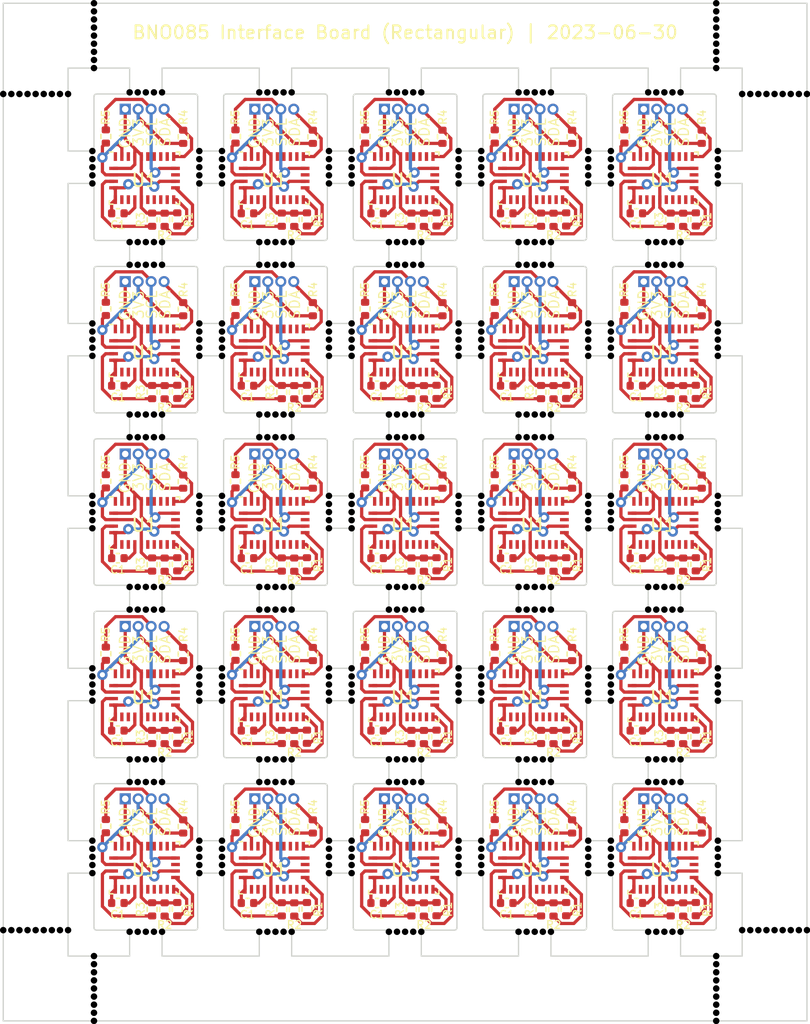
<source format=kicad_pcb>
(kicad_pcb (version 20221018) (generator pcbnew)
  (title_block (title "BNO085 Interface Board (Rectangular) Panel") (date "2023-06-30") (comment 1 "Author: Toby Godfrey"))
  (layers (0 "F.Cu" signal) (31 "B.Cu" signal) (34 "B.Paste" user) (35 "F.Paste" user) (36 "B.SilkS" user "B.Silkscreen") (37 "F.SilkS" user "F.Silkscreen") (38 "B.Mask" user) (39 "F.Mask" user) (44 "Edge.Cuts" user))
  (net 0 "")
  (net 1 "Board_0-+3.3V")
  (net 2 "Board_0-GND")
  (net 3 "Board_0-Net-(J5-Pin_3)")
  (net 4 "Board_0-Net-(J5-Pin_4)")
  (net 5 "Board_0-Net-(U1-BOOTN)")
  (net 6 "Board_0-Net-(U1-CAP)")
  (net 7 "Board_0-Net-(U1-ENV_SCL)")
  (net 8 "Board_0-Net-(U1-ENV_SDA)")
  (net 9 "Board_0-unconnected-(U1-H_CSN-Pad18)")
  (net 10 "Board_0-unconnected-(U1-H_INTN-Pad14)")
  (net 11 "Board_0-unconnected-(U1-NRST-Pad11)")
  (net 12 "Board_0-unconnected-(U1-RESV_NC-Pad1)")
  (net 13 "Board_0-unconnected-(U1-RESV_NC-Pad12)")
  (net 14 "Board_0-unconnected-(U1-RESV_NC-Pad13)")
  (net 15 "Board_0-unconnected-(U1-RESV_NC-Pad21)")
  (net 16 "Board_0-unconnected-(U1-RESV_NC-Pad22)")
  (net 17 "Board_0-unconnected-(U1-RESV_NC-Pad23)")
  (net 18 "Board_0-unconnected-(U1-RESV_NC-Pad24)")
  (net 19 "Board_0-unconnected-(U1-RESV_NC-Pad7)")
  (net 20 "Board_0-unconnected-(U1-RESV_NC-Pad8)")
  (net 21 "Board_0-unconnected-(U1-XIN32-Pad27)")
  (net 22 "Board_1-+3.3V")
  (net 23 "Board_1-GND")
  (net 24 "Board_1-Net-(J5-Pin_3)")
  (net 25 "Board_1-Net-(J5-Pin_4)")
  (net 26 "Board_1-Net-(U1-BOOTN)")
  (net 27 "Board_1-Net-(U1-CAP)")
  (net 28 "Board_1-Net-(U1-ENV_SCL)")
  (net 29 "Board_1-Net-(U1-ENV_SDA)")
  (net 30 "Board_1-unconnected-(U1-H_CSN-Pad18)")
  (net 31 "Board_1-unconnected-(U1-H_INTN-Pad14)")
  (net 32 "Board_1-unconnected-(U1-NRST-Pad11)")
  (net 33 "Board_1-unconnected-(U1-RESV_NC-Pad1)")
  (net 34 "Board_1-unconnected-(U1-RESV_NC-Pad12)")
  (net 35 "Board_1-unconnected-(U1-RESV_NC-Pad13)")
  (net 36 "Board_1-unconnected-(U1-RESV_NC-Pad21)")
  (net 37 "Board_1-unconnected-(U1-RESV_NC-Pad22)")
  (net 38 "Board_1-unconnected-(U1-RESV_NC-Pad23)")
  (net 39 "Board_1-unconnected-(U1-RESV_NC-Pad24)")
  (net 40 "Board_1-unconnected-(U1-RESV_NC-Pad7)")
  (net 41 "Board_1-unconnected-(U1-RESV_NC-Pad8)")
  (net 42 "Board_1-unconnected-(U1-XIN32-Pad27)")
  (net 43 "Board_2-+3.3V")
  (net 44 "Board_2-GND")
  (net 45 "Board_2-Net-(J5-Pin_3)")
  (net 46 "Board_2-Net-(J5-Pin_4)")
  (net 47 "Board_2-Net-(U1-BOOTN)")
  (net 48 "Board_2-Net-(U1-CAP)")
  (net 49 "Board_2-Net-(U1-ENV_SCL)")
  (net 50 "Board_2-Net-(U1-ENV_SDA)")
  (net 51 "Board_2-unconnected-(U1-H_CSN-Pad18)")
  (net 52 "Board_2-unconnected-(U1-H_INTN-Pad14)")
  (net 53 "Board_2-unconnected-(U1-NRST-Pad11)")
  (net 54 "Board_2-unconnected-(U1-RESV_NC-Pad1)")
  (net 55 "Board_2-unconnected-(U1-RESV_NC-Pad12)")
  (net 56 "Board_2-unconnected-(U1-RESV_NC-Pad13)")
  (net 57 "Board_2-unconnected-(U1-RESV_NC-Pad21)")
  (net 58 "Board_2-unconnected-(U1-RESV_NC-Pad22)")
  (net 59 "Board_2-unconnected-(U1-RESV_NC-Pad23)")
  (net 60 "Board_2-unconnected-(U1-RESV_NC-Pad24)")
  (net 61 "Board_2-unconnected-(U1-RESV_NC-Pad7)")
  (net 62 "Board_2-unconnected-(U1-RESV_NC-Pad8)")
  (net 63 "Board_2-unconnected-(U1-XIN32-Pad27)")
  (net 64 "Board_3-+3.3V")
  (net 65 "Board_3-GND")
  (net 66 "Board_3-Net-(J5-Pin_3)")
  (net 67 "Board_3-Net-(J5-Pin_4)")
  (net 68 "Board_3-Net-(U1-BOOTN)")
  (net 69 "Board_3-Net-(U1-CAP)")
  (net 70 "Board_3-Net-(U1-ENV_SCL)")
  (net 71 "Board_3-Net-(U1-ENV_SDA)")
  (net 72 "Board_3-unconnected-(U1-H_CSN-Pad18)")
  (net 73 "Board_3-unconnected-(U1-H_INTN-Pad14)")
  (net 74 "Board_3-unconnected-(U1-NRST-Pad11)")
  (net 75 "Board_3-unconnected-(U1-RESV_NC-Pad1)")
  (net 76 "Board_3-unconnected-(U1-RESV_NC-Pad12)")
  (net 77 "Board_3-unconnected-(U1-RESV_NC-Pad13)")
  (net 78 "Board_3-unconnected-(U1-RESV_NC-Pad21)")
  (net 79 "Board_3-unconnected-(U1-RESV_NC-Pad22)")
  (net 80 "Board_3-unconnected-(U1-RESV_NC-Pad23)")
  (net 81 "Board_3-unconnected-(U1-RESV_NC-Pad24)")
  (net 82 "Board_3-unconnected-(U1-RESV_NC-Pad7)")
  (net 83 "Board_3-unconnected-(U1-RESV_NC-Pad8)")
  (net 84 "Board_3-unconnected-(U1-XIN32-Pad27)")
  (net 85 "Board_4-+3.3V")
  (net 86 "Board_4-GND")
  (net 87 "Board_4-Net-(J5-Pin_3)")
  (net 88 "Board_4-Net-(J5-Pin_4)")
  (net 89 "Board_4-Net-(U1-BOOTN)")
  (net 90 "Board_4-Net-(U1-CAP)")
  (net 91 "Board_4-Net-(U1-ENV_SCL)")
  (net 92 "Board_4-Net-(U1-ENV_SDA)")
  (net 93 "Board_4-unconnected-(U1-H_CSN-Pad18)")
  (net 94 "Board_4-unconnected-(U1-H_INTN-Pad14)")
  (net 95 "Board_4-unconnected-(U1-NRST-Pad11)")
  (net 96 "Board_4-unconnected-(U1-RESV_NC-Pad1)")
  (net 97 "Board_4-unconnected-(U1-RESV_NC-Pad12)")
  (net 98 "Board_4-unconnected-(U1-RESV_NC-Pad13)")
  (net 99 "Board_4-unconnected-(U1-RESV_NC-Pad21)")
  (net 100 "Board_4-unconnected-(U1-RESV_NC-Pad22)")
  (net 101 "Board_4-unconnected-(U1-RESV_NC-Pad23)")
  (net 102 "Board_4-unconnected-(U1-RESV_NC-Pad24)")
  (net 103 "Board_4-unconnected-(U1-RESV_NC-Pad7)")
  (net 104 "Board_4-unconnected-(U1-RESV_NC-Pad8)")
  (net 105 "Board_4-unconnected-(U1-XIN32-Pad27)")
  (net 106 "Board_5-+3.3V")
  (net 107 "Board_5-GND")
  (net 108 "Board_5-Net-(J5-Pin_3)")
  (net 109 "Board_5-Net-(J5-Pin_4)")
  (net 110 "Board_5-Net-(U1-BOOTN)")
  (net 111 "Board_5-Net-(U1-CAP)")
  (net 112 "Board_5-Net-(U1-ENV_SCL)")
  (net 113 "Board_5-Net-(U1-ENV_SDA)")
  (net 114 "Board_5-unconnected-(U1-H_CSN-Pad18)")
  (net 115 "Board_5-unconnected-(U1-H_INTN-Pad14)")
  (net 116 "Board_5-unconnected-(U1-NRST-Pad11)")
  (net 117 "Board_5-unconnected-(U1-RESV_NC-Pad1)")
  (net 118 "Board_5-unconnected-(U1-RESV_NC-Pad12)")
  (net 119 "Board_5-unconnected-(U1-RESV_NC-Pad13)")
  (net 120 "Board_5-unconnected-(U1-RESV_NC-Pad21)")
  (net 121 "Board_5-unconnected-(U1-RESV_NC-Pad22)")
  (net 122 "Board_5-unconnected-(U1-RESV_NC-Pad23)")
  (net 123 "Board_5-unconnected-(U1-RESV_NC-Pad24)")
  (net 124 "Board_5-unconnected-(U1-RESV_NC-Pad7)")
  (net 125 "Board_5-unconnected-(U1-RESV_NC-Pad8)")
  (net 126 "Board_5-unconnected-(U1-XIN32-Pad27)")
  (net 127 "Board_6-+3.3V")
  (net 128 "Board_6-GND")
  (net 129 "Board_6-Net-(J5-Pin_3)")
  (net 130 "Board_6-Net-(J5-Pin_4)")
  (net 131 "Board_6-Net-(U1-BOOTN)")
  (net 132 "Board_6-Net-(U1-CAP)")
  (net 133 "Board_6-Net-(U1-ENV_SCL)")
  (net 134 "Board_6-Net-(U1-ENV_SDA)")
  (net 135 "Board_6-unconnected-(U1-H_CSN-Pad18)")
  (net 136 "Board_6-unconnected-(U1-H_INTN-Pad14)")
  (net 137 "Board_6-unconnected-(U1-NRST-Pad11)")
  (net 138 "Board_6-unconnected-(U1-RESV_NC-Pad1)")
  (net 139 "Board_6-unconnected-(U1-RESV_NC-Pad12)")
  (net 140 "Board_6-unconnected-(U1-RESV_NC-Pad13)")
  (net 141 "Board_6-unconnected-(U1-RESV_NC-Pad21)")
  (net 142 "Board_6-unconnected-(U1-RESV_NC-Pad22)")
  (net 143 "Board_6-unconnected-(U1-RESV_NC-Pad23)")
  (net 144 "Board_6-unconnected-(U1-RESV_NC-Pad24)")
  (net 145 "Board_6-unconnected-(U1-RESV_NC-Pad7)")
  (net 146 "Board_6-unconnected-(U1-RESV_NC-Pad8)")
  (net 147 "Board_6-unconnected-(U1-XIN32-Pad27)")
  (net 148 "Board_7-+3.3V")
  (net 149 "Board_7-GND")
  (net 150 "Board_7-Net-(J5-Pin_3)")
  (net 151 "Board_7-Net-(J5-Pin_4)")
  (net 152 "Board_7-Net-(U1-BOOTN)")
  (net 153 "Board_7-Net-(U1-CAP)")
  (net 154 "Board_7-Net-(U1-ENV_SCL)")
  (net 155 "Board_7-Net-(U1-ENV_SDA)")
  (net 156 "Board_7-unconnected-(U1-H_CSN-Pad18)")
  (net 157 "Board_7-unconnected-(U1-H_INTN-Pad14)")
  (net 158 "Board_7-unconnected-(U1-NRST-Pad11)")
  (net 159 "Board_7-unconnected-(U1-RESV_NC-Pad1)")
  (net 160 "Board_7-unconnected-(U1-RESV_NC-Pad12)")
  (net 161 "Board_7-unconnected-(U1-RESV_NC-Pad13)")
  (net 162 "Board_7-unconnected-(U1-RESV_NC-Pad21)")
  (net 163 "Board_7-unconnected-(U1-RESV_NC-Pad22)")
  (net 164 "Board_7-unconnected-(U1-RESV_NC-Pad23)")
  (net 165 "Board_7-unconnected-(U1-RESV_NC-Pad24)")
  (net 166 "Board_7-unconnected-(U1-RESV_NC-Pad7)")
  (net 167 "Board_7-unconnected-(U1-RESV_NC-Pad8)")
  (net 168 "Board_7-unconnected-(U1-XIN32-Pad27)")
  (net 169 "Board_8-+3.3V")
  (net 170 "Board_8-GND")
  (net 171 "Board_8-Net-(J5-Pin_3)")
  (net 172 "Board_8-Net-(J5-Pin_4)")
  (net 173 "Board_8-Net-(U1-BOOTN)")
  (net 174 "Board_8-Net-(U1-CAP)")
  (net 175 "Board_8-Net-(U1-ENV_SCL)")
  (net 176 "Board_8-Net-(U1-ENV_SDA)")
  (net 177 "Board_8-unconnected-(U1-H_CSN-Pad18)")
  (net 178 "Board_8-unconnected-(U1-H_INTN-Pad14)")
  (net 179 "Board_8-unconnected-(U1-NRST-Pad11)")
  (net 180 "Board_8-unconnected-(U1-RESV_NC-Pad1)")
  (net 181 "Board_8-unconnected-(U1-RESV_NC-Pad12)")
  (net 182 "Board_8-unconnected-(U1-RESV_NC-Pad13)")
  (net 183 "Board_8-unconnected-(U1-RESV_NC-Pad21)")
  (net 184 "Board_8-unconnected-(U1-RESV_NC-Pad22)")
  (net 185 "Board_8-unconnected-(U1-RESV_NC-Pad23)")
  (net 186 "Board_8-unconnected-(U1-RESV_NC-Pad24)")
  (net 187 "Board_8-unconnected-(U1-RESV_NC-Pad7)")
  (net 188 "Board_8-unconnected-(U1-RESV_NC-Pad8)")
  (net 189 "Board_8-unconnected-(U1-XIN32-Pad27)")
  (net 190 "Board_9-+3.3V")
  (net 191 "Board_9-GND")
  (net 192 "Board_9-Net-(J5-Pin_3)")
  (net 193 "Board_9-Net-(J5-Pin_4)")
  (net 194 "Board_9-Net-(U1-BOOTN)")
  (net 195 "Board_9-Net-(U1-CAP)")
  (net 196 "Board_9-Net-(U1-ENV_SCL)")
  (net 197 "Board_9-Net-(U1-ENV_SDA)")
  (net 198 "Board_9-unconnected-(U1-H_CSN-Pad18)")
  (net 199 "Board_9-unconnected-(U1-H_INTN-Pad14)")
  (net 200 "Board_9-unconnected-(U1-NRST-Pad11)")
  (net 201 "Board_9-unconnected-(U1-RESV_NC-Pad1)")
  (net 202 "Board_9-unconnected-(U1-RESV_NC-Pad12)")
  (net 203 "Board_9-unconnected-(U1-RESV_NC-Pad13)")
  (net 204 "Board_9-unconnected-(U1-RESV_NC-Pad21)")
  (net 205 "Board_9-unconnected-(U1-RESV_NC-Pad22)")
  (net 206 "Board_9-unconnected-(U1-RESV_NC-Pad23)")
  (net 207 "Board_9-unconnected-(U1-RESV_NC-Pad24)")
  (net 208 "Board_9-unconnected-(U1-RESV_NC-Pad7)")
  (net 209 "Board_9-unconnected-(U1-RESV_NC-Pad8)")
  (net 210 "Board_9-unconnected-(U1-XIN32-Pad27)")
  (net 211 "Board_10-+3.3V")
  (net 212 "Board_10-GND")
  (net 213 "Board_10-Net-(J5-Pin_3)")
  (net 214 "Board_10-Net-(J5-Pin_4)")
  (net 215 "Board_10-Net-(U1-BOOTN)")
  (net 216 "Board_10-Net-(U1-CAP)")
  (net 217 "Board_10-Net-(U1-ENV_SCL)")
  (net 218 "Board_10-Net-(U1-ENV_SDA)")
  (net 219 "Board_10-unconnected-(U1-H_CSN-Pad18)")
  (net 220 "Board_10-unconnected-(U1-H_INTN-Pad14)")
  (net 221 "Board_10-unconnected-(U1-NRST-Pad11)")
  (net 222 "Board_10-unconnected-(U1-RESV_NC-Pad1)")
  (net 223 "Board_10-unconnected-(U1-RESV_NC-Pad12)")
  (net 224 "Board_10-unconnected-(U1-RESV_NC-Pad13)")
  (net 225 "Board_10-unconnected-(U1-RESV_NC-Pad21)")
  (net 226 "Board_10-unconnected-(U1-RESV_NC-Pad22)")
  (net 227 "Board_10-unconnected-(U1-RESV_NC-Pad23)")
  (net 228 "Board_10-unconnected-(U1-RESV_NC-Pad24)")
  (net 229 "Board_10-unconnected-(U1-RESV_NC-Pad7)")
  (net 230 "Board_10-unconnected-(U1-RESV_NC-Pad8)")
  (net 231 "Board_10-unconnected-(U1-XIN32-Pad27)")
  (net 232 "Board_11-+3.3V")
  (net 233 "Board_11-GND")
  (net 234 "Board_11-Net-(J5-Pin_3)")
  (net 235 "Board_11-Net-(J5-Pin_4)")
  (net 236 "Board_11-Net-(U1-BOOTN)")
  (net 237 "Board_11-Net-(U1-CAP)")
  (net 238 "Board_11-Net-(U1-ENV_SCL)")
  (net 239 "Board_11-Net-(U1-ENV_SDA)")
  (net 240 "Board_11-unconnected-(U1-H_CSN-Pad18)")
  (net 241 "Board_11-unconnected-(U1-H_INTN-Pad14)")
  (net 242 "Board_11-unconnected-(U1-NRST-Pad11)")
  (net 243 "Board_11-unconnected-(U1-RESV_NC-Pad1)")
  (net 244 "Board_11-unconnected-(U1-RESV_NC-Pad12)")
  (net 245 "Board_11-unconnected-(U1-RESV_NC-Pad13)")
  (net 246 "Board_11-unconnected-(U1-RESV_NC-Pad21)")
  (net 247 "Board_11-unconnected-(U1-RESV_NC-Pad22)")
  (net 248 "Board_11-unconnected-(U1-RESV_NC-Pad23)")
  (net 249 "Board_11-unconnected-(U1-RESV_NC-Pad24)")
  (net 250 "Board_11-unconnected-(U1-RESV_NC-Pad7)")
  (net 251 "Board_11-unconnected-(U1-RESV_NC-Pad8)")
  (net 252 "Board_11-unconnected-(U1-XIN32-Pad27)")
  (net 253 "Board_12-+3.3V")
  (net 254 "Board_12-GND")
  (net 255 "Board_12-Net-(J5-Pin_3)")
  (net 256 "Board_12-Net-(J5-Pin_4)")
  (net 257 "Board_12-Net-(U1-BOOTN)")
  (net 258 "Board_12-Net-(U1-CAP)")
  (net 259 "Board_12-Net-(U1-ENV_SCL)")
  (net 260 "Board_12-Net-(U1-ENV_SDA)")
  (net 261 "Board_12-unconnected-(U1-H_CSN-Pad18)")
  (net 262 "Board_12-unconnected-(U1-H_INTN-Pad14)")
  (net 263 "Board_12-unconnected-(U1-NRST-Pad11)")
  (net 264 "Board_12-unconnected-(U1-RESV_NC-Pad1)")
  (net 265 "Board_12-unconnected-(U1-RESV_NC-Pad12)")
  (net 266 "Board_12-unconnected-(U1-RESV_NC-Pad13)")
  (net 267 "Board_12-unconnected-(U1-RESV_NC-Pad21)")
  (net 268 "Board_12-unconnected-(U1-RESV_NC-Pad22)")
  (net 269 "Board_12-unconnected-(U1-RESV_NC-Pad23)")
  (net 270 "Board_12-unconnected-(U1-RESV_NC-Pad24)")
  (net 271 "Board_12-unconnected-(U1-RESV_NC-Pad7)")
  (net 272 "Board_12-unconnected-(U1-RESV_NC-Pad8)")
  (net 273 "Board_12-unconnected-(U1-XIN32-Pad27)")
  (net 274 "Board_13-+3.3V")
  (net 275 "Board_13-GND")
  (net 276 "Board_13-Net-(J5-Pin_3)")
  (net 277 "Board_13-Net-(J5-Pin_4)")
  (net 278 "Board_13-Net-(U1-BOOTN)")
  (net 279 "Board_13-Net-(U1-CAP)")
  (net 280 "Board_13-Net-(U1-ENV_SCL)")
  (net 281 "Board_13-Net-(U1-ENV_SDA)")
  (net 282 "Board_13-unconnected-(U1-H_CSN-Pad18)")
  (net 283 "Board_13-unconnected-(U1-H_INTN-Pad14)")
  (net 284 "Board_13-unconnected-(U1-NRST-Pad11)")
  (net 285 "Board_13-unconnected-(U1-RESV_NC-Pad1)")
  (net 286 "Board_13-unconnected-(U1-RESV_NC-Pad12)")
  (net 287 "Board_13-unconnected-(U1-RESV_NC-Pad13)")
  (net 288 "Board_13-unconnected-(U1-RESV_NC-Pad21)")
  (net 289 "Board_13-unconnected-(U1-RESV_NC-Pad22)")
  (net 290 "Board_13-unconnected-(U1-RESV_NC-Pad23)")
  (net 291 "Board_13-unconnected-(U1-RESV_NC-Pad24)")
  (net 292 "Board_13-unconnected-(U1-RESV_NC-Pad7)")
  (net 293 "Board_13-unconnected-(U1-RESV_NC-Pad8)")
  (net 294 "Board_13-unconnected-(U1-XIN32-Pad27)")
  (net 295 "Board_14-+3.3V")
  (net 296 "Board_14-GND")
  (net 297 "Board_14-Net-(J5-Pin_3)")
  (net 298 "Board_14-Net-(J5-Pin_4)")
  (net 299 "Board_14-Net-(U1-BOOTN)")
  (net 300 "Board_14-Net-(U1-CAP)")
  (net 301 "Board_14-Net-(U1-ENV_SCL)")
  (net 302 "Board_14-Net-(U1-ENV_SDA)")
  (net 303 "Board_14-unconnected-(U1-H_CSN-Pad18)")
  (net 304 "Board_14-unconnected-(U1-H_INTN-Pad14)")
  (net 305 "Board_14-unconnected-(U1-NRST-Pad11)")
  (net 306 "Board_14-unconnected-(U1-RESV_NC-Pad1)")
  (net 307 "Board_14-unconnected-(U1-RESV_NC-Pad12)")
  (net 308 "Board_14-unconnected-(U1-RESV_NC-Pad13)")
  (net 309 "Board_14-unconnected-(U1-RESV_NC-Pad21)")
  (net 310 "Board_14-unconnected-(U1-RESV_NC-Pad22)")
  (net 311 "Board_14-unconnected-(U1-RESV_NC-Pad23)")
  (net 312 "Board_14-unconnected-(U1-RESV_NC-Pad24)")
  (net 313 "Board_14-unconnected-(U1-RESV_NC-Pad7)")
  (net 314 "Board_14-unconnected-(U1-RESV_NC-Pad8)")
  (net 315 "Board_14-unconnected-(U1-XIN32-Pad27)")
  (net 316 "Board_15-+3.3V")
  (net 317 "Board_15-GND")
  (net 318 "Board_15-Net-(J5-Pin_3)")
  (net 319 "Board_15-Net-(J5-Pin_4)")
  (net 320 "Board_15-Net-(U1-BOOTN)")
  (net 321 "Board_15-Net-(U1-CAP)")
  (net 322 "Board_15-Net-(U1-ENV_SCL)")
  (net 323 "Board_15-Net-(U1-ENV_SDA)")
  (net 324 "Board_15-unconnected-(U1-H_CSN-Pad18)")
  (net 325 "Board_15-unconnected-(U1-H_INTN-Pad14)")
  (net 326 "Board_15-unconnected-(U1-NRST-Pad11)")
  (net 327 "Board_15-unconnected-(U1-RESV_NC-Pad1)")
  (net 328 "Board_15-unconnected-(U1-RESV_NC-Pad12)")
  (net 329 "Board_15-unconnected-(U1-RESV_NC-Pad13)")
  (net 330 "Board_15-unconnected-(U1-RESV_NC-Pad21)")
  (net 331 "Board_15-unconnected-(U1-RESV_NC-Pad22)")
  (net 332 "Board_15-unconnected-(U1-RESV_NC-Pad23)")
  (net 333 "Board_15-unconnected-(U1-RESV_NC-Pad24)")
  (net 334 "Board_15-unconnected-(U1-RESV_NC-Pad7)")
  (net 335 "Board_15-unconnected-(U1-RESV_NC-Pad8)")
  (net 336 "Board_15-unconnected-(U1-XIN32-Pad27)")
  (net 337 "Board_16-+3.3V")
  (net 338 "Board_16-GND")
  (net 339 "Board_16-Net-(J5-Pin_3)")
  (net 340 "Board_16-Net-(J5-Pin_4)")
  (net 341 "Board_16-Net-(U1-BOOTN)")
  (net 342 "Board_16-Net-(U1-CAP)")
  (net 343 "Board_16-Net-(U1-ENV_SCL)")
  (net 344 "Board_16-Net-(U1-ENV_SDA)")
  (net 345 "Board_16-unconnected-(U1-H_CSN-Pad18)")
  (net 346 "Board_16-unconnected-(U1-H_INTN-Pad14)")
  (net 347 "Board_16-unconnected-(U1-NRST-Pad11)")
  (net 348 "Board_16-unconnected-(U1-RESV_NC-Pad1)")
  (net 349 "Board_16-unconnected-(U1-RESV_NC-Pad12)")
  (net 350 "Board_16-unconnected-(U1-RESV_NC-Pad13)")
  (net 351 "Board_16-unconnected-(U1-RESV_NC-Pad21)")
  (net 352 "Board_16-unconnected-(U1-RESV_NC-Pad22)")
  (net 353 "Board_16-unconnected-(U1-RESV_NC-Pad23)")
  (net 354 "Board_16-unconnected-(U1-RESV_NC-Pad24)")
  (net 355 "Board_16-unconnected-(U1-RESV_NC-Pad7)")
  (net 356 "Board_16-unconnected-(U1-RESV_NC-Pad8)")
  (net 357 "Board_16-unconnected-(U1-XIN32-Pad27)")
  (net 358 "Board_17-+3.3V")
  (net 359 "Board_17-GND")
  (net 360 "Board_17-Net-(J5-Pin_3)")
  (net 361 "Board_17-Net-(J5-Pin_4)")
  (net 362 "Board_17-Net-(U1-BOOTN)")
  (net 363 "Board_17-Net-(U1-CAP)")
  (net 364 "Board_17-Net-(U1-ENV_SCL)")
  (net 365 "Board_17-Net-(U1-ENV_SDA)")
  (net 366 "Board_17-unconnected-(U1-H_CSN-Pad18)")
  (net 367 "Board_17-unconnected-(U1-H_INTN-Pad14)")
  (net 368 "Board_17-unconnected-(U1-NRST-Pad11)")
  (net 369 "Board_17-unconnected-(U1-RESV_NC-Pad1)")
  (net 370 "Board_17-unconnected-(U1-RESV_NC-Pad12)")
  (net 371 "Board_17-unconnected-(U1-RESV_NC-Pad13)")
  (net 372 "Board_17-unconnected-(U1-RESV_NC-Pad21)")
  (net 373 "Board_17-unconnected-(U1-RESV_NC-Pad22)")
  (net 374 "Board_17-unconnected-(U1-RESV_NC-Pad23)")
  (net 375 "Board_17-unconnected-(U1-RESV_NC-Pad24)")
  (net 376 "Board_17-unconnected-(U1-RESV_NC-Pad7)")
  (net 377 "Board_17-unconnected-(U1-RESV_NC-Pad8)")
  (net 378 "Board_17-unconnected-(U1-XIN32-Pad27)")
  (net 379 "Board_18-+3.3V")
  (net 380 "Board_18-GND")
  (net 381 "Board_18-Net-(J5-Pin_3)")
  (net 382 "Board_18-Net-(J5-Pin_4)")
  (net 383 "Board_18-Net-(U1-BOOTN)")
  (net 384 "Board_18-Net-(U1-CAP)")
  (net 385 "Board_18-Net-(U1-ENV_SCL)")
  (net 386 "Board_18-Net-(U1-ENV_SDA)")
  (net 387 "Board_18-unconnected-(U1-H_CSN-Pad18)")
  (net 388 "Board_18-unconnected-(U1-H_INTN-Pad14)")
  (net 389 "Board_18-unconnected-(U1-NRST-Pad11)")
  (net 390 "Board_18-unconnected-(U1-RESV_NC-Pad1)")
  (net 391 "Board_18-unconnected-(U1-RESV_NC-Pad12)")
  (net 392 "Board_18-unconnected-(U1-RESV_NC-Pad13)")
  (net 393 "Board_18-unconnected-(U1-RESV_NC-Pad21)")
  (net 394 "Board_18-unconnected-(U1-RESV_NC-Pad22)")
  (net 395 "Board_18-unconnected-(U1-RESV_NC-Pad23)")
  (net 396 "Board_18-unconnected-(U1-RESV_NC-Pad24)")
  (net 397 "Board_18-unconnected-(U1-RESV_NC-Pad7)")
  (net 398 "Board_18-unconnected-(U1-RESV_NC-Pad8)")
  (net 399 "Board_18-unconnected-(U1-XIN32-Pad27)")
  (net 400 "Board_19-+3.3V")
  (net 401 "Board_19-GND")
  (net 402 "Board_19-Net-(J5-Pin_3)")
  (net 403 "Board_19-Net-(J5-Pin_4)")
  (net 404 "Board_19-Net-(U1-BOOTN)")
  (net 405 "Board_19-Net-(U1-CAP)")
  (net 406 "Board_19-Net-(U1-ENV_SCL)")
  (net 407 "Board_19-Net-(U1-ENV_SDA)")
  (net 408 "Board_19-unconnected-(U1-H_CSN-Pad18)")
  (net 409 "Board_19-unconnected-(U1-H_INTN-Pad14)")
  (net 410 "Board_19-unconnected-(U1-NRST-Pad11)")
  (net 411 "Board_19-unconnected-(U1-RESV_NC-Pad1)")
  (net 412 "Board_19-unconnected-(U1-RESV_NC-Pad12)")
  (net 413 "Board_19-unconnected-(U1-RESV_NC-Pad13)")
  (net 414 "Board_19-unconnected-(U1-RESV_NC-Pad21)")
  (net 415 "Board_19-unconnected-(U1-RESV_NC-Pad22)")
  (net 416 "Board_19-unconnected-(U1-RESV_NC-Pad23)")
  (net 417 "Board_19-unconnected-(U1-RESV_NC-Pad24)")
  (net 418 "Board_19-unconnected-(U1-RESV_NC-Pad7)")
  (net 419 "Board_19-unconnected-(U1-RESV_NC-Pad8)")
  (net 420 "Board_19-unconnected-(U1-XIN32-Pad27)")
  (net 421 "Board_20-+3.3V")
  (net 422 "Board_20-GND")
  (net 423 "Board_20-Net-(J5-Pin_3)")
  (net 424 "Board_20-Net-(J5-Pin_4)")
  (net 425 "Board_20-Net-(U1-BOOTN)")
  (net 426 "Board_20-Net-(U1-CAP)")
  (net 427 "Board_20-Net-(U1-ENV_SCL)")
  (net 428 "Board_20-Net-(U1-ENV_SDA)")
  (net 429 "Board_20-unconnected-(U1-H_CSN-Pad18)")
  (net 430 "Board_20-unconnected-(U1-H_INTN-Pad14)")
  (net 431 "Board_20-unconnected-(U1-NRST-Pad11)")
  (net 432 "Board_20-unconnected-(U1-RESV_NC-Pad1)")
  (net 433 "Board_20-unconnected-(U1-RESV_NC-Pad12)")
  (net 434 "Board_20-unconnected-(U1-RESV_NC-Pad13)")
  (net 435 "Board_20-unconnected-(U1-RESV_NC-Pad21)")
  (net 436 "Board_20-unconnected-(U1-RESV_NC-Pad22)")
  (net 437 "Board_20-unconnected-(U1-RESV_NC-Pad23)")
  (net 438 "Board_20-unconnected-(U1-RESV_NC-Pad24)")
  (net 439 "Board_20-unconnected-(U1-RESV_NC-Pad7)")
  (net 440 "Board_20-unconnected-(U1-RESV_NC-Pad8)")
  (net 441 "Board_20-unconnected-(U1-XIN32-Pad27)")
  (net 442 "Board_21-+3.3V")
  (net 443 "Board_21-GND")
  (net 444 "Board_21-Net-(J5-Pin_3)")
  (net 445 "Board_21-Net-(J5-Pin_4)")
  (net 446 "Board_21-Net-(U1-BOOTN)")
  (net 447 "Board_21-Net-(U1-CAP)")
  (net 448 "Board_21-Net-(U1-ENV_SCL)")
  (net 449 "Board_21-Net-(U1-ENV_SDA)")
  (net 450 "Board_21-unconnected-(U1-H_CSN-Pad18)")
  (net 451 "Board_21-unconnected-(U1-H_INTN-Pad14)")
  (net 452 "Board_21-unconnected-(U1-NRST-Pad11)")
  (net 453 "Board_21-unconnected-(U1-RESV_NC-Pad1)")
  (net 454 "Board_21-unconnected-(U1-RESV_NC-Pad12)")
  (net 455 "Board_21-unconnected-(U1-RESV_NC-Pad13)")
  (net 456 "Board_21-unconnected-(U1-RESV_NC-Pad21)")
  (net 457 "Board_21-unconnected-(U1-RESV_NC-Pad22)")
  (net 458 "Board_21-unconnected-(U1-RESV_NC-Pad23)")
  (net 459 "Board_21-unconnected-(U1-RESV_NC-Pad24)")
  (net 460 "Board_21-unconnected-(U1-RESV_NC-Pad7)")
  (net 461 "Board_21-unconnected-(U1-RESV_NC-Pad8)")
  (net 462 "Board_21-unconnected-(U1-XIN32-Pad27)")
  (net 463 "Board_22-+3.3V")
  (net 464 "Board_22-GND")
  (net 465 "Board_22-Net-(J5-Pin_3)")
  (net 466 "Board_22-Net-(J5-Pin_4)")
  (net 467 "Board_22-Net-(U1-BOOTN)")
  (net 468 "Board_22-Net-(U1-CAP)")
  (net 469 "Board_22-Net-(U1-ENV_SCL)")
  (net 470 "Board_22-Net-(U1-ENV_SDA)")
  (net 471 "Board_22-unconnected-(U1-H_CSN-Pad18)")
  (net 472 "Board_22-unconnected-(U1-H_INTN-Pad14)")
  (net 473 "Board_22-unconnected-(U1-NRST-Pad11)")
  (net 474 "Board_22-unconnected-(U1-RESV_NC-Pad1)")
  (net 475 "Board_22-unconnected-(U1-RESV_NC-Pad12)")
  (net 476 "Board_22-unconnected-(U1-RESV_NC-Pad13)")
  (net 477 "Board_22-unconnected-(U1-RESV_NC-Pad21)")
  (net 478 "Board_22-unconnected-(U1-RESV_NC-Pad22)")
  (net 479 "Board_22-unconnected-(U1-RESV_NC-Pad23)")
  (net 480 "Board_22-unconnected-(U1-RESV_NC-Pad24)")
  (net 481 "Board_22-unconnected-(U1-RESV_NC-Pad7)")
  (net 482 "Board_22-unconnected-(U1-RESV_NC-Pad8)")
  (net 483 "Board_22-unconnected-(U1-XIN32-Pad27)")
  (net 484 "Board_23-+3.3V")
  (net 485 "Board_23-GND")
  (net 486 "Board_23-Net-(J5-Pin_3)")
  (net 487 "Board_23-Net-(J5-Pin_4)")
  (net 488 "Board_23-Net-(U1-BOOTN)")
  (net 489 "Board_23-Net-(U1-CAP)")
  (net 490 "Board_23-Net-(U1-ENV_SCL)")
  (net 491 "Board_23-Net-(U1-ENV_SDA)")
  (net 492 "Board_23-unconnected-(U1-H_CSN-Pad18)")
  (net 493 "Board_23-unconnected-(U1-H_INTN-Pad14)")
  (net 494 "Board_23-unconnected-(U1-NRST-Pad11)")
  (net 495 "Board_23-unconnected-(U1-RESV_NC-Pad1)")
  (net 496 "Board_23-unconnected-(U1-RESV_NC-Pad12)")
  (net 497 "Board_23-unconnected-(U1-RESV_NC-Pad13)")
  (net 498 "Board_23-unconnected-(U1-RESV_NC-Pad21)")
  (net 499 "Board_23-unconnected-(U1-RESV_NC-Pad22)")
  (net 500 "Board_23-unconnected-(U1-RESV_NC-Pad23)")
  (net 501 "Board_23-unconnected-(U1-RESV_NC-Pad24)")
  (net 502 "Board_23-unconnected-(U1-RESV_NC-Pad7)")
  (net 503 "Board_23-unconnected-(U1-RESV_NC-Pad8)")
  (net 504 "Board_23-unconnected-(U1-XIN32-Pad27)")
  (net 505 "Board_24-+3.3V")
  (net 506 "Board_24-GND")
  (net 507 "Board_24-Net-(J5-Pin_3)")
  (net 508 "Board_24-Net-(J5-Pin_4)")
  (net 509 "Board_24-Net-(U1-BOOTN)")
  (net 510 "Board_24-Net-(U1-CAP)")
  (net 511 "Board_24-Net-(U1-ENV_SCL)")
  (net 512 "Board_24-Net-(U1-ENV_SDA)")
  (net 513 "Board_24-unconnected-(U1-H_CSN-Pad18)")
  (net 514 "Board_24-unconnected-(U1-H_INTN-Pad14)")
  (net 515 "Board_24-unconnected-(U1-NRST-Pad11)")
  (net 516 "Board_24-unconnected-(U1-RESV_NC-Pad1)")
  (net 517 "Board_24-unconnected-(U1-RESV_NC-Pad12)")
  (net 518 "Board_24-unconnected-(U1-RESV_NC-Pad13)")
  (net 519 "Board_24-unconnected-(U1-RESV_NC-Pad21)")
  (net 520 "Board_24-unconnected-(U1-RESV_NC-Pad22)")
  (net 521 "Board_24-unconnected-(U1-RESV_NC-Pad23)")
  (net 522 "Board_24-unconnected-(U1-RESV_NC-Pad24)")
  (net 523 "Board_24-unconnected-(U1-RESV_NC-Pad7)")
  (net 524 "Board_24-unconnected-(U1-RESV_NC-Pad8)")
  (net 525 "Board_24-unconnected-(U1-XIN32-Pad27)")
  (footprint "NPTH" (layer "F.Cu") (at 159.125 91.625)
    (fp_text reference "REF**" hide)
    (fp_text value "NPTH" hide)
  )
  (footprint "Resistor_SMD:R_0402_1005Metric" (layer "F.Cu") (at 131.379924 56.900678 -90)
    (fp_text reference "R4")
    (fp_text value "2.2k")
  )
  (footprint "NPTH" (layer "F.Cu") (at 137.25 51.725)
    (fp_text reference "REF**" hide)
    (fp_text value "NPTH" hide)
  )
  (footprint "Capacitor_SMD:C_0402_1005Metric" (layer "F.Cu") (at 126.342887 49.506451 180)
    (fp_text reference "C1")
    (fp_text value "0.1uF")
  )
  (footprint "Capacitor_SMD:C_0402_1005Metric" (layer "F.Cu") (at 126.342887 36.206451 180)
    (fp_text reference "C1")
    (fp_text value "0.1uF")
  )
  (footprint "NPTH" (layer "F.Cu") (at 129.75 40.175)
    (fp_text reference "REF**" hide)
    (fp_text value "NPTH" hide)
  )
  (footprint "NPTH" (layer "F.Cu") (at 139.125 51.725)
    (fp_text reference "REF**" hide)
    (fp_text value "NPTH" hide)
  )
  (footprint "NPTH" (layer "F.Cu") (at 167.875 80.075)
    (fp_text reference "REF**" hide)
    (fp_text value "NPTH" hide)
  )
  (footprint "Resistor_SMD:R_0402_1005Metric" (layer "F.Cu") (at 150.925001 36.679619 -90)
    (fp_text reference "R1")
    (fp_text value "2.2k")
  )
  (footprint "NPTH" (layer "F.Cu") (at 124.375 73.8)
    (fp_text reference "REF**" hide)
    (fp_text value "NPTH" hide)
  )
  (footprint "NPTH" (layer "F.Cu") (at 162.625 86.475)
    (fp_text reference "REF**" hide)
    (fp_text value "NPTH" hide)
  )
  (footprint "NPTH" (layer "F.Cu") (at 129.75 38.425)
    (fp_text reference "REF**" hide)
    (fp_text value "NPTH" hide)
  )
  (footprint "NPTH" (layer "F.Cu") (at 142.625 72.55)
    (fp_text reference "REF**" hide)
    (fp_text value "NPTH" hide)
  )
  (footprint "NPTH" (layer "F.Cu") (at 154.375 58.625)
    (fp_text reference "REF**" hide)
    (fp_text value "NPTH" hide)
  )
  (footprint "NPTH" (layer "F.Cu") (at 144.375 59.875)
    (fp_text reference "REF**" hide)
    (fp_text value "NPTH" hide)
  )
  (footprint "NPTH" (layer "F.Cu") (at 154.375 58)
    (fp_text reference "REF**" hide)
    (fp_text value "NPTH" hide)
  )
  (footprint "NPTH" (layer "F.Cu") (at 127.25 78.325)
    (fp_text reference "REF**" hide)
    (fp_text value "NPTH" hide)
  )
  (footprint "NPTH" (layer "F.Cu") (at 159.75 51.725)
    (fp_text reference "REF**" hide)
    (fp_text value "NPTH" hide)
  )
  (footprint "NPTH" (layer "F.Cu") (at 157.875 66.775)
    (fp_text reference "REF**" hide)
    (fp_text value "NPTH" hide)
  )
  (footprint "NPTH" (layer "F.Cu") (at 158.5 51.725)
    (fp_text reference "REF**" hide)
    (fp_text value "NPTH" hide)
  )
  (footprint "NPTH" (layer "F.Cu") (at 137.25 38.425)
    (fp_text reference "REF**" hide)
    (fp_text value "NPTH" hide)
  )
  (footprint "NPTH" (layer "F.Cu") (at 149.125 26.875)
    (fp_text reference "REF**" hide)
    (fp_text value "NPTH" hide)
  )
  (footprint "NPTH" (layer "F.Cu") (at 124.375 71.925)
    (fp_text reference "REF**" hide)
    (fp_text value "NPTH" hide)
  )
  (footprint "NPTH" (layer "F.Cu") (at 128.5 91.625)
    (fp_text reference "REF**" hide)
    (fp_text value "NPTH" hide)
  )
  (footprint "NPTH" (layer "F.Cu") (at 147.875 40.175)
    (fp_text reference "REF**" hide)
    (fp_text value "NPTH" hide)
  )
  (footprint "NPTH" (layer "F.Cu") (at 117.5 91.5)
    (fp_text reference "REF**" hide)
    (fp_text value "NPTH" hide)
  )
  (footprint "NPTH" (layer "F.Cu") (at 148.5 80.075)
    (fp_text reference "REF**" hide)
    (fp_text value "NPTH" hide)
  )
  (footprint "NPTH" (layer "F.Cu") (at 154.375 85.85)
    (fp_text reference "REF**" hide)
    (fp_text value "NPTH" hide)
  )
  (footprint "NPTH" (layer "F.Cu") (at 142.625 58)
    (fp_text reference "REF**" hide)
    (fp_text value "NPTH" hide)
  )
  (footprint "NPTH" (layer "F.Cu") (at 132.625 85.225)
    (fp_text reference "REF**" hide)
    (fp_text value "NPTH" hide)
  )
  (footprint "NPTH" (layer "F.Cu") (at 132.625 86.475)
    (fp_text reference "REF**" hide)
    (fp_text value "NPTH" hide)
  )
  (footprint "NPTH" (layer "F.Cu") (at 176.375 91.5)
    (fp_text reference "REF**" hide)
    (fp_text value "NPTH" hide)
  )
  (footprint "NPTH" (layer "F.Cu") (at 128.5 65.025)
    (fp_text reference "REF**" hide)
    (fp_text value "NPTH" hide)
  )
  (footprint "NPTH" (layer "F.Cu") (at 144.375 72.55)
    (fp_text reference "REF**" hide)
    (fp_text value "NPTH" hide)
  )
  (footprint "Connector_PinHeader_1.00mm:PinHeader_1x04_P1.00mm_Vertical" (layer "F.Cu") (at 136.909337 41.47 90)
    (fp_text reference "J5" hide)
    (fp_text value "Conn_01x04_Pin")
  )
  (footprint "NPTH" (layer "F.Cu") (at 164.375 33.275)
    (fp_text reference "REF**" hide)
    (fp_text value "NPTH" hide)
  )
  (footprint "NPTH" (layer "F.Cu") (at 172.625 60.5)
    (fp_text reference "REF**" hide)
    (fp_text value "NPTH" hide)
  )
  (footprint "NPTH" (layer "F.Cu") (at 142.625 59.25)
    (fp_text reference "REF**" hide)
    (fp_text value "NPTH" hide)
  )
  (footprint "NPTH" (layer "F.Cu") (at 124.5 94.75)
    (fp_text reference "REF**" hide)
    (fp_text value "NPTH" hide)
  )
  (footprint "NPTH" (layer "F.Cu") (at 172.5 24.375)
    (fp_text reference "REF**" hide)
    (fp_text value "NPTH" hide)
  )
  (footprint "NPTH" (layer "F.Cu") (at 117.5 27)
    (fp_text reference "REF**" hide)
    (fp_text value "NPTH" hide)
  )
  (footprint "Resistor_SMD:R_0402_1005Metric" (layer "F.Cu") (at 169.95085 89.904177 90)
    (fp_text reference "R2")
    (fp_text value "2.2k")
  )
  (footprint "NPTH" (layer "F.Cu") (at 142.625 71.925)
    (fp_text reference "REF**" hide)
    (fp_text value "NPTH" hide)
  )
  (footprint "NPTH" (layer "F.Cu") (at 168.5 91.625)
    (fp_text reference "REF**" hide)
    (fp_text value "NPTH" hide)
  )
  (footprint "NPTH" (layer "F.Cu") (at 128.5 40.175)
    (fp_text reference "REF**" hide)
    (fp_text value "NPTH" hide)
  )
  (footprint "Resistor_SMD:R_0402_1005Metric" (layer "F.Cu") (at 155.415173 30.277101 90)
    (fp_text reference "R5")
    (fp_text value "2.2k")
  )
  (footprint "Package_LGA:LGA-28_5.2x3.8mm_P0.5mm" (layer "F.Cu") (at 158.4 73.3875)
    (fp_text reference "U1")
    (fp_text value "~")
  )
  (footprint "Capacitor_SMD:C_0402_1005Metric" (layer "F.Cu") (at 136.342887 76.106451 180)
    (fp_text reference "C1")
    (fp_text value "0.1uF")
  )
  (footprint "Resistor_SMD:R_0402_1005Metric" (layer "F.Cu") (at 170.925001 76.579619 -90)
    (fp_text reference "R1")
    (fp_text value "2.2k")
  )
  (footprint "NPTH" (layer "F.Cu") (at 139.125 91.625)
    (fp_text reference "REF**" hide)
    (fp_text value "NPTH" hide)
  )
  (footprint "NPTH" (layer "F.Cu") (at 154.375 71.925)
    (fp_text reference "REF**" hide)
    (fp_text value "NPTH" hide)
  )
  (footprint "NPTH" (layer "F.Cu") (at 172.5 93.5)
    (fp_text reference "REF**" hide)
    (fp_text value "NPTH" hide)
  )
  (footprint "Resistor_SMD:R_0402_1005Metric" (layer "F.Cu") (at 145.415173 83.477101 90)
    (fp_text reference "R5")
    (fp_text value "2.2k")
  )
  (footprint "NPTH" (layer "F.Cu") (at 144.375 45.95)
    (fp_text reference "REF**" hide)
    (fp_text value "NPTH" hide)
  )
  (footprint "NPTH" (layer "F.Cu") (at 144.375 32.65)
    (fp_text reference "REF**" hide)
    (fp_text value "NPTH" hide)
  )
  (footprint "Resistor_SMD:R_0402_1005Metric" (layer "F.Cu") (at 131.379924 30.300678 -90)
    (fp_text reference "R4")
    (fp_text value "2.2k")
  )
  (footprint "Package_LGA:LGA-28_5.2x3.8mm_P0.5mm" (layer "F.Cu") (at 138.4 46.7875)
    (fp_text reference "U1")
    (fp_text value "~")
  )
  (footprint "NPTH" (layer "F.Cu") (at 152.625 59.875)
    (fp_text reference "REF**" hide)
    (fp_text value "NPTH" hide)
  )
  (footprint "NPTH" (layer "F.Cu") (at 172.625 71.3)
    (fp_text reference "REF**" hide)
    (fp_text value "NPTH" hide)
  )
  (footprint "NPTH" (layer "F.Cu") (at 172.5 21.25)
    (fp_text reference "REF**" hide)
    (fp_text value "NPTH" hide)
  )
  (footprint "Capacitor_SMD:C_0402_1005Metric" (layer "F.Cu") (at 166.342887 36.206451 180)
    (fp_text reference "C1")
    (fp_text value "0.1uF")
  )
  (footprint "NPTH" (layer "F.Cu") (at 149.75 80.075)
    (fp_text reference "REF**" hide)
    (fp_text value "NPTH" hide)
  )
  (footprint "NPTH" (layer "F.Cu") (at 152.625 86.475)
    (fp_text reference "REF**" hide)
    (fp_text value "NPTH" hide)
  )
  (footprint "Capacitor_SMD:C_0402_1005Metric" (layer "F.Cu") (at 136.342887 89.406451 180)
    (fp_text reference "C1")
    (fp_text value "0.1uF")
  )
  (footprint "NPTH" (layer "F.Cu") (at 121.875 27)
    (fp_text reference "REF**" hide)
    (fp_text value "NPTH" hide)
  )
  (footprint "NPTH" (layer "F.Cu") (at 132.625 32.65)
    (fp_text reference "REF**" hide)
    (fp_text value "NPTH" hide)
  )
  (footprint "NPTH" (layer "F.Cu") (at 154.375 47.2)
    (fp_text reference "REF**" hide)
    (fp_text value "NPTH" hide)
  )
  (footprint "NPTH" (layer "F.Cu") (at 149.125 91.625)
    (fp_text reference "REF**" hide)
    (fp_text value "NPTH" hide)
  )
  (footprint "Package_LGA:LGA-28_5.2x3.8mm_P0.5mm" (layer "F.Cu") (at 138.4 33.4875)
    (fp_text reference "U1")
    (fp_text value "~")
  )
  (footprint "NPTH" (layer "F.Cu") (at 172.625 45.325)
    (fp_text reference "REF**" hide)
    (fp_text value "NPTH" hide)
  )
  (footprint "NPTH" (layer "F.Cu") (at 167.25 53.475)
    (fp_text reference "REF**" hide)
    (fp_text value "NPTH" hide)
  )
  (footprint "NPTH" (layer "F.Cu") (at 134.375 58.625)
    (fp_text reference "REF**" hide)
    (fp_text value "NPTH" hide)
  )
  (footprint "Resistor_SMD:R_0402_1005Metric" (layer "F.Cu") (at 170.925001 49.979619 -90)
    (fp_text reference "R1")
    (fp_text value "2.2k")
  )
  (footprint "NPTH" (layer "F.Cu") (at 144.375 84.6)
    (fp_text reference "REF**" hide)
    (fp_text value "NPTH" hide)
  )
  (footprint "NPTH" (layer "F.Cu") (at 172.5 98.5)
    (fp_text reference "REF**" hide)
    (fp_text value "NPTH" hide)
  )
  (footprint "NPTH" (layer "F.Cu") (at 139.75 51.725)
    (fp_text reference "REF**" hide)
    (fp_text value "NPTH" hide)
  )
  (footprint "NPTH" (layer "F.Cu") (at 134.375 32.025)
    (fp_text reference "REF**" hide)
    (fp_text value "NPTH" hide)
  )
  (footprint "NPTH" (layer "F.Cu") (at 147.25 40.175)
    (fp_text reference "REF**" hide)
    (fp_text value "NPTH" hide)
  )
  (footprint "Resistor_SMD:R_0402_1005Metric" (layer "F.Cu") (at 158.984885 76.595991 90)
    (fp_text reference "R3")
    (fp_text value "10k")
  )
  (footprint "NPTH" (layer "F.Cu") (at 154.375 31.4)
    (fp_text reference "REF**" hide)
    (fp_text value "NPTH" hide)
  )
  (footprint "NPTH" (layer "F.Cu") (at 124.375 85.85)
    (fp_text reference "REF**" hide)
    (fp_text value "NPTH" hide)
  )
  (footprint "NPTH" (layer "F.Cu") (at 149.75 91.625)
    (fp_text reference "REF**" hide)
    (fp_text value "NPTH" hide)
  )
  (footprint "NPTH" (layer "F.Cu") (at 124.5 96)
    (fp_text reference "REF**" hide)
    (fp_text value "NPTH" hide)
  )
  (footprint "NPTH" (layer "F.Cu") (at 152.625 71.925)
    (fp_text reference "REF**" hide)
    (fp_text value "NPTH" hide)
  )
  (footprint "Resistor_SMD:R_0402_1005Metric" (layer "F.Cu") (at 125.415173 70.177101 90)
    (fp_text reference "R5")
    (fp_text value "2.2k")
  )
  (footprint "NPTH" (layer "F.Cu") (at 132.625 59.25)
    (fp_text reference "REF**" hide)
    (fp_text value "NPTH" hide)
  )
  (footprint "NPTH" (layer "F.Cu") (at 132.625 71.925)
    (fp_text reference "REF**" hide)
    (fp_text value "NPTH" hide)
  )
  (footprint "NPTH" (layer "F.Cu") (at 142.625 31.4)
    (fp_text reference "REF**" hide)
    (fp_text value "NPTH" hide)
  )
  (footprint "NPTH" (layer "F.Cu") (at 124.375 59.25)
    (fp_text reference "REF**" hide)
    (fp_text value "NPTH" hide)
  )
  (footprint "Connector_PinHeader_1.00mm:PinHeader_1x04_P1.00mm_Vertical" (layer "F.Cu") (at 126.909337 54.77 90)
    (fp_text reference "J5" hide)
    (fp_text value "Conn_01x04_Pin")
  )
  (footprint "NPTH" (layer "F.Cu") (at 144.375 45.325)
    (fp_text reference "REF**" hide)
    (fp_text value "NPTH" hide)
  )
  (footprint "NPTH" (layer "F.Cu") (at 138.5 40.175)
    (fp_text reference "REF**" hide)
    (fp_text value "NPTH" hide)
  )
  (footprint "Capacitor_SMD:C_0402_1005Metric" (layer "F.Cu") (at 166.342887 76.106451 180)
    (fp_text reference "C1")
    (fp_text value "0.1uF")
  )
  (footprint "NPTH" (layer "F.Cu") (at 139.75 91.625)
    (fp_text reference "REF**" hide)
    (fp_text value "NPTH" hide)
  )
  (footprint "NPTH" (layer "F.Cu") (at 129.75 53.475)
    (fp_text reference "REF**" hide)
    (fp_text value "NPTH" hide)
  )
  (footprint "Package_LGA:LGA-28_5.2x3.8mm_P0.5mm" (layer "F.Cu") (at 148.4 33.4875)
    (fp_text reference "U1")
    (fp_text value "~")
  )
  (footprint "Resistor_SMD:R_0402_1005Metric" (layer "F.Cu") (at 130.925001 36.679619 -90)
    (fp_text reference "R1")
    (fp_text value "2.2k")
  )
  (footprint "Resistor_SMD:R_0402_1005Metric" (layer "F.Cu") (at 129.95085 50.004177 90)
    (fp_text reference "R2")
    (fp_text value "2.2k")
  )
  (footprint "NPTH" (layer "F.Cu") (at 149.75 66.775)
    (fp_text reference "REF**" hide)
    (fp_text value "NPTH" hide)
  )
  (footprint "NPTH" (layer "F.Cu") (at 134.375 73.8)
    (fp_text reference "REF**" hide)
    (fp_text value "NPTH" hide)
  )
  (footprint "NPTH" (layer "F.Cu") (at 134.375 85.225)
    (fp_text reference "REF**" hide)
    (fp_text value "NPTH" hide)
  )
  (footprint "NPTH" (layer "F.Cu") (at 175.125 27)
    (fp_text reference "REF**" hide)
    (fp_text value "NPTH" hide)
  )
  (footprint "NPTH" (layer "F.Cu") (at 159.75 40.175)
    (fp_text reference "REF**" hide)
    (fp_text value "NPTH" hide)
  )
  (footprint "NPTH" (layer "F.Cu") (at 124.375 32.65)
    (fp_text reference "REF**" hide)
    (fp_text value "NPTH" hide)
  )
  (footprint "NPTH" (layer "F.Cu") (at 138.5 66.775)
    (fp_text reference "REF**" hide)
    (fp_text value "NPTH" hide)
  )
  (footprint "NPTH" (layer "F.Cu") (at 124.375 86.475)
    (fp_text reference "REF**" hide)
    (fp_text value "NPTH" hide)
  )
  (footprint "NPTH" (layer "F.Cu") (at 148.5 66.775)
    (fp_text reference "REF**" hide)
    (fp_text value "NPTH" hide)
  )
  (footprint "Connector_PinHeader_1.00mm:PinHeader_1x04_P1.00mm_Vertical" (layer "F.Cu") (at 136.909337 28.17 90)
    (fp_text reference "J5" hide)
    (fp_text value "Conn_01x04_Pin")
  )
  (footprint "NPTH" (layer "F.Cu") (at 162.625 59.25)
    (fp_text reference "REF**" hide)
    (fp_text value "NPTH" hide)
  )
  (footprint "NPTH" (layer "F.Cu") (at 164.375 85.225)
    (fp_text reference "REF**" hide)
    (fp_text value "NPTH" hide)
  )
  (footprint "NPTH" (layer "F.Cu") (at 159.75 80.075)
    (fp_text reference "REF**" hide)
    (fp_text value "NPTH" hide)
  )
  (footprint "NPTH" (layer "F.Cu") (at 129.75 51.725)
    (fp_text reference "REF**" hide)
    (fp_text value "NPTH" hide)
  )
  (footprint "NPTH" (layer "F.Cu") (at 134.375 59.25)
    (fp_text reference "REF**" hide)
    (fp_text value "NPTH" hide)
  )
  (footprint "NPTH" (layer "F.Cu") (at 129.125 91.625)
    (fp_text reference "REF**" hide)
    (fp_text value "NPTH" hide)
  )
  (footprint "NPTH" (layer "F.Cu") (at 157.875 78.325)
    (fp_text reference "REF**" hide)
    (fp_text value "NPTH" hide)
  )
  (footprint "Resistor_SMD:R_0402_1005Metric" (layer "F.Cu") (at 145.415173 56.877101 90)
    (fp_text reference "R5")
    (fp_text value "2.2k")
  )
  (footprint "NPTH" (layer "F.Cu") (at 128.5 66.775)
    (fp_text reference "REF**" hide)
    (fp_text value "NPTH" hide)
  )
  (footprint "NPTH" (layer "F.Cu") (at 124.5 93.5)
    (fp_text reference "REF**" hide)
    (fp_text value "NPTH" hide)
  )
  (footprint "NPTH" (layer "F.Cu") (at 162.625 33.9)
    (fp_text reference "REF**" hide)
    (fp_text value "NPTH" hide)
  )
  (footprint "NPTH" (layer "F.Cu") (at 164.375 46.575)
    (fp_text reference "REF**" hide)
    (fp_text value "NPTH" hide)
  )
  (footprint "NPTH" (layer "F.Cu") (at 124.375 87.1)
    (fp_text reference "REF**" hide)
    (fp_text value "NPTH" hide)
  )
  (footprint "NPTH" (layer "F.Cu") (at 168.5 66.775)
    (fp_text reference "REF**" hide)
    (fp_text value "NPTH" hide)
  )
  (footprint "Resistor_SMD:R_0402_1005Metric" (layer "F.Cu") (at 150.925001 63.279619 -90)
    (fp_text reference "R1")
    (fp_text value "2.2k")
  )
  (footprint "NPTH" (layer "F.Cu") (at 152.625 59.25)
    (fp_text reference "REF**" hide)
    (fp_text value "NPTH" hide)
  )
  (footprint "NPTH" (layer "F.Cu") (at 127.25 53.475)
    (fp_text reference "REF**" hide)
    (fp_text value "NPTH" hide)
  )
  (footprint "Capacitor_SMD:C_0402_1005Metric" (layer "F.Cu") (at 146.342887 36.206451 180)
    (fp_text reference "C1")
    (fp_text value "0.1uF")
  )
  (footprint "NPTH" (layer "F.Cu") (at 172.5 21.875)
    (fp_text reference "REF**" hide)
    (fp_text value "NPTH" hide)
  )
  (footprint "NPTH" (layer "F.Cu") (at 152.625 58.625)
    (fp_text reference "REF**" hide)
    (fp_text value "NPTH" hide)
  )
  (footprint "NPTH" (layer "F.Cu") (at 124.375 72.55)
    (fp_text reference "REF**" hide)
    (fp_text value "NPTH" hide)
  )
  (footprint "NPTH" (layer "F.Cu") (at 172.5 95.375)
    (fp_text reference "REF**" hide)
    (fp_text value "NPTH" hide)
  )
  (footprint "NPTH" (layer "F.Cu") (at 124.5 97.25)
    (fp_text reference "REF**" hide)
    (fp_text value "NPTH" hide)
  )
  (footprint "NPTH" (layer "F.Cu") (at 144.375 85.85)
    (fp_text reference "REF**" hide)
    (fp_text value "NPTH" hide)
  )
  (footprint "NPTH" (layer "F.Cu") (at 176.375 27)
    (fp_text reference "REF**" hide)
    (fp_text value "NPTH" hide)
  )
  (footprint "Resistor_SMD:R_0402_1005Metric" (layer "F.Cu") (at 169.95085 50.004177 90)
    (fp_text reference "R2")
    (fp_text value "2.2k")
  )
  (footprint "NPTH" (layer "F.Cu") (at 124.5 94.125)
    (fp_text reference "REF**" hide)
    (fp_text value "NPTH" hide)
  )
  (footprint "Package_LGA:LGA-28_5.2x3.8mm_P0.5mm" (layer "F.Cu") (at 128.4 73.3875)
    (fp_text reference "U1")
    (fp_text value "~")
  )
  (footprint "NPTH" (layer "F.Cu") (at 144.375 87.1)
    (fp_text reference "REF**" hide)
    (fp_text value "NPTH" hide)
  )
  (footprint "NPTH" (layer "F.Cu") (at 167.25 65.025)
    (fp_text reference "REF**" hide)
    (fp_text value "NPTH" hide)
  )
  (footprint "NPTH" (layer "F.Cu") (at 167.875 40.175)
    (fp_text reference "REF**" hide)
    (fp_text value "NPTH" hide)
  )
  (footprint "NPTH" (layer "F.Cu") (at 172.625 85.85)
    (fp_text reference "REF**" hide)
    (fp_text value "NPTH" hide)
  )
  (footprint "NPTH" (layer "F.Cu") (at 158.5 40.175)
    (fp_text reference "REF**" hide)
    (fp_text value "NPTH" hide)
  )
  (footprint "NPTH" (layer "F.Cu") (at 137.875 80.075)
    (fp_text reference "REF**" hide)
    (fp_text value "NPTH" hide)
  )
  (footprint "NPTH" (layer "F.Cu") (at 129.125 66.775)
    (fp_text reference "REF**" hide)
    (fp_text value "NPTH" hide)
  )
  (footprint "Resistor_SMD:R_0402_1005Metric" (layer "F.Cu") (at 169.95085 63.304177 90)
    (fp_text reference "R2")
    (fp_text value "2.2k")
  )
  (footprint "NPTH" (layer "F.Cu") (at 154.375 71.3)
    (fp_text reference "REF**" hide)
    (fp_text value "NPTH" hide)
  )
  (footprint "NPTH" (layer "F.Cu") (at 169.125 38.425)
    (fp_text reference "REF**" hide)
    (fp_text value "NPTH" hide)
  )
  (footprint "NPTH" (layer "F.Cu") (at 178.25 91.5)
    (fp_text reference "REF**" hide)
    (fp_text value "NPTH" hide)
  )
  (footprint "Capacitor_SMD:C_0402_1005Metric" (layer "F.Cu") (at 146.342887 49.506451 180)
    (fp_text reference "C1")
    (fp_text value "0.1uF")
  )
  (footprint "NPTH" (layer "F.Cu") (at 167.25 66.775)
    (fp_text reference "REF**" hide)
    (fp_text value "NPTH" hide)
  )
  (footprint "NPTH" (layer "F.Cu") (at 164.375 45.325)
    (fp_text reference "REF**" hide)
    (fp_text value "NPTH" hide)
  )
  (footprint "NPTH" (layer "F.Cu") (at 152.625 46.575)
    (fp_text reference "REF**" hide)
    (fp_text value "NPTH" hide)
  )
  (footprint "NPTH" (layer "F.Cu") (at 134.375 71.925)
    (fp_text reference "REF**" hide)
    (fp_text value "NPTH" hide)
  )
  (footprint "Resistor_SMD:R_0402_1005Metric" (layer "F.Cu") (at 131.379924 83.500678 -90)
    (fp_text reference "R4")
    (fp_text value "2.2k")
  )
  (footprint "Resistor_SMD:R_0402_1005Metric" (layer "F.Cu") (at 148.984885 49.995991 90)
    (fp_text reference "R3")
    (fp_text value "10k")
  )
  (footprint "NPTH" (layer "F.Cu") (at 132.625 58.625)
    (fp_text reference "REF**" hide)
    (fp_text value "NPTH" hide)
  )
  (footprint "NPTH" (layer "F.Cu") (at 149.75 53.475)
    (fp_text reference "REF**" hide)
    (fp_text value "NPTH" hide)
  )
  (footprint "NPTH" (layer "F.Cu") (at 152.625 60.5)
    (fp_text reference "REF**" hide)
    (fp_text value "NPTH" hide)
  )
  (footprint "NPTH" (layer "F.Cu") (at 144.375 58)
    (fp_text reference "REF**" hide)
    (fp_text value "NPTH" hide)
  )
  (footprint "Resistor_SMD:R_0402_1005Metric" (layer "F.Cu") (at 150.925001 49.979619 -90)
    (fp_text reference "R1")
    (fp_text value "2.2k")
  )
  (footprint "NPTH" (layer "F.Cu") (at 178.25 27)
    (fp_text reference "REF**" hide)
    (fp_text value "NPTH" hide)
  )
  (footprint "Resistor_SMD:R_0402_1005Metric" (layer "F.Cu") (at 168.984885 63.295991 90)
    (fp_text reference "R3")
    (fp_text value "10k")
  )
  (footprint "NPTH" (layer "F.Cu") (at 157.25 78.325)
    (fp_text reference "REF**" hide)
    (fp_text value "NPTH" hide)
  )
  (footprint "NPTH" (layer "F.Cu") (at 172.5 96.625)
    (fp_text reference "REF**" hide)
    (fp_text value "NPTH" hide)
  )
  (footprint "NPTH" (layer "F.Cu") (at 152.625 47.2)
    (fp_text reference "REF**" hide)
    (fp_text value "NPTH" hide)
  )
  (footprint "Resistor_SMD:R_0402_1005Metric" (layer "F.Cu") (at 158.984885 49.995991 90)
    (fp_text reference "R3")
    (fp_text value "10k")
  )
  (footprint "NPTH" (layer "F.Cu") (at 124.5 24.375)
    (fp_text reference "REF**" hide)
    (fp_text value "NPTH" hide)
  )
  (footprint "Resistor_SMD:R_0402_1005Metric" (layer "F.Cu") (at 150.925001 89.879619 -90)
    (fp_text reference "R1")
    (fp_text value "2.2k")
  )
  (footprint "NPTH" (layer "F.Cu") (at 158.5 91.625)
    (fp_text reference "REF**" hide)
    (fp_text value "NPTH" hide)
  )
  (footprint "Resistor_SMD:R_0402_1005Metric" (layer "F.Cu") (at 139.95085 89.904177 90)
    (fp_text reference "R2")
    (fp_text value "2.2k")
  )
  (footprint "NPTH" (layer "F.Cu") (at 172.5 25)
    (fp_text reference "REF**" hide)
    (fp_text value "NPTH" hide)
  )
  (footprint "NPTH" (layer "F.Cu") (at 124.5 22.5)
    (fp_text reference "REF**" hide)
    (fp_text value "NPTH" hide)
  )
  (footprint "NPTH" (layer "F.Cu") (at 127.25 65.025)
    (fp_text reference "REF**" hide)
    (fp_text value "NPTH" hide)
  )
  (footprint "Package_LGA:LGA-28_5.2x3.8mm_P0.5mm" (layer "F.Cu") (at 148.4 86.6875)
    (fp_text reference "U1")
    (fp_text value "~")
  )
  (footprint "NPTH" (layer "F.Cu") (at 144.375 44.7)
    (fp_text reference "REF**" hide)
    (fp_text value "NPTH" hide)
  )
  (footprint "NPTH" (layer "F.Cu") (at 152.625 73.8)
    (fp_text reference "REF**" hide)
    (fp_text value "NPTH" hide)
  )
  (footprint "NPTH" (layer "F.Cu") (at 122.5 91.5)
    (fp_text reference "REF**" hide)
    (fp_text value "NPTH" hide)
  )
  (footprint "Resistor_SMD:R_0402_1005Metric" (layer "F.Cu") (at 151.379924 83.500678 -90)
    (fp_text reference "R4")
    (fp_text value "2.2k")
  )
  (footprint "NPTH" (layer "F.Cu") (at 152.625 71.3)
    (fp_text reference "REF**" hide)
    (fp_text value "NPTH" hide)
  )
  (footprint "NPTH" (layer "F.Cu") (at 149.75 51.725)
    (fp_text reference "REF**" hide)
    (fp_text value "NPTH" hide)
  )
  (footprint "NPTH" (layer "F.Cu") (at 124.5 25)
    (fp_text reference "REF**" hide)
    (fp_text value "NPTH" hide)
  )
  (footprint "NPTH" (layer "F.Cu") (at 129.75 80.075)
    (fp_text reference "REF**" hide)
    (fp_text value "NPTH" hide)
  )
  (footprint "NPTH" (layer "F.Cu") (at 162.625 72.55)
    (fp_text reference "REF**" hide)
    (fp_text value "NPTH" hide)
  )
  (footprint "Connector_PinHeader_1.00mm:PinHeader_1x04_P1.00mm_Vertical" (layer "F.Cu") (at 136.909337 81.37 90)
    (fp_text reference "J5" hide)
    (fp_text value "Conn_01x04_Pin")
  )
  (footprint "NPTH" (layer "F.Cu") (at 159.75 78.325)
    (fp_text reference "REF**" hide)
    (fp_text value "NPTH" hide)
  )
  (footprint "Resistor_SMD:R_0402_1005Metric" (layer "F.Cu") (at 139.95085 50.004177 90)
    (fp_text reference "R2")
    (fp_text value "2.2k")
  )
  (footprint "NPTH" (layer "F.Cu") (at 157.25 80.075)
    (fp_text reference "REF**" hide)
    (fp_text value "NPTH" hide)
  )
  (footprint "NPTH" (layer "F.Cu") (at 147.25 78.325)
    (fp_text reference "REF**" hide)
    (fp_text value "NPTH" hide)
  )
  (footprint "Resistor_SMD:R_0402_1005Metric" (layer "F.Cu") (at 130.925001 89.879619 -90)
    (fp_text reference "R1")
    (fp_text value "2.2k")
  )
  (footprint "NPTH" (layer "F.Cu") (at 154.375 46.575)
    (fp_text reference "REF**" hide)
    (fp_text value "NPTH" hide)
  )
  (footprint "NPTH" (layer "F.Cu") (at 137.875 40.175)
    (fp_text reference "REF**" hide)
    (fp_text value "NPTH" hide)
  )
  (footprint "Resistor_SMD:R_0402_1005Metric" (layer "F.Cu") (at 145.415173 70.177101 90)
    (fp_text reference "R5")
    (fp_text value "2.2k")
  )
  (footprint "NPTH" (layer "F.Cu") (at 142.625 47.2)
    (fp_text reference "REF**" hide)
    (fp_text value "NPTH" hide)
  )
  (footprint "NPTH" (layer "F.Cu") (at 172.5 23.125)
    (fp_text reference "REF**" hide)
    (fp_text value "NPTH" hide)
  )
  (footprint "NPTH" (layer "F.Cu") (at 118.125 27)
    (fp_text reference "REF**" hide)
    (fp_text value "NPTH" hide)
  )
  (footprint "NPTH" (layer "F.Cu") (at 132.625 32.025)
    (fp_text reference "REF**" hide)
    (fp_text value "NPTH" hide)
  )
  (footprint "NPTH" (layer "F.Cu") (at 144.375 85.225)
    (fp_text reference "REF**" hide)
    (fp_text value "NPTH" hide)
  )
  (footprint "NPTH" (layer "F.Cu") (at 157.875 65.025)
    (fp_text reference "REF**" hide)
    (fp_text value "NPTH" hide)
  )
  (footprint "Resistor_SMD:R_0402_1005Metric" (layer "F.Cu") (at 161.379924 56.900678 -90)
    (fp_text reference "R4")
    (fp_text value "2.2k")
  )
  (footprint "NPTH" (layer "F.Cu") (at 164.375 71.925)
    (fp_text reference "REF**" hide)
    (fp_text value "NPTH" hide)
  )
  (footprint "NPTH" (layer "F.Cu") (at 158.5 66.775)
    (fp_text reference "REF**" hide)
    (fp_text value "NPTH" hide)
  )
  (footprint "NPTH" (layer "F.Cu") (at 152.625 85.85)
    (fp_text reference "REF**" hide)
    (fp_text value "NPTH" hide)
  )
  (footprint "NPTH" (layer "F.Cu") (at 139.125 53.475)
    (fp_text reference "REF**" hide)
    (fp_text value "NPTH" hide)
  )
  (footprint "NPTH" (layer "F.Cu") (at 118.125 91.5)
    (fp_text reference "REF**" hide)
    (fp_text value "NPTH" hide)
  )
  (footprint "NPTH" (layer "F.Cu") (at 128.5 38.425)
    (fp_text reference "REF**" hide)
    (fp_text value "NPTH" hide)
  )
  (footprint "NPTH" (layer "F.Cu") (at 172.5 20)
    (fp_text reference "REF**" hide)
    (fp_text value "NPTH" hide)
  )
  (footprint "NPTH" (layer "F.Cu") (at 128.5 80.075)
    (fp_text reference "REF**" hide)
    (fp_text value "NPTH" hide)
  )
  (footprint "NPTH" (layer "F.Cu") (at 167.875 66.775)
    (fp_text reference "REF**" hide)
    (fp_text value "NPTH" hide)
  )
  (footprint "NPTH" (layer "F.Cu") (at 134.375 71.3)
    (fp_text reference "REF**" hide)
    (fp_text value "NPTH" hide)
  )
  (footprint "NPTH" (layer "F.Cu") (at 149.125 53.475)
    (fp_text reference "REF**" hide)
    (fp_text value "NPTH" hide)
  )
  (footprint "NPTH" (layer "F.Cu") (at 167.25 38.425)
    (fp_text reference "REF**" hide)
    (fp_text value "NPTH" hide)
  )
  (footprint "Resistor_SMD:R_0402_1005Metric" (layer "F.Cu") (at 168.984885 49.995991 90)
    (fp_text reference "R3")
    (fp_text value "10k")
  )
  (footprint "NPTH" (layer "F.Cu") (at 132.625 87.1)
    (fp_text reference "REF**" hide)
    (fp_text value "NPTH" hide)
  )
  (footprint "NPTH" (layer "F.Cu") (at 142.625 87.1)
    (fp_text reference "REF**" hide)
    (fp_text value "NPTH" hide)
  )
  (footprint "NPTH" (layer "F.Cu") (at 128.5 78.325)
    (fp_text reference "REF**" hide)
    (fp_text value "NPTH" hide)
  )
  (footprint "NPTH" (layer "F.Cu") (at 172.625 73.8)
    (fp_text reference "REF**" hide)
    (fp_text value "NPTH" hide)
  )
  (footprint "NPTH" (layer "F.Cu") (at 148.5 53.475)
    (fp_text reference "REF**" hide)
    (fp_text value "NPTH" hide)
  )
  (footprint "NPTH" (layer "F.Cu") (at 144.375 33.9)
    (fp_text reference "REF**" hide)
    (fp_text value "NPTH" hide)
  )
  (footprint "NPTH" (layer "F.Cu") (at 167.25 51.725)
    (fp_text reference "REF**" hide)
    (fp_text value "NPTH" hide)
  )
  (footprint "Connector_PinHeader_1.00mm:PinHeader_1x04_P1.00mm_Vertical" (layer "F.Cu") (at 166.909337 68.07 90)
    (fp_text reference "J5" hide)
    (fp_text value "Conn_01x04_Pin")
  )
  (footprint "NPTH" (layer "F.Cu") (at 177 91.5)
    (fp_text reference "REF**" hide)
    (fp_text value "NPTH" hide)
  )
  (footprint "NPTH" (layer "F.Cu") (at 177 27)
    (fp_text reference "REF**" hide)
    (fp_text value "NPTH" hide)
  )
  (footprint "NPTH" (layer "F.Cu") (at 120 27)
    (fp_text reference "REF**" hide)
    (fp_text value "NPTH" hide)
  )
  (footprint "NPTH" (layer "F.Cu") (at 162.625 45.95)
    (fp_text reference "REF**" hide)
    (fp_text value "NPTH" hide)
  )
  (footprint "Capacitor_SMD:C_0402_1005Metric" (layer "F.Cu") (at 166.342887 49.506451 180)
    (fp_text reference "C1")
    (fp_text value "0.1uF")
  )
  (footprint "Connector_PinHeader_1.00mm:PinHeader_1x04_P1.00mm_Vertical" (layer "F.Cu") (at 126.909337 81.37 90)
    (fp_text reference "J5" hide)
    (fp_text value "Conn_01x04_Pin")
  )
  (footprint "Resistor_SMD:R_0402_1005Metric" (layer "F.Cu") (at 141.379924 70.200678 -90)
    (fp_text reference "R4")
    (fp_text value "2.2k")
  )
  (footprint "NPTH" (layer "F.Cu") (at 134.375 86.475)
    (fp_text reference "REF**" hide)
    (fp_text value "NPTH" hide)
  )
  (footprint "NPTH" (layer "F.Cu") (at 148.5 38.425)
    (fp_text reference "REF**" hide)
    (fp_text value "NPTH" hide)
  )
  (footprint "NPTH" (layer "F.Cu") (at 142.625 58.625)
    (fp_text reference "REF**" hide)
    (fp_text value "NPTH" hide)
  )
  (footprint "NPTH" (layer "F.Cu") (at 144.375 71.3)
    (fp_text reference "REF**" hide)
    (fp_text value "NPTH" hide)
  )
  (footprint "Resistor_SMD:R_0402_1005Metric" (layer "F.Cu") (at 128.984885 49.995991 90)
    (fp_text reference "R3")
    (fp_text value "10k")
  )
  (footprint "NPTH" (layer "F.Cu") (at 164.375 60.5)
    (fp_text reference "REF**" hide)
    (fp_text value "NPTH" hide)
  )
  (footprint "NPTH" (layer "F.Cu") (at 152.625 73.175)
    (fp_text reference "REF**" hide)
    (fp_text value "NPTH" hide)
  )
  (footprint "NPTH" (layer "F.Cu") (at 142.625 59.875)
    (fp_text reference "REF**" hide)
    (fp_text value "NPTH" hide)
  )
  (footprint "NPTH" (layer "F.Cu") (at 172.625 44.7)
    (fp_text reference "REF**" hide)
    (fp_text value "NPTH" hide)
  )
  (footprint "Resistor_SMD:R_0402_1005Metric" (layer "F.Cu") (at 155.415173 43.577101 90)
    (fp_text reference "R5")
    (fp_text value "2.2k")
  )
  (footprint "NPTH" (layer "F.Cu") (at 127.875 80.075)
    (fp_text reference "REF**" hide)
    (fp_text value "NPTH" hide)
  )
  (footprint "NPTH" (layer "F.Cu") (at 162.625 33.275)
    (fp_text reference "REF**" hide)
    (fp_text value "NPTH" hide)
  )
  (footprint "NPTH" (layer "F.Cu") (at 159.125 78.325)
    (fp_text reference "REF**" hide)
    (fp_text value "NPTH" hide)
  )
  (footprint "NPTH" (layer "F.Cu") (at 132.625 31.4)
    (fp_text reference "REF**" hide)
    (fp_text value "NPTH" hide)
  )
  (footprint "NPTH" (layer "F.Cu") (at 169.75 91.625)
    (fp_text reference "REF**" hide)
    (fp_text value "NPTH" hide)
  )
  (footprint "Resistor_SMD:R_0402_1005Metric" (layer "F.Cu") (at 169.95085 76.604177 90)
    (fp_text reference "R2")
    (fp_text value "2.2k")
  )
  (footprint "NPTH" (layer "F.Cu") (at 127.875 78.325)
    (fp_text reference "REF**" hide)
    (fp_text value "NPTH" hide)
  )
  (footprint "NPTH" (layer "F.Cu") (at 139.125 65.025)
    (fp_text reference "REF**" hide)
    (fp_text value "NPTH" hide)
  )
  (footprint "Connector_PinHeader_1.00mm:PinHeader_1x04_P1.00mm_Vertical" (layer "F.Cu") (at 136.909337 54.77 90)
    (fp_text reference "J5" hide)
    (fp_text value "Conn_01x04_Pin")
  )
  (footprint "Resistor_SMD:R_0402_1005Metric" (layer "F.Cu") (at 138.984885 63.295991 90)
    (fp_text reference "R3")
    (fp_text value "10k")
  )
  (footprint "NPTH" (layer "F.Cu") (at 154.375 32.65)
    (fp_text reference "REF**" hide)
    (fp_text value "NPTH" hide)
  )
  (footprint "Resistor_SMD:R_0402_1005Metric" (layer "F.Cu") (at 138.984885 89.895991 90)
    (fp_text reference "R3")
    (fp_text value "10k")
  )
  (footprint "Resistor_SMD:R_0402_1005Metric" (layer "F.Cu") (at 135.415173 56.877101 90)
    (fp_text reference "R5")
    (fp_text value "2.2k")
  )
  (footprint "NPTH" (layer "F.Cu") (at 129.125 78.325)
    (fp_text reference "REF**" hide)
    (fp_text value "NPTH" hide)
  )
  (footprint "Resistor_SMD:R_0402_1005Metric" (layer "F.Cu") (at 135.415173 83.477101 90)
    (fp_text reference "R5")
    (fp_text value "2.2k")
  )
  (footprint "NPTH" (layer "F.Cu") (at 144.375 73.175)
    (fp_text reference "REF**" hide)
    (fp_text value "NPTH" hide)
  )
  (footprint "NPTH" (layer "F.Cu") (at 134.375 44.7)
    (fp_text reference "REF**" hide)
    (fp_text value "NPTH" hide)
  )
  (footprint "NPTH" (layer "F.Cu") (at 164.375 71.3)
    (fp_text reference "REF**" hide)
    (fp_text value "NPTH" hide)
  )
  (footprint "NPTH" (layer "F.Cu") (at 162.625 71.3)
    (fp_text reference "REF**" hide)
    (fp_text value "NPTH" hide)
  )
  (footprint "Resistor_SMD:R_0402_1005Metric" (layer "F.Cu") (at 170.925001 89.879619 -90)
    (fp_text reference "R1")
    (fp_text value "2.2k")
  )
  (footprint "Resistor_SMD:R_0402_1005Metric" (layer "F.Cu") (at 169.95085 36.704177 90)
    (fp_text reference "R2")
    (fp_text value "2.2k")
  )
  (footprint "Resistor_SMD:R_0402_1005Metric" (layer "F.Cu") (at 151.379924 56.900678 -90)
    (fp_text reference "R4")
    (fp_text value "2.2k")
  )
  (footprint "Package_LGA:LGA-28_5.2x3.8mm_P0.5mm" (layer "F.Cu") (at 158.4 86.6875)
    (fp_text reference "U1")
    (fp_text value "~")
  )
  (footprint "Resistor_SMD:R_0402_1005Metric" (layer "F.Cu") (at 159.95085 89.904177 90)
    (fp_text reference "R2")
    (fp_text value "2.2k")
  )
  (footprint "Connector_PinHeader_1.00mm:PinHeader_1x04_P1.00mm_Vertical" (layer "F.Cu") (at 126.909337 41.47 90)
    (fp_text reference "J5" hide)
    (fp_text value "Conn_01x04_Pin")
  )
  (footprint "Resistor_SMD:R_0402_1005Metric" (layer "F.Cu") (at 160.925001 36.679619 -90)
    (fp_text reference "R1")
    (fp_text value "2.2k")
  )
  (footprint "NPTH" (layer "F.Cu") (at 147.875 66.775)
    (fp_text reference "REF**" hide)
    (fp_text value "NPTH" hide)
  )
  (footprint "NPTH" (layer "F.Cu") (at 152.625 87.1)
    (fp_text reference "REF**" hide)
    (fp_text value "NPTH" hide)
  )
  (footprint "NPTH" (layer "F.Cu") (at 132.625 85.85)
    (fp_text reference "REF**" hide)
    (fp_text value "NPTH" hide)
  )
  (footprint "NPTH" (layer "F.Cu") (at 164.375 85.85)
    (fp_text reference "REF**" hide)
    (fp_text value "NPTH" hide)
  )
  (footprint "NPTH" (layer "F.Cu") (at 134.375 33.9)
    (fp_text reference "REF**" hide)
    (fp_text value "NPTH" hide)
  )
  (footprint "NPTH" (layer "F.Cu") (at 142.625 86.475)
    (fp_text reference "REF**" hide)
    (fp_text value "NPTH" hide)
  )
  (footprint "NPTH" (layer "F.Cu") (at 157.875 26.875)
    (fp_text reference "REF**" hide)
    (fp_text value "NPTH" hide)
  )
  (footprint "Resistor_SMD:R_0402_1005Metric" (layer "F.Cu") (at 165.415173 56.877101 90)
    (fp_text reference "R5")
    (fp_text value "2.2k")
  )
  (footprint "NPTH" (layer "F.Cu") (at 167.875 91.625)
    (fp_text reference "REF**" hide)
    (fp_text value "NPTH" hide)
  )
  (footprint "NPTH" (layer "F.Cu") (at 132.625 73.175)
    (fp_text reference "REF**" hide)
    (fp_text value "NPTH" hide)
  )
  (footprint "NPTH" (layer "F.Cu") (at 172.5 97.25)
    (fp_text reference "REF**" hide)
    (fp_text value "NPTH" hide)
  )
  (footprint "NPTH" (layer "F.Cu") (at 147.25 53.475)
    (fp_text reference "REF**" hide)
    (fp_text value "NPTH" hide)
  )
  (footprint "NPTH" (layer "F.Cu") (at 152.625 31.4)
    (fp_text reference "REF**" hide)
    (fp_text value "NPTH" hide)
  )
  (footprint "Resistor_SMD:R_0402_1005Metric" (layer "F.Cu") (at 151.379924 70.200678 -90)
    (fp_text reference "R4")
    (fp_text value "2.2k")
  )
  (footprint "NPTH" (layer "F.Cu") (at 142.625 60.5)
    (fp_text reference "REF**" hide)
    (fp_text value "NPTH" hide)
  )
  (footprint "NPTH" (layer "F.Cu") (at 144.375 31.4)
    (fp_text reference "REF**" hide)
    (fp_text value "NPTH" hide)
  )
  (footprint "Package_LGA:LGA-28_5.2x3.8mm_P0.5mm" (layer "F.Cu") (at 148.4 60.0875)
    (fp_text reference "U1")
    (fp_text value "~")
  )
  (footprint "NPTH" (layer "F.Cu") (at 124.375 46.575)
    (fp_text reference "REF**" hide)
    (fp_text value "NPTH" hide)
  )
  (footprint "NPTH" (layer "F.Cu") (at 138.5 65.025)
    (fp_text reference "REF**" hide)
    (fp_text value "NPTH" hide)
  )
  (footprint "NPTH" (layer "F.Cu") (at 129.125 38.425)
    (fp_text reference "REF**" hide)
    (fp_text value "NPTH" hide)
  )
  (footprint "Capacitor_SMD:C_0402_1005Metric" (layer "F.Cu") (at 126.342887 62.806451 180)
    (fp_text reference "C1")
    (fp_text value "0.1uF")
  )
  (footprint "NPTH" (layer "F.Cu") (at 164.375 44.7)
    (fp_text reference "REF**" hide)
    (fp_text value "NPTH" hide)
  )
  (footprint "NPTH" (layer "F.Cu") (at 169.75 80.075)
    (fp_text reference "REF**" hide)
    (fp_text value "NPTH" hide)
  )
  (footprint "NPTH" (layer "F.Cu") (at 159.125 38.425)
    (fp_text reference "REF**" hide)
    (fp_text value "NPTH" hide)
  )
  (footprint "NPTH" (layer "F.Cu") (at 152.625 85.225)
    (fp_text reference "REF**" hide)
    (fp_text value "NPTH" hide)
  )
  (footprint "NPTH" (layer "F.Cu") (at 144.375 60.5)
    (fp_text reference "REF**" hide)
    (fp_text value "NPTH" hide)
  )
  (footprint "NPTH" (layer "F.Cu") (at 144.375 46.575)
    (fp_text reference "REF**" hide)
    (fp_text value "NPTH" hide)
  )
  (footprint "NPTH" (layer "F.Cu") (at 127.875 26.875)
    (fp_text reference "REF**" hide)
    (fp_text value "NPTH" hide)
  )
  (footprint "NPTH" (layer "F.Cu") (at 139.125 40.175)
    (fp_text reference "REF**" hide)
    (fp_text value "NPTH" hide)
  )
  (footprint "NPTH" (layer "F.Cu") (at 134.375 45.325)
    (fp_text reference "REF**" hide)
    (fp_text value "NPTH" hide)
  )
  (footprint "NPTH" (layer "F.Cu") (at 142.625 73.8)
    (fp_text reference "REF**" hide)
    (fp_text value "NPTH" hide)
  )
  (footprint "Resistor_SMD:R_0402_1005Metric" (layer "F.Cu") (at 160.925001 49.979619 -90)
    (fp_text reference "R1")
    (fp_text value "2.2k")
  )
  (footprint "NPTH" (layer "F.Cu") (at 124.5 20)
    (fp_text reference "REF**" hide)
    (fp_text value "NPTH" hide)
  )
  (footprint "NPTH" (layer "F.Cu") (at 162.625 44.7)
    (fp_text reference "REF**" hide)
    (fp_text value "NPTH" hide)
  )
  (footprint "NPTH" (layer "F.Cu") (at 154.375 72.55)
    (fp_text reference "REF**" hide)
    (fp_text value "NPTH" hide)
  )
  (footprint "NPTH" (layer "F.Cu") (at 119.375 91.5)
    (fp_text reference "REF**" hide)
    (fp_text value "NPTH" hide)
  )
  (footprint "NPTH" (layer "F.Cu") (at 172.625 73.175)
    (fp_text reference "REF**" hide)
    (fp_text value "NPTH" hide)
  )
  (footprint "NPTH" (layer "F.Cu") (at 127.875 66.775)
    (fp_text reference "REF**" hide)
    (fp_text value "NPTH" hide)
  )
  (footprint "Capacitor_SMD:C_0402_1005Metric" (layer "F.Cu") (at 166.342887 89.406451 180)
    (fp_text reference "C1")
    (fp_text value "0.1uF")
  )
  (footprint "Connector_PinHeader_1.00mm:PinHeader_1x04_P1.00mm_Vertical" (layer "F.Cu") (at 166.909337 54.77 90)
    (fp_text reference "J5" hide)
    (fp_text value "Conn_01x04_Pin")
  )
  (footprint "NPTH" (layer "F.Cu") (at 157.875 40.175)
    (fp_text reference "REF**" hide)
    (fp_text value "NPTH" hide)
  )
  (footprint "NPTH" (layer "F.Cu") (at 162.625 84.6)
    (fp_text reference "REF**" hide)
    (fp_text value "NPTH" hide)
  )
  (footprint "Resistor_SMD:R_0402_1005Metric" (layer "F.Cu") (at 130.925001 49.979619 -90)
    (fp_text reference "R1")
    (fp_text value "2.2k")
  )
  (footprint "NPTH" (layer "F.Cu") (at 169.75 78.325)
    (fp_text reference "REF**" hide)
    (fp_text value "NPTH" hide)
  )
  (footprint "NPTH" (layer "F.Cu") (at 167.875 38.425)
    (fp_text reference "REF**" hide)
    (fp_text value "NPTH" hide)
  )
  (footprint "NPTH" (layer "F.Cu") (at 144.375 59.25)
    (fp_text reference "REF**" hide)
    (fp_text value "NPTH" hide)
  )
  (footprint "NPTH" (layer "F.Cu") (at 152.625 32.025)
    (fp_text reference "REF**" hide)
    (fp_text value "NPTH" hide)
  )
  (footprint "NPTH" (layer "F.Cu") (at 167.875 65.025)
    (fp_text reference "REF**" hide)
    (fp_text value "NPTH" hide)
  )
  (footprint "NPTH" (layer "F.Cu") (at 142.625 32.65)
    (fp_text reference "REF**" hide)
    (fp_text value "NPTH" hide)
  )
  (footprint "NPTH" (layer "F.Cu") (at 142.625 32.025)
    (fp_text reference "REF**" hide)
    (fp_text value "NPTH" hide)
  )
  (footprint "NPTH" (layer "F.Cu") (at 137.25 26.875)
    (fp_text reference "REF**" hide)
    (fp_text value "NPTH" hide)
  )
  (footprint "NPTH" (layer "F.Cu") (at 124.375 31.4)
    (fp_text reference "REF**" hide)
    (fp_text value "NPTH" hide)
  )
  (footprint "Resistor_SMD:R_0402_1005Metric" (layer "F.Cu") (at 171.379924 30.300678 -90)
    (fp_text reference "R4")
    (fp_text value "2.2k")
  )
  (footprint "Resistor_SMD:R_0402_1005Metric" (layer "F.Cu") (at 129.95085 76.604177 90)
    (fp_text reference "R2")
    (fp_text value "2.2k")
  )
  (footprint "Resistor_SMD:R_0402_1005Metric" (layer "F.Cu") (at 155.415173 70.177101 90)
    (fp_text reference "R5")
    (fp_text value "2.2k")
  )
  (footprint "Resistor_SMD:R_0402_1005Metric" (layer "F.Cu") (at 148.984885 76.595991 90)
    (fp_text reference "R3")
    (fp_text value "10k")
  )
  (footprint "NPTH" (layer "F.Cu") (at 137.25 40.175)
    (fp_text reference "REF**" hide)
    (fp_text value "NPTH" hide)
  )
  (footprint "NPTH" (layer "F.Cu") (at 132.625 33.275)
    (fp_text reference "REF**" hide)
    (fp_text value "NPTH" hide)
  )
  (footprint "Resistor_SMD:R_0402_1005Metric" (layer "F.Cu") (at 125.415173 43.577101 90)
    (fp_text reference "R5")
    (fp_text value "2.2k")
  )
  (footprint "Connector_PinHeader_1.00mm:PinHeader_1x04_P1.00mm_Vertical" (layer "F.Cu") (at 146.909337 28.17 90)
    (fp_text reference "J5" hide)
    (fp_text value "Conn_01x04_Pin")
  )
  (footprint "NPTH" (layer "F.Cu") (at 127.875 40.175)
    (fp_text reference "REF**" hide)
    (fp_text value "NPTH" hide)
  )
  (footprint "Package_LGA:LGA-28_5.2x3.8mm_P0.5mm" (layer "F.Cu") (at 138.4 60.0875)
    (fp_text reference "U1")
    (fp_text value "~")
  )
  (footprint "Resistor_SMD:R_0402_1005Metric" (layer "F.Cu") (at 151.379924 30.300678 -90)
    (fp_text reference "R4")
    (fp_text value "2.2k")
  )
  (footprint "NPTH" (layer "F.Cu") (at 139.75 53.475)
    (fp_text reference "REF**" hide)
    (fp_text value "NPTH" hide)
  )
  (footprint "NPTH" (layer "F.Cu") (at 124.375 33.275)
    (fp_text reference "REF**" hide)
    (fp_text value "NPTH" hide)
  )
  (footprint "NPTH" (layer "F.Cu") (at 149.75 65.025)
    (fp_text reference "REF**" hide)
    (fp_text value "NPTH" hide)
  )
  (footprint "NPTH" (layer "F.Cu") (at 124.375 45.95)
    (fp_text reference "REF**" hide)
    (fp_text value "NPTH" hide)
  )
  (footprint "NPTH" (layer "F.Cu") (at 172.625 84.6)
    (fp_text reference "REF**" hide)
    (fp_text value "NPTH" hide)
  )
  (footprint "NPTH" (layer "F.Cu") (at 167.25 26.875)
    (fp_text reference "REF**" hide)
    (fp_text value "NPTH" hide)
  )
  (footprint "Resistor_SMD:R_0402_1005Metric" (layer "F.Cu") (at 171.379924 43.600678 -90)
    (fp_text reference "R4")
    (fp_text value "2.2k")
  )
  (footprint "NPTH" (layer "F.Cu") (at 124.5 98.5)
    (fp_text reference "REF**" hide)
    (fp_text value "NPTH" hide)
  )
  (footprint "NPTH" (layer "F.Cu") (at 164.375 72.55)
    (fp_text reference "REF**" hide)
    (fp_text value "NPTH" hide)
  )
  (footprint "NPTH" (layer "F.Cu") (at 149.125 40.175)
    (fp_text reference "REF**" hide)
    (fp_text value "NPTH" hide)
  )
  (footprint "NPTH" (layer "F.Cu") (at 172.625 85.225)
    (fp_text reference "REF**" hide)
    (fp_text value "NPTH" hide)
  )
  (footprint "NPTH" (layer "F.Cu") (at 159.75 53.475)
    (fp_text reference "REF**" hide)
    (fp_text value "NPTH" hide)
  )
  (footprint "Resistor_SMD:R_0402_1005Metric" (layer "F.Cu") (at 171.379924 56.900678 -90)
    (fp_text reference "R4")
    (fp_text value "2.2k")
  )
  (footprint "NPTH" (layer "F.Cu") (at 129.75 26.875)
    (fp_text reference "REF**" hide)
    (fp_text value "NPTH" hide)
  )
  (footprint "Resistor_SMD:R_0402_1005Metric" (layer "F.Cu") (at 168.984885 89.895991 90)
    (fp_text reference "R3")
    (fp_text value "10k")
  )
  (footprint "NPTH" (layer "F.Cu") (at 177.625 27)
    (fp_text reference "REF**" hide)
    (fp_text value "NPTH" hide)
  )
  (footprint "NPTH" (layer "F.Cu") (at 127.25 26.875)
    (fp_text reference "REF**" hide)
    (fp_text value "NPTH" hide)
  )
  (footprint "NPTH" (layer "F.Cu") (at 164.375 59.875)
    (fp_text reference "REF**" hide)
    (fp_text value "NPTH" hide)
  )
  (footprint "NPTH" (layer "F.Cu") (at 121.25 27)
    (fp_text reference "REF**" hide)
    (fp_text value "NPTH" hide)
  )
  (footprint "NPTH" (layer "F.Cu") (at 172.625 71.925)
    (fp_text reference "REF**" hide)
    (fp_text value "NPTH" hide)
  )
  (footprint "NPTH" (layer "F.Cu") (at 177.625 91.5)
    (fp_text reference "REF**" hide)
    (fp_text value "NPTH" hide)
  )
  (footprint "Resistor_SMD:R_0402_1005Metric" (layer "F.Cu") (at 131.379924 70.200678 -90)
    (fp_text reference "R4")
    (fp_text value "2.2k")
  )
  (footprint "NPTH" (layer "F.Cu") (at 142.625 46.575)
    (fp_text reference "REF**" hide)
    (fp_text value "NPTH" hide)
  )
  (footprint "NPTH" (layer "F.Cu") (at 154.375 59.25)
    (fp_text reference "REF**" hide)
    (fp_text value "NPTH" hide)
  )
  (footprint "Resistor_SMD:R_0402_1005Metric" (layer "F.Cu") (at 161.379924 43.600678 -90)
    (fp_text reference "R4")
    (fp_text value "2.2k")
  )
  (footprint "Resistor_SMD:R_0402_1005Metric" (layer "F.Cu") (at 161.379924 70.200678 -90)
    (fp_text reference "R4")
    (fp_text value "2.2k")
  )
  (footprint "NPTH" (layer "F.Cu") (at 134.375 84.6)
    (fp_text reference "REF**" hide)
    (fp_text value "NPTH" hide)
  )
  (footprint "Resistor_SMD:R_0402_1005Metric" (layer "F.Cu") (at 130.925001 63.279619 -90)
    (fp_text reference "R1")
    (fp_text value "2.2k")
  )
  (footprint "NPTH" (layer "F.Cu") (at 124.5 95.375)
    (fp_text reference "REF**" hide)
    (fp_text value "NPTH" hide)
  )
  (footprint "NPTH" (layer "F.Cu") (at 144.375 73.8)
    (fp_text reference "REF**" hide)
    (fp_text value "NPTH" hide)
  )
  (footprint "NPTH" (layer "F.Cu") (at 132.625 46.575)
    (fp_text reference "REF**" hide)
    (fp_text value "NPTH" hide)
  )
  (footprint "NPTH" (layer "F.Cu") (at 169.125 53.475)
    (fp_text reference "REF**" hide)
    (fp_text value "NPTH" hide)
  )
  (footprint "Package_LGA:LGA-28_5.2x3.8mm_P0.5mm" (layer "F.Cu") (at 138.4 73.3875)
    (fp_text reference "U1")
    (fp_text value "~")
  )
  (footprint "NPTH" (layer "F.Cu") (at 168.5 26.875)
    (fp_text reference "REF**" hide)
    (fp_text value "NPTH" hide)
  )
  (footprint "NPTH" (layer "F.Cu") (at 138.5 91.625)
    (fp_text reference "REF**" hide)
    (fp_text value "NPTH" hide)
  )
  (footprint "NPTH" (layer "F.Cu") (at 162.625 58.625)
    (fp_text reference "REF**" hide)
    (fp_text value "NPTH" hide)
  )
  (footprint "NPTH" (layer "F.Cu") (at 142.625 33.275)
    (fp_text reference "REF**" hide)
    (fp_text value "NPTH" hide)
  )
  (footprint "NPTH" (layer "F.Cu") (at 172.5 23.75)
    (fp_text reference "REF**" hide)
    (fp_text value "NPTH" hide)
  )
  (footprint "NPTH" (layer "F.Cu") (at 162.625 32.65)
    (fp_text reference "REF**" hide)
    (fp_text value "NPTH" hide)
  )
  (footprint "NPTH" (layer "F.Cu") (at 147.875 65.025)
    (fp_text reference "REF**" hide)
    (fp_text value "NPTH" hide)
  )
  (footprint "Resistor_SMD:R_0402_1005Metric" (layer "F.Cu") (at 155.415173 83.477101 90)
    (fp_text reference "R5")
    (fp_text value "2.2k")
  )
  (footprint "NPTH" (layer "F.Cu") (at 124.375 58.625)
    (fp_text reference "REF**" hide)
    (fp_text value "NPTH" hide)
  )
  (footprint "NPTH" (layer "F.Cu") (at 157.25 38.425)
    (fp_text reference "REF**" hide)
    (fp_text value "NPTH" hide)
  )
  (footprint "NPTH" (layer "F.Cu") (at 169.125 51.725)
    (fp_text reference "REF**" hide)
    (fp_text value "NPTH" hide)
  )
  (footprint "Resistor_SMD:R_0402_1005Metric" (layer "F.Cu") (at 140.925001 89.879619 -90)
    (fp_text reference "R1")
    (fp_text value "2.2k")
  )
  (footprint "NPTH" (layer "F.Cu") (at 134.375 58)
    (fp_text reference "REF**" hide)
    (fp_text value "NPTH" hide)
  )
  (footprint "NPTH" (layer "F.Cu") (at 118.75 27)
    (fp_text reference "REF**" hide)
    (fp_text value "NPTH" hide)
  )
  (footprint "Resistor_SMD:R_0402_1005Metric" (layer "F.Cu") (at 135.415173 30.277101 90)
    (fp_text reference "R5")
    (fp_text value "2.2k")
  )
  (footprint "Capacitor_SMD:C_0402_1005Metric" (layer "F.Cu") (at 146.342887 89.406451 180)
    (fp_text reference "C1")
    (fp_text value "0.1uF")
  )
  (footprint "NPTH" (layer "F.Cu") (at 169.75 66.775)
    (fp_text reference "REF**" hide)
    (fp_text value "NPTH" hide)
  )
  (footprint "NPTH" (layer "F.Cu") (at 128.5 26.875)
    (fp_text reference "REF**" hide)
    (fp_text value "NPTH" hide)
  )
  (footprint "Resistor_SMD:R_0402_1005Metric" (layer "F.Cu") (at 149.95085 63.304177 90)
    (fp_text reference "R2")
    (fp_text value "2.2k")
  )
  (footprint "NPTH" (layer "F.Cu") (at 169.75 51.725)
    (fp_text reference "REF**" hide)
    (fp_text value "NPTH" hide)
  )
  (footprint "NPTH" (layer "F.Cu") (at 127.25 66.775)
    (fp_text reference "REF**" hide)
    (fp_text value "NPTH" hide)
  )
  (footprint "NPTH" (layer "F.Cu") (at 172.625 47.2)
    (fp_text reference "REF**" hide)
    (fp_text value "NPTH" hide)
  )
  (footprint "NPTH" (layer "F.Cu") (at 129.125 65.025)
    (fp_text reference "REF**" hide)
    (fp_text value "NPTH" hide)
  )
  (footprint "NPTH" (layer "F.Cu") (at 159.75 66.775)
    (fp_text reference "REF**" hide)
    (fp_text value "NPTH" hide)
  )
  (footprint "Resistor_SMD:R_0402_1005Metric" (layer "F.Cu") (at 161.379924 83.500678 -90)
    (fp_text reference "R4")
    (fp_text value "2.2k")
  )
  (footprint "NPTH" (layer "F.Cu") (at 132.625 59.875)
    (fp_text reference "REF**" hide)
    (fp_text value "NPTH" hide)
  )
  (footprint "NPTH" (layer "F.Cu") (at 120 91.5)
    (fp_text reference "REF**" hide)
    (fp_text value "NPTH" hide)
  )
  (footprint "NPTH" (layer "F.Cu") (at 164.375 87.1)
    (fp_text reference "REF**" hide)
    (fp_text value "NPTH" hide)
  )
  (footprint "Package_LGA:LGA-28_5.2x3.8mm_P0.5mm" (layer "F.Cu") (at 168.4 86.6875)
    (fp_text reference "U1")
    (fp_text value "~")
  )
  (footprint "NPTH" (layer "F.Cu") (at 168.5 78.325)
    (fp_text reference "REF**" hide)
    (fp_text value "NPTH" hide)
  )
  (footprint "NPTH" (layer "F.Cu") (at 147.875 80.075)
    (fp_text reference "REF**" hide)
    (fp_text value "NPTH" hide)
  )
  (footprint "NPTH" (layer "F.Cu") (at 147.25 51.725)
    (fp_text reference "REF**" hide)
    (fp_text value "NPTH" hide)
  )
  (footprint "Connector_PinHeader_1.00mm:PinHeader_1x04_P1.00mm_Vertical" (layer "F.Cu") (at 136.909337 68.07 90)
    (fp_text reference "J5" hide)
    (fp_text value "Conn_01x04_Pin")
  )
  (footprint "NPTH" (layer "F.Cu") (at 137.25 66.775)
    (fp_text reference "REF**" hide)
    (fp_text value "NPTH" hide)
  )
  (footprint "NPTH" (layer "F.Cu") (at 128.5 51.725)
    (fp_text reference "REF**" hide)
    (fp_text value "NPTH" hide)
  )
  (footprint "NPTH" (layer "F.Cu") (at 134.375 47.2)
    (fp_text reference "REF**" hide)
    (fp_text value "NPTH" hide)
  )
  (footprint "Resistor_SMD:R_0402_1005Metric" (layer "F.Cu") (at 159.95085 76.604177 90)
    (fp_text reference "R2")
    (fp_text value "2.2k")
  )
  (footprint "NPTH" (layer "F.Cu") (at 154.375 73.175)
    (fp_text reference "REF**" hide)
    (fp_text value "NPTH" hide)
  )
  (footprint "NPTH" (layer "F.Cu") (at 159.125 80.075)
    (fp_text reference "REF**" hide)
    (fp_text value "NPTH" hide)
  )
  (footprint "NPTH" (layer "F.Cu") (at 154.375 84.6)
    (fp_text reference "REF**" hide)
    (fp_text value "NPTH" hide)
  )
  (footprint "Package_LGA:LGA-28_5.2x3.8mm_P0.5mm" (layer "F.Cu") (at 158.4 46.7875)
    (fp_text reference "U1")
    (fp_text value "~")
  )
  (footprint "Resistor_SMD:R_0402_1005Metric" (layer "F.Cu") (at 159.95085 36.704177 90)
    (fp_text reference "R2")
    (fp_text value "2.2k")
  )
  (footprint "Package_LGA:LGA-28_5.2x3.8mm_P0.5mm" (layer "F.Cu") (at 128.4 86.6875)
    (fp_text reference "U1")
    (fp_text value "~")
  )
  (footprint "NPTH" (layer "F.Cu") (at 132.625 58)
    (fp_text reference "REF**" hide)
    (fp_text value "NPTH" hide)
  )
  (footprint "NPTH" (layer "F.Cu") (at 159.125 26.875)
    (fp_text reference "REF**" hide)
    (fp_text value "NPTH" hide)
  )
  (footprint "NPTH" (layer "F.Cu") (at 139.75 40.175)
    (fp_text reference "REF**" hide)
    (fp_text value "NPTH" hide)
  )
  (footprint "Connector_PinHeader_1.00mm:PinHeader_1x04_P1.00mm_Vertical" (layer "F.Cu") (at 156.909337 28.17 90)
    (fp_text reference "J5" hide)
    (fp_text value "Conn_01x04_Pin")
  )
  (footprint "NPTH" (layer "F.Cu") (at 139.125 26.875)
    (fp_text reference "REF**" hide)
    (fp_text value "NPTH" hide)
  )
  (footprint "NPTH" (layer "F.Cu") (at 144.375 58.625)
    (fp_text reference "REF**" hide)
    (fp_text value "NPTH" hide)
  )
  (footprint "NPTH" (layer "F.Cu") (at 152.625 33.9)
    (fp_text reference "REF**" hide)
    (fp_text value "NPTH" hide)
  )
  (footprint "NPTH" (layer "F.Cu") (at 148.5 65.025)
    (fp_text reference "REF**" hide)
    (fp_text value "NPTH" hide)
  )
  (footprint "NPTH" (layer "F.Cu") (at 129.125 40.175)
    (fp_text reference "REF**" hide)
    (fp_text value "NPTH" hide)
  )
  (footprint "NPTH" (layer "F.Cu") (at 142.625 85.85)
    (fp_text reference "REF**" hide)
    (fp_text value "NPTH" hide)
  )
  (footprint "NPTH" (layer "F.Cu") (at 127.25 40.175)
    (fp_text reference "REF**" hide)
    (fp_text value "NPTH" hide)
  )
  (footprint "Resistor_SMD:R_0402_1005Metric" (layer "F.Cu") (at 149.95085 89.904177 90)
    (fp_text reference "R2")
    (fp_text value "2.2k")
  )
  (footprint "NPTH" (layer "F.Cu") (at 162.625 31.4)
    (fp_text reference "REF**" hide)
    (fp_text value "NPTH" hide)
  )
  (footprint "Resistor_SMD:R_0402_1005Metric" (layer "F.Cu") (at 165.415173 43.577101 90)
    (fp_text reference "R5")
    (fp_text value "2.2k")
  )
  (footprint "NPTH" (layer "F.Cu") (at 149.75 40.175)
    (fp_text reference "REF**" hide)
    (fp_text value "NPTH" hide)
  )
  (footprint "NPTH" (layer "F.Cu") (at 121.875 91.5)
    (fp_text reference "REF**" hide)
    (fp_text value "NPTH" hide)
  )
  (footprint "NPTH" (layer "F.Cu") (at 152.625 72.55)
    (fp_text reference "REF**" hide)
    (fp_text value "NPTH" hide)
  )
  (footprint "NPTH" (layer "F.Cu") (at 124.375 73.175)
    (fp_text reference "REF**" hide)
    (fp_text value "NPTH" hide)
  )
  (footprint "NPTH" (layer "F.Cu") (at 137.25 53.475)
    (fp_text reference "REF**" hide)
    (fp_text value "NPTH" hide)
  )
  (footprint "NPTH" (layer "F.Cu") (at 124.375 60.5)
    (fp_text reference "REF**" hide)
    (fp_text value "NPTH" hide)
  )
  (footprint "NPTH" (layer "F.Cu") (at 147.25 91.625)
    (fp_text reference "REF**" hide)
    (fp_text value "NPTH" hide)
  )
  (footprint "NPTH" (layer "F.Cu") (at 158.5 80.075)
    (fp_text reference "REF**" hide)
    (fp_text value "NPTH" hide)
  )
  (footprint "NPTH" (layer "F.Cu") (at 164.375 33.9)
    (fp_text reference "REF**" hide)
    (fp_text value "NPTH" hide)
  )
  (footprint "Package_LGA:LGA-28_5.2x3.8mm_P0.5mm" (layer "F.Cu") (at 168.4 33.4875)
    (fp_text reference "U1")
    (fp_text value "~")
  )
  (footprint "NPTH" (layer "F.Cu") (at 162.625 32.025)
    (fp_text reference "REF**" hide)
    (fp_text value "NPTH" hide)
  )
  (footprint "NPTH" (layer "F.Cu") (at 138.5 53.475)
    (fp_text reference "REF**" hide)
    (fp_text value "NPTH" hide)
  )
  (footprint "NPTH" (layer "F.Cu") (at 127.875 53.475)
    (fp_text reference "REF**" hide)
    (fp_text value "NPTH" hide)
  )
  (footprint "Resistor_SMD:R_0402_1005Metric" (layer "F.Cu") (at 149.95085 36.704177 90)
    (fp_text reference "R2")
    (fp_text value "2.2k")
  )
  (footprint "NPTH" (layer "F.Cu") (at 149.125 38.425)
    (fp_text reference "REF**" hide)
    (fp_text value "NPTH" hide)
  )
  (footprint "NPTH" (layer "F.Cu") (at 138.5 51.725)
    (fp_text reference "REF**" hide)
    (fp_text value "NPTH" hide)
  )
  (footprint "Resistor_SMD:R_0402_1005Metric" (layer "F.Cu") (at 145.415173 43.577101 90)
    (fp_text reference "R5")
    (fp_text value "2.2k")
  )
  (footprint "Capacitor_SMD:C_0402_1005Metric" (layer "F.Cu") (at 156.342887 62.806451 180)
    (fp_text reference "C1")
    (fp_text value "0.1uF")
  )
  (footprint "NPTH" (layer "F.Cu") (at 147.875 91.625)
    (fp_text reference "REF**" hide)
    (fp_text value "NPTH" hide)
  )
  (footprint "NPTH" (layer "F.Cu") (at 134.375 45.95)
    (fp_text reference "REF**" hide)
    (fp_text value "NPTH" hide)
  )
  (footprint "NPTH" (layer "F.Cu") (at 134.375 33.275)
    (fp_text reference "REF**" hide)
    (fp_text value "NPTH" hide)
  )
  (footprint "NPTH" (layer "F.Cu") (at 154.375 85.225)
    (fp_text reference "REF**" hide)
    (fp_text value "NPTH" hide)
  )
  (footprint "NPTH" (layer "F.Cu") (at 169.125 40.175)
    (fp_text reference "REF**" hide)
    (fp_text value "NPTH" hide)
  )
  (footprint "NPTH" (layer "F.Cu") (at 137.875 51.725)
    (fp_text reference "REF**" hide)
    (fp_text value "NPTH" hide)
  )
  (footprint "Resistor_SMD:R_0402_1005Metric" (layer "F.Cu") (at 148.984885 36.695991 90)
    (fp_text reference "R3")
    (fp_text value "10k")
  )
  (footprint "NPTH" (layer "F.Cu") (at 164.375 31.4)
    (fp_text reference "REF**" hide)
    (fp_text value "NPTH" hide)
  )
  (footprint "NPTH" (layer "F.Cu") (at 164.375 86.475)
    (fp_text reference "REF**" hide)
    (fp_text value "NPTH" hide)
  )
  (footprint "NPTH" (layer "F.Cu") (at 138.5 80.075)
    (fp_text reference "REF**" hide)
    (fp_text value "NPTH" hide)
  )
  (footprint "Resistor_SMD:R_0402_1005Metric" (layer "F.Cu") (at 128.984885 36.695991 90)
    (fp_text reference "R3")
    (fp_text value "10k")
  )
  (footprint "NPTH" (layer "F.Cu") (at 127.25 51.725)
    (fp_text reference "REF**" hide)
    (fp_text value "NPTH" hide)
  )
  (footprint "NPTH" (layer "F.Cu") (at 179.5 27)
    (fp_text reference "REF**" hide)
    (fp_text value "NPTH" hide)
  )
  (footprint "NPTH" (layer "F.Cu") (at 127.25 91.625)
    (fp_text reference "REF**" hide)
    (fp_text value "NPTH" hide)
  )
  (footprint "NPTH" (layer "F.Cu") (at 119.375 27)
    (fp_text reference "REF**" hide)
    (fp_text value "NPTH" hide)
  )
  (footprint "Connector_PinHeader_1.00mm:PinHeader_1x04_P1.00mm_Vertical" (layer "F.Cu") (at 156.909337 81.37 90)
    (fp_text reference "J5" hide)
    (fp_text value "Conn_01x04_Pin")
  )
  (footprint "NPTH" (layer "F.Cu") (at 134.375 46.575)
    (fp_text reference "REF**" hide)
    (fp_text value "NPTH" hide)
  )
  (footprint "NPTH" (layer "F.Cu") (at 157.25 51.725)
    (fp_text reference "REF**" hide)
    (fp_text value "NPTH" hide)
  )
  (footprint "NPTH" (layer "F.Cu") (at 144.375 32.025)
    (fp_text reference "REF**" hide)
    (fp_text value "NPTH" hide)
  )
  (footprint "NPTH" (layer "F.Cu") (at 158.5 65.025)
    (fp_text reference "REF**" hide)
    (fp_text value "NPTH" hide)
  )
  (footprint "NPTH" (layer "F.Cu") (at 172.625 31.4)
    (fp_text reference "REF**" hide)
    (fp_text value "NPTH" hide)
  )
  (footprint "NPTH" (layer "F.Cu") (at 157.875 51.725)
    (fp_text reference "REF**" hide)
    (fp_text value "NPTH" hide)
  )
  (footprint "Resistor_SMD:R_0402_1005Metric" (layer "F.Cu") (at 135.415173 43.577101 90)
    (fp_text reference "R5")
    (fp_text value "2.2k")
  )
  (footprint "NPTH" (layer "F.Cu") (at 168.5 51.725)
    (fp_text reference "REF**" hide)
    (fp_text value "NPTH" hide)
  )
  (footprint "NPTH" (layer "F.Cu") (at 169.125 91.625)
    (fp_text reference "REF**" hide)
    (fp_text value "NPTH" hide)
  )
  (footprint "NPTH" (layer "F.Cu") (at 159.75 38.425)
    (fp_text reference "REF**" hide)
    (fp_text value "NPTH" hide)
  )
  (footprint "Package_LGA:LGA-28_5.2x3.8mm_P0.5mm" (layer "F.Cu") (at 168.4 73.3875)
    (fp_text reference "U1")
    (fp_text value "~")
  )
  (footprint "NPTH" (layer "F.Cu") (at 147.25 38.425)
    (fp_text reference "REF**" hide)
    (fp_text value "NPTH" hide)
  )
  (footprint "NPTH" (layer "F.Cu") (at 162.625 47.2)
    (fp_text reference "REF**" hide)
    (fp_text value "NPTH" hide)
  )
  (footprint "NPTH" (layer "F.Cu") (at 172.625 58)
    (fp_text reference "REF**" hide)
    (fp_text value "NPTH" hide)
  )
  (footprint "Resistor_SMD:R_0402_1005Metric" (layer "F.Cu") (at 170.925001 63.279619 -90)
    (fp_text reference "R1")
    (fp_text value "2.2k")
  )
  (footprint "NPTH" (layer "F.Cu") (at 162.625 85.85)
    (fp_text reference "REF**" hide)
    (fp_text value "NPTH" hide)
  )
  (footprint "NPTH" (layer "F.Cu") (at 164.375 45.95)
    (fp_text reference "REF**" hide)
    (fp_text value "NPTH" hide)
  )
  (footprint "Capacitor_SMD:C_0402_1005Metric" (layer "F.Cu") (at 136.342887 36.206451 180)
    (fp_text reference "C1")
    (fp_text value "0.1uF")
  )
  (footprint "NPTH" (layer "F.Cu") (at 154.375 59.875)
    (fp_text reference "REF**" hide)
    (fp_text value "NPTH" hide)
  )
  (footprint "NPTH" (layer "F.Cu") (at 167.25 78.325)
    (fp_text reference "REF**" hide)
    (fp_text value "NPTH" hide)
  )
  (footprint "Resistor_SMD:R_0402_1005Metric" (layer "F.Cu") (at 160.925001 76.579619 -90)
    (fp_text reference "R1")
    (fp_text value "2.2k")
  )
  (footprint "Resistor_SMD:R_0402_1005Metric" (layer "F.Cu") (at 139.95085 36.704177 90)
    (fp_text reference "R2")
    (fp_text value "2.2k")
  )
  (footprint "Package_LGA:LGA-28_5.2x3.8mm_P0.5mm" (layer "F.Cu") (at 138.4 86.6875)
    (fp_text reference "U1")
    (fp_text value "~")
  )
  (footprint "Resistor_SMD:R_0402_1005Metric" (layer "F.Cu") (at 140.925001 49.979619 -90)
    (fp_text reference "R1")
    (fp_text value "2.2k")
  )
  (footprint "NPTH" (layer "F.Cu") (at 124.5 21.25)
    (fp_text reference "REF**" hide)
    (fp_text value "NPTH" hide)
  )
  (footprint "NPTH" (layer "F.Cu") (at 164.375 73.8)
    (fp_text reference "REF**" hide)
    (fp_text value "NPTH" hide)
  )
  (footprint "NPTH" (layer "F.Cu") (at 149.125 65.025)
    (fp_text reference "REF**" hide)
    (fp_text value "NPTH" hide)
  )
  (footprint "Resistor_SMD:R_0402_1005Metric" (layer "F.Cu") (at 149.95085 50.004177 90)
    (fp_text reference "R2")
    (fp_text value "2.2k")
  )
  (footprint "NPTH" (layer "F.Cu") (at 169.75 38.425)
    (fp_text reference "REF**" hide)
    (fp_text value "NPTH" hide)
  )
  (footprint "NPTH" (layer "F.Cu") (at 154.375 33.275)
    (fp_text reference "REF**" hide)
    (fp_text value "NPTH" hide)
  )
  (footprint "Capacitor_SMD:C_0402_1005Metric" (layer "F.Cu") (at 156.342887 36.206451 180)
    (fp_text reference "C1")
    (fp_text value "0.1uF")
  )
  (footprint "NPTH" (layer "F.Cu") (at 124.375 58)
    (fp_text reference "REF**" hide)
    (fp_text value "NPTH" hide)
  )
  (footprint "Resistor_SMD:R_0402_1005Metric" (layer "F.Cu") (at 159.95085 50.004177 90)
    (fp_text reference "R2")
    (fp_text value "2.2k")
  )
  (footprint "Resistor_SMD:R_0402_1005Metric" (layer "F.Cu") (at 168.984885 76.595991 90)
    (fp_text reference "R3")
    (fp_text value "10k")
  )
  (footprint "NPTH" (layer "F.Cu") (at 174.5 91.5)
    (fp_text reference "REF**" hide)
    (fp_text value "NPTH" hide)
  )
  (footprint "NPTH" (layer "F.Cu") (at 167.875 26.875)
    (fp_text reference "REF**" hide)
    (fp_text value "NPTH" hide)
  )
  (footprint "Package_LGA:LGA-28_5.2x3.8mm_P0.5mm" (layer "F.Cu") (at 158.4 33.4875)
    (fp_text reference "U1")
    (fp_text value "~")
  )
  (footprint "NPTH" (layer "F.Cu") (at 134.375 60.5)
    (fp_text reference "REF**" hide)
    (fp_text value "NPTH" hide)
  )
  (footprint "NPTH" (layer "F.Cu") (at 129.125 51.725)
    (fp_text reference "REF**" hide)
    (fp_text value "NPTH" hide)
  )
  (footprint "Resistor_SMD:R_0402_1005Metric" (layer "F.Cu") (at 161.379924 30.300678 -90)
    (fp_text reference "R4")
    (fp_text value "2.2k")
  )
  (footprint "NPTH" (layer "F.Cu") (at 172.625 58.625)
    (fp_text reference "REF**" hide)
    (fp_text value "NPTH" hide)
  )
  (footprint "NPTH" (layer "F.Cu") (at 134.375 31.4)
    (fp_text reference "REF**" hide)
    (fp_text value "NPTH" hide)
  )
  (footprint "NPTH" (layer "F.Cu") (at 147.875 38.425)
    (fp_text reference "REF**" hide)
    (fp_text value "NPTH" hide)
  )
  (footprint "NPTH" (layer "F.Cu") (at 121.25 91.5)
    (fp_text reference "REF**" hide)
    (fp_text value "NPTH" hide)
  )
  (footprint "NPTH" (layer "F.Cu") (at 129.125 26.875)
    (fp_text reference "REF**" hide)
    (fp_text value "NPTH" hide)
  )
  (footprint "NPTH" (layer "F.Cu") (at 142.625 84.6)
    (fp_text reference "REF**" hide)
    (fp_text value "NPTH" hide)
  )
  (footprint "NPTH" (layer "F.Cu") (at 172.5 97.875)
    (fp_text reference "REF**" hide)
    (fp_text value "NPTH" hide)
  )
  (footprint "NPTH" (layer "F.Cu") (at 134.375 72.55)
    (fp_text reference "REF**" hide)
    (fp_text value "NPTH" hide)
  )
  (footprint "Resistor_SMD:R_0402_1005Metric" (layer "F.Cu") (at 159.95085 63.304177 90)
    (fp_text reference "R2")
    (fp_text value "2.2k")
  )
  (footprint "NPTH" (layer "F.Cu") (at 137.875 78.325)
    (fp_text reference "REF**" hide)
    (fp_text value "NPTH" hide)
  )
  (footprint "Resistor_SMD:R_0402_1005Metric" (layer "F.Cu") (at 160.925001 63.279619 -90)
    (fp_text reference "R1")
    (fp_text value "2.2k")
  )
  (footprint "Resistor_SMD:R_0402_1005Metric" (layer "F.Cu") (at 140.925001 63.279619 -90)
    (fp_text reference "R1")
    (fp_text value "2.2k")
  )
  (footprint "NPTH" (layer "F.Cu") (at 154.375 44.7)
    (fp_text reference "REF**" hide)
    (fp_text value "NPTH" hide)
  )
  (footprint "NPTH" (layer "F.Cu") (at 142.625 71.3)
    (fp_text reference "REF**" hide)
    (fp_text value "NPTH" hide)
  )
  (footprint "NPTH" (layer "F.Cu") (at 167.875 53.475)
    (fp_text reference "REF**" hide)
    (fp_text value "NPTH" hide)
  )
  (footprint "Connector_PinHeader_1.00mm:PinHeader_1x04_P1.00mm_Vertical" (layer "F.Cu") (at 166.909337 28.17 90)
    (fp_text reference "J5" hide)
    (fp_text value "Conn_01x04_Pin")
  )
  (footprint "Resistor_SMD:R_0402_1005Metric" (layer "F.Cu") (at 149.95085 76.604177 90)
    (fp_text reference "R2")
    (fp_text value "2.2k")
  )
  (footprint "NPTH" (layer "F.Cu") (at 172.625 32.025)
    (fp_text reference "REF**" hide)
    (fp_text value "NPTH" hide)
  )
  (footprint "Capacitor_SMD:C_0402_1005Metric" (layer "F.Cu") (at 126.342887 89.406451 180)
    (fp_text reference "C1")
    (fp_text value "0.1uF")
  )
  (footprint "NPTH" (layer "F.Cu") (at 164.375 47.2)
    (fp_text reference "REF**" hide)
    (fp_text value "NPTH" hide)
  )
  (footprint "NPTH" (layer "F.Cu") (at 157.25 91.625)
    (fp_text reference "REF**" hide)
    (fp_text value "NPTH" hide)
  )
  (footprint "NPTH" (layer "F.Cu") (at 172.5 22.5)
    (fp_text reference "REF**" hide)
    (fp_text value "NPTH" hide)
  )
  (footprint "NPTH" (layer "F.Cu") (at 124.375 85.225)
    (fp_text reference "REF**" hide)
    (fp_text value "NPTH" hide)
  )
  (footprint "NPTH" (layer "F.Cu") (at 137.875 65.025)
    (fp_text reference "REF**" hide)
    (fp_text value "NPTH" hide)
  )
  (footprint "NPTH" (layer "F.Cu") (at 132.625 84.6)
    (fp_text reference "REF**" hide)
    (fp_text value "NPTH" hide)
  )
  (footprint "NPTH" (layer "F.Cu") (at 139.75 80.075)
    (fp_text reference "REF**" hide)
    (fp_text value "NPTH" hide)
  )
  (footprint "Resistor_SMD:R_0402_1005Metric" (layer "F.Cu") (at 129.95085 36.704177 90)
    (fp_text reference "R2")
    (fp_text value "2.2k")
  )
  (footprint "Resistor_SMD:R_0402_1005Metric" (layer "F.Cu") (at 160.925001 89.879619 -90)
    (fp_text reference "R1")
    (fp_text value "2.2k")
  )
  (footprint "NPTH" (layer "F.Cu") (at 172.625 45.95)
    (fp_text reference "REF**" hide)
    (fp_text value "NPTH" hide)
  )
  (footprint "NPTH" (layer "F.Cu") (at 132.625 60.5)
    (fp_text reference "REF**" hide)
    (fp_text value "NPTH" hide)
  )
  (footprint "NPTH" (layer "F.Cu") (at 132.625 47.2)
    (fp_text reference "REF**" hide)
    (fp_text value "NPTH" hide)
  )
  (footprint "Resistor_SMD:R_0402_1005Metric" (layer "F.Cu") (at 130.925001 76.579619 -90)
    (fp_text reference "R1")
    (fp_text value "2.2k")
  )
  (footprint "NPTH" (layer "F.Cu") (at 137.875 26.875)
    (fp_text reference "REF**" hide)
    (fp_text value "NPTH" hide)
  )
  (footprint "NPTH" (layer "F.Cu") (at 132.625 72.55)
    (fp_text reference "REF**" hide)
    (fp_text value "NPTH" hide)
  )
  (footprint "NPTH" (layer "F.Cu") (at 172.625 59.25)
    (fp_text reference "REF**" hide)
    (fp_text value "NPTH" hide)
  )
  (footprint "Resistor_SMD:R_0402_1005Metric" (layer "F.Cu") (at 140.925001 36.679619 -90)
    (fp_text reference "R1")
    (fp_text value "2.2k")
  )
  (footprint "NPTH" (layer "F.Cu") (at 124.375 45.325)
    (fp_text reference "REF**" hide)
    (fp_text value "NPTH" hide)
  )
  (footprint "NPTH" (layer "F.Cu") (at 124.375 84.6)
    (fp_text reference "REF**" hide)
    (fp_text value "NPTH" hide)
  )
  (footprint "NPTH" (layer "F.Cu") (at 137.25 78.325)
    (fp_text reference "REF**" hide)
    (fp_text value "NPTH" hide)
  )
  (footprint "NPTH" (layer "F.Cu") (at 144.375 86.475)
    (fp_text reference "REF**" hide)
    (fp_text value "NPTH" hide)
  )
  (footprint "NPTH" (layer "F.Cu") (at 134.375 32.65)
    (fp_text reference "REF**" hide)
    (fp_text value "NPTH" hide)
  )
  (footprint "NPTH" (layer "F.Cu") (at 148.5 40.175)
    (fp_text reference "REF**" hide)
    (fp_text value "NPTH" hide)
  )
  (footprint "NPTH" (layer "F.Cu") (at 149.125 78.325)
    (fp_text reference "REF**" hide)
    (fp_text value "NPTH" hide)
  )
  (footprint "NPTH" (layer "F.Cu") (at 172.625 46.575)
    (fp_text reference "REF**" hide)
    (fp_text value "NPTH" hide)
  )
  (footprint "NPTH" (layer "F.Cu") (at 137.875 91.625)
    (fp_text reference "REF**" hide)
    (fp_text value "NPTH" hide)
  )
  (footprint "NPTH" (layer "F.Cu") (at 132.625 71.3)
    (fp_text reference "REF**" hide)
    (fp_text value "NPTH" hide)
  )
  (footprint "NPTH" (layer "F.Cu") (at 127.875 91.625)
    (fp_text reference "REF**" hide)
    (fp_text value "NPTH" hide)
  )
  (footprint "NPTH" (layer "F.Cu") (at 138.5 78.325)
    (fp_text reference "REF**" hide)
    (fp_text value "NPTH" hide)
  )
  (footprint "NPTH" (layer "F.Cu") (at 149.125 80.075)
    (fp_text reference "REF**" hide)
    (fp_text value "NPTH" hide)
  )
  (footprint "NPTH" (layer "F.Cu") (at 164.375 32.025)
    (fp_text reference "REF**" hide)
    (fp_text value "NPTH" hide)
  )
  (footprint "NPTH" (layer "F.Cu") (at 124.5 23.125)
    (fp_text reference "REF**" hide)
    (fp_text value "NPTH" hide)
  )
  (footprint "NPTH" (layer "F.Cu") (at 148.5 26.875)
    (fp_text reference "REF**" hide)
    (fp_text value "NPTH" hide)
  )
  (footprint "Resistor_SMD:R_0402_1005Metric" (layer "F.Cu") (at 141.379924 56.900678 -90)
    (fp_text reference "R4")
    (fp_text value "2.2k")
  )
  (footprint "NPTH" (layer "F.Cu") (at 124.5 96.625)
    (fp_text reference "REF**" hide)
    (fp_text value "NPTH" hide)
  )
  (footprint "NPTH" (layer "F.Cu") (at 147.25 80.075)
    (fp_text reference "REF**" hide)
    (fp_text value "NPTH" hide)
  )
  (footprint "NPTH" (layer "F.Cu") (at 167.25 40.175)
    (fp_text reference "REF**" hide)
    (fp_text value "NPTH" hide)
  )
  (footprint "NPTH" (layer "F.Cu") (at 162.625 46.575)
    (fp_text reference "REF**" hide)
    (fp_text value "NPTH" hide)
  )
  (footprint "NPTH" (layer "F.Cu") (at 152.625 33.275)
    (fp_text reference "REF**" hide)
    (fp_text value "NPTH" hide)
  )
  (footprint "NPTH" (layer "F.Cu") (at 132.625 44.7)
    (fp_text reference "REF**" hide)
    (fp_text value "NPTH" hide)
  )
  (footprint "NPTH" (layer "F.Cu") (at 168.5 53.475)
    (fp_text reference "REF**" hide)
    (fp_text value "NPTH" hide)
  )
  (footprint "Resistor_SMD:R_0402_1005Metric" (layer "F.Cu") (at 155.415173 56.877101 90)
    (fp_text reference "R5")
    (fp_text value "2.2k")
  )
  (footprint "NPTH" (layer "F.Cu") (at 154.375 60.5)
    (fp_text reference "REF**" hide)
    (fp_text value "NPTH" hide)
  )
  (footprint "Resistor_SMD:R_0402_1005Metric" (layer "F.Cu") (at 128.984885 89.895991 90)
    (fp_text reference "R3")
    (fp_text value "10k")
  )
  (footprint "NPTH" (layer "F.Cu") (at 137.875 66.775)
    (fp_text reference "REF**" hide)
    (fp_text value "NPTH" hide)
  )
  (footprint "NPTH" (layer "F.Cu") (at 124.5 23.75)
    (fp_text reference "REF**" hide)
    (fp_text value "NPTH" hide)
  )
  (footprint "NPTH" (layer "F.Cu") (at 147.875 78.325)
    (fp_text reference "REF**" hide)
    (fp_text value "NPTH" hide)
  )
  (footprint "NPTH" (layer "F.Cu") (at 159.125 65.025)
    (fp_text reference "REF**" hide)
    (fp_text value "NPTH" hide)
  )
  (footprint "NPTH" (layer "F.Cu") (at 147.25 26.875)
    (fp_text reference "REF**" hide)
    (fp_text value "NPTH" hide)
  )
  (footprint "NPTH" (layer "F.Cu") (at 168.5 40.175)
    (fp_text reference "REF**" hide)
    (fp_text value "NPTH" hide)
  )
  (footprint "NPTH" (layer "F.Cu") (at 124.375 59.875)
    (fp_text reference "REF**" hide)
    (fp_text value "NPTH" hide)
  )
  (footprint "NPTH" (layer "F.Cu") (at 168.5 38.425)
    (fp_text reference "REF**" hide)
    (fp_text value "NPTH" hide)
  )
  (footprint "NPTH" (layer "F.Cu") (at 154.375 73.8)
    (fp_text reference "REF**" hide)
    (fp_text value "NPTH" hide)
  )
  (footprint "NPTH" (layer "F.Cu") (at 154.375 45.325)
    (fp_text reference "REF**" hide)
    (fp_text value "NPTH" hide)
  )
  (footprint "NPTH" (layer "F.Cu") (at 174.5 27)
    (fp_text reference "REF**" hide)
    (fp_text value "NPTH" hide)
  )
  (footprint "NPTH" (layer "F.Cu") (at 148.5 51.725)
    (fp_text reference "REF**" hide)
    (fp_text value "NPTH" hide)
  )
  (footprint "Resistor_SMD:R_0402_1005Metric" (layer "F.Cu") (at 139.95085 63.304177 90)
    (fp_text reference "R2")
    (fp_text value "2.2k")
  )
  (footprint "NPTH" (layer "F.Cu") (at 164.375 58.625)
    (fp_text reference "REF**" hide)
    (fp_text value "NPTH" hide)
  )
  (footprint "NPTH" (layer "F.Cu") (at 172.625 86.475)
    (fp_text reference "REF**" hide)
    (fp_text value "NPTH" hide)
  )
  (footprint "Package_LGA:LGA-28_5.2x3.8mm_P0.5mm" (layer "F.Cu") (at 128.4 33.4875)
    (fp_text reference "U1")
    (fp_text value "~")
  )
  (footprint "Connector_PinHeader_1.00mm:PinHeader_1x04_P1.00mm_Vertical" (layer "F.Cu") (at 126.909337 68.07 90)
    (fp_text reference "J5" hide)
    (fp_text value "Conn_01x04_Pin")
  )
  (footprint "NPTH" (layer "F.Cu") (at 168.5 65.025)
    (fp_text reference "REF**" hide)
    (fp_text value "NPTH" hide)
  )
  (footprint "NPTH" (layer "F.Cu") (at 149.75 38.425)
    (fp_text reference "REF**" hide)
    (fp_text value "NPTH" hide)
  )
  (footprint "Resistor_SMD:R_0402_1005Metric" (layer "F.Cu") (at 125.415173 56.877101 90)
    (fp_text reference "R5")
    (fp_text value "2.2k")
  )
  (footprint "NPTH" (layer "F.Cu") (at 137.25 91.625)
    (fp_text reference "REF**" hide)
    (fp_text value "NPTH" hide)
  )
  (footprint "NPTH" (layer "F.Cu") (at 159.125 53.475)
    (fp_text reference "REF**" hide)
    (fp_text value "NPTH" hide)
  )
  (footprint "NPTH" (layer "F.Cu") (at 142.625 85.225)
    (fp_text reference "REF**" hide)
    (fp_text value "NPTH" hide)
  )
  (footprint "Resistor_SMD:R_0402_1005Metric" (layer "F.Cu") (at 129.95085 63.304177 90)
    (fp_text reference "R2")
    (fp_text value "2.2k")
  )
  (footprint "NPTH" (layer "F.Cu") (at 154.375 33.9)
    (fp_text reference "REF**" hide)
    (fp_text value "NPTH" hide)
  )
  (footprint "Connector_PinHeader_1.00mm:PinHeader_1x04_P1.00mm_Vertical" (layer "F.Cu") (at 156.909337 68.07 90)
    (fp_text reference "J5" hide)
    (fp_text value "Conn_01x04_Pin")
  )
  (footprint "Resistor_SMD:R_0402_1005Metric" (layer "F.Cu") (at 168.984885 36.695991 90)
    (fp_text reference "R3")
    (fp_text value "10k")
  )
  (footprint "NPTH" (layer "F.Cu") (at 169.75 53.475)
    (fp_text reference "REF**" hide)
    (fp_text value "NPTH" hide)
  )
  (footprint "NPTH" (layer "F.Cu") (at 152.625 32.65)
    (fp_text reference "REF**" hide)
    (fp_text value "NPTH" hide)
  )
  (footprint "NPTH" (layer "F.Cu") (at 138.5 38.425)
    (fp_text reference "REF**" hide)
    (fp_text value "NPTH" hide)
  )
  (footprint "NPTH" (layer "F.Cu") (at 157.25 40.175)
    (fp_text reference "REF**" hide)
    (fp_text value "NPTH" hide)
  )
  (footprint "NPTH" (layer "F.Cu") (at 162.625 59.875)
    (fp_text reference "REF**" hide)
    (fp_text value "NPTH" hide)
  )
  (footprint "NPTH" (layer "F.Cu") (at 159.75 26.875)
    (fp_text reference "REF**" hide)
    (fp_text value "NPTH" hide)
  )
  (footprint "Resistor_SMD:R_0402_1005Metric" (layer "F.Cu") (at 140.925001 76.579619 -90)
    (fp_text reference "R1")
    (fp_text value "2.2k")
  )
  (footprint "NPTH" (layer "F.Cu") (at 118.75 91.5)
    (fp_text reference "REF**" hide)
    (fp_text value "NPTH" hide)
  )
  (footprint "NPTH" (layer "F.Cu") (at 147.25 66.775)
    (fp_text reference "REF**" hide)
    (fp_text value "NPTH" hide)
  )
  (footprint "NPTH" (layer "F.Cu") (at 169.125 66.775)
    (fp_text reference "REF**" hide)
    (fp_text value "NPTH" hide)
  )
  (footprint "NPTH" (layer "F.Cu") (at 142.625 44.7)
    (fp_text reference "REF**" hide)
    (fp_text value "NPTH" hide)
  )
  (footprint "NPTH" (layer "F.Cu") (at 154.375 32.025)
    (fp_text reference "REF**" hide)
    (fp_text value "NPTH" hide)
  )
  (footprint "Package_LGA:LGA-28_5.2x3.8mm_P0.5mm" (layer "F.Cu") (at 128.4 60.0875)
    (fp_text reference "U1")
    (fp_text value "~")
  )
  (footprint "NPTH" (layer "F.Cu") (at 127.25 38.425)
    (fp_text reference "REF**" hide)
    (fp_text value "NPTH" hide)
  )
  (footprint "NPTH" (layer "F.Cu") (at 178.875 91.5)
    (fp_text reference "REF**" hide)
    (fp_text value "NPTH" hide)
  )
  (footprint "NPTH" (layer "F.Cu") (at 157.25 26.875)
    (fp_text reference "REF**" hide)
    (fp_text value "NPTH" hide)
  )
  (footprint "NPTH" (layer "F.Cu") (at 159.125 40.175)
    (fp_text reference "REF**" hide)
    (fp_text value "NPTH" hide)
  )
  (footprint "NPTH" (layer "F.Cu") (at 162.625 71.925)
    (fp_text reference "REF**" hide)
    (fp_text value "NPTH" hide)
  )
  (footprint "NPTH" (layer "F.Cu") (at 159.75 91.625)
    (fp_text reference "REF**" hide)
    (fp_text value "NPTH" hide)
  )
  (footprint "NPTH" (layer "F.Cu") (at 132.625 73.8)
    (fp_text reference "REF**" hide)
    (fp_text value "NPTH" hide)
  )
  (footprint "NPTH" (layer "F.Cu") (at 129.75 66.775)
    (fp_text reference "REF**" hide)
    (fp_text value "NPTH" hide)
  )
  (footprint "NPTH" (layer "F.Cu") (at 162.625 45.325)
    (fp_text reference "REF**" hide)
    (fp_text value "NPTH" hide)
  )
  (footprint "Capacitor_SMD:C_0402_1005Metric" (layer "F.Cu") (at 136.342887 49.506451 180)
    (fp_text reference "C1")
    (fp_text value "0.1uF")
  )
  (footprint "NPTH" (layer "F.Cu") (at 147.875 53.475)
    (fp_text reference "REF**" hide)
    (fp_text value "NPTH" hide)
  )
  (footprint "NPTH" (layer "F.Cu") (at 167.25 80.075)
    (fp_text reference "REF**" hide)
    (fp_text value "NPTH" hide)
  )
  (footprint "NPTH" (layer "F.Cu") (at 139.75 66.775)
    (fp_text reference "REF**" hide)
    (fp_text value "NPTH" hide)
  )
  (footprint "NPTH" (layer "F.Cu") (at 158.5 78.325)
    (fp_text reference "REF**" hide)
    (fp_text value "NPTH" hide)
  )
  (footprint "Resistor_SMD:R_0402_1005Metric" (layer "F.Cu") (at 138.984885 49.995991 90)
    (fp_text reference "R3")
    (fp_text value "10k")
  )
  (footprint "NPTH" (layer "F.Cu") (at 169.125 78.325)
    (fp_text reference "REF**" hide)
    (fp_text value "NPTH" hide)
  )
  (footprint "NPTH" (layer "F.Cu") (at 162.625 87.1)
    (fp_text reference "REF**" hide)
    (fp_text value "NPTH" hide)
  )
  (footprint "NPTH" (layer "F.Cu") (at 128.5 53.475)
    (fp_text reference "REF**" hide)
    (fp_text value "NPTH" hide)
  )
  (footprint "NPTH" (layer "F.Cu") (at 159.125 51.725)
    (fp_text reference "REF**" hide)
    (fp_text value "NPTH" hide)
  )
  (footprint "Connector_PinHeader_1.00mm:PinHeader_1x04_P1.00mm_Vertical" (layer "F.Cu") (at 156.909337 54.77 90)
    (fp_text reference "J5" hide)
    (fp_text value "Conn_01x04_Pin")
  )
  (footprint "NPTH" (layer "F.Cu") (at 132.625 45.95)
    (fp_text reference "REF**" hide)
    (fp_text value "NPTH" hide)
  )
  (footprint "Resistor_SMD:R_0402_1005Metric" (layer "F.Cu") (at 141.379924 43.600678 -90)
    (fp_text reference "R4")
    (fp_text value "2.2k")
  )
  (footprint "Capacitor_SMD:C_0402_1005Metric" (layer "F.Cu") (at 156.342887 76.106451 180)
    (fp_text reference "C1")
    (fp_text value "0.1uF")
  )
  (footprint "NPTH" (layer "F.Cu") (at 134.375 85.85)
    (fp_text reference "REF**" hide)
    (fp_text value "NPTH" hide)
  )
  (footprint "NPTH" (layer "F.Cu") (at 124.5 20.625)
    (fp_text reference "REF**" hide)
    (fp_text value "NPTH" hide)
  )
  (footprint "NPTH" (layer "F.Cu") (at 172.625 87.1)
    (fp_text reference "REF**" hide)
    (fp_text value "NPTH" hide)
  )
  (footprint "NPTH" (layer "F.Cu") (at 149.75 26.875)
    (fp_text reference "REF**" hide)
    (fp_text value "NPTH" hide)
  )
  (footprint "NPTH" (layer "F.Cu") (at 124.375 71.3)
    (fp_text reference "REF**" hide)
    (fp_text value "NPTH" hide)
  )
  (footprint "NPTH" (layer "F.Cu") (at 149.125 66.775)
    (fp_text reference "REF**" hide)
    (fp_text value "NPTH" hide)
  )
  (footprint "Capacitor_SMD:C_0402_1005Metric" (layer "F.Cu") (at 126.342887 76.106451 180)
    (fp_text reference "C1")
    (fp_text value "0.1uF")
  )
  (footprint "Resistor_SMD:R_0402_1005Metric" (layer "F.Cu") (at 165.415173 83.477101 90)
    (fp_text reference "R5")
    (fp_text value "2.2k")
  )
  (footprint "NPTH" (layer "F.Cu") (at 164.375 73.175)
    (fp_text reference "REF**" hide)
    (fp_text value "NPTH" hide)
  )
  (footprint "NPTH" (layer "F.Cu") (at 127.875 38.425)
    (fp_text reference "REF**" hide)
    (fp_text value "NPTH" hide)
  )
  (footprint "NPTH" (layer "F.Cu") (at 172.625 33.9)
    (fp_text reference "REF**" hide)
    (fp_text value "NPTH" hide)
  )
  (footprint "Package_LGA:LGA-28_5.2x3.8mm_P0.5mm" (layer "F.Cu") (at 168.4 46.7875)
    (fp_text reference "U1")
    (fp_text value "~")
  )
  (footprint "NPTH" (layer "F.Cu") (at 169.75 26.875)
    (fp_text reference "REF**" hide)
    (fp_text value "NPTH" hide)
  )
  (footprint "NPTH" (layer "F.Cu") (at 154.375 45.95)
    (fp_text reference "REF**" hide)
    (fp_text value "NPTH" hide)
  )
  (footprint "NPTH" (layer "F.Cu") (at 152.625 45.325)
    (fp_text reference "REF**" hide)
    (fp_text value "NPTH" hide)
  )
  (footprint "NPTH" (layer "F.Cu") (at 157.25 66.775)
    (fp_text reference "REF**" hide)
    (fp_text value "NPTH" hide)
  )
  (footprint "Resistor_SMD:R_0402_1005Metric" (layer "F.Cu") (at 138.984885 76.595991 90)
    (fp_text reference "R3")
    (fp_text value "10k")
  )
  (footprint "NPTH" (layer "F.Cu") (at 167.875 51.725)
    (fp_text reference "REF**" hide)
    (fp_text value "NPTH" hide)
  )
  (footprint "NPTH" (layer "F.Cu") (at 147.875 26.875)
    (fp_text reference "REF**" hide)
    (fp_text value "NPTH" hide)
  )
  (footprint "NPTH" (layer "F.Cu") (at 142.625 33.9)
    (fp_text reference "REF**" hide)
    (fp_text value "NPTH" hide)
  )
  (footprint "NPTH" (layer "F.Cu") (at 134.375 73.175)
    (fp_text reference "REF**" hide)
    (fp_text value "NPTH" hide)
  )
  (footprint "NPTH" (layer "F.Cu") (at 139.125 66.775)
    (fp_text reference "REF**" hide)
    (fp_text value "NPTH" hide)
  )
  (footprint "NPTH" (layer "F.Cu") (at 164.375 58)
    (fp_text reference "REF**" hide)
    (fp_text value "NPTH" hide)
  )
  (footprint "NPTH" (layer "F.Cu") (at 144.375 71.925)
    (fp_text reference "REF**" hide)
    (fp_text value "NPTH" hide)
  )
  (footprint "NPTH" (layer "F.Cu") (at 157.875 80.075)
    (fp_text reference "REF**" hide)
    (fp_text value "NPTH" hide)
  )
  (footprint "NPTH" (layer "F.Cu") (at 167.875 78.325)
    (fp_text reference "REF**" hide)
    (fp_text value "NPTH" hide)
  )
  (footprint "Package_LGA:LGA-28_5.2x3.8mm_P0.5mm" (layer "F.Cu") (at 148.4 73.3875)
    (fp_text reference "U1")
    (fp_text value "~")
  )
  (footprint "NPTH" (layer "F.Cu") (at 167.25 91.625)
    (fp_text reference "REF**" hide)
    (fp_text value "NPTH" hide)
  )
  (footprint "Resistor_SMD:R_0402_1005Metric" (layer "F.Cu") (at 158.984885 36.695991 90)
    (fp_text reference "R3")
    (fp_text value "10k")
  )
  (footprint "NPTH" (layer "F.Cu") (at 152.625 45.95)
    (fp_text reference "REF**" hide)
    (fp_text value "NPTH" hide)
  )
  (footprint "Resistor_SMD:R_0402_1005Metric" (layer "F.Cu") (at 148.984885 63.295991 90)
    (fp_text reference "R3")
    (fp_text value "10k")
  )
  (footprint "NPTH" (layer "F.Cu") (at 159.75 65.025)
    (fp_text reference "REF**" hide)
    (fp_text value "NPTH" hide)
  )
  (footprint "NPTH" (layer "F.Cu") (at 169.125 80.075)
    (fp_text reference "REF**" hide)
    (fp_text value "NPTH" hide)
  )
  (footprint "NPTH" (layer "F.Cu") (at 124.375 32.025)
    (fp_text reference "REF**" hide)
    (fp_text value "NPTH" hide)
  )
  (footprint "Resistor_SMD:R_0402_1005Metric" (layer "F.Cu") (at 128.984885 76.595991 90)
    (fp_text reference "R3")
    (fp_text value "10k")
  )
  (footprint "Connector_PinHeader_1.00mm:PinHeader_1x04_P1.00mm_Vertical" (layer "F.Cu") (at 156.909337 41.47 90)
    (fp_text reference "J5" hide)
    (fp_text value "Conn_01x04_Pin")
  )
  (footprint "NPTH" (layer "F.Cu") (at 137.25 80.075)
    (fp_text reference "REF**" hide)
    (fp_text value "NPTH" hide)
  )
  (footprint "NPTH" (layer "F.Cu") (at 172.625 59.875)
    (fp_text reference "REF**" hide)
    (fp_text value "NPTH" hide)
  )
  (footprint "Resistor_SMD:R_0402_1005Metric" (layer "F.Cu") (at 170.925001 36.679619 -90)
    (fp_text reference "R1")
    (fp_text value "2.2k")
  )
  (footprint "Resistor_SMD:R_0402_1005Metric" (layer "F.Cu") (at 171.379924 70.200678 -90)
    (fp_text reference "R4")
    (fp_text value "2.2k")
  )
  (footprint "NPTH" (layer "F.Cu") (at 139.75 65.025)
    (fp_text reference "REF**" hide)
    (fp_text value "NPTH" hide)
  )
  (footprint "NPTH" (layer "F.Cu") (at 124.375 33.9)
    (fp_text reference "REF**" hide)
    (fp_text value "NPTH" hide)
  )
  (footprint "NPTH" (layer "F.Cu") (at 169.125 26.875)
    (fp_text reference "REF**" hide)
    (fp_text value "NPTH" hide)
  )
  (footprint "NPTH" (layer "F.Cu") (at 142.625 45.325)
    (fp_text reference "REF**" hide)
    (fp_text value "NPTH" hide)
  )
  (footprint "NPTH" (layer "F.Cu") (at 142.625 73.175)
    (fp_text reference "REF**" hide)
    (fp_text value "NPTH" hide)
  )
  (footprint "NPTH" (layer "F.Cu") (at 175.75 27)
    (fp_text reference "REF**" hide)
    (fp_text value "NPTH" hide)
  )
  (footprint "Resistor_SMD:R_0402_1005Metric" (layer "F.Cu") (at 138.984885 36.695991 90)
    (fp_text reference "R3")
    (fp_text value "10k")
  )
  (footprint "Resistor_SMD:R_0402_1005Metric" (layer "F.Cu") (at 125.415173 30.277101 90)
    (fp_text reference "R5")
    (fp_text value "2.2k")
  )
  (footprint "NPTH" (layer "F.Cu") (at 137.25 65.025)
    (fp_text reference "REF**" hide)
    (fp_text value "NPTH" hide)
  )
  (footprint "NPTH" (layer "F.Cu") (at 157.25 65.025)
    (fp_text reference "REF**" hide)
    (fp_text value "NPTH" hide)
  )
  (footprint "Resistor_SMD:R_0402_1005Metric" (layer "F.Cu") (at 141.379924 83.500678 -90)
    (fp_text reference "R4")
    (fp_text value "2.2k")
  )
  (footprint "NPTH" (layer "F.Cu") (at 168.5 80.075)
    (fp_text reference "REF**" hide)
    (fp_text value "NPTH" hide)
  )
  (footprint "NPTH" (layer "F.Cu") (at 124.375 44.7)
    (fp_text reference "REF**" hide)
    (fp_text value "NPTH" hide)
  )
  (footprint "NPTH" (layer "F.Cu") (at 129.75 78.325)
    (fp_text reference "REF**" hide)
    (fp_text value "NPTH" hide)
  )
  (footprint "NPTH" (layer "F.Cu") (at 149.125 51.725)
    (fp_text reference "REF**" hide)
    (fp_text value "NPTH" hide)
  )
  (footprint "NPTH" (layer "F.Cu") (at 164.375 32.65)
    (fp_text reference "REF**" hide)
    (fp_text value "NPTH" hide)
  )
  (footprint "NPTH" (layer "F.Cu") (at 144.375 47.2)
    (fp_text reference "REF**" hide)
    (fp_text value "NPTH" hide)
  )
  (footprint "NPTH" (layer "F.Cu") (at 157.875 38.425)
    (fp_text reference "REF**" hide)
    (fp_text value "NPTH" hide)
  )
  (footprint "NPTH" (layer "F.Cu") (at 164.375 84.6)
    (fp_text reference "REF**" hide)
    (fp_text value "NPTH" hide)
  )
  (footprint "Resistor_SMD:R_0402_1005Metric" (layer "F.Cu") (at 165.415173 70.177101 90)
    (fp_text reference "R5")
    (fp_text value "2.2k")
  )
  (footprint "NPTH" (layer "F.Cu") (at 169.75 65.025)
    (fp_text reference "REF**" hide)
    (fp_text value "NPTH" hide)
  )
  (footprint "NPTH" (layer "F.Cu") (at 139.125 78.325)
    (fp_text reference "REF**" hide)
    (fp_text value "NPTH" hide)
  )
  (footprint "NPTH" (layer "F.Cu") (at 158.5 53.475)
    (fp_text reference "REF**" hide)
    (fp_text value "NPTH" hide)
  )
  (footprint "NPTH" (layer "F.Cu") (at 148.5 78.325)
    (fp_text reference "REF**" hide)
    (fp_text value "NPTH" hide)
  )
  (footprint "NPTH" (layer "F.Cu") (at 154.375 86.475)
    (fp_text reference "REF**" hide)
    (fp_text value "NPTH" hide)
  )
  (footprint "NPTH" (layer "F.Cu") (at 162.625 58)
    (fp_text reference "REF**" hide)
    (fp_text value "NPTH" hide)
  )
  (footprint "NPTH" (layer "F.Cu") (at 147.875 51.725)
    (fp_text reference "REF**" hide)
    (fp_text value "NPTH" hide)
  )
  (footprint "NPTH" (layer "F.Cu") (at 148.5 91.625)
    (fp_text reference "REF**" hide)
    (fp_text value "NPTH" hide)
  )
  (footprint "NPTH" (layer "F.Cu") (at 158.5 26.875)
    (fp_text reference "REF**" hide)
    (fp_text value "NPTH" hide)
  )
  (footprint "NPTH" (layer "F.Cu") (at 172.5 96)
    (fp_text reference "REF**" hide)
    (fp_text value "NPTH" hide)
  )
  (footprint "NPTH" (layer "F.Cu") (at 144.375 33.275)
    (fp_text reference "REF**" hide)
    (fp_text value "NPTH" hide)
  )
  (footprint "NPTH" (layer "F.Cu") (at 139.75 78.325)
    (fp_text reference "REF**" hide)
    (fp_text value "NPTH" hide)
  )
  (footprint "Package_LGA:LGA-28_5.2x3.8mm_P0.5mm" (layer "F.Cu") (at 128.4 46.7875)
    (fp_text reference "U1")
    (fp_text value "~")
  )
  (footprint "NPTH" (layer "F.Cu") (at 152.625 58)
    (fp_text reference "REF**" hide)
    (fp_text value "NPTH" hide)
  )
  (footprint "NPTH" (layer "F.Cu") (at 152.625 44.7)
    (fp_text reference "REF**" hide)
    (fp_text value "NPTH" hide)
  )
  (footprint "NPTH" (layer "F.Cu") (at 158.5 38.425)
    (fp_text reference "REF**" hide)
    (fp_text value "NPTH" hide)
  )
  (footprint "NPTH" (layer "F.Cu") (at 172.5 94.125)
    (fp_text reference "REF**" hide)
    (fp_text value "NPTH" hide)
  )
  (footprint "NPTH" (layer "F.Cu") (at 139.75 38.425)
    (fp_text reference "REF**" hide)
    (fp_text value "NPTH" hide)
  )
  (footprint "Package_LGA:LGA-28_5.2x3.8mm_P0.5mm" (layer "F.Cu") (at 168.4 60.0875)
    (fp_text reference "U1")
    (fp_text value "~")
  )
  (footprint "Resistor_SMD:R_0402_1005Metric" (layer "F.Cu") (at 151.379924 43.600678 -90)
    (fp_text reference "R4")
    (fp_text value "2.2k")
  )
  (footprint "NPTH" (layer "F.Cu") (at 137.875 53.475)
    (fp_text reference "REF**" hide)
    (fp_text value "NPTH" hide)
  )
  (footprint "NPTH" (layer "F.Cu") (at 127.25 80.075)
    (fp_text reference "REF**" hide)
    (fp_text value "NPTH" hide)
  )
  (footprint "Resistor_SMD:R_0402_1005Metric" (layer "F.Cu") (at 141.379924 30.300678 -90)
    (fp_text reference "R4")
    (fp_text value "2.2k")
  )
  (footprint "NPTH" (layer "F.Cu") (at 134.375 59.875)
    (fp_text reference "REF**" hide)
    (fp_text value "NPTH" hide)
  )
  (footprint "NPTH" (layer "F.Cu") (at 162.625 85.225)
    (fp_text reference "REF**" hide)
    (fp_text value "NPTH" hide)
  )
  (footprint "Connector_PinHeader_1.00mm:PinHeader_1x04_P1.00mm_Vertical" (layer "F.Cu") (at 146.909337 54.77 90)
    (fp_text reference "J5" hide)
    (fp_text value "Conn_01x04_Pin")
  )
  (footprint "NPTH" (layer "F.Cu") (at 147.25 65.025)
    (fp_text reference "REF**" hide)
    (fp_text value "NPTH" hide)
  )
  (footprint "NPTH" (layer "F.Cu") (at 175.75 91.5)
    (fp_text reference "REF**" hide)
    (fp_text value "NPTH" hide)
  )
  (footprint "NPTH" (layer "F.Cu") (at 124.5 97.875)
    (fp_text reference "REF**" hide)
    (fp_text value "NPTH" hide)
  )
  (footprint "NPTH" (layer "F.Cu") (at 172.625 72.55)
    (fp_text reference "REF**" hide)
    (fp_text value "NPTH" hide)
  )
  (footprint "Capacitor_SMD:C_0402_1005Metric" (layer "F.Cu") (at 166.342887 62.806451 180)
    (fp_text reference "C1")
    (fp_text value "0.1uF")
  )
  (footprint "Resistor_SMD:R_0402_1005Metric" (layer "F.Cu") (at 131.379924 43.600678 -90)
    (fp_text reference "R4")
    (fp_text value "2.2k")
  )
  (footprint "NPTH" (layer "F.Cu") (at 164.375 59.25)
    (fp_text reference "REF**" hide)
    (fp_text value "NPTH" hide)
  )
  (footprint "NPTH" (layer "F.Cu") (at 172.625 33.275)
    (fp_text reference "REF**" hide)
    (fp_text value "NPTH" hide)
  )
  (footprint "NPTH" (layer "F.Cu") (at 154.375 87.1)
    (fp_text reference "REF**" hide)
    (fp_text value "NPTH" hide)
  )
  (footprint "Package_LGA:LGA-28_5.2x3.8mm_P0.5mm" (layer "F.Cu") (at 148.4 46.7875)
    (fp_text reference "U1")
    (fp_text value "~")
  )
  (footprint "Capacitor_SMD:C_0402_1005Metric" (layer "F.Cu") (at 136.342887 62.806451 180)
    (fp_text reference "C1")
    (fp_text value "0.1uF")
  )
  (footprint "NPTH" (layer "F.Cu") (at 132.625 45.325)
    (fp_text reference "REF**" hide)
    (fp_text value "NPTH" hide)
  )
  (footprint "NPTH" (layer "F.Cu") (at 138.5 26.875)
    (fp_text reference "REF**" hide)
    (fp_text value "NPTH" hide)
  )
  (footprint "Resistor_SMD:R_0402_1005Metric" (layer "F.Cu") (at 129.95085 89.904177 90)
    (fp_text reference "R2")
    (fp_text value "2.2k")
  )
  (footprint "Capacitor_SMD:C_0402_1005Metric" (layer "F.Cu") (at 146.342887 76.106451 180)
    (fp_text reference "C1")
    (fp_text value "0.1uF")
  )
  (footprint "Resistor_SMD:R_0402_1005Metric" (layer "F.Cu") (at 150.925001 76.579619 -90)
    (fp_text reference "R1")
    (fp_text value "2.2k")
  )
  (footprint "NPTH" (layer "F.Cu") (at 120.625 91.5)
    (fp_text reference "REF**" hide)
    (fp_text value "NPTH" hide)
  )
  (footprint "Resistor_SMD:R_0402_1005Metric" (layer "F.Cu") (at 128.984885 63.295991 90)
    (fp_text reference "R3")
    (fp_text value "10k")
  )
  (footprint "NPTH" (layer "F.Cu") (at 159.125 66.775)
    (fp_text reference "REF**" hide)
    (fp_text value "NPTH" hide)
  )
  (footprint "NPTH" (layer "F.Cu") (at 129.75 91.625)
    (fp_text reference "REF**" hide)
    (fp_text value "NPTH" hide)
  )
  (footprint "NPTH" (layer "F.Cu") (at 169.125 65.025)
    (fp_text reference "REF**" hide)
    (fp_text value "NPTH" hide)
  )
  (footprint "NPTH" (layer "F.Cu") (at 169.75 40.175)
    (fp_text reference "REF**" hide)
    (fp_text value "NPTH" hide)
  )
  (footprint "Connector_PinHeader_1.00mm:PinHeader_1x04_P1.00mm_Vertical" (layer "F.Cu") (at 146.909337 41.47 90)
    (fp_text reference "J5" hide)
    (fp_text value "Conn_01x04_Pin")
  )
  (footprint "Resistor_SMD:R_0402_1005Metric" (layer "F.Cu") (at 171.379924 83.500678 -90)
    (fp_text reference "R4")
    (fp_text value "2.2k")
  )
  (footprint "NPTH" (layer "F.Cu") (at 134.375 87.1)
    (fp_text reference "REF**" hide)
    (fp_text value "NPTH" hide)
  )
  (footprint "Resistor_SMD:R_0402_1005Metric" (layer "F.Cu") (at 158.984885 63.295991 90)
    (fp_text reference "R3")
    (fp_text value "10k")
  )
  (footprint "Connector_PinHeader_1.00mm:PinHeader_1x04_P1.00mm_Vertical" (layer "F.Cu") (at 146.909337 81.37 90)
    (fp_text reference "J5" hide)
    (fp_text value "Conn_01x04_Pin")
  )
  (footprint "Capacitor_SMD:C_0402_1005Metric" (layer "F.Cu") (at 156.342887 49.506451 180)
    (fp_text reference "C1")
    (fp_text value "0.1uF")
  )
  (footprint "NPTH" (layer "F.Cu") (at 179.5 91.5)
    (fp_text reference "REF**" hide)
    (fp_text value "NPTH" hide)
  )
  (footprint "NPTH" (layer "F.Cu") (at 162.625 60.5)
    (fp_text reference "REF**" hide)
    (fp_text value "NPTH" hide)
  )
  (footprint "NPTH" (layer "F.Cu") (at 129.75 65.025)
    (fp_text reference "REF**" hide)
    (fp_text value "NPTH" hide)
  )
  (footprint "Connector_PinHeader_1.00mm:PinHeader_1x04_P1.00mm_Vertical" (layer "F.Cu") (at 126.909337 28.17 90)
    (fp_text reference "J5" hide)
    (fp_text value "Conn_01x04_Pin")
  )
  (footprint "Capacitor_SMD:C_0402_1005Metric" (layer "F.Cu") (at 156.342887 89.406451 180)
    (fp_text reference "C1")
    (fp_text value "0.1uF")
  )
  (footprint "Resistor_SMD:R_0402_1005Metric" (layer "F.Cu") (at 148.984885 89.895991 90)
    (fp_text reference "R3")
    (fp_text value "10k")
  )
  (footprint "NPTH" (layer "F.Cu") (at 162.625 73.175)
    (fp_text reference "REF**" hide)
    (fp_text value "NPTH" hide)
  )
  (footprint "NPTH" (layer "F.Cu") (at 137.875 38.425)
    (fp_text reference "REF**" hide)
    (fp_text value "NPTH" hide)
  )
  (footprint "NPTH" (layer "F.Cu") (at 127.875 51.725)
    (fp_text reference "REF**" hide)
    (fp_text value "NPTH" hide)
  )
  (footprint "NPTH" (layer "F.Cu") (at 157.875 91.625)
    (fp_text reference "REF**" hide)
    (fp_text value "NPTH" hide)
  )
  (footprint "NPTH" (layer "F.Cu") (at 149.75 78.325)
    (fp_text reference "REF**" hide)
    (fp_text value "NPTH" hide)
  )
  (footprint "NPTH" (layer "F.Cu") (at 152.625 84.6)
    (fp_text reference "REF**" hide)
    (fp_text value "NPTH" hide)
  )
  (footprint "Connector_PinHeader_1.00mm:PinHeader_1x04_P1.00mm_Vertical" (layer "F.Cu") (at 146.909337 68.07 90)
    (fp_text reference "J5" hide)
    (fp_text value "Conn_01x04_Pin")
  )
  (footprint "NPTH" (layer "F.Cu") (at 132.625 33.9)
    (fp_text reference "REF**" hide)
    (fp_text value "NPTH" hide)
  )
  (footprint "NPTH" (layer "F.Cu") (at 157.875 53.475)
    (fp_text reference "REF**" hide)
    (fp_text value "NPTH" hide)
  )
  (footprint "NPTH" (layer "F.Cu") (at 129.125 53.475)
    (fp_text reference "REF**" hide)
    (fp_text value "NPTH" hide)
  )
  (footprint "NPTH" (layer "F.Cu") (at 124.5 21.875)
    (fp_text reference "REF**" hide)
    (fp_text value "NPTH" hide)
  )
  (footprint "Connector_PinHeader_1.00mm:PinHeader_1x04_P1.00mm_Vertical" (layer "F.Cu") (at 166.909337 41.47 90)
    (fp_text reference "J5" hide)
    (fp_text value "Conn_01x04_Pin")
  )
  (footprint "NPTH" (layer "F.Cu") (at 172.5 20.625)
    (fp_text reference "REF**" hide)
    (fp_text value "NPTH" hide)
  )
  (footprint "NPTH" (layer "F.Cu") (at 175.125 91.5)
    (fp_text reference "REF**" hide)
    (fp_text value "NPTH" hide)
  )
  (footprint "Resistor_SMD:R_0402_1005Metric" (layer "F.Cu") (at 135.415173 70.177101 90)
    (fp_text reference "R5")
    (fp_text value "2.2k")
  )
  (footprint "NPTH" (layer "F.Cu") (at 139.125 80.075)
    (fp_text reference "REF**" hide)
    (fp_text value "NPTH" hide)
  )
  (footprint "NPTH" (layer "F.Cu") (at 157.25 53.475)
    (fp_text reference "REF**" hide)
    (fp_text value "NPTH" hide)
  )
  (footprint "NPTH" (layer "F.Cu") (at 129.125 80.075)
    (fp_text reference "REF**" hide)
    (fp_text value "NPTH" hide)
  )
  (footprint "Resistor_SMD:R_0402_1005Metric" (layer "F.Cu") (at 165.415173 30.277101 90)
    (fp_text reference "R5")
    (fp_text value "2.2k")
  )
  (footprint "Capacitor_SMD:C_0402_1005Metric" (layer "F.Cu") (at 146.342887 62.806451 180)
    (fp_text reference "C1")
    (fp_text value "0.1uF")
  )
  (footprint "Connector_PinHeader_1.00mm:PinHeader_1x04_P1.00mm_Vertical" (layer "F.Cu") (at 166.909337 81.37 90)
    (fp_text reference "J5" hide)
    (fp_text value "Conn_01x04_Pin")
  )
  (footprint "NPTH" (layer "F.Cu") (at 139.125 38.425)
    (fp_text reference "REF**" hide)
    (fp_text value "NPTH" hide)
  )
  (footprint "NPTH" (layer "F.Cu") (at 139.75 26.875)
    (fp_text reference "REF**" hide)
    (fp_text value "NPTH" hide)
  )
  (footprint "NPTH" (layer "F.Cu") (at 124.375 47.2)
    (fp_text reference "REF**" hide)
    (fp_text value "NPTH" hide)
  )
  (footprint "NPTH" (layer "F.Cu") (at 178.875 27)
    (fp_text reference "REF**" hide)
    (fp_text value "NPTH" hide)
  )
  (footprint "NPTH" (layer "F.Cu") (at 172.5 94.75)
    (fp_text reference "REF**" hide)
    (fp_text value "NPTH" hide)
  )
  (footprint "NPTH" (layer "F.Cu") (at 127.875 65.025)
    (fp_text reference "REF**" hide)
    (fp_text value "NPTH" hide)
  )
  (footprint "Package_LGA:LGA-28_5.2x3.8mm_P0.5mm" (layer "F.Cu") (at 158.4 60.0875)
    (fp_text reference "U1")
    (fp_text value "~")
  )
  (footprint "NPTH" (layer "F.Cu") (at 172.625 32.65)
    (fp_text reference "REF**" hide)
    (fp_text value "NPTH" hide)
  )
  (footprint "Resistor_SMD:R_0402_1005Metric" (layer "F.Cu") (at 139.95085 76.604177 90)
    (fp_text reference "R2")
    (fp_text value "2.2k")
  )
  (footprint "NPTH" (layer "F.Cu") (at 122.5 27)
    (fp_text reference "REF**" hide)
    (fp_text value "NPTH" hide)
  )
  (footprint "Resistor_SMD:R_0402_1005Metric" (layer "F.Cu") (at 125.415173 83.477101 90)
    (fp_text reference "R5")
    (fp_text value "2.2k")
  )
  (footprint "Resistor_SMD:R_0402_1005Metric" (layer "F.Cu") (at 145.415173 30.277101 90)
    (fp_text reference "R5")
    (fp_text value "2.2k")
  )
  (footprint "NPTH" (layer "F.Cu") (at 120.625 27)
    (fp_text reference "REF**" hide)
    (fp_text value "NPTH" hide)
  )
  (footprint "Resistor_SMD:R_0402_1005Metric" (layer "F.Cu") (at 158.984885 89.895991 90)
    (fp_text reference "R3")
    (fp_text value "10k")
  )
  (footprint "NPTH" (layer "F.Cu") (at 142.625 45.95)
    (fp_text reference "REF**" hide)
    (fp_text value "NPTH" hide)
  )
  (footprint "NPTH" (layer "F.Cu") (at 162.625 73.8)
    (fp_text reference "REF**" hide)
    (fp_text value "NPTH" hide)
  )
  (gr_line (start 134.5 53.8) (end 134.5 58) (stroke (width 0.1)) (layer "Edge.Cuts"))
  (gr_line (start 152.320233 38.298973) (end 152.320233 38.298973) (stroke (width 0.1)) (layer "Edge.Cuts"))
  (gr_line (start 124.5 60.5) (end 124.5 60.5) (stroke (width 0.1)) (layer "Edge.Cuts"))
  (gr_line (start 134.501026 27.179766) (end 134.5 27.2) (stroke (width 0.1)) (layer "Edge.Cuts"))
  (gr_line (start 172.483791 51.478871) (end 172.490827 51.459872) (stroke (width 0.1)) (layer "Edge.Cuts"))
  (gr_line (start 132.369461 53.612449) (end 132.35013 53.606384) (stroke (width 0.1)) (layer "Edge.Cuts"))
  (gr_line (start 132.414253 78.164152) (end 132.430274 78.151751) (stroke (width 0.1)) (layer "Edge.Cuts"))
  (gr_line (start 162.414253 91.464152) (end 162.430274 91.451751) (stroke (width 0.1)) (layer "Edge.Cuts"))
  (gr_line (start 142.497693 27.169714) (end 142.490827 27.140127) (stroke (width 0.1)) (layer "Edge.Cuts"))
  (gr_line (start 154.509172 51.459872) (end 154.520439 51.488078) (stroke (width 0.1)) (layer "Edge.Cuts"))
  (gr_line (start 152.497693 27.169714) (end 152.490827 27.140127) (stroke (width 0.1)) (layer "Edge.Cuts"))
  (gr_line (start 152.430274 91.451751) (end 152.444958 91.437793) (stroke (width 0.1)) (layer "Edge.Cuts"))
  (gr_line (start 152.39706 91.474869) (end 152.414253 91.464152) (stroke (width 0.1)) (layer "Edge.Cuts"))
  (gr_line (start 169.75 53.6) (end 169.75 52.6) (stroke (width 0.1)) (layer "Edge.Cuts"))
  (gr_line (start 172.474869 64.79706) (end 172.483791 64.778871) (stroke (width 0.1)) (layer "Edge.Cuts"))
  (gr_line (start 144.5 60.5) (end 144.5 64.7) (stroke (width 0.1)) (layer "Edge.Cuts"))
  (gr_line (start 132.430274 91.451751) (end 132.444958 91.437793) (stroke (width 0.1)) (layer "Edge.Cuts"))
  (gr_line (start 154.548248 64.830274) (end 154.569725 64.851751) (stroke (width 0.1)) (layer "Edge.Cuts"))
  (gr_line (start 144.5 87.1) (end 144.5 91.3) (stroke (width 0.1)) (layer "Edge.Cuts"))
  (gr_line (start 172.47956 80.311921) (end 172.464152 80.285746) (stroke (width 0.1)) (layer "Edge.Cuts"))
  (gr_line (start 152.359872 91.490827) (end 152.378871 91.483791) (stroke (width 0.1)) (layer "Edge.Cuts"))
  (gr_line (start 142.493615 78.05013) (end 142.497693 78.030285) (stroke (width 0.1)) (layer "Edge.Cuts"))
  (gr_line (start 134.535847 53.685746) (end 134.520439 53.711921) (stroke (width 0.1)) (layer "Edge.Cuts"))
  (gr_line (start 164.562206 64.844958) (end 164.585746 64.864152) (stroke (width 0.1)) (layer "Edge.Cuts"))
  (gr_line (start 172.378871 91.483791) (end 172.39706 91.474869) (stroke (width 0.1)) (layer "Edge.Cuts"))
  (gr_line (start 152.430274 51.551751) (end 152.444958 51.537793) (stroke (width 0.1)) (layer "Edge.Cuts"))
  (gr_line (start 162.3 51.6) (end 162.320233 51.598973) (stroke (width 0.1)) (layer "Edge.Cuts"))
  (gr_line (start 172.5 38.1) (end 172.5 33.9) (stroke (width 0.1)) (layer "Edge.Cuts"))
  (gr_line (start 154.7 51.6) (end 157.25 51.6) (stroke (width 0.1)) (layer "Edge.Cuts"))
  (gr_line (start 132.414253 40.335847) (end 132.388078 40.320439) (stroke (width 0.1)) (layer "Edge.Cuts"))
  (gr_line (start 124.548248 78.130274) (end 124.562206 78.144958) (stroke (width 0.1)) (layer "Edge.Cuts"))
  (gr_line (start 162.444958 40.362206) (end 162.430274 40.348248) (stroke (width 0.1)) (layer "Edge.Cuts"))
  (gr_line (start 157.25 39.3) (end 157.25 40.3) (stroke (width 0.1)) (layer "Edge.Cuts"))
  (gr_line (start 164.640127 66.909172) (end 164.611921 66.920439) (stroke (width 0.1)) (layer "Edge.Cuts"))
  (gr_line (start 142.5 60.5) (end 143.5 60.5) (stroke (width 0.1)) (layer "Edge.Cuts"))
  (gr_line (start 144.504094 27.15974) (end 144.501026 27.179766) (stroke (width 0.1)) (layer "Edge.Cuts"))
  (gr_line (start 124.640127 80.209172) (end 124.611921 80.220439) (stroke (width 0.1)) (layer "Edge.Cuts"))
  (gr_line (start 124.679766 51.598973) (end 124.7 51.6) (stroke (width 0.1)) (layer "Edge.Cuts"))
  (gr_line (start 164.520439 78.088078) (end 164.535847 78.114253) (stroke (width 0.1)) (layer "Edge.Cuts"))
  (gr_line (start 132.320233 40.301026) (end 132.3 40.3) (stroke (width 0.1)) (layer "Edge.Cuts"))
  (gr_line (start 124.52513 40.402939) (end 124.512449 40.430538) (stroke (width 0.1)) (layer "Edge.Cuts"))
  (gr_line (start 142.5 58) (end 142.5 53.8) (stroke (width 0.1)) (layer "Edge.Cuts"))
  (gr_line (start 142.495905 38.140259) (end 142.498973 38.120233) (stroke (width 0.1)) (layer "Edge.Cuts"))
  (gr_line (start 157.25 53.6) (end 154.7 53.6) (stroke (width 0.1)) (layer "Edge.Cuts"))
  (gr_line (start 162.495905 51.440259) (end 162.498973 51.420233) (stroke (width 0.1)) (layer "Edge.Cuts"))
  (gr_line (start 162.3 91.5) (end 162.320233 91.498973) (stroke (width 0.1)) (layer "Edge.Cuts"))
  (gr_line (start 137.25 51.6) (end 137.25 52.6) (stroke (width 0.1)) (layer "Edge.Cuts"))
  (gr_line (start 144.7 91.5) (end 147.25 91.5) (stroke (width 0.1)) (layer "Edge.Cuts"))
  (gr_line (start 142.378871 91.483791) (end 142.39706 91.474869) (stroke (width 0.1)) (layer "Edge.Cuts"))
  (gr_line (start 144.7 53.6) (end 144.7 53.6) (stroke (width 0.1)) (layer "Edge.Cuts"))
  (gr_line (start 154.640127 80.209172) (end 154.611921 80.220439) (stroke (width 0.1)) (layer "Edge.Cuts"))
  (gr_line (start 134.602939 64.874869) (end 134.630538 64.88755) (stroke (width 0.1)) (layer "Edge.Cuts"))
  (gr_line (start 142.378871 66.916208) (end 142.35013 66.906384) (stroke (width 0.1)) (layer "Edge.Cuts"))
  (gr_line (start 164.7 40.3) (end 164.669714 40.302306) (stroke (width 0.1)) (layer "Edge.Cuts"))
  (gr_line (start 124.7 38.3) (end 127.25 38.3) (stroke (width 0.1)) (layer "Edge.Cuts"))
  (gr_line (start 129.75 91.5) (end 132.3 91.5) (stroke (width 0.1)) (layer "Edge.Cuts"))
  (gr_line (start 134.7 27) (end 134.669714 27.002306) (stroke (width 0.1)) (layer "Edge.Cuts"))
  (gr_line (start 134.548248 27.069725) (end 134.530271 27.094207) (stroke (width 0.1)) (layer "Edge.Cuts"))
  (gr_line (start 124.506384 67.049869) (end 124.502306 67.069714) (stroke (width 0.1)) (layer "Edge.Cuts"))
  (gr_line (start 172.5 33.9) (end 174.5 33.9) (stroke (width 0.1)) (layer "Edge.Cuts"))
  (gr_line (start 164.555041 66.962206) (end 164.541844 66.977578) (stroke (width 0.1)) (layer "Edge.Cuts"))
  (gr_line (start 143.5 31.4) (end 142.5 31.4) (stroke (width 0.1)) (layer "Edge.Cuts"))
  (gr_line (start 163.5 47.2) (end 164.5 47.2) (stroke (width 0.1)) (layer "Edge.Cuts"))
  (gr_line (start 144.630538 51.58755) (end 144.649869 51.593615) (stroke (width 0.1)) (layer "Edge.Cuts"))
  (gr_line (start 124.5 44.7) (end 122.5 44.7) (stroke (width 0.1)) (layer "Edge.Cuts"))
  (gr_line (start 124.555041 53.662206) (end 124.541844 53.677578) (stroke (width 0.1)) (layer "Edge.Cuts"))
  (gr_line (start 142.437793 80.255041) (end 142.422421 80.241844) (stroke (width 0.1)) (layer "Edge.Cuts"))
  (gr_line (start 142.3 38.3) (end 142.320233 38.298973) (stroke (width 0.1)) (layer "Edge.Cuts"))
  (gr_line (start 154.621128 78.183791) (end 154.649869 78.193615) (stroke (width 0.1)) (layer "Edge.Cuts"))
  (gr_line (start 154.602939 78.174869) (end 154.621128 78.183791) (stroke (width 0.1)) (layer "Edge.Cuts"))
  (gr_line (start 142.48755 38.169461) (end 142.495905 38.140259) (stroke (width 0.1)) (layer "Edge.Cuts"))
  (gr_line (start 154.512449 27.130538) (end 154.506384 27.149869) (stroke (width 0.1)) (layer "Edge.Cuts"))
  (gr_line (start 144.535847 53.685746) (end 144.520439 53.711921) (stroke (width 0.1)) (layer "Edge.Cuts"))
  (gr_line (start 152.340259 38.295905) (end 152.359872 38.290827) (stroke (width 0.1)) (layer "Edge.Cuts"))
  (gr_line (start 132.3 64.9) (end 132.320233 64.898973) (stroke (width 0.1)) (layer "Edge.Cuts"))
  (gr_line (start 164.585746 66.935847) (end 164.569725 66.948248) (stroke (width 0.1)) (layer "Edge.Cuts"))
  (gr_line (start 144.649869 91.493615) (end 144.669714 91.497693) (stroke (width 0.1)) (layer "Edge.Cuts"))
  (gr_line (start 142.437793 66.955041) (end 142.422421 66.941844) (stroke (width 0.1)) (layer "Edge.Cuts"))
  (gr_line (start 144.562206 40.355041) (end 144.548248 40.369725) (stroke (width 0.1)) (layer "Edge.Cuts"))
  (gr_line (start 144.502306 64.730285) (end 144.509172 64.759872) (stroke (width 0.1)) (layer "Edge.Cuts"))
  (gr_line (start 144.520439 51.488078) (end 144.535847 51.514253) (stroke (width 0.1)) (layer "Edge.Cuts"))
  (gr_line (start 162.388078 27.020439) (end 162.369461 27.012449) (stroke (width 0.1)) (layer "Edge.Cuts"))
  (gr_line (start 164.52513 40.402939) (end 164.516208 40.421128) (stroke (width 0.1)) (layer "Edge.Cuts"))
  (gr_line (start 162.378871 64.883791) (end 162.39706 64.874869) (stroke (width 0.1)) (layer "Edge.Cuts"))
  (gr_line (start 132.497693 67.069714) (end 132.490827 67.040127) (stroke (width 0.1)) (layer "Edge.Cuts"))
  (gr_line (start 153.5 84.6) (end 152.5 84.6) (stroke (width 0.1)) (layer "Edge.Cuts"))
  (gr_line (start 142.444958 27.062206) (end 142.430274 27.048248) (stroke (width 0.1)) (layer "Edge.Cuts"))
  (gr_line (start 137.25 91.5) (end 137.25 93.5) (stroke (width 0.1)) (layer "Edge.Cuts"))
  (gr_line (start 144.548248 27.069725) (end 144.535847 27.085746) (stroke (width 0.1)) (layer "Edge.Cuts"))
  (gr_line (start 162.3 27) (end 159.75 27) (stroke (width 0.1)) (layer "Edge.Cuts"))
  (gr_line (start 132.5 40.5) (end 132.497693 40.469714) (stroke (width 0.1)) (layer "Edge.Cuts"))
  (gr_line (start 154.569725 80.248248) (end 154.555041 80.262206) (stroke (width 0.1)) (layer "Edge.Cuts"))
  (gr_line (start 154.520439 64.788078) (end 154.535847 64.814253) (stroke (width 0.1)) (layer "Edge.Cuts"))
  (gr_line (start 153.5 44.7) (end 152.5 44.7) (stroke (width 0.1)) (layer "Edge.Cuts"))
  (gr_line (start 134.649869 38.293615) (end 134.679766 38.298973) (stroke (width 0.1)) (layer "Edge.Cuts"))
  (gr_line (start 172.437793 64.844958) (end 172.451751 64.830274) (stroke (width 0.1)) (layer "Edge.Cuts"))
  (gr_line (start 164.52513 67.002939) (end 164.516208 67.021128) (stroke (width 0.1)) (layer "Edge.Cuts"))
  (gr_line (start 127.25 78.2) (end 127.25 79.2) (stroke (width 0.1)) (layer "Edge.Cuts"))
  (gr_line (start 134.520439 67.011921) (end 134.512449 67.030538) (stroke (width 0.1)) (layer "Edge.Cuts"))
  (gr_line (start 152.378871 66.916208) (end 152.35013 66.906384) (stroke (width 0.1)) (layer "Edge.Cuts"))
  (gr_line (start 152.39706 51.574869) (end 152.414253 51.564152) (stroke (width 0.1)) (layer "Edge.Cuts"))
  (gr_line (start 172.3 78.2) (end 172.320233 78.198973) (stroke (width 0.1)) (layer "Edge.Cuts"))
  (gr_line (start 154.640127 40.309172) (end 154.611921 40.320439) (stroke (width 0.1)) (layer "Edge.Cuts"))
  (gr_line (start 162.451751 51.530274) (end 162.464152 51.514253) (stroke (width 0.1)) (layer "Edge.Cuts"))
  (gr_line (start 159.75 64.9) (end 162.3 64.9) (stroke (width 0.1)) (layer "Edge.Cuts"))
  (gr_line (start 132.320233 64.898973) (end 132.340259 64.895905) (stroke (width 0.1)) (layer "Edge.Cuts"))
  (gr_line (start 157.25 65.9) (end 157.25 66.9) (stroke (width 0.1)) (layer "Edge.Cuts"))
  (gr_line (start 144.548248 78.130274) (end 144.562206 78.144958) (stroke (width 0.1)) (layer "Edge.Cuts"))
  (gr_line (start 132.320233 53.601026) (end 132.3 53.6) (stroke (width 0.1)) (layer "Edge.Cuts"))
  (gr_line (start 154.585746 80.235847) (end 154.569725 80.248248) (stroke (width 0.1)) (layer "Edge.Cuts"))
  (gr_line (start 164.630538 38.28755) (end 164.649869 38.293615) (stroke (width 0.1)) (layer "Edge.Cuts"))
  (gr_line (start 154.562206 91.444958) (end 154.577578 91.458155) (stroke (width 0.1)) (layer "Edge.Cuts"))
  (gr_line (start 124.5 38.1) (end 124.502306 38.130285) (stroke (width 0.1)) (layer "Edge.Cuts"))
  (gr_line (start 162.490827 40.440127) (end 162.47956 40.411921) (stroke (width 0.1)) (layer "Edge.Cuts"))
  (gr_line (start 132.39706 64.874869) (end 132.414253 64.864152) (stroke (width 0.1)) (layer "Edge.Cuts"))
  (gr_line (start 169.75 66.9) (end 169.75 65.9) (stroke (width 0.1)) (layer "Edge.Cuts"))
  (gr_line (start 152.464152 80.285746) (end 152.451751 80.269725) (stroke (width 0.1)) (layer "Edge.Cuts"))
  (gr_line (start 132.359872 91.490827) (end 132.378871 91.483791) (stroke (width 0.1)) (layer "Edge.Cuts"))
  (gr_line (start 172.464152 64.814253) (end 172.474869 64.79706) (stroke (width 0.1)) (layer "Edge.Cuts"))
  (gr_line (start 124.502306 51.430285) (end 124.509172 51.459872) (stroke (width 0.1)) (layer "Edge.Cuts"))
  (gr_line (start 152.39706 38.274869) (end 152.414253 38.264152) (stroke (width 0.1)) (layer "Edge.Cuts"))
  (gr_line (start 154.548248 91.430274) (end 154.562206 91.444958) (stroke (width 0.1)) (layer "Edge.Cuts"))
  (gr_line (start 164.7 27) (end 164.669714 27.002306) (stroke (width 0.1)) (layer "Edge.Cuts"))
  (gr_line (start 164.640127 80.209172) (end 164.611921 80.220439) (stroke (width 0.1)) (layer "Edge.Cuts"))
  (gr_line (start 172.498973 51.420233) (end 172.5 51.4) (stroke (width 0.1)) (layer "Edge.Cuts"))
  (gr_line (start 162.444958 78.137793) (end 162.464152 78.114253) (stroke (width 0.1)) (layer "Edge.Cuts"))
  (gr_line (start 124.679766 38.298973) (end 124.7 38.3) (stroke (width 0.1)) (layer "Edge.Cuts"))
  (gr_line (start 132.330285 66.902306) (end 132.3 66.9) (stroke (width 0.1)) (layer "Edge.Cuts"))
  (gr_line (start 142.330285 80.202306) (end 142.3 80.2) (stroke (width 0.1)) (layer "Edge.Cuts"))
  (gr_line (start 134.5 78) (end 134.502306 78.030285) (stroke (width 0.1)) (layer "Edge.Cuts"))
  (gr_line (start 134.7 38.3) (end 137.25 38.3) (stroke (width 0.1)) (layer "Edge.Cuts"))
  (gr_line (start 134.669714 78.197693) (end 134.7 78.2) (stroke (width 0.1)) (layer "Edge.Cuts"))
  (gr_line (start 142.5 44.7) (end 142.5 40.5) (stroke (width 0.1)) (layer "Edge.Cuts"))
  (gr_line (start 164.5 64.7) (end 164.502306 64.730285) (stroke (width 0.1)) (layer "Edge.Cuts"))
  (gr_line (start 134.669714 80.202306) (end 134.640127 80.209172) (stroke (width 0.1)) (layer "Edge.Cuts"))
  (gr_line (start 162.330285 80.202306) (end 162.3 80.2) (stroke (width 0.1)) (layer "Edge.Cuts"))
  (gr_line (start 124.640127 27.009172) (end 124.640127 27.009172) (stroke (width 0.1)) (layer "Edge.Cuts"))
  (gr_line (start 142.490827 40.440127) (end 142.47956 40.411921) (stroke (width 0.1)) (layer "Edge.Cuts"))
  (gr_line (start 162.437793 53.655041) (end 162.414253 53.635847) (stroke (width 0.1)) (layer "Edge.Cuts"))
  (gr_line (start 154.669714 66.902306) (end 154.640127 66.909172) (stroke (width 0.1)) (layer "Edge.Cuts"))
  (gr_line (start 162.437793 51.544958) (end 162.451751 51.530274) (stroke (width 0.1)) (layer "Edge.Cuts"))
  (gr_line (start 132.444958 40.362206) (end 132.430274 40.348248) (stroke (width 0.1)) (layer "Edge.Cuts"))
  (gr_line (start 164.7 53.6) (end 164.669714 53.602306) (stroke (width 0.1)) (layer "Edge.Cuts"))
  (gr_line (start 134.509172 51.459872) (end 134.520439 51.488078) (stroke (width 0.1)) (layer "Edge.Cuts"))
  (gr_line (start 164.5 38.1) (end 164.502306 38.130285) (stroke (width 0.1)) (layer "Edge.Cuts"))
  (gr_line (start 154.649869 64.893615) (end 154.679766 64.898973) (stroke (width 0.1)) (layer "Edge.Cuts"))
  (gr_line (start 142.340259 91.495905) (end 142.359872 91.490827) (stroke (width 0.1)) (layer "Edge.Cuts"))
  (gr_line (start 154.649869 91.493615) (end 154.669714 91.497693) (stroke (width 0.1)) (layer "Edge.Cuts"))
  (gr_line (start 144.509172 51.459872) (end 144.520439 51.488078) (stroke (width 0.1)) (layer "Edge.Cuts"))
  (gr_line (start 122.5 60.5) (end 124.5 60.5) (stroke (width 0.1)) (layer "Edge.Cuts"))
  (gr_line (start 152.5 84.6) (end 152.5 80.4) (stroke (width 0.1)) (layer "Edge.Cuts"))
  (gr_line (start 142.458155 91.422421) (end 142.469728 91.405792) (stroke (width 0.1)) (layer "Edge.Cuts"))
  (gr_line (start 164.535847 38.214253) (end 164.555041 38.237793) (stroke (width 0.1)) (layer "Edge.Cuts"))
  (gr_line (start 154.535847 51.514253) (end 154.548248 51.530274) (stroke (width 0.1)) (layer "Edge.Cuts"))
  (gr_line (start 144.548248 66.969725) (end 144.535847 66.985746) (stroke (width 0.1)) (layer "Edge.Cuts"))
  (gr_line (start 152.497693 67.069714) (end 152.497693 67.069714) (stroke (width 0.1)) (layer "Edge.Cuts"))
  (gr_line (start 134.5 38.1) (end 134.502306 38.130285) (stroke (width 0.1)) (layer "Edge.Cuts"))
  (gr_line (start 132.39706 53.62513) (end 132.369461 53.612449) (stroke (width 0.1)) (layer "Edge.Cuts"))
  (gr_line (start 132.490827 40.440127) (end 132.47956 40.411921) (stroke (width 0.1)) (layer "Edge.Cuts"))
  (gr_line (start 132.490827 53.740127) (end 132.47956 53.711921) (stroke (width 0.1)) (layer "Edge.Cuts"))
  (gr_line (start 132.5 38.1) (end 132.5 33.9) (stroke (width 0.1)) (layer "Edge.Cuts"))
  (gr_line (start 142.320233 64.898973) (end 142.320233 64.898973) (stroke (width 0.1)) (layer "Edge.Cuts"))
  (gr_line (start 157.25 27) (end 157.25 27) (stroke (width 0.1)) (layer "Edge.Cuts"))
  (gr_line (start 162.330285 66.902306) (end 162.3 66.9) (stroke (width 0.1)) (layer "Edge.Cuts"))
  (gr_line (start 154.501026 80.379766) (end 154.5 80.4) (stroke (width 0.1)) (layer "Edge.Cuts"))
  (gr_line (start 162.464152 66.985746) (end 162.451751 66.969725) (stroke (width 0.1)) (layer "Edge.Cuts"))
  (gr_line (start 154.585746 66.935847) (end 154.569725 66.948248) (stroke (width 0.1)) (layer "Edge.Cuts"))
  (gr_line (start 134.679766 38.298973) (end 134.7 38.3) (stroke (width 0.1)) (layer "Edge.Cuts"))
  (gr_line (start 132.458155 78.122421) (end 132.469728 78.105792) (stroke (width 0.1)) (layer "Edge.Cuts"))
  (gr_line (start 144.509172 67.040127) (end 144.504094 67.05974) (stroke (width 0.1)) (layer "Edge.Cuts"))
  (gr_line (start 162.47956 80.311921) (end 162.464152 80.285746) (stroke (width 0.1)) (layer "Edge.Cuts"))
  (gr_line (start 154.602939 64.874869) (end 154.621128 64.883791) (stroke (width 0.1)) (layer "Edge.Cuts"))
  (gr_line (start 153.5 47.2) (end 154.5 47.2) (stroke (width 0.1)) (layer "Edge.Cuts"))
  (gr_line (start 149.75 38.3) (end 152.3 38.3) (stroke (width 0.1)) (layer "Edge.Cuts"))
  (gr_line (start 124.52513 80.302939) (end 124.512449 80.330538) (stroke (width 0.1)) (layer "Edge.Cuts"))
  (gr_line (start 152.3 66.9) (end 149.75 66.9) (stroke (width 0.1)) (layer "Edge.Cuts"))
  (gr_line (start 124.535847 78.114253) (end 124.548248 78.130274) (stroke (width 0.1)) (layer "Edge.Cuts"))
  (gr_line (start 142.444958 91.437793) (end 142.458155 91.422421) (stroke (width 0.1)) (layer "Edge.Cuts"))
  (gr_line (start 134.7 51.6) (end 137.25 51.6) (stroke (width 0.1)) (layer "Edge.Cuts"))
  (gr_line (start 144.569725 64.851751) (end 144.585746 64.864152) (stroke (width 0.1)) (layer "Edge.Cuts"))
  (gr_line (start 152.378871 53.616208) (end 152.35013 53.606384) (stroke (width 0.1)) (layer "Edge.Cuts"))
  (gr_line (start 134.512449 27.130538) (end 134.506384 27.149869) (stroke (width 0.1)) (layer "Edge.Cuts"))
  (gr_line (start 144.5 84.6) (end 143.5 84.6) (stroke (width 0.1)) (layer "Edge.Cuts"))
  (gr_line (start 154.611921 40.320439) (end 154.585746 40.335847) (stroke (width 0.1)) (layer "Edge.Cuts"))
  (gr_line (start 157.25 66.9) (end 154.7 66.9) (stroke (width 0.1)) (layer "Edge.Cuts"))
  (gr_line (start 147.25 93.5) (end 139.75 93.5) (stroke (width 0.1)) (layer "Edge.Cuts"))
  (gr_line (start 129.75 40.3) (end 129.75 39.3) (stroke (width 0.1)) (layer "Edge.Cuts"))
  (gr_line (start 169.75 80.2) (end 169.75 79.2) (stroke (width 0.1)) (layer "Edge.Cuts"))
  (gr_line (start 132.464152 66.985746) (end 132.451751 66.969725) (stroke (width 0.1)) (layer "Edge.Cuts"))
  (gr_line (start 172.359872 38.290827) (end 172.378871 38.283791) (stroke (width 0.1)) (layer "Edge.Cuts"))
  (gr_line (start 124.555041 80.262206) (end 124.535847 80.285746) (stroke (width 0.1)) (layer "Edge.Cuts"))
  (gr_line (start 132.464152 80.285746) (end 132.451751 80.269725) (stroke (width 0.1)) (layer "Edge.Cuts"))
  (gr_line (start 124.630538 64.88755) (end 124.649869 64.893615) (stroke (width 0.1)) (layer "Edge.Cuts"))
  (gr_line (start 142.414253 27.035847) (end 142.388078 27.020439) (stroke (width 0.1)) (layer "Edge.Cuts"))
  (gr_line (start 152.464152 91.414253) (end 152.474869 91.39706) (stroke (width 0.1)) (layer "Edge.Cuts"))
  (gr_line (start 162.320233 91.498973) (end 162.340259 91.495905) (stroke (width 0.1)) (layer "Edge.Cuts"))
  (gr_line (start 162.490827 80.340127) (end 162.47956 80.311921) (stroke (width 0.1)) (layer "Edge.Cuts"))
  (gr_line (start 164.555041 80.262206) (end 164.541844 80.277578) (stroke (width 0.1)) (layer "Edge.Cuts"))
  (gr_line (start 154.669714 53.602306) (end 154.640127 53.609172) (stroke (width 0.1)) (layer "Edge.Cuts"))
  (gr_line (start 134.5 73.8) (end 134.5 78) (stroke (width 0.1)) (layer "Edge.Cuts"))
  (gr_line (start 142.47956 53.711921) (end 142.464152 53.685746) (stroke (width 0.1)) (layer "Edge.Cuts"))
  (gr_line (start 172.359872 64.890827) (end 172.378871 64.883791) (stroke (width 0.1)) (layer "Edge.Cuts"))
  (gr_line (start 162.5 73.8) (end 163.5 73.8) (stroke (width 0.1)) (layer "Edge.Cuts"))
  (gr_line (start 142.5 51.4) (end 142.5 47.2) (stroke (width 0.1)) (layer "Edge.Cuts"))
  (gr_line (start 134.7 64.9) (end 137.25 64.9) (stroke (width 0.1)) (layer "Edge.Cuts"))
  (gr_line (start 127.25 93.5) (end 122.5 93.5) (stroke (width 0.1)) (layer "Edge.Cuts"))
  (gr_line (start 124.516208 53.721128) (end 124.506384 53.749869) (stroke (width 0.1)) (layer "Edge.Cuts"))
  (gr_line (start 172.437793 53.655041) (end 172.414253 53.635847) (stroke (width 0.1)) (layer "Edge.Cuts"))
  (gr_line (start 142.430274 91.451751) (end 142.444958 91.437793) (stroke (width 0.1)) (layer "Edge.Cuts"))
  (gr_line (start 142.497693 67.069714) (end 142.490827 67.040127) (stroke (width 0.1)) (layer "Edge.Cuts"))
  (gr_line (start 137.25 66.9) (end 134.7 66.9) (stroke (width 0.1)) (layer "Edge.Cuts"))
  (gr_line (start 132.464152 51.514253) (end 132.474869 51.49706) (stroke (width 0.1)) (layer "Edge.Cuts"))
  (gr_line (start 172.490827 64.759872) (end 172.495905 64.740259) (stroke (width 0.1)) (layer "Edge.Cuts"))
  (gr_line (start 152.35013 40.306384) (end 152.330285 40.302306) (stroke (width 0.1)) (layer "Edge.Cuts"))
  (gr_line (start 124.640127 27.009172) (end 124.611921 27.020439) (stroke (width 0.1)) (layer "Edge.Cuts"))
  (gr_line (start 142.378871 38.283791) (end 142.39706 38.274869) (stroke (width 0.1)) (layer "Edge.Cuts"))
  (gr_line (start 132.437793 66.955041) (end 132.422421 66.941844) (stroke (width 0.1)) (layer "Edge.Cuts"))
  (gr_line (start 154.611921 80.220439) (end 154.585746 80.235847) (stroke (width 0.1)) (layer "Edge.Cuts"))
  (gr_line (start 164.52513 53.702939) (end 164.516208 53.721128) (stroke (width 0.1)) (layer "Edge.Cuts"))
  (gr_line (start 142.320233 53.601026) (end 142.3 53.6) (stroke (width 0.1)) (layer "Edge.Cuts"))
  (gr_line (start 144.509172 64.759872) (end 144.520439 64.788078) (stroke (width 0.1)) (layer "Edge.Cuts"))
  (gr_line (start 149.75 80.2) (end 149.75 79.2) (stroke (width 0.1)) (layer "Edge.Cuts"))
  (gr_line (start 124.679766 64.898973) (end 124.7 64.9) (stroke (width 0.1)) (layer "Edge.Cuts"))
  (gr_line (start 164.509172 64.759872) (end 164.520439 64.788078) (stroke (width 0.1)) (layer "Edge.Cuts"))
  (gr_line (start 152.5 33.9) (end 153.5 33.9) (stroke (width 0.1)) (layer "Edge.Cuts"))
  (gr_line (start 172.437793 38.244958) (end 172.451751 38.230274) (stroke (width 0.1)) (layer "Edge.Cuts"))
  (gr_line (start 162.495905 91.340259) (end 162.498973 91.320233) (stroke (width 0.1)) (layer "Edge.Cuts"))
  (gr_line (start 152.388078 27.020439) (end 152.369461 27.012449) (stroke (width 0.1)) (layer "Edge.Cuts"))
  (gr_line (start 143.5 60.5) (end 144.5 60.5) (stroke (width 0.1)) (layer "Edge.Cuts"))
  (gr_line (start 152.495905 91.340259) (end 152.498973 91.320233) (stroke (width 0.1)) (layer "Edge.Cuts"))
  (gr_line (start 164.562206 91.444958) (end 164.577578 91.458155) (stroke (width 0.1)) (layer "Edge.Cuts"))
  (gr_line (start 124.562206 91.444958) (end 124.577578 91.458155) (stroke (width 0.1)) (layer "Edge.Cuts"))
  (gr_line (start 142.5 40.5) (end 142.497693 40.469714) (stroke (width 0.1)) (layer "Edge.Cuts"))
  (gr_line (start 164.611921 66.920439) (end 164.585746 66.935847) (stroke (width 0.1)) (layer "Edge.Cuts"))
  (gr_line (start 144.504094 67.05974) (end 144.501026 67.079766) (stroke (width 0.1)) (layer "Edge.Cuts"))
  (gr_line (start 152.378871 78.183791) (end 152.39706 78.174869) (stroke (width 0.1)) (layer "Edge.Cuts"))
  (gr_line (start 132.5 44.7) (end 132.5 40.5) (stroke (width 0.1)) (layer "Edge.Cuts"))
  (gr_line (start 147.25 78.2) (end 147.25 79.2) (stroke (width 0.1)) (layer "Edge.Cuts"))
  (gr_line (start 152.47956 67.011921) (end 152.464152 66.985746) (stroke (width 0.1)) (layer "Edge.Cuts"))
  (gr_line (start 133.5 87.1) (end 134.5 87.1) (stroke (width 0.1)) (layer "Edge.Cuts"))
  (gr_line (start 124.569725 66.948248) (end 124.555041 66.962206) (stroke (width 0.1)) (layer "Edge.Cuts"))
  (gr_line (start 152.490827 67.040127) (end 152.47956 67.011921) (stroke (width 0.1)) (layer "Edge.Cuts"))
  (gr_line (start 152.490827 80.340127) (end 152.47956 80.311921) (stroke (width 0.1)) (layer "Edge.Cuts"))
  (gr_line (start 134.585746 66.935847) (end 134.562206 66.955041) (stroke (width 0.1)) (layer "Edge.Cuts"))
  (gr_line (start 152.414253 78.164152) (end 152.430274 78.151751) (stroke (width 0.1)) (layer "Edge.Cuts"))
  (gr_line (start 124.520439 38.188078) (end 124.535847 38.214253) (stroke (width 0.1)) (layer "Edge.Cuts"))
  (gr_line (start 152.3 51.6) (end 152.320233 51.598973) (stroke (width 0.1)) (layer "Edge.Cuts"))
  (gr_line (start 144.611921 38.27956) (end 144.630538 38.28755) (stroke (width 0.1)) (layer "Edge.Cuts"))
  (gr_line (start 142.369461 64.88755) (end 142.388078 64.87956) (stroke (width 0.1)) (layer "Edge.Cuts"))
  (gr_line (start 159.75 51.6) (end 162.3 51.6) (stroke (width 0.1)) (layer "Edge.Cuts"))
  (gr_line (start 132.48755 38.169461) (end 132.493615 38.15013) (stroke (width 0.1)) (layer "Edge.Cuts"))
  (gr_line (start 132.369461 27.012449) (end 132.35013 27.006384) (stroke (width 0.1)) (layer "Edge.Cuts"))
  (gr_line (start 137.25 80.2) (end 134.7 80.2) (stroke (width 0.1)) (layer "Edge.Cuts"))
  (gr_line (start 132.474869 64.79706) (end 132.483791 64.778871) (stroke (width 0.1)) (layer "Edge.Cuts"))
  (gr_line (start 164.506384 53.749869) (end 164.502306 53.769714) (stroke (width 0.1)) (layer "Edge.Cuts"))
  (gr_line (start 143.5 44.7) (end 142.5 44.7) (stroke (width 0.1)) (layer "Edge.Cuts"))
  (gr_line (start 154.52513 80.302939) (end 154.512449 80.330538) (stroke (width 0.1)) (layer "Edge.Cuts"))
  (gr_line (start 142.414253 91.464152) (end 142.430274 91.451751) (stroke (width 0.1)) (layer "Edge.Cuts"))
  (gr_line (start 134.501026 40.479766) (end 134.5 40.5) (stroke (width 0.1)) (layer "Edge.Cuts"))
  (gr_line (start 172.474869 38.19706) (end 172.483791 38.178871) (stroke (width 0.1)) (layer "Edge.Cuts"))
  (gr_line (start 144.5 38.1) (end 144.502306 38.130285) (stroke (width 0.1)) (layer "Edge.Cuts"))
  (gr_line (start 124.7 78.2) (end 127.25 78.2) (stroke (width 0.1)) (layer "Edge.Cuts"))
  (gr_line (start 134.535847 78.114253) (end 134.548248 78.130274) (stroke (width 0.1)) (layer "Edge.Cuts"))
  (gr_line (start 144.640127 53.609172) (end 144.611921 53.620439) (stroke (width 0.1)) (layer "Edge.Cuts"))
  (gr_line (start 162.490827 38.159872) (end 162.495905 38.140259) (stroke (width 0.1)) (layer "Edge.Cuts"))
  (gr_line (start 152.414253 40.335847) (end 152.388078 40.320439) (stroke (width 0.1)) (layer "Edge.Cuts"))
  (gr_line (start 134.512449 40.430538) (end 134.506384 40.449869) (stroke (width 0.1)) (layer "Edge.Cuts"))
  (gr_line (start 124.669714 53.602306) (end 124.640127 53.609172) (stroke (width 0.1)) (layer "Edge.Cuts"))
  (gr_line (start 162.5 80.4) (end 162.497693 80.369714) (stroke (width 0.1)) (layer "Edge.Cuts"))
  (gr_line (start 139.75 51.6) (end 142.3 51.6) (stroke (width 0.1)) (layer "Edge.Cuts"))
  (gr_line (start 132.495905 51.440259) (end 132.498973 51.420233) (stroke (width 0.1)) (layer "Edge.Cuts"))
  (gr_line (start 154.611921 38.27956) (end 154.630538 38.28755) (stroke (width 0.1)) (layer "Edge.Cuts"))
  (gr_line (start 172.5 84.6) (end 172.5 80.4) (stroke (width 0.1)) (layer "Edge.Cuts"))
  (gr_line (start 124.585746 51.564152) (end 124.602939 51.574869) (stroke (width 0.1)) (layer "Edge.Cuts"))
  (gr_line (start 134.7 40.3) (end 134.669714 40.302306) (stroke (width 0.1)) (layer "Edge.Cuts"))
  (gr_line (start 124.5 53.8) (end 124.5 58) (stroke (width 0.1)) (layer "Edge.Cuts"))
  (gr_line (start 142.35013 66.906384) (end 142.330285 66.902306) (stroke (width 0.1)) (layer "Edge.Cuts"))
  (gr_line (start 134.509172 78.059872) (end 134.520439 78.088078) (stroke (width 0.1)) (layer "Edge.Cuts"))
  (gr_line (start 154.669714 27.002306) (end 154.640127 27.009172) (stroke (width 0.1)) (layer "Edge.Cuts"))
  (gr_line (start 172.414253 64.864152) (end 172.437793 64.844958) (stroke (width 0.1)) (layer "Edge.Cuts"))
  (gr_line (start 162.340259 38.295905) (end 162.359872 38.290827) (stroke (width 0.1)) (layer "Edge.Cuts"))
  (gr_line (start 164.649869 78.193615) (end 164.669714 78.197693) (stroke (width 0.1)) (layer "Edge.Cuts"))
  (gr_line (start 167.25 91.5) (end 167.25 93.5) (stroke (width 0.1)) (layer "Edge.Cuts"))
  (gr_line (start 152.330285 66.902306) (end 152.3 66.9) (stroke (width 0.1)) (layer "Edge.Cuts"))
  (gr_line (start 122.5 33.9) (end 124.5 33.9) (stroke (width 0.1)) (layer "Edge.Cuts"))
  (gr_line (start 137.25 79.2) (end 137.25 80.2) (stroke (width 0.1)) (layer "Edge.Cuts"))
  (gr_line (start 164.679766 51.598973) (end 164.7 51.6) (stroke (width 0.1)) (layer "Edge.Cuts"))
  (gr_line (start 152.320233 64.898973) (end 152.340259 64.895905) (stroke (width 0.1)) (layer "Edge.Cuts"))
  (gr_line (start 162.359872 38.290827) (end 162.378871 38.283791) (stroke (width 0.1)) (layer "Edge.Cuts"))
  (gr_line (start 164.509172 38.159872) (end 164.520439 38.188078) (stroke (width 0.1)) (layer "Edge.Cuts"))
  (gr_line (start 172.483791 64.778871) (end 172.490827 64.759872) (stroke (width 0.1)) (layer "Edge.Cuts"))
  (gr_line (start 134.512449 80.330538) (end 134.506384 80.349869) (stroke (width 0.1)) (layer "Edge.Cuts"))
  (gr_line (start 164.577578 78.158155) (end 164.602939 78.174869) (stroke (width 0.1)) (layer "Edge.Cuts"))
  (gr_line (start 172.430274 40.348248) (end 172.414253 40.335847) (stroke (width 0.1)) (layer "Edge.Cuts"))
  (gr_line (start 124.520439 91.388078) (end 124.535847 91.414253) (stroke (width 0.1)) (layer "Edge.Cuts"))
  (gr_line (start 129.75 64.9) (end 132.3 64.9) (stroke (width 0.1)) (layer "Edge.Cuts"))
  (gr_line (start 127.25 25) (end 127.25 27) (stroke (width 0.1)) (layer "Edge.Cuts"))
  (gr_line (start 144.640127 80.209172) (end 144.611921 80.220439) (stroke (width 0.1)) (layer "Edge.Cuts"))
  (gr_line (start 143.5 33.9) (end 144.5 33.9) (stroke (width 0.1)) (layer "Edge.Cuts"))
  (gr_line (start 139.75 38.3) (end 142.3 38.3) (stroke (width 0.1)) (layer "Edge.Cuts"))
  (gr_line (start 144.611921 27.020439) (end 144.585746 27.035847) (stroke (width 0.1)) (layer "Edge.Cuts"))
  (gr_line (start 124.569725 51.551751) (end 124.585746 51.564152) (stroke (width 0.1)) (layer "Edge.Cuts"))
  (gr_line (start 144.548248 91.430274) (end 144.562206 91.444958) (stroke (width 0.1)) (layer "Edge.Cuts"))
  (gr_line (start 152.359872 38.290827) (end 152.378871 38.283791) (stroke (width 0.1)) (layer "Edge.Cuts"))
  (gr_line (start 124.506384 80.349869) (end 124.502306 80.369714) (stroke (width 0.1)) (layer "Edge.Cuts"))
  (gr_line (start 144.5 78) (end 144.502306 78.030285) (stroke (width 0.1)) (layer "Edge.Cuts"))
  (gr_line (start 124.5 73.8) (end 124.5 73.8) (stroke (width 0.1)) (layer "Edge.Cuts"))
  (gr_line (start 144.5 58) (end 143.5 58) (stroke (width 0.1)) (layer "Edge.Cuts"))
  (gr_line (start 159.75 39.3) (end 159.75 38.3) (stroke (width 0.1)) (layer "Edge.Cuts"))
  (gr_line (start 164.502306 51.430285) (end 164.509172 51.459872) (stroke (width 0.1)) (layer "Edge.Cuts"))
  (gr_line (start 152.451751 66.969725) (end 152.437793 66.955041) (stroke (width 0.1)) (layer "Edge.Cuts"))
  (gr_line (start 132.330285 80.202306) (end 132.3 80.2) (stroke (width 0.1)) (layer "Edge.Cuts"))
  (gr_line (start 132.451751 53.669725) (end 132.430274 53.648248) (stroke (width 0.1)) (layer "Edge.Cuts"))
  (gr_line (start 142.497693 80.369714) (end 142.490827 80.340127) (stroke (width 0.1)) (layer "Edge.Cuts"))
  (gr_line (start 142.490827 80.340127) (end 142.47956 80.311921) (stroke (width 0.1)) (layer "Edge.Cuts"))
  (gr_line (start 132.437793 51.544958) (end 132.451751 51.530274) (stroke (width 0.1)) (layer "Edge.Cuts"))
  (gr_line (start 162.3 40.3) (end 159.75 40.3) (stroke (width 0.1)) (layer "Edge.Cuts"))
  (gr_line (start 172.340259 64.895905) (end 172.359872 64.890827) (stroke (width 0.1)) (layer "Edge.Cuts"))
  (gr_line (start 144.555041 64.837793) (end 144.569725 64.851751) (stroke (width 0.1)) (layer "Edge.Cuts"))
  (gr_line (start 144.548248 40.369725) (end 144.535847 40.385746) (stroke (width 0.1)) (layer "Edge.Cuts"))
  (gr_line (start 142.490827 51.459872) (end 142.495905 51.440259) (stroke (width 0.1)) (layer "Edge.Cuts"))
  (gr_line (start 142.458155 38.222421) (end 142.469728 38.205792) (stroke (width 0.1)) (layer "Edge.Cuts"))
  (gr_line (start 134.585746 51.564152) (end 134.602939 51.574869) (stroke (width 0.1)) (layer "Edge.Cuts"))
  (gr_line (start 144.535847 64.814253) (end 144.555041 64.837793) (stroke (width 0.1)) (layer "Edge.Cuts"))
  (gr_line (start 172.330285 40.302306) (end 172.3 40.3) (stroke (width 0.1)) (layer "Edge.Cuts"))
  (gr_line (start 124.585746 64.864152) (end 124.602939 64.874869) (stroke (width 0.1)) (layer "Edge.Cuts"))
  (gr_line (start 134.7 80.2) (end 134.669714 80.202306) (stroke (width 0.1)) (layer "Edge.Cuts"))
  (gr_line (start 142.39706 38.274869) (end 142.414253 38.264152) (stroke (width 0.1)) (layer "Edge.Cuts"))
  (gr_line (start 154.5 71.3) (end 153.5 71.3) (stroke (width 0.1)) (layer "Edge.Cuts"))
  (gr_line (start 164.5 80.4) (end 164.5 84.6) (stroke (width 0.1)) (layer "Edge.Cuts"))
  (gr_line (start 134.509172 64.759872) (end 134.520439 64.788078) (stroke (width 0.1)) (layer "Edge.Cuts"))
  (gr_line (start 124.649869 78.193615) (end 124.669714 78.197693) (stroke (width 0.1)) (layer "Edge.Cuts"))
  (gr_line (start 132.490827 67.040127) (end 132.47956 67.011921) (stroke (width 0.1)) (layer "Edge.Cuts"))
  (gr_line (start 124.502306 53.769714) (end 124.5 53.8) (stroke (width 0.1)) (layer "Edge.Cuts"))
  (gr_line (start 164.541844 27.077578) (end 164.52513 27.102939) (stroke (width 0.1)) (layer "Edge.Cuts"))
  (gr_line (start 152.378871 91.483791) (end 152.39706 91.474869) (stroke (width 0.1)) (layer "Edge.Cuts"))
  (gr_line (start 152.430274 40.348248) (end 152.414253 40.335847) (stroke (width 0.1)) (layer "Edge.Cuts"))
  (gr_line (start 162.340259 51.595905) (end 162.359872 51.590827) (stroke (width 0.1)) (layer "Edge.Cuts"))
  (gr_line (start 172.378871 78.183791) (end 172.39706 78.174869) (stroke (width 0.1)) (layer "Edge.Cuts"))
  (gr_line (start 154.52513 27.102939) (end 154.512449 27.130538) (stroke (width 0.1)) (layer "Edge.Cuts"))
  (gr_line (start 124.520439 78.088078) (end 124.535847 78.114253) (stroke (width 0.1)) (layer "Edge.Cuts"))
  (gr_line (start 172.497693 53.769714) (end 172.490827 53.740127) (stroke (width 0.1)) (layer "Edge.Cuts"))
  (gr_line (start 132.39706 38.274869) (end 132.414253 38.264152) (stroke (width 0.1)) (layer "Edge.Cuts"))
  (gr_line (start 124.669714 27.002306) (end 124.640127 27.009172) (stroke (width 0.1)) (layer "Edge.Cuts"))
  (gr_line (start 132.340259 64.895905) (end 132.359872 64.890827) (stroke (width 0.1)) (layer "Edge.Cuts"))
  (gr_line (start 154.520439 51.488078) (end 154.535847 51.514253) (stroke (width 0.1)) (layer "Edge.Cuts"))
  (gr_line (start 132.3 66.9) (end 129.75 66.9) (stroke (width 0.1)) (layer "Edge.Cuts"))
  (gr_line (start 164.602939 78.174869) (end 164.621128 78.183791) (stroke (width 0.1)) (layer "Edge.Cuts"))
  (gr_line (start 154.577578 91.458155) (end 154.602939 91.474869) (stroke (width 0.1)) (layer "Edge.Cuts"))
  (gr_line (start 163.5 60.5) (end 164.5 60.5) (stroke (width 0.1)) (layer "Edge.Cuts"))
  (gr_line (start 179.5 98.5) (end 179.5 20) (stroke (width 0.1)) (layer "Edge.Cuts"))
  (gr_line (start 142.5 84.6) (end 142.5 80.4) (stroke (width 0.1)) (layer "Edge.Cuts"))
  (gr_line (start 172.451751 80.269725) (end 172.437793 80.255041) (stroke (width 0.1)) (layer "Edge.Cuts"))
  (gr_line (start 164.7 78.2) (end 167.25 78.2) (stroke (width 0.1)) (layer "Edge.Cuts"))
  (gr_line (start 144.502306 38.130285) (end 144.509172 38.159872) (stroke (width 0.1)) (layer "Edge.Cuts"))
  (gr_line (start 152.320233 38.298973) (end 152.340259 38.295905) (stroke (width 0.1)) (layer "Edge.Cuts"))
  (gr_line (start 154.535847 64.814253) (end 154.548248 64.830274) (stroke (width 0.1)) (layer "Edge.Cuts"))
  (gr_line (start 134.611921 27.020439) (end 134.585746 27.035847) (stroke (width 0.1)) (layer "Edge.Cuts"))
  (gr_line (start 169.75 25) (end 174.5 25) (stroke (width 0.1)) (layer "Edge.Cuts"))
  (gr_line (start 134.530271 40.394207) (end 134.520439 40.411921) (stroke (width 0.1)) (layer "Edge.Cuts"))
  (gr_line (start 162.369461 27.012449) (end 162.35013 27.006384) (stroke (width 0.1)) (layer "Edge.Cuts"))
  (gr_line (start 132.422421 80.241844) (end 132.39706 80.22513) (stroke (width 0.1)) (layer "Edge.Cuts"))
  (gr_line (start 167.25 78.2) (end 167.25 79.2) (stroke (width 0.1)) (layer "Edge.Cuts"))
  (gr_line (start 152.378871 51.583791) (end 152.39706 51.574869) (stroke (width 0.1)) (layer "Edge.Cuts"))
  (gr_line (start 162.359872 91.490827) (end 162.378871 91.483791) (stroke (width 0.1)) (layer "Edge.Cuts"))
  (gr_line (start 132.490827 51.459872) (end 132.495905 51.440259) (stroke (width 0.1)) (layer "Edge.Cuts"))
  (gr_line (start 139.75 40.3) (end 139.75 39.3) (stroke (width 0.1)) (layer "Edge.Cuts"))
  (gr_line (start 164.5 27.2) (end 164.5 31.4) (stroke (width 0.1)) (layer "Edge.Cuts"))
  (gr_line (start 162.359872 51.590827) (end 162.378871 51.583791) (stroke (width 0.1)) (layer "Edge.Cuts"))
  (gr_line (start 134.535847 51.514253) (end 134.548248 51.530274) (stroke (width 0.1)) (layer "Edge.Cuts"))
  (gr_line (start 152.359872 51.590827) (end 152.378871 51.583791) (stroke (width 0.1)) (layer "Edge.Cuts"))
  (gr_line (start 152.464152 27.085746) (end 152.451751 27.069725) (stroke (width 0.1)) (layer "Edge.Cuts"))
  (gr_line (start 139.75 66.9) (end 139.75 65.9) (stroke (width 0.1)) (layer "Edge.Cuts"))
  (gr_line (start 164.520439 51.488078) (end 164.535847 51.514253) (stroke (width 0.1)) (layer "Edge.Cuts"))
  (gr_line (start 154.535847 80.285746) (end 154.52513 80.302939) (stroke (width 0.1)) (layer "Edge.Cuts"))
  (gr_line (start 152.5 80.4) (end 152.497693 80.369714) (stroke (width 0.1)) (layer "Edge.Cuts"))
  (gr_line (start 152.3 91.5) (end 152.320233 91.498973) (stroke (width 0.1)) (layer "Edge.Cuts"))
  (gr_line (start 167.25 64.9) (end 167.25 65.9) (stroke (width 0.1)) (layer "Edge.Cuts"))
  (gr_line (start 164.5 40.5) (end 164.5 44.7) (stroke (width 0.1)) (layer "Edge.Cuts"))
  (gr_line (start 152.430274 64.851751) (end 152.444958 64.837793) (stroke (width 0.1)) (layer "Edge.Cuts"))
  (gr_line (start 172.320233 51.598973) (end 172.340259 51.595905) (stroke (width 0.1)) (layer "Edge.Cuts"))
  (gr_line (start 154.569725 64.851751) (end 154.585746 64.864152) (stroke (width 0.1)) (layer "Edge.Cuts"))
  (gr_line (start 147.25 52.6) (end 147.25 53.6) (stroke (width 0.1)) (layer "Edge.Cuts"))
  (gr_line (start 132.497693 80.369714) (end 132.490827 80.340127) (stroke (width 0.1)) (layer "Edge.Cuts"))
  (gr_line (start 132.474869 51.49706) (end 132.483791 51.478871) (stroke (width 0.1)) (layer "Edge.Cuts"))
  (gr_line (start 142.5 91.3) (end 142.5 87.1) (stroke (width 0.1)) (layer "Edge.Cuts"))
  (gr_line (start 134.5 27.2) (end 134.5 31.4) (stroke (width 0.1)) (layer "Edge.Cuts"))
  (gr_line (start 163.5 73.8) (end 164.5 73.8) (stroke (width 0.1)) (layer "Edge.Cuts"))
  (gr_line (start 144.602939 51.574869) (end 144.630538 51.58755) (stroke (width 0.1)) (layer "Edge.Cuts"))
  (gr_line (start 154.535847 78.114253) (end 154.548248 78.130274) (stroke (width 0.1)) (layer "Edge.Cuts"))
  (gr_line (start 134.669714 40.302306) (end 134.640127 40.309172) (stroke (width 0.1)) (layer "Edge.Cuts"))
  (gr_line (start 147.25 64.9) (end 147.25 65.9) (stroke (width 0.1)) (layer "Edge.Cuts"))
  (gr_line (start 127.25 39.3) (end 127.25 40.3) (stroke (width 0.1)) (layer "Edge.Cuts"))
  (gr_line (start 152.498973 51.420233) (end 152.5 51.4) (stroke (width 0.1)) (layer "Edge.Cuts"))
  (gr_line (start 162.35013 40.306384) (end 162.330285 40.302306) (stroke (width 0.1)) (layer "Edge.Cuts"))
  (gr_line (start 144.7 38.3) (end 147.25 38.3) (stroke (width 0.1)) (layer "Edge.Cuts"))
  (gr_line (start 164.516208 27.121128) (end 164.506384 27.149869) (stroke (width 0.1)) (layer "Edge.Cuts"))
  (gr_line (start 162.3 53.6) (end 159.75 53.6) (stroke (width 0.1)) (layer "Edge.Cuts"))
  (gr_line (start 157.25 38.3) (end 157.25 39.3) (stroke (width 0.1)) (layer "Edge.Cuts"))
  (gr_line (start 134.5 87.1) (end 134.5 91.3) (stroke (width 0.1)) (layer "Edge.Cuts"))
  (gr_line (start 124.585746 53.635847) (end 124.569725 53.648248) (stroke (width 0.1)) (layer "Edge.Cuts"))
  (gr_line (start 162.474869 51.49706) (end 162.483791 51.478871) (stroke (width 0.1)) (layer "Edge.Cuts"))
  (gr_line (start 134.5 80.4) (end 134.5 84.6) (stroke (width 0.1)) (layer "Edge.Cuts"))
  (gr_line (start 144.5 91.3) (end 144.502306 91.330285) (stroke (width 0.1)) (layer "Edge.Cuts"))
  (gr_line (start 142.320233 38.298973) (end 142.340259 38.295905) (stroke (width 0.1)) (layer "Edge.Cuts"))
  (gr_line (start 134.5 58) (end 133.5 58) (stroke (width 0.1)) (layer "Edge.Cuts"))
  (gr_line (start 154.649869 38.293615) (end 154.669714 38.297693) (stroke (width 0.1)) (layer "Edge.Cuts"))
  (gr_line (start 172.320233 78.198973) (end 172.340259 78.195905) (stroke (width 0.1)) (layer "Edge.Cuts"))
  (gr_line (start 142.430274 27.048248) (end 142.414253 27.035847) (stroke (width 0.1)) (layer "Edge.Cuts"))
  (gr_line (start 154.5 78) (end 154.502306 78.030285) (stroke (width 0.1)) (layer "Edge.Cuts"))
  (gr_line (start 129.75 39.3) (end 129.75 38.3) (stroke (width 0.1)) (layer "Edge.Cuts"))
  (gr_line (start 134.577578 91.458155) (end 134.602939 91.474869) (stroke (width 0.1)) (layer "Edge.Cuts"))
  (gr_line (start 134.569725 53.648248) (end 134.548248 53.669725) (stroke (width 0.1)) (layer "Edge.Cuts"))
  (gr_line (start 162.414253 64.864152) (end 162.437793 64.844958) (stroke (width 0.1)) (layer "Edge.Cuts"))
  (gr_line (start 162.405792 38.269728) (end 162.422421 38.258155) (stroke (width 0.1)) (layer "Edge.Cuts"))
  (gr_line (start 169.75 27) (end 169.75 25) (stroke (width 0.1)) (layer "Edge.Cuts"))
  (gr_line (start 172.464152 78.114253) (end 172.474869 78.09706) (stroke (width 0.1)) (layer "Edge.Cuts"))
  (gr_line (start 132.495905 91.340259) (end 132.498973 91.320233) (stroke (width 0.1)) (layer "Edge.Cuts"))
  (gr_line (start 154.5 47.2) (end 154.5 51.4) (stroke (width 0.1)) (layer "Edge.Cuts"))
  (gr_line (start 172.39706 53.62513) (end 172.369461 53.612449) (stroke (width 0.1)) (layer "Edge.Cuts"))
  (gr_line (start 154.7 64.9) (end 157.25 64.9) (stroke (width 0.1)) (layer "Edge.Cuts"))
  (gr_line (start 172.464152 51.514253) (end 172.474869 51.49706) (stroke (width 0.1)) (layer "Edge.Cuts"))
  (gr_line (start 142.464152 51.514253) (end 142.474869 51.49706) (stroke (width 0.1)) (layer "Edge.Cuts"))
  (gr_line (start 142.422421 80.241844) (end 142.39706 80.22513) (stroke (width 0.1)) (layer "Edge.Cuts"))
  (gr_line (start 134.535847 66.985746) (end 134.520439 67.011921) (stroke (width 0.1)) (layer "Edge.Cuts"))
  (gr_line (start 124.7 66.9) (end 124.669714 66.902306) (stroke (width 0.1)) (layer "Edge.Cuts"))
  (gr_line (start 132.498973 64.720233) (end 132.5 64.7) (stroke (width 0.1)) (layer "Edge.Cuts"))
  (gr_line (start 157.25 27) (end 154.7 27) (stroke (width 0.1)) (layer "Edge.Cuts"))
  (gr_line (start 142.330285 66.902306) (end 142.3 66.9) (stroke (width 0.1)) (layer "Edge.Cuts"))
  (gr_line (start 132.444958 38.237793) (end 132.458155 38.222421) (stroke (width 0.1)) (layer "Edge.Cuts"))
  (gr_line (start 132.378871 51.583791) (end 132.39706 51.574869) (stroke (width 0.1)) (layer "Edge.Cuts"))
  (gr_line (start 172.3 66.9) (end 169.75 66.9) (stroke (width 0.1)) (layer "Edge.Cuts"))
  (gr_line (start 142.47956 27.111921) (end 142.464152 27.085746) (stroke (width 0.1)) (layer "Edge.Cuts"))
  (gr_line (start 152.444958 38.237793) (end 152.458155 38.222421) (stroke (width 0.1)) (layer "Edge.Cuts"))
  (gr_line (start 162.39706 80.22513) (end 162.378871 80.216208) (stroke (width 0.1)) (layer "Edge.Cuts"))
  (gr_line (start 124.602939 91.474869) (end 124.621128 91.483791) (stroke (width 0.1)) (layer "Edge.Cuts"))
  (gr_line (start 172.5 53.8) (end 172.497693 53.769714) (stroke (width 0.1)) (layer "Edge.Cuts"))
  (gr_line (start 144.585746 40.335847) (end 144.562206 40.355041) (stroke (width 0.1)) (layer "Edge.Cuts"))
  (gr_line (start 164.506384 67.049869) (end 164.502306 67.069714) (stroke (width 0.1)) (layer "Edge.Cuts"))
  (gr_line (start 142.39706 78.174869) (end 142.414253 78.164152) (stroke (width 0.1)) (layer "Edge.Cuts"))
  (gr_line (start 144.5 33.9) (end 144.5 38.1) (stroke (width 0.1)) (layer "Edge.Cuts"))
  (gr_line (start 164.577578 91.458155) (end 164.602939 91.474869) (stroke (width 0.1)) (layer "Edge.Cuts"))
  (gr_line (start 154.512449 67.030538) (end 154.506384 67.049869) (stroke (width 0.1)) (layer "Edge.Cuts"))
  (gr_line (start 152.497693 40.469714) (end 152.490827 40.440127) (stroke (width 0.1)) (layer "Edge.Cuts"))
  (gr_line (start 163.5 33.9) (end 164.5 33.9) (stroke (width 0.1)) (layer "Edge.Cuts"))
  (gr_line (start 153.5 73.8) (end 154.5 73.8) (stroke (width 0.1)) (layer "Edge.Cuts"))
  (gr_line (start 172.3 80.2) (end 169.75 80.2) (stroke (width 0.1)) (layer "Edge.Cuts"))
  (gr_line (start 172.444958 78.137793) (end 172.464152 78.114253) (stroke (width 0.1)) (layer "Edge.Cuts"))
  (gr_line (start 154.555041 66.962206) (end 154.535847 66.985746) (stroke (width 0.1)) (layer "Edge.Cuts"))
  (gr_line (start 152.3 80.2) (end 149.75 80.2) (stroke (width 0.1)) (layer "Edge.Cuts"))
  (gr_line (start 164.7 80.2) (end 164.669714 80.202306) (stroke (width 0.1)) (layer "Edge.Cuts"))
  (gr_line (start 172.430274 27.048248) (end 172.414253 27.035847) (stroke (width 0.1)) (layer "Edge.Cuts"))
  (gr_line (start 159.75 78.2) (end 162.3 78.2) (stroke (width 0.1)) (layer "Edge.Cuts"))
  (gr_line (start 134.611921 53.620439) (end 134.585746 53.635847) (stroke (width 0.1)) (layer "Edge.Cuts"))
  (gr_line (start 142.47956 67.011921) (end 142.464152 66.985746) (stroke (width 0.1)) (layer "Edge.Cuts"))
  (gr_line (start 144.5 51.4) (end 144.502306 51.430285) (stroke (width 0.1)) (layer "Edge.Cuts"))
  (gr_line (start 154.569725 66.948248) (end 154.555041 66.962206) (stroke (width 0.1)) (layer "Edge.Cuts"))
  (gr_line (start 152.444958 78.137793) (end 152.464152 78.114253) (stroke (width 0.1)) (layer "Edge.Cuts"))
  (gr_line (start 162.497693 27.169714) (end 162.490827 27.140127) (stroke (width 0.1)) (layer "Edge.Cuts"))
  (gr_line (start 144.512449 40.430538) (end 144.504094 40.45974) (stroke (width 0.1)) (layer "Edge.Cuts"))
  (gr_line (start 154.548248 40.369725) (end 154.535847 40.385746) (stroke (width 0.1)) (layer "Edge.Cuts"))
  (gr_line (start 132.451751 64.830274) (end 132.464152 64.814253) (stroke (width 0.1)) (layer "Edge.Cuts"))
  (gr_line (start 129.75 65.9) (end 129.75 64.9) (stroke (width 0.1)) (layer "Edge.Cuts"))
  (gr_line (start 142.369461 53.612449) (end 142.35013 53.606384) (stroke (width 0.1)) (layer "Edge.Cuts"))
  (gr_line (start 124.5 33.9) (end 124.5 38.1) (stroke (width 0.1)) (layer "Edge.Cuts"))
  (gr_line (start 134.512449 67.030538) (end 134.506384 67.049869) (stroke (width 0.1)) (layer "Edge.Cuts"))
  (gr_line (start 157.25 79.2) (end 157.25 80.2) (stroke (width 0.1)) (layer "Edge.Cuts"))
  (gr_line (start 142.320233 91.498973) (end 142.340259 91.495905) (stroke (width 0.1)) (layer "Edge.Cuts"))
  (gr_line (start 147.25 91.5) (end 147.25 93.5) (stroke (width 0.1)) (layer "Edge.Cuts"))
  (gr_line (start 132.3 91.5) (end 132.320233 91.498973) (stroke (width 0.1)) (layer "Edge.Cuts"))
  (gr_line (start 152.414253 91.464152) (end 152.430274 91.451751) (stroke (width 0.1)) (layer "Edge.Cuts"))
  (gr_line (start 144.569725 53.648248) (end 144.548248 53.669725) (stroke (width 0.1)) (layer "Edge.Cuts"))
  (gr_line (start 144.548248 53.669725) (end 144.535847 53.685746) (stroke (width 0.1)) (layer "Edge.Cuts"))
  (gr_line (start 144.562206 78.144958) (end 144.577578 78.158155) (stroke (width 0.1)) (layer "Edge.Cuts"))
  (gr_line (start 152.497693 80.369714) (end 152.497693 80.369714) (stroke (width 0.1)) (layer "Edge.Cuts"))
  (gr_line (start 144.621128 91.483791) (end 144.649869 91.493615) (stroke (width 0.1)) (layer "Edge.Cuts"))
  (gr_line (start 149.75 53.6) (end 149.75 52.6) (stroke (width 0.1)) (layer "Edge.Cuts"))
  (gr_line (start 132.39706 51.574869) (end 132.414253 51.564152) (stroke (width 0.1)) (layer "Edge.Cuts"))
  (gr_line (start 142.414253 53.635847) (end 142.39706 53.62513) (stroke (width 0.1)) (layer "Edge.Cuts"))
  (gr_line (start 164.585746 51.564152) (end 164.602939 51.574869) (stroke (width 0.1)) (layer "Edge.Cuts"))
  (gr_line (start 132.320233 91.498973) (end 132.340259 91.495905) (stroke (width 0.1)) (layer "Edge.Cuts"))
  (gr_line (start 132.3 27) (end 129.75 27) (stroke (width 0.1)) (layer "Edge.Cuts"))
  (gr_line (start 134.520439 80.311921) (end 134.512449 80.330538) (stroke (width 0.1)) (layer "Edge.Cuts"))
  (gr_line (start 132.378871 80.216208) (end 132.35013 80.206384) (stroke (width 0.1)) (layer "Edge.Cuts"))
  (gr_line (start 132.437793 64.844958) (end 132.451751 64.830274) (stroke (width 0.1)) (layer "Edge.Cuts"))
  (gr_line (start 174.5 93.5) (end 169.75 93.5) (stroke (width 0.1)) (layer "Edge.Cuts"))
  (gr_line (start 162.497693 53.769714) (end 162.490827 53.740127) (stroke (width 0.1)) (layer "Edge.Cuts"))
  (gr_line (start 169.75 52.6) (end 169.75 51.6) (stroke (width 0.1)) (layer "Edge.Cuts"))
  (gr_line (start 134.502306 53.769714) (end 134.5 53.8) (stroke (width 0.1)) (layer "Edge.Cuts"))
  (gr_line (start 174.5 33.9) (end 174.5 44.7) (stroke (width 0.1)) (layer "Edge.Cuts"))
  (gr_line (start 124.535847 80.285746) (end 124.52513 80.302939) (stroke (width 0.1)) (layer "Edge.Cuts"))
  (gr_line (start 172.3 27) (end 169.75 27) (stroke (width 0.1)) (layer "Edge.Cuts"))
  (gr_line (start 162.414253 53.635847) (end 162.39706 53.62513) (stroke (width 0.1)) (layer "Edge.Cuts"))
  (gr_line (start 152.5 44.7) (end 152.5 40.5) (stroke (width 0.1)) (layer "Edge.Cuts"))
  (gr_line (start 152.495905 64.740259) (end 152.498973 64.720233) (stroke (width 0.1)) (layer "Edge.Cuts"))
  (gr_line (start 152.35013 80.206384) (end 152.330285 80.202306) (stroke (width 0.1)) (layer "Edge.Cuts"))
  (gr_line (start 137.25 64.9) (end 137.25 65.9) (stroke (width 0.1)) (layer "Edge.Cuts"))
  (gr_line (start 137.25 27) (end 134.7 27) (stroke (width 0.1)) (layer "Edge.Cuts"))
  (gr_line (start 134.602939 78.174869) (end 134.621128 78.183791) (stroke (width 0.1)) (layer "Edge.Cuts"))
  (gr_line (start 139.75 78.2) (end 142.3 78.2) (stroke (width 0.1)) (layer "Edge.Cuts"))
  (gr_line (start 152.5 47.2) (end 153.5 47.2) (stroke (width 0.1)) (layer "Edge.Cuts"))
  (gr_line (start 162.369461 40.312449) (end 162.35013 40.306384) (stroke (width 0.1)) (layer "Edge.Cuts"))
  (gr_line (start 142.444958 78.137793) (end 142.458155 78.122421) (stroke (width 0.1)) (layer "Edge.Cuts"))
  (gr_line (start 172.497693 40.469714) (end 172.490827 40.440127) (stroke (width 0.1)) (layer "Edge.Cuts"))
  (gr_line (start 172.378871 80.216208) (end 172.35013 80.206384) (stroke (width 0.1)) (layer "Edge.Cuts"))
  (gr_line (start 132.5 80.4) (end 132.497693 80.369714) (stroke (width 0.1)) (layer "Edge.Cuts"))
  (gr_line (start 132.3 80.2) (end 129.75 80.2) (stroke (width 0.1)) (layer "Edge.Cuts"))
  (gr_line (start 132.359872 78.190827) (end 132.378871 78.183791) (stroke (width 0.1)) (layer "Edge.Cuts"))
  (gr_line (start 164.541844 80.277578) (end 164.52513 80.302939) (stroke (width 0.1)) (layer "Edge.Cuts"))
  (gr_line (start 124.585746 40.335847) (end 124.569725 40.348248) (stroke (width 0.1)) (layer "Edge.Cuts"))
  (gr_line (start 162.5 60.5) (end 163.5 60.5) (stroke (width 0.1)) (layer "Edge.Cuts"))
  (gr_line (start 162.3 78.2) (end 162.3 78.2) (stroke (width 0.1)) (layer "Edge.Cuts"))
  (gr_line (start 159.75 25) (end 167.25 25) (stroke (width 0.1)) (layer "Edge.Cuts"))
  (gr_line (start 134.5 60.5) (end 134.5 64.7) (stroke (width 0.1)) (layer "Edge.Cuts"))
  (gr_line (start 142.498973 38.120233) (end 142.5 38.1) (stroke (width 0.1)) (layer "Edge.Cuts"))
  (gr_line (start 164.602939 51.574869) (end 164.630538 51.58755) (stroke (width 0.1)) (layer "Edge.Cuts"))
  (gr_line (start 134.669714 91.497693) (end 134.7 91.5) (stroke (width 0.1)) (layer "Edge.Cuts"))
  (gr_line (start 124.562206 78.144958) (end 124.577578 78.158155) (stroke (width 0.1)) (layer "Edge.Cuts"))
  (gr_line (start 144.512449 27.130538) (end 144.504094 27.15974) (stroke (width 0.1)) (layer "Edge.Cuts"))
  (gr_line (start 132.490827 80.340127) (end 132.47956 80.311921) (stroke (width 0.1)) (layer "Edge.Cuts"))
  (gr_line (start 124.585746 66.935847) (end 124.569725 66.948248) (stroke (width 0.1)) (layer "Edge.Cuts"))
  (gr_line (start 164.535847 64.814253) (end 164.548248 64.830274) (stroke (width 0.1)) (layer "Edge.Cuts"))
  (gr_line (start 172.340259 78.195905) (end 172.359872 78.190827) (stroke (width 0.1)) (layer "Edge.Cuts"))
  (gr_line (start 162.320233 53.601026) (end 162.3 53.6) (stroke (width 0.1)) (layer "Edge.Cuts"))
  (gr_line (start 139.75 80.2) (end 139.75 79.2) (stroke (width 0.1)) (layer "Edge.Cuts"))
  (gr_line (start 149.75 51.6) (end 152.3 51.6) (stroke (width 0.1)) (layer "Edge.Cuts"))
  (gr_line (start 142.378871 78.183791) (end 142.39706 78.174869) (stroke (width 0.1)) (layer "Edge.Cuts"))
  (gr_line (start 134.548248 80.269725) (end 134.535847 80.285746) (stroke (width 0.1)) (layer "Edge.Cuts"))
  (gr_line (start 152.3 53.6) (end 149.75 53.6) (stroke (width 0.1)) (layer "Edge.Cuts"))
  (gr_line (start 124.621128 78.183791) (end 124.649869 78.193615) (stroke (width 0.1)) (layer "Edge.Cuts"))
  (gr_line (start 142.5 44.7) (end 142.5 44.7) (stroke (width 0.1)) (layer "Edge.Cuts"))
  (gr_line (start 164.621128 78.183791) (end 164.649869 78.193615) (stroke (width 0.1)) (layer "Edge.Cuts"))
  (gr_line (start 154.585746 53.635847) (end 154.569725 53.648248) (stroke (width 0.1)) (layer "Edge.Cuts"))
  (gr_line (start 129.75 38.3) (end 132.3 38.3) (stroke (width 0.1)) (layer "Edge.Cuts"))
  (gr_line (start 142.5 27.2) (end 142.497693 27.169714) (stroke (width 0.1)) (layer "Edge.Cuts"))
  (gr_line (start 152.495905 78.040259) (end 152.498973 78.020233) (stroke (width 0.1)) (layer "Edge.Cuts"))
  (gr_line (start 142.369461 51.58755) (end 142.388078 51.57956) (stroke (width 0.1)) (layer "Edge.Cuts"))
  (gr_line (start 124.555041 27.062206) (end 124.541844 27.077578) (stroke (width 0.1)) (layer "Edge.Cuts"))
  (gr_line (start 134.577578 78.158155) (end 134.602939 78.174869) (stroke (width 0.1)) (layer "Edge.Cuts"))
  (gr_line (start 134.5 44.7) (end 133.5 44.7) (stroke (width 0.1)) (layer "Edge.Cuts"))
  (gr_line (start 152.469728 38.205792) (end 152.47956 38.188078) (stroke (width 0.1)) (layer "Edge.Cuts"))
  (gr_line (start 124.602939 51.574869) (end 124.630538 51.58755) (stroke (width 0.1)) (layer "Edge.Cuts"))
  (gr_line (start 134.611921 38.27956) (end 134.630538 38.28755) (stroke (width 0.1)) (layer "Edge.Cuts"))
  (gr_line (start 127.25 64.9) (end 127.25 65.9) (stroke (width 0.1)) (layer "Edge.Cuts"))
  (gr_line (start 134.621128 78.183791) (end 134.649869 78.193615) (stroke (width 0.1)) (layer "Edge.Cuts"))
  (gr_line (start 132.47956 38.188078) (end 132.48755 38.169461) (stroke (width 0.1)) (layer "Edge.Cuts"))
  (gr_line (start 163.5 58) (end 162.5 58) (stroke (width 0.1)) (layer "Edge.Cuts"))
  (gr_line (start 162.464152 78.114253) (end 162.474869 78.09706) (stroke (width 0.1)) (layer "Edge.Cuts"))
  (gr_line (start 162.490827 40.440127) (end 162.490827 40.440127) (stroke (width 0.1)) (layer "Edge.Cuts"))
  (gr_line (start 122.5 44.7) (end 122.5 33.9) (stroke (width 0.1)) (layer "Edge.Cuts"))
  (gr_line (start 142.320233 27.001026) (end 142.3 27) (stroke (width 0.1)) (layer "Edge.Cuts"))
  (gr_line (start 142.5 71.3) (end 142.5 67.1) (stroke (width 0.1)) (layer "Edge.Cuts"))
  (gr_line (start 132.35013 27.006384) (end 132.320233 27.001026) (stroke (width 0.1)) (layer "Edge.Cuts"))
  (gr_line (start 144.669714 78.197693) (end 144.7 78.2) (stroke (width 0.1)) (layer "Edge.Cuts"))
  (gr_line (start 137.25 27) (end 137.25 27) (stroke (width 0.1)) (layer "Edge.Cuts"))
  (gr_line (start 152.490827 27.140127) (end 152.47956 27.111921) (stroke (width 0.1)) (layer "Edge.Cuts"))
  (gr_line (start 164.555041 40.362206) (end 164.541844 40.377578) (stroke (width 0.1)) (layer "Edge.Cuts"))
  (gr_line (start 139.75 53.6) (end 139.75 52.6) (stroke (width 0.1)) (layer "Edge.Cuts"))
  (gr_line (start 152.444958 51.537793) (end 152.464152 51.514253) (stroke (width 0.1)) (layer "Edge.Cuts"))
  (gr_line (start 154.506384 53.749869) (end 154.501026 53.779766) (stroke (width 0.1)) (layer "Edge.Cuts"))
  (gr_line (start 159.75 79.2) (end 159.75 78.2) (stroke (width 0.1)) (layer "Edge.Cuts"))
  (gr_line (start 172.39706 80.22513) (end 172.378871 80.216208) (stroke (width 0.1)) (layer "Edge.Cuts"))
  (gr_line (start 144.5 67.1) (end 144.5 71.3) (stroke (width 0.1)) (layer "Edge.Cuts"))
  (gr_line (start 134.5 64.7) (end 134.502306 64.730285) (stroke (width 0.1)) (layer "Edge.Cuts"))
  (gr_line (start 162.369461 53.612449) (end 162.35013 53.606384) (stroke (width 0.1)) (layer "Edge.Cuts"))
  (gr_line (start 124.569725 27.048248) (end 124.555041 27.062206) (stroke (width 0.1)) (layer "Edge.Cuts"))
  (gr_line (start 144.669714 66.902306) (end 144.640127 66.909172) (stroke (width 0.1)) (layer "Edge.Cuts"))
  (gr_line (start 152.5 31.4) (end 152.5 27.2) (stroke (width 0.1)) (layer "Edge.Cuts"))
  (gr_line (start 164.585746 27.035847) (end 164.569725 27.048248) (stroke (width 0.1)) (layer "Edge.Cuts"))
  (gr_line (start 142.464152 64.814253) (end 142.474869 64.79706) (stroke (width 0.1)) (layer "Edge.Cuts"))
  (gr_line (start 134.502306 64.730285) (end 134.509172 64.759872) (stroke (width 0.1)) (layer "Edge.Cuts"))
  (gr_line (start 164.52513 80.302939) (end 164.516208 80.321128) (stroke (width 0.1)) (layer "Edge.Cuts"))
  (gr_line (start 172.430274 91.451751) (end 172.444958 91.437793) (stroke (width 0.1)) (layer "Edge.Cuts"))
  (gr_line (start 132.5 47.2) (end 133.5 47.2) (stroke (width 0.1)) (layer "Edge.Cuts"))
  (gr_line (start 142.35013 40.306384) (end 142.320233 40.301026) (stroke (width 0.1)) (layer "Edge.Cuts"))
  (gr_line (start 164.7 38.3) (end 167.25 38.3) (stroke (width 0.1)) (layer "Edge.Cuts"))
  (gr_line (start 152.444958 64.837793) (end 152.464152 64.814253) (stroke (width 0.1)) (layer "Edge.Cuts"))
  (gr_line (start 152.320233 51.598973) (end 152.340259 51.595905) (stroke (width 0.1)) (layer "Edge.Cuts"))
  (gr_line (start 134.569725 51.551751) (end 134.585746 51.564152) (stroke (width 0.1)) (layer "Edge.Cuts"))
  (gr_line (start 172.5 87.1) (end 174.5 87.1) (stroke (width 0.1)) (layer "Edge.Cuts"))
  (gr_line (start 144.640127 27.009172) (end 144.611921 27.020439) (stroke (width 0.1)) (layer "Edge.Cuts"))
  (gr_line (start 124.611921 38.27956) (end 124.630538 38.28755) (stroke (width 0.1)) (layer "Edge.Cuts"))
  (gr_line (start 142.464152 53.685746) (end 142.444958 53.662206) (stroke (width 0.1)) (layer "Edge.Cuts"))
  (gr_line (start 154.512449 40.430538) (end 154.506384 40.449869) (stroke (width 0.1)) (layer "Edge.Cuts"))
  (gr_line (start 142.490827 64.759872) (end 142.495905 64.740259) (stroke (width 0.1)) (layer "Edge.Cuts"))
  (gr_line (start 172.39706 91.474869) (end 172.414253 91.464152) (stroke (width 0.1)) (layer "Edge.Cuts"))
  (gr_line (start 142.464152 66.985746) (end 142.451751 66.969725) (stroke (width 0.1)) (layer "Edge.Cuts"))
  (gr_line (start 147.25 53.6) (end 144.7 53.6) (stroke (width 0.1)) (layer "Edge.Cuts"))
  (gr_line (start 172.451751 51.530274) (end 172.464152 51.514253) (stroke (width 0.1)) (layer "Edge.Cuts"))
  (gr_line (start 124.669714 80.202306) (end 124.640127 80.209172) (stroke (width 0.1)) (layer "Edge.Cuts"))
  (gr_line (start 162.5 38.1) (end 162.5 33.9) (stroke (width 0.1)) (layer "Edge.Cuts"))
  (gr_line (start 149.75 40.3) (end 149.75 39.3) (stroke (width 0.1)) (layer "Edge.Cuts"))
  (gr_line (start 124.520439 51.488078) (end 124.535847 51.514253) (stroke (width 0.1)) (layer "Edge.Cuts"))
  (gr_line (start 174.5 73.8) (end 174.5 84.6) (stroke (width 0.1)) (layer "Edge.Cuts"))
  (gr_line (start 144.621128 78.183791) (end 144.649869 78.193615) (stroke (width 0.1)) (layer "Edge.Cuts"))
  (gr_line (start 137.25 40.3) (end 134.7 40.3) (stroke (width 0.1)) (layer "Edge.Cuts"))
  (gr_line (start 127.25 91.5) (end 127.25 93.5) (stroke (width 0.1)) (layer "Edge.Cuts"))
  (gr_line (start 124.7 27) (end 124.669714 27.002306) (stroke (width 0.1)) (layer "Edge.Cuts"))
  (gr_line (start 152.430274 53.648248) (end 152.414253 53.635847) (stroke (width 0.1)) (layer "Edge.Cuts"))
  (gr_line (start 172.495905 78.040259) (end 172.498973 78.020233) (stroke (width 0.1)) (layer "Edge.Cuts"))
  (gr_line (start 134.630538 51.58755) (end 134.649869 51.593615) (stroke (width 0.1)) (layer "Edge.Cuts"))
  (gr_line (start 164.602939 91.474869) (end 164.621128 91.483791) (stroke (width 0.1)) (layer "Edge.Cuts"))
  (gr_line (start 162.5 31.4) (end 162.5 27.2) (stroke (width 0.1)) (layer "Edge.Cuts"))
  (gr_line (start 134.520439 51.488078) (end 134.535847 51.514253) (stroke (width 0.1)) (layer "Edge.Cuts"))
  (gr_line (start 162.495905 78.040259) (end 162.498973 78.020233) (stroke (width 0.1)) (layer "Edge.Cuts"))
  (gr_line (start 134.520439 27.111921) (end 134.512449 27.130538) (stroke (width 0.1)) (layer "Edge.Cuts"))
  (gr_line (start 172.451751 38.230274) (end 172.464152 38.214253) (stroke (width 0.1)) (layer "Edge.Cuts"))
  (gr_line (start 152.5 27.2) (end 152.497693 27.169714) (stroke (width 0.1)) (layer "Edge.Cuts"))
  (gr_line (start 132.359872 64.890827) (end 132.378871 64.883791) (stroke (width 0.1)) (layer "Edge.Cuts"))
  (gr_line (start 167.25 40.3) (end 164.7 40.3) (stroke (width 0.1)) (layer "Edge.Cuts"))
  (gr_line (start 144.585746 38.264152) (end 144.611921 38.27956) (stroke (width 0.1)) (layer "Edge.Cuts"))
  (gr_line (start 167.25 39.3) (end 167.25 40.3) (stroke (width 0.1)) (layer "Edge.Cuts"))
  (gr_line (start 164.5 44.7) (end 163.5 44.7) (stroke (width 0.1)) (layer "Edge.Cuts"))
  (gr_line (start 167.25 79.2) (end 167.25 80.2) (stroke (width 0.1)) (layer "Edge.Cuts"))
  (gr_line (start 147.25 27) (end 147.25 27) (stroke (width 0.1)) (layer "Edge.Cuts"))
  (gr_line (start 124.501026 27.179766) (end 124.5 27.2) (stroke (width 0.1)) (layer "Edge.Cuts"))
  (gr_line (start 162.5 33.9) (end 163.5 33.9) (stroke (width 0.1)) (layer "Edge.Cuts"))
  (gr_line (start 169.75 51.6) (end 172.3 51.6) (stroke (width 0.1)) (layer "Edge.Cuts"))
  (gr_line (start 132.5 78) (end 132.5 73.8) (stroke (width 0.1)) (layer "Edge.Cuts"))
  (gr_line (start 172.340259 91.495905) (end 172.359872 91.490827) (stroke (width 0.1)) (layer "Edge.Cuts"))
  (gr_line (start 124.5 67.1) (end 124.5 71.3) (stroke (width 0.1)) (layer "Edge.Cuts"))
  (gr_line (start 149.75 79.2) (end 149.75 78.2) (stroke (width 0.1)) (layer "Edge.Cuts"))
  (gr_line (start 142.47956 80.311921) (end 142.464152 80.285746) (stroke (width 0.1)) (layer "Edge.Cuts"))
  (gr_line (start 162.490827 91.359872) (end 162.495905 91.340259) (stroke (width 0.1)) (layer "Edge.Cuts"))
  (gr_line (start 172.39706 66.92513) (end 172.378871 66.916208) (stroke (width 0.1)) (layer "Edge.Cuts"))
  (gr_line (start 142.3 51.6) (end 142.320233 51.598973) (stroke (width 0.1)) (layer "Edge.Cuts"))
  (gr_line (start 124.5 51.4) (end 124.502306 51.430285) (stroke (width 0.1)) (layer "Edge.Cuts"))
  (gr_line (start 124.502306 67.069714) (end 124.5 67.1) (stroke (width 0.1)) (layer "Edge.Cuts"))
  (gr_line (start 154.611921 66.920439) (end 154.585746 66.935847) (stroke (width 0.1)) (layer "Edge.Cuts"))
  (gr_line (start 124.541844 53.677578) (end 124.52513 53.702939) (stroke (width 0.1)) (layer "Edge.Cuts"))
  (gr_line (start 164.5 73.8) (end 164.5 78) (stroke (width 0.1)) (layer "Edge.Cuts"))
  (gr_line (start 154.669714 40.302306) (end 154.640127 40.309172) (stroke (width 0.1)) (layer "Edge.Cuts"))
  (gr_line (start 164.5 60.5) (end 164.5 64.7) (stroke (width 0.1)) (layer "Edge.Cuts"))
  (gr_line (start 154.502306 91.330285) (end 154.509172 91.359872) (stroke (width 0.1)) (layer "Edge.Cuts"))
  (gr_line (start 124.502306 78.030285) (end 124.509172 78.059872) (stroke (width 0.1)) (layer "Edge.Cuts"))
  (gr_line (start 124.611921 53.620439) (end 124.585746 53.635847) (stroke (width 0.1)) (layer "Edge.Cuts"))
  (gr_line (start 134.548248 51.530274) (end 134.569725 51.551751) (stroke (width 0.1)) (layer "Edge.Cuts"))
  (gr_line (start 152.495905 38.140259) (end 152.498973 38.120233) (stroke (width 0.1)) (layer "Edge.Cuts"))
  (gr_line (start 172.3 51.6) (end 172.320233 51.598973) (stroke (width 0.1)) (layer "Edge.Cuts"))
  (gr_line (start 132.5 58) (end 132.5 53.8) (stroke (width 0.1)) (layer "Edge.Cuts"))
  (gr_line (start 164.502306 27.169714) (end 164.5 27.2) (stroke (width 0.1)) (layer "Edge.Cuts"))
  (gr_line (start 122.5 25) (end 127.25 25) (stroke (width 0.1)) (layer "Edge.Cuts"))
  (gr_line (start 172.5 91.3) (end 172.5 87.1) (stroke (width 0.1)) (layer "Edge.Cuts"))
  (gr_line (start 157.25 80.2) (end 154.7 80.2) (stroke (width 0.1)) (layer "Edge.Cuts"))
  (gr_line (start 154.679766 64.898973) (end 154.7 64.9) (stroke (width 0.1)) (layer "Edge.Cuts"))
  (gr_line (start 172.340259 51.595905) (end 172.359872 51.590827) (stroke (width 0.1)) (layer "Edge.Cuts"))
  (gr_line (start 154.640127 66.909172) (end 154.611921 66.920439) (stroke (width 0.1)) (layer "Edge.Cuts"))
  (gr_line (start 132.359872 51.590827) (end 132.378871 51.583791) (stroke (width 0.1)) (layer "Edge.Cuts"))
  (gr_line (start 162.422421 80.241844) (end 162.39706 80.22513) (stroke (width 0.1)) (layer "Edge.Cuts"))
  (gr_line (start 164.669714 53.602306) (end 164.640127 53.609172) (stroke (width 0.1)) (layer "Edge.Cuts"))
  (gr_line (start 144.562206 80.255041) (end 144.548248 80.269725) (stroke (width 0.1)) (layer "Edge.Cuts"))
  (gr_line (start 144.5 53.8) (end 144.5 58) (stroke (width 0.1)) (layer "Edge.Cuts"))
  (gr_line (start 139.75 79.2) (end 139.75 78.2) (stroke (width 0.1)) (layer "Edge.Cuts"))
  (gr_line (start 132.378871 66.916208) (end 132.35013 66.906384) (stroke (width 0.1)) (layer "Edge.Cuts"))
  (gr_line (start 152.430274 38.251751) (end 152.444958 38.237793) (stroke (width 0.1)) (layer "Edge.Cuts"))
  (gr_line (start 152.430274 78.151751) (end 152.444958 78.137793) (stroke (width 0.1)) (layer "Edge.Cuts"))
  (gr_line (start 164.502306 80.369714) (end 164.5 80.4) (stroke (width 0.1)) (layer "Edge.Cuts"))
  (gr_line (start 129.75 25) (end 137.25 25) (stroke (width 0.1)) (layer "Edge.Cuts"))
  (gr_line (start 154.5 38.1) (end 154.502306 38.130285) (stroke (width 0.1)) (layer "Edge.Cuts"))
  (gr_line (start 124.5 60.5) (end 124.5 64.7) (stroke (width 0.1)) (layer "Edge.Cuts"))
  (gr_line (start 164.502306 64.730285) (end 164.509172 64.759872) (stroke (width 0.1)) (layer "Edge.Cuts"))
  (gr_line (start 164.502306 38.130285) (end 164.509172 38.159872) (stroke (width 0.1)) (layer "Edge.Cuts"))
  (gr_line (start 142.414253 78.164152) (end 142.430274 78.151751) (stroke (width 0.1)) (layer "Edge.Cuts"))
  (gr_line (start 162.35013 80.206384) (end 162.330285 80.202306) (stroke (width 0.1)) (layer "Edge.Cuts"))
  (gr_line (start 162.464152 40.385746) (end 162.444958 40.362206) (stroke (width 0.1)) (layer "Edge.Cuts"))
  (gr_line (start 129.75 66.9) (end 129.75 65.9) (stroke (width 0.1)) (layer "Edge.Cuts"))
  (gr_line (start 124.5 84.6) (end 122.5 84.6) (stroke (width 0.1)) (layer "Edge.Cuts"))
  (gr_line (start 144.520439 53.711921) (end 144.512449 53.730538) (stroke (width 0.1)) (layer "Edge.Cuts"))
  (gr_line (start 172.444958 91.437793) (end 172.464152 91.414253) (stroke (width 0.1)) (layer "Edge.Cuts"))
  (gr_line (start 124.5 58) (end 122.5 58) (stroke (width 0.1)) (layer "Edge.Cuts"))
  (gr_line (start 162.498973 91.320233) (end 162.5 91.3) (stroke (width 0.1)) (layer "Edge.Cuts"))
  (gr_line (start 172.495905 64.740259) (end 172.498973 64.720233) (stroke (width 0.1)) (layer "Edge.Cuts"))
  (gr_line (start 134.506384 40.449869) (end 134.501026 40.479766) (stroke (width 0.1)) (layer "Edge.Cuts"))
  (gr_line (start 164.585746 38.264152) (end 164.611921 38.27956) (stroke (width 0.1)) (layer "Edge.Cuts"))
  (gr_line (start 162.5 53.8) (end 162.497693 53.769714) (stroke (width 0.1)) (layer "Edge.Cuts"))
  (gr_line (start 154.7 66.9) (end 154.669714 66.902306) (stroke (width 0.1)) (layer "Edge.Cuts"))
  (gr_line (start 142.422421 51.558155) (end 142.437793 51.544958) (stroke (width 0.1)) (layer "Edge.Cuts"))
  (gr_line (start 144.509172 78.059872) (end 144.520439 78.088078) (stroke (width 0.1)) (layer "Edge.Cuts"))
  (gr_line (start 152.320233 78.198973) (end 152.340259 78.195905) (stroke (width 0.1)) (layer "Edge.Cuts"))
  (gr_line (start 162.464152 53.685746) (end 162.451751 53.669725) (stroke (width 0.1)) (layer "Edge.Cuts"))
  (gr_line (start 164.502306 78.030285) (end 164.509172 78.059872) (stroke (width 0.1)) (layer "Edge.Cuts"))
  (gr_line (start 143.5 47.2) (end 144.5 47.2) (stroke (width 0.1)) (layer "Edge.Cuts"))
  (gr_line (start 132.414253 38.264152) (end 132.430274 38.251751) (stroke (width 0.1)) (layer "Edge.Cuts"))
  (gr_line (start 169.75 40.3) (end 169.75 39.3) (stroke (width 0.1)) (layer "Edge.Cuts"))
  (gr_line (start 172.474869 51.49706) (end 172.483791 51.478871) (stroke (width 0.1)) (layer "Edge.Cuts"))
  (gr_line (start 154.5 64.7) (end 154.502306 64.730285) (stroke (width 0.1)) (layer "Edge.Cuts"))
  (gr_line (start 142.39706 66.92513) (end 142.378871 66.916208) (stroke (width 0.1)) (layer "Edge.Cuts"))
  (gr_line (start 142.388078 27.020439) (end 142.369461 27.012449) (stroke (width 0.1)) (layer "Edge.Cuts"))
  (gr_line (start 172.330285 27.002306) (end 172.3 27) (stroke (width 0.1)) (layer "Edge.Cuts"))
  (gr_line (start 162.39706 53.62513) (end 162.369461 53.612449) (stroke (width 0.1)) (layer "Edge.Cuts"))
  (gr_line (start 144.7 27) (end 144.669714 27.002306) (stroke (width 0.1)) (layer "Edge.Cuts"))
  (gr_line (start 154.5 53.8) (end 154.5 58) (stroke (width 0.1)) (layer "Edge.Cuts"))
  (gr_line (start 164.585746 40.335847) (end 164.569725 40.348248) (stroke (width 0.1)) (layer "Edge.Cuts"))
  (gr_line (start 132.5 31.4) (end 132.5 27.2) (stroke (width 0.1)) (layer "Edge.Cuts"))
  (gr_line (start 162.359872 78.190827) (end 162.378871 78.183791) (stroke (width 0.1)) (layer "Edge.Cuts"))
  (gr_line (start 133.5 44.7) (end 132.5 44.7) (stroke (width 0.1)) (layer "Edge.Cuts"))
  (gr_line (start 142.451751 64.830274) (end 142.464152 64.814253) (stroke (width 0.1)) (layer "Edge.Cuts"))
  (gr_line (start 142.498973 51.420233) (end 142.5 51.4) (stroke (width 0.1)) (layer "Edge.Cuts"))
  (gr_line (start 142.320233 40.301026) (end 142.3 40.3) (stroke (width 0.1)) (layer "Edge.Cuts"))
  (gr_line (start 144.5 40.5) (end 144.5 44.7) (stroke (width 0.1)) (layer "Edge.Cuts"))
  (gr_line (start 132.451751 66.969725) (end 132.437793 66.955041) (stroke (width 0.1)) (layer "Edge.Cuts"))
  (gr_line (start 154.506384 27.149869) (end 154.501026 27.179766) (stroke (width 0.1)) (layer "Edge.Cuts"))
  (gr_line (start 132.497693 38.130285) (end 132.5 38.1) (stroke (width 0.1)) (layer "Edge.Cuts"))
  (gr_line (start 172.495905 91.340259) (end 172.498973 91.320233) (stroke (width 0.1)) (layer "Edge.Cuts"))
  (gr_line (start 164.548248 78.130274) (end 164.562206 78.144958) (stroke (width 0.1)) (layer "Edge.Cuts"))
  (gr_line (start 142.340259 78.195905) (end 142.359872 78.190827) (stroke (width 0.1)) (layer "Edge.Cuts"))
  (gr_line (start 132.5 64.7) (end 132.5 60.5) (stroke (width 0.1)) (layer "Edge.Cuts"))
  (gr_line (start 142.493615 91.35013) (end 142.497693 91.330285) (stroke (width 0.1)) (layer "Edge.Cuts"))
  (gr_line (start 153.5 87.1) (end 154.5 87.1) (stroke (width 0.1)) (layer "Edge.Cuts"))
  (gr_line (start 172.464152 53.685746) (end 172.451751 53.669725) (stroke (width 0.1)) (layer "Edge.Cuts"))
  (gr_line (start 144.569725 38.251751) (end 144.585746 38.264152) (stroke (width 0.1)) (layer "Edge.Cuts"))
  (gr_line (start 152.3 64.9) (end 152.320233 64.898973) (stroke (width 0.1)) (layer "Edge.Cuts"))
  (gr_line (start 127.25 51.6) (end 127.25 52.6) (stroke (width 0.1)) (layer "Edge.Cuts"))
  (gr_line (start 124.541844 27.077578) (end 124.52513 27.102939) (stroke (width 0.1)) (layer "Edge.Cuts"))
  (gr_line (start 139.75 91.5) (end 139.75 91.5) (stroke (width 0.1)) (layer "Edge.Cuts"))
  (gr_line (start 132.47956 53.711921) (end 132.464152 53.685746) (stroke (width 0.1)) (layer "Edge.Cuts"))
  (gr_line (start 152.464152 53.685746) (end 152.451751 53.669725) (stroke (width 0.1)) (layer "Edge.Cuts"))
  (gr_line (start 124.649869 91.493615) (end 124.669714 91.497693) (stroke (width 0.1)) (layer "Edge.Cuts"))
  (gr_line (start 154.611921 27.020439) (end 154.585746 27.035847) (stroke (width 0.1)) (layer "Edge.Cuts"))
  (gr_line (start 142.3 91.5) (end 142.320233 91.498973) (stroke (width 0.1)) (layer "Edge.Cuts"))
  (gr_line (start 154.611921 53.620439) (end 154.585746 53.635847) (stroke (width 0.1)) (layer "Edge.Cuts"))
  (gr_line (start 172.490827 27.140127) (end 172.47956 27.111921) (stroke (width 0.1)) (layer "Edge.Cuts"))
  (gr_line (start 172.474869 91.39706) (end 172.483791 91.378871) (stroke (width 0.1)) (layer "Edge.Cuts"))
  (gr_line (start 164.502306 67.069714) (end 164.5 67.1) (stroke (width 0.1)) (layer "Edge.Cuts"))
  (gr_line (start 162.464152 64.814253) (end 162.474869 64.79706) (stroke (width 0.1)) (layer "Edge.Cuts"))
  (gr_line (start 124.669714 40.302306) (end 124.640127 40.309172) (stroke (width 0.1)) (layer "Edge.Cuts"))
  (gr_line (start 117.5 98.5) (end 179.5 98.5) (stroke (width 0.1)) (layer "Edge.Cuts"))
  (gr_line (start 134.649869 78.193615) (end 134.669714 78.197693) (stroke (width 0.1)) (layer "Edge.Cuts"))
  (gr_line (start 124.569725 40.348248) (end 124.555041 40.362206) (stroke (width 0.1)) (layer "Edge.Cuts"))
  (gr_line (start 153.5 33.9) (end 154.5 33.9) (stroke (width 0.1)) (layer "Edge.Cuts"))
  (gr_line (start 132.35013 40.306384) (end 132.320233 40.301026) (stroke (width 0.1)) (layer "Edge.Cuts"))
  (gr_line (start 167.25 93.5) (end 159.75 93.5) (stroke (width 0.1)) (layer "Edge.Cuts"))
  (gr_line (start 144.669714 27.002306) (end 144.640127 27.009172) (stroke (width 0.1)) (layer "Edge.Cuts"))
  (gr_line (start 144.649869 51.593615) (end 144.679766 51.598973) (stroke (width 0.1)) (layer "Edge.Cuts"))
  (gr_line (start 144.585746 51.564152) (end 144.602939 51.574869) (stroke (width 0.1)) (layer "Edge.Cuts"))
  (gr_line (start 172.414253 27.035847) (end 172.388078 27.020439) (stroke (width 0.1)) (layer "Edge.Cuts"))
  (gr_line (start 154.585746 27.035847) (end 154.569725 27.048248) (stroke (width 0.1)) (layer "Edge.Cuts"))
  (gr_line (start 133.5 47.2) (end 134.5 47.2) (stroke (width 0.1)) (layer "Edge.Cuts"))
  (gr_line (start 149.75 91.5) (end 152.3 91.5) (stroke (width 0.1)) (layer "Edge.Cuts"))
  (gr_line (start 142.490827 67.040127) (end 142.47956 67.011921) (stroke (width 0.1)) (layer "Edge.Cuts"))
  (gr_line (start 172.464152 38.214253) (end 172.474869 38.19706) (stroke (width 0.1)) (layer "Edge.Cuts"))
  (gr_line (start 172.490827 78.059872) (end 172.495905 78.040259) (stroke (width 0.1)) (layer "Edge.Cuts"))
  (gr_line (start 154.562206 78.144958) (end 154.577578 78.158155) (stroke (width 0.1)) (layer "Edge.Cuts"))
  (gr_line (start 144.548248 80.269725) (end 144.535847 80.285746) (stroke (width 0.1)) (layer "Edge.Cuts"))
  (gr_line (start 152.414253 51.564152) (end 152.430274 51.551751) (stroke (width 0.1)) (layer "Edge.Cuts"))
  (gr_line (start 152.5 53.8) (end 152.497693 53.769714) (stroke (width 0.1)) (layer "Edge.Cuts"))
  (gr_line (start 124.5 80.4) (end 124.5 84.6) (stroke (width 0.1)) (layer "Edge.Cuts"))
  (gr_line (start 124.640127 66.909172) (end 124.611921 66.920439) (stroke (width 0.1)) (layer "Edge.Cuts"))
  (gr_line (start 162.5 58) (end 162.5 53.8) (stroke (width 0.1)) (layer "Edge.Cuts"))
  (gr_line (start 164.679766 64.898973) (end 164.7 64.9) (stroke (width 0.1)) (layer "Edge.Cuts"))
  (gr_line (start 124.535847 38.214253) (end 124.555041 38.237793) (stroke (width 0.1)) (layer "Edge.Cuts"))
  (gr_line (start 162.378871 51.583791) (end 162.39706 51.574869) (stroke (width 0.1)) (layer "Edge.Cuts"))
  (gr_line (start 134.562206 40.355041) (end 134.548248 40.369725) (stroke (width 0.1)) (layer "Edge.Cuts"))
  (gr_line (start 162.378871 66.916208) (end 162.35013 66.906384) (stroke (width 0.1)) (layer "Edge.Cuts"))
  (gr_line (start 142.451751 80.269725) (end 142.437793 80.255041) (stroke (width 0.1)) (layer "Edge.Cuts"))
  (gr_line (start 124.569725 64.851751) (end 124.585746 64.864152) (stroke (width 0.1)) (layer "Edge.Cuts"))
  (gr_line (start 164.502306 91.330285) (end 164.509172 91.359872) (stroke (width 0.1)) (layer "Edge.Cuts"))
  (gr_line (start 149.75 39.3) (end 149.75 38.3) (stroke (width 0.1)) (layer "Edge.Cuts"))
  (gr_line (start 162.340259 91.495905) (end 162.359872 91.490827) (stroke (width 0.1)) (layer "Edge.Cuts"))
  (gr_line (start 127.25 40.3) (end 124.7 40.3) (stroke (width 0.1)) (layer "Edge.Cuts"))
  (gr_line (start 152.498973 64.720233) (end 152.5 64.7) (stroke (width 0.1)) (layer "Edge.Cuts"))
  (gr_line (start 132.430274 38.251751) (end 132.444958 38.237793) (stroke (width 0.1)) (layer "Edge.Cuts"))
  (gr_line (start 172.5 27.2) (end 172.497693 27.169714) (stroke (width 0.1)) (layer "Edge.Cuts"))
  (gr_line (start 132.497693 53.769714) (end 132.490827 53.740127) (stroke (width 0.1)) (layer "Edge.Cuts"))
  (gr_line (start 144.7 80.2) (end 144.669714 80.202306) (stroke (width 0.1)) (layer "Edge.Cuts"))
  (gr_line (start 164.548248 91.430274) (end 164.562206 91.444958) (stroke (width 0.1)) (layer "Edge.Cuts"))
  (gr_line (start 127.25 38.3) (end 127.25 39.3) (stroke (width 0.1)) (layer "Edge.Cuts"))
  (gr_line (start 144.669714 91.497693) (end 144.7 91.5) (stroke (width 0.1)) (layer "Edge.Cuts"))
  (gr_line (start 152.437793 80.255041) (end 152.422421 80.241844) (stroke (width 0.1)) (layer "Edge.Cuts"))
  (gr_line (start 152.47956 27.111921) (end 152.464152 27.085746) (stroke (width 0.1)) (layer "Edge.Cuts"))
  (gr_line (start 152.340259 78.195905) (end 152.359872 78.190827) (stroke (width 0.1)) (layer "Edge.Cuts"))
  (gr_line (start 164.669714 91.497693) (end 164.7 91.5) (stroke (width 0.1)) (layer "Edge.Cuts"))
  (gr_line (start 154.679766 51.598973) (end 154.7 51.6) (stroke (width 0.1)) (layer "Edge.Cuts"))
  (gr_line (start 152.474869 91.39706) (end 152.483791 91.378871) (stroke (width 0.1)) (layer "Edge.Cuts"))
  (gr_line (start 142.474869 51.49706) (end 142.483791 51.478871) (stroke (width 0.1)) (layer "Edge.Cuts"))
  (gr_line (start 174.5 31.4) (end 172.5 31.4) (stroke (width 0.1)) (layer "Edge.Cuts"))
  (gr_line (start 132.430274 40.348248) (end 132.414253 40.335847) (stroke (width 0.1)) (layer "Edge.Cuts"))
  (gr_line (start 134.562206 27.055041) (end 134.548248 27.069725) (stroke (width 0.1)) (layer "Edge.Cuts"))
  (gr_line (start 152.490827 53.740127) (end 152.47956 53.711921) (stroke (width 0.1)) (layer "Edge.Cuts"))
  (gr_line (start 152.498973 91.320233) (end 152.5 91.3) (stroke (width 0.1)) (layer "Edge.Cuts"))
  (gr_line (start 162.437793 64.844958) (end 162.451751 64.830274) (stroke (width 0.1)) (layer "Edge.Cuts"))
  (gr_line (start 162.39706 51.574869) (end 162.414253 51.564152) (stroke (width 0.1)) (layer "Edge.Cuts"))
  (gr_line (start 154.535847 27.085746) (end 154.52513 27.102939) (stroke (width 0.1)) (layer "Edge.Cuts"))
  (gr_line (start 124.669714 91.497693) (end 124.7 91.5) (stroke (width 0.1)) (layer "Edge.Cuts"))
  (gr_line (start 152.48755 38.169461) (end 152.495905 38.140259) (stroke (width 0.1)) (layer "Edge.Cuts"))
  (gr_line (start 127.25 52.6) (end 127.25 53.6) (stroke (width 0.1)) (layer "Edge.Cuts"))
  (gr_line (start 162.5 51.4) (end 162.5 47.2) (stroke (width 0.1)) (layer "Edge.Cuts"))
  (gr_line (start 133.5 60.5) (end 134.5 60.5) (stroke (width 0.1)) (layer "Edge.Cuts"))
  (gr_line (start 124.512449 67.030538) (end 124.506384 67.049869) (stroke (width 0.1)) (layer "Edge.Cuts"))
  (gr_line (start 154.7 78.2) (end 157.25 78.2) (stroke (width 0.1)) (layer "Edge.Cuts"))
  (gr_line (start 154.621128 51.583791) (end 154.649869 51.593615) (stroke (width 0.1)) (layer "Edge.Cuts"))
  (gr_line (start 172.5 84.6) (end 172.5 84.6) (stroke (width 0.1)) (layer "Edge.Cuts"))
  (gr_line (start 154.506384 67.049869) (end 154.501026 67.079766) (stroke (width 0.1)) (layer "Edge.Cuts"))
  (gr_line (start 154.7 53.6) (end 154.669714 53.602306) (stroke (width 0.1)) (layer "Edge.Cuts"))
  (gr_line (start 144.585746 64.864152) (end 144.602939 64.874869) (stroke (width 0.1)) (layer "Edge.Cuts"))
  (gr_line (start 132.498973 91.320233) (end 132.5 91.3) (stroke (width 0.1)) (layer "Edge.Cuts"))
  (gr_line (start 124.5 78) (end 124.502306 78.030285) (stroke (width 0.1)) (layer "Edge.Cuts"))
  (gr_line (start 149.75 64.9) (end 152.3 64.9) (stroke (width 0.1)) (layer "Edge.Cuts"))
  (gr_line (start 154.7 40.3) (end 154.669714 40.302306) (stroke (width 0.1)) (layer "Edge.Cuts"))
  (gr_line (start 144.509172 80.340127) (end 144.504094 80.35974) (stroke (width 0.1)) (layer "Edge.Cuts"))
  (gr_line (start 164.516208 80.321128) (end 164.506384 80.349869) (stroke (width 0.1)) (layer "Edge.Cuts"))
  (gr_line (start 144.520439 64.788078) (end 144.535847 64.814253) (stroke (width 0.1)) (layer "Edge.Cuts"))
  (gr_line (start 172.464152 80.285746) (end 172.451751 80.269725) (stroke (width 0.1)) (layer "Edge.Cuts"))
  (gr_line (start 124.548248 64.830274) (end 124.569725 64.851751) (stroke (width 0.1)) (layer "Edge.Cuts"))
  (gr_line (start 152.369461 27.012449) (end 152.35013 27.006384) (stroke (width 0.1)) (layer "Edge.Cuts"))
  (gr_line (start 134.602939 51.574869) (end 134.630538 51.58755) (stroke (width 0.1)) (layer "Edge.Cuts"))
  (gr_line (start 153.5 60.5) (end 154.5 60.5) (stroke (width 0.1)) (layer "Edge.Cuts"))
  (gr_line (start 133.5 73.8) (end 134.5 73.8) (stroke (width 0.1)) (layer "Edge.Cuts"))
  (gr_line (start 144.585746 53.635847) (end 144.569725 53.648248) (stroke (width 0.1)) (layer "Edge.Cuts"))
  (gr_line (start 134.562206 80.255041) (end 134.548248 80.269725) (stroke (width 0.1)) (layer "Edge.Cuts"))
  (gr_line (start 124.506384 40.449869) (end 124.501026 40.479766) (stroke (width 0.1)) (layer "Edge.Cuts"))
  (gr_line (start 134.669714 27.002306) (end 134.640127 27.009172) (stroke (width 0.1)) (layer "Edge.Cuts"))
  (gr_line (start 159.75 52.6) (end 159.75 51.6) (stroke (width 0.1)) (layer "Edge.Cuts"))
  (gr_line (start 124.535847 91.414253) (end 124.548248 91.430274) (stroke (width 0.1)) (layer "Edge.Cuts"))
  (gr_line (start 164.520439 38.188078) (end 164.535847 38.214253) (stroke (width 0.1)) (layer "Edge.Cuts"))
  (gr_line (start 134.506384 67.049869) (end 134.502306 67.069714) (stroke (width 0.1)) (layer "Edge.Cuts"))
  (gr_line (start 159.75 66.9) (end 159.75 65.9) (stroke (width 0.1)) (layer "Edge.Cuts"))
  (gr_line (start 157.25 51.6) (end 157.25 52.6) (stroke (width 0.1)) (layer "Edge.Cuts"))
  (gr_line (start 127.25 66.9) (end 124.7 66.9) (stroke (width 0.1)) (layer "Edge.Cuts"))
  (gr_line (start 163.5 87.1) (end 164.5 87.1) (stroke (width 0.1)) (layer "Edge.Cuts"))
  (gr_line (start 172.47956 27.111921) (end 172.464152 27.085746) (stroke (width 0.1)) (layer "Edge.Cuts"))
  (gr_line (start 139.75 52.6) (end 139.75 51.6) (stroke (width 0.1)) (layer "Edge.Cuts"))
  (gr_line (start 172.5 64.7) (end 172.5 60.5) (stroke (width 0.1)) (layer "Edge.Cuts"))
  (gr_line (start 134.640127 53.609172) (end 134.611921 53.620439) (stroke (width 0.1)) (layer "Edge.Cuts"))
  (gr_line (start 134.611921 80.220439) (end 134.585746 80.235847) (stroke (width 0.1)) (layer "Edge.Cuts"))
  (gr_line (start 164.7 51.6) (end 167.25 51.6) (stroke (width 0.1)) (layer "Edge.Cuts"))
  (gr_line (start 154.640127 53.609172) (end 154.611921 53.620439) (stroke (width 0.1)) (layer "Edge.Cuts"))
  (gr_line (start 154.5 27.2) (end 154.5 31.4) (stroke (width 0.1)) (layer "Edge.Cuts"))
  (gr_line (start 162.5 87.1) (end 163.5 87.1) (stroke (width 0.1)) (layer "Edge.Cuts"))
  (gr_line (start 164.541844 66.977578) (end 164.52513 67.002939) (stroke (width 0.1)) (layer "Edge.Cuts"))
  (gr_line (start 142.405792 64.869728) (end 142.422421 64.858155) (stroke (width 0.1)) (layer "Edge.Cuts"))
  (gr_line (start 172.35013 27.006384) (end 172.330285 27.002306) (stroke (width 0.1)) (layer "Edge.Cuts"))
  (gr_line (start 152.39706 78.174869) (end 152.414253 78.164152) (stroke (width 0.1)) (layer "Edge.Cuts"))
  (gr_line (start 144.512449 53.730538) (end 144.504094 53.75974) (stroke (width 0.1)) (layer "Edge.Cuts"))
  (gr_line (start 124.7 51.6) (end 127.25 51.6) (stroke (width 0.1)) (layer "Edge.Cuts"))
  (gr_line (start 132.430274 53.648248) (end 132.414253 53.635847) (stroke (width 0.1)) (layer "Edge.Cuts"))
  (gr_line (start 159.75 53.6) (end 159.75 52.6) (stroke (width 0.1)) (layer "Edge.Cuts"))
  (gr_line (start 172.5 60.5) (end 174.5 60.5) (stroke (width 0.1)) (layer "Edge.Cuts"))
  (gr_line (start 142.48755 78.069461) (end 142.493615 78.05013) (stroke (width 0.1)) (layer "Edge.Cuts"))
  (gr_line (start 164.555041 38.237793) (end 164.569725 38.251751) (stroke (width 0.1)) (layer "Edge.Cuts"))
  (gr_line (start 144.585746 80.235847) (end 144.562206 80.255041) (stroke (width 0.1)) (layer "Edge.Cuts"))
  (gr_line (start 124.7 40.3) (end 124.669714 40.302306) (stroke (width 0.1)) (layer "Edge.Cuts"))
  (gr_line (start 163.5 31.4) (end 162.5 31.4) (stroke (width 0.1)) (layer "Edge.Cuts"))
  (gr_line (start 132.3 53.6) (end 129.75 53.6) (stroke (width 0.1)) (layer "Edge.Cuts"))
  (gr_line (start 139.75 27) (end 139.75 25) (stroke (width 0.1)) (layer "Edge.Cuts"))
  (gr_line (start 142.3 40.3) (end 139.75 40.3) (stroke (width 0.1)) (layer "Edge.Cuts"))
  (gr_line (start 172.495905 51.440259) (end 172.498973 51.420233) (stroke (width 0.1)) (layer "Edge.Cuts"))
  (gr_line (start 144.611921 66.920439) (end 144.585746 66.935847) (stroke (width 0.1)) (layer "Edge.Cuts"))
  (gr_line (start 162.422421 66.941844) (end 162.39706 66.92513) (stroke (width 0.1)) (layer "Edge.Cuts"))
  (gr_line (start 162.483791 38.178871) (end 162.490827 38.159872) (stroke (width 0.1)) (layer "Edge.Cuts"))
  (gr_line (start 162.497693 80.369714) (end 162.490827 80.340127) (stroke (width 0.1)) (layer "Edge.Cuts"))
  (gr_line (start 124.5 40.5) (end 124.5 44.7) (stroke (width 0.1)) (layer "Edge.Cuts"))
  (gr_line (start 164.548248 51.530274) (end 164.562206 51.544958) (stroke (width 0.1)) (layer "Edge.Cuts"))
  (gr_line (start 152.422421 80.241844) (end 152.39706 80.22513) (stroke (width 0.1)) (layer "Edge.Cuts"))
  (gr_line (start 142.359872 78.190827) (end 142.378871 78.183791) (stroke (width 0.1)) (layer "Edge.Cuts"))
  (gr_line (start 154.548248 78.130274) (end 154.562206 78.144958) (stroke (width 0.1)) (layer "Edge.Cuts"))
  (gr_line (start 162.5 91.3) (end 162.5 87.1) (stroke (width 0.1)) (layer "Edge.Cuts"))
  (gr_line (start 134.562206 78.144958) (end 134.577578 78.158155) (stroke (width 0.1)) (layer "Edge.Cuts"))
  (gr_line (start 142.464152 80.285746) (end 142.451751 80.269725) (stroke (width 0.1)) (layer "Edge.Cuts"))
  (gr_line (start 162.451751 64.830274) (end 162.464152 64.814253) (stroke (width 0.1)) (layer "Edge.Cuts"))
  (gr_line (start 169.75 78.2) (end 172.3 78.2) (stroke (width 0.1)) (layer "Edge.Cuts"))
  (gr_line (start 132.490827 91.359872) (end 132.495905 91.340259) (stroke (width 0.1)) (layer "Edge.Cuts"))
  (gr_line (start 172.359872 78.190827) (end 172.378871 78.183791) (stroke (width 0.1)) (layer "Edge.Cuts"))
  (gr_line (start 124.5 47.2) (end 124.5 51.4) (stroke (width 0.1)) (layer "Edge.Cuts"))
  (gr_line (start 152.451751 27.069725) (end 152.430274 27.048248) (stroke (width 0.1)) (layer "Edge.Cuts"))
  (gr_line (start 154.502306 38.130285) (end 154.509172 38.159872) (stroke (width 0.1)) (layer "Edge.Cuts"))
  (gr_line (start 152.497693 67.069714) (end 152.490827 67.040127) (stroke (width 0.1)) (layer "Edge.Cuts"))
  (gr_line (start 134.548248 40.369725) (end 134.530271 40.394207) (stroke (width 0.1)) (layer "Edge.Cuts"))
  (gr_line (start 124.7 80.2) (end 124.669714 80.202306) (stroke (width 0.1)) (layer "Edge.Cuts"))
  (gr_line (start 172.497693 80.369714) (end 172.490827 80.340127) (stroke (width 0.1)) (layer "Edge.Cuts"))
  (gr_line (start 172.464152 40.385746) (end 172.444958 40.362206) (stroke (width 0.1)) (layer "Edge.Cuts"))
  (gr_line (start 142.451751 66.969725) (end 142.437793 66.955041) (stroke (width 0.1)) (layer "Edge.Cuts"))
  (gr_line (start 132.369461 40.312449) (end 132.35013 40.306384) (stroke (width 0.1)) (layer "Edge.Cuts"))
  (gr_line (start 164.611921 40.320439) (end 164.585746 40.335847) (stroke (width 0.1)) (layer "Edge.Cuts"))
  (gr_line (start 167.25 66.9) (end 164.7 66.9) (stroke (width 0.1)) (layer "Edge.Cuts"))
  (gr_line (start 164.535847 91.414253) (end 164.548248 91.430274) (stroke (width 0.1)) (layer "Edge.Cuts"))
  (gr_line (start 142.388078 40.320439) (end 142.369461 40.312449) (stroke (width 0.1)) (layer "Edge.Cuts"))
  (gr_line (start 162.35013 53.606384) (end 162.320233 53.601026) (stroke (width 0.1)) (layer "Edge.Cuts"))
  (gr_line (start 137.25 52.6) (end 137.25 53.6) (stroke (width 0.1)) (layer "Edge.Cuts"))
  (gr_line (start 162.47956 40.411921) (end 162.464152 40.385746) (stroke (width 0.1)) (layer "Edge.Cuts"))
  (gr_line (start 162.495905 64.740259) (end 162.498973 64.720233) (stroke (width 0.1)) (layer "Edge.Cuts"))
  (gr_line (start 149.75 65.9) (end 149.75 64.9) (stroke (width 0.1)) (layer "Edge.Cuts"))
  (gr_line (start 152.5 40.5) (end 152.497693 40.469714) (stroke (width 0.1)) (layer "Edge.Cuts"))
  (gr_line (start 129.75 93.5) (end 129.75 91.5) (stroke (width 0.1)) (layer "Edge.Cuts"))
  (gr_line (start 164.569725 80.248248) (end 164.555041 80.262206) (stroke (width 0.1)) (layer "Edge.Cuts"))
  (gr_line (start 127.25 79.2) (end 127.25 80.2) (stroke (width 0.1)) (layer "Edge.Cuts"))
  (gr_line (start 124.5 71.3) (end 122.5 71.3) (stroke (width 0.1)) (layer "Edge.Cuts"))
  (gr_line (start 172.5 80.4) (end 172.497693 80.369714) (stroke (width 0.1)) (layer "Edge.Cuts"))
  (gr_line (start 147.25 27) (end 144.7 27) (stroke (width 0.1)) (layer "Edge.Cuts"))
  (gr_line (start 162.498973 51.420233) (end 162.5 51.4) (stroke (width 0.1)) (layer "Edge.Cuts"))
  (gr_line (start 142.48755 91.369461) (end 142.493615 91.35013) (stroke (width 0.1)) (layer "Edge.Cuts"))
  (gr_line (start 152.47956 40.411921) (end 152.464152 40.385746) (stroke (width 0.1)) (layer "Edge.Cuts"))
  (gr_line (start 154.5 31.4) (end 153.5 31.4) (stroke (width 0.1)) (layer "Edge.Cuts"))
  (gr_line (start 132.359872 38.290827) (end 132.378871 38.283791) (stroke (width 0.1)) (layer "Edge.Cuts"))
  (gr_line (start 164.509172 51.459872) (end 164.520439 51.488078) (stroke (width 0.1)) (layer "Edge.Cuts"))
  (gr_line (start 154.649869 51.593615) (end 154.679766 51.598973) (stroke (width 0.1)) (layer "Edge.Cuts"))
  (gr_line (start 132.35013 66.906384) (end 132.330285 66.902306) (stroke (width 0.1)) (layer "Edge.Cuts"))
  (gr_line (start 132.39706 80.22513) (end 132.378871 80.216208) (stroke (width 0.1)) (layer "Edge.Cuts"))
  (gr_line (start 172.5 67.1) (end 172.497693 67.069714) (stroke (width 0.1)) (layer "Edge.Cuts"))
  (gr_line (start 122.5 31.4) (end 122.5 25) (stroke (width 0.1)) (layer "Edge.Cuts"))
  (gr_line (start 132.498973 51.420233) (end 132.5 51.4) (stroke (width 0.1)) (layer "Edge.Cuts"))
  (gr_line (start 172.47956 53.711921) (end 172.464152 53.685746) (stroke (width 0.1)) (layer "Edge.Cuts"))
  (gr_line (start 162.35013 66.906384) (end 162.330285 66.902306) (stroke (width 0.1)) (layer "Edge.Cuts"))
  (gr_line (start 154.535847 53.685746) (end 154.52513 53.702939) (stroke (width 0.1)) (layer "Edge.Cuts"))
  (gr_line (start 159.75 91.5) (end 162.3 91.5) (stroke (width 0.1)) (layer "Edge.Cuts"))
  (gr_line (start 152.5 91.3) (end 152.5 87.1) (stroke (width 0.1)) (layer "Edge.Cuts"))
  (gr_line (start 162.430274 27.048248) (end 162.414253 27.035847) (stroke (width 0.1)) (layer "Edge.Cuts"))
  (gr_line (start 152.5 60.5) (end 153.5 60.5) (stroke (width 0.1)) (layer "Edge.Cuts"))
  (gr_line (start 172.35013 40.306384) (end 172.330285 40.302306) (stroke (width 0.1)) (layer "Edge.Cuts"))
  (gr_line (start 152.414253 64.864152) (end 152.430274 64.851751) (stroke (width 0.1)) (layer "Edge.Cuts"))
  (gr_line (start 124.5 87.1) (end 124.5 91.3) (stroke (width 0.1)) (layer "Edge.Cuts"))
  (gr_line (start 162.490827 64.759872) (end 162.495905 64.740259) (stroke (width 0.1)) (layer "Edge.Cuts"))
  (gr_line (start 142.35013 27.006384) (end 142.320233 27.001026) (stroke (width 0.1)) (layer "Edge.Cuts"))
  (gr_line (start 142.5 67.1) (end 142.497693 67.069714) (stroke (width 0.1)) (layer "Edge.Cuts"))
  (gr_line (start 164.669714 66.902306) (end 164.640127 66.909172) (stroke (width 0.1)) (layer "Edge.Cuts"))
  (gr_line (start 154.5 84.6) (end 153.5 84.6) (stroke (width 0.1)) (layer "Edge.Cuts"))
  (gr_line (start 162.378871 80.216208) (end 162.35013 80.206384) (stroke (width 0.1)) (layer "Edge.Cuts"))
  (gr_line (start 164.562206 78.144958) (end 164.577578 78.158155) (stroke (width 0.1)) (layer "Edge.Cuts"))
  (gr_line (start 172.437793 51.544958) (end 172.451751 51.530274) (stroke (width 0.1)) (layer "Edge.Cuts"))
  (gr_line (start 134.585746 27.035847) (end 134.562206 27.055041) (stroke (width 0.1)) (layer "Edge.Cuts"))
  (gr_line (start 142.497693 40.469714) (end 142.490827 40.440127) (stroke (width 0.1)) (layer "Edge.Cuts"))
  (gr_line (start 144.669714 53.602306) (end 144.640127 53.609172) (stroke (width 0.1)) (layer "Edge.Cuts"))
  (gr_line (start 124.602939 64.874869) (end 124.630538 64.88755) (stroke (width 0.1)) (layer "Edge.Cuts"))
  (gr_line (start 172.490827 80.340127) (end 172.47956 80.311921) (stroke (width 0.1)) (layer "Edge.Cuts"))
  (gr_line (start 154.5 67.1) (end 154.5 71.3) (stroke (width 0.1)) (layer "Edge.Cuts"))
  (gr_line (start 154.509172 38.159872) (end 154.520439 38.188078) (stroke (width 0.1)) (layer "Edge.Cuts"))
  (gr_line (start 152.498973 38.120233) (end 152.5 38.1) (stroke (width 0.1)) (layer "Edge.Cuts"))
  (gr_line (start 142.464152 40.385746) (end 142.444958 40.362206) (stroke (width 0.1)) (layer "Edge.Cuts"))
  (gr_line (start 154.520439 91.388078) (end 154.535847 91.414253) (stroke (width 0.1)) (layer "Edge.Cuts"))
  (gr_line (start 144.5 31.4) (end 143.5 31.4) (stroke (width 0.1)) (layer "Edge.Cuts"))
  (gr_line (start 164.569725 66.948248) (end 164.555041 66.962206) (stroke (width 0.1)) (layer "Edge.Cuts"))
  (gr_line (start 164.669714 40.302306) (end 164.640127 40.309172) (stroke (width 0.1)) (layer "Edge.Cuts"))
  (gr_line (start 174.5 71.3) (end 172.5 71.3) (stroke (width 0.1)) (layer "Edge.Cuts"))
  (gr_line (start 152.490827 78.059872) (end 152.495905 78.040259) (stroke (width 0.1)) (layer "Edge.Cuts"))
  (gr_line (start 162.474869 64.79706) (end 162.483791 64.778871) (stroke (width 0.1)) (layer "Edge.Cuts"))
  (gr_line (start 152.378871 64.883791) (end 152.39706 64.874869) (stroke (width 0.1)) (layer "Edge.Cuts"))
  (gr_line (start 162.437793 66.955041) (end 162.422421 66.941844) (stroke (width 0.1)) (layer "Edge.Cuts"))
  (gr_line (start 124.577578 91.458155) (end 124.602939 91.474869) (stroke (width 0.1)) (layer "Edge.Cuts"))
  (gr_line (start 162.444958 91.437793) (end 162.464152 91.414253) (stroke (width 0.1)) (layer "Edge.Cuts"))
  (gr_line (start 124.669714 66.902306) (end 124.640127 66.909172) (stroke (width 0.1)) (layer "Edge.Cuts"))
  (gr_line (start 169.75 91.5) (end 169.75 91.5) (stroke (width 0.1)) (layer "Edge.Cuts"))
  (gr_line (start 159.75 80.2) (end 159.75 79.2) (stroke (width 0.1)) (layer "Edge.Cuts"))
  (gr_line (start 162.483791 51.478871) (end 162.490827 51.459872) (stroke (width 0.1)) (layer "Edge.Cuts"))
  (gr_line (start 139.75 78.2) (end 139.75 78.2) (stroke (width 0.1)) (layer "Edge.Cuts"))
  (gr_line (start 124.640127 40.309172) (end 124.611921 40.320439) (stroke (width 0.1)) (layer "Edge.Cuts"))
  (gr_line (start 172.35013 66.906384) (end 172.330285 66.902306) (stroke (width 0.1)) (layer "Edge.Cuts"))
  (gr_line (start 162.483791 64.778871) (end 162.490827 64.759872) (stroke (width 0.1)) (layer "Edge.Cuts"))
  (gr_line (start 124.555041 40.362206) (end 124.541844 40.377578) (stroke (width 0.1)) (layer "Edge.Cuts"))
  (gr_line (start 144.611921 53.620439) (end 144.585746 53.635847) (stroke (width 0.1)) (layer "Edge.Cuts"))
  (gr_line (start 134.5 40.5) (end 134.5 44.7) (stroke (width 0.1)) (layer "Edge.Cuts"))
  (gr_line (start 172.378871 38.283791) (end 172.405792 38.269728) (stroke (width 0.1)) (layer "Edge.Cuts"))
  (gr_line (start 124.509172 38.159872) (end 124.520439 38.188078) (stroke (width 0.1)) (layer "Edge.Cuts"))
  (gr_line (start 172.47956 67.011921) (end 172.464152 66.985746) (stroke (width 0.1)) (layer "Edge.Cuts"))
  (gr_line (start 124.509172 78.059872) (end 124.520439 78.088078) (stroke (width 0.1)) (layer "Edge.Cuts"))
  (gr_line (start 154.669714 38.297693) (end 154.7 38.3) (stroke (width 0.1)) (layer "Edge.Cuts"))
  (gr_line (start 144.502306 78.030285) (end 144.509172 78.059872) (stroke (width 0.1)) (layer "Edge.Cuts"))
  (gr_line (start 172.35013 80.206384) (end 172.330285 80.202306) (stroke (width 0.1)) (layer "Edge.Cuts"))
  (gr_line (start 132.430274 27.048248) (end 132.414253 27.035847) (stroke (width 0.1)) (layer "Edge.Cuts"))
  (gr_line (start 144.649869 38.293615) (end 144.679766 38.298973) (stroke (width 0.1)) (layer "Edge.Cuts"))
  (gr_line (start 149.75 27) (end 149.75 25) (stroke (width 0.1)) (layer "Edge.Cuts"))
  (gr_line (start 142.422421 64.858155) (end 142.437793 64.844958) (stroke (width 0.1)) (layer "Edge.Cuts"))
  (gr_line (start 153.5 58) (end 152.5 58) (stroke (width 0.1)) (layer "Edge.Cuts"))
  (gr_line (start 164.506384 40.449869) (end 164.502306 40.469714) (stroke (width 0.1)) (layer "Edge.Cuts"))
  (gr_line (start 164.506384 80.349869) (end 164.502306 80.369714) (stroke (width 0.1)) (layer "Edge.Cuts"))
  (gr_line (start 172.5 58) (end 172.5 53.8) (stroke (width 0.1)) (layer "Edge.Cuts"))
  (gr_line (start 152.5 38.1) (end 152.5 33.9) (stroke (width 0.1)) (layer "Edge.Cuts"))
  (gr_line (start 172.5 58) (end 172.5 58) (stroke (width 0.1)) (layer "Edge.Cuts"))
  (gr_line (start 172.444958 40.362206) (end 172.430274 40.348248) (stroke (width 0.1)) (layer "Edge.Cuts"))
  (gr_line (start 124.611921 66.920439) (end 124.585746 66.935847) (stroke (width 0.1)) (layer "Edge.Cuts"))
  (gr_line (start 162.5 78) (end 162.5 73.8) (stroke (width 0.1)) (layer "Edge.Cuts"))
  (gr_line (start 134.502306 91.330285) (end 134.509172 91.359872) (stroke (width 0.1)) (layer "Edge.Cuts"))
  (gr_line (start 142.490827 53.740127) (end 142.47956 53.711921) (stroke (width 0.1)) (layer "Edge.Cuts"))
  (gr_line (start 132.39706 78.174869) (end 132.414253 78.164152) (stroke (width 0.1)) (layer "Edge.Cuts"))
  (gr_line (start 124.512449 80.330538) (end 124.506384 80.349869) (stroke (width 0.1)) (layer "Edge.Cuts"))
  (gr_line (start 144.501026 40.479766) (end 144.5 40.5) (stroke (width 0.1)) (layer "Edge.Cuts"))
  (gr_line (start 132.464152 53.685746) (end 132.451751 53.669725) (stroke (width 0.1)) (layer "Edge.Cuts"))
  (gr_line (start 164.5 31.4) (end 163.5 31.4) (stroke (width 0.1)) (layer "Edge.Cuts"))
  (gr_line (start 142.430274 78.151751) (end 142.444958 78.137793) (stroke (width 0.1)) (layer "Edge.Cuts"))
  (gr_line (start 134.7 53.6) (end 134.669714 53.602306) (stroke (width 0.1)) (layer "Edge.Cuts"))
  (gr_line (start 154.621128 64.883791) (end 154.649869 64.893615) (stroke (width 0.1)) (layer "Edge.Cuts"))
  (gr_line (start 134.649869 51.593615) (end 134.679766 51.598973) (stroke (width 0.1)) (layer "Edge.Cuts"))
  (gr_line (start 164.5 84.6) (end 163.5 84.6) (stroke (width 0.1)) (layer "Edge.Cuts"))
  (gr_line (start 162.474869 38.19706) (end 162.483791 38.178871) (stroke (width 0.1)) (layer "Edge.Cuts"))
  (gr_line (start 152.474869 64.79706) (end 152.483791 64.778871) (stroke (width 0.1)) (layer "Edge.Cuts"))
  (gr_line (start 143.5 87.1) (end 144.5 87.1) (stroke (width 0.1)) (layer "Edge.Cuts"))
  (gr_line (start 152.474869 78.09706) (end 152.483791 78.078871) (stroke (width 0.1)) (layer "Edge.Cuts"))
  (gr_line (start 172.490827 67.040127) (end 172.47956 67.011921) (stroke (width 0.1)) (layer "Edge.Cuts"))
  (gr_line (start 142.495905 51.440259) (end 142.498973 51.420233) (stroke (width 0.1)) (layer "Edge.Cuts"))
  (gr_line (start 152.340259 91.495905) (end 152.359872 91.490827) (stroke (width 0.1)) (layer "Edge.Cuts"))
  (gr_line (start 127.25 80.2) (end 124.7 80.2) (stroke (width 0.1)) (layer "Edge.Cuts"))
  (gr_line (start 152.464152 78.114253) (end 152.474869 78.09706) (stroke (width 0.1)) (layer "Edge.Cuts"))
  (gr_line (start 152.340259 64.895905) (end 152.359872 64.890827) (stroke (width 0.1)) (layer "Edge.Cuts"))
  (gr_line (start 172.414253 91.464152) (end 172.430274 91.451751) (stroke (width 0.1)) (layer "Edge.Cuts"))
  (gr_line (start 144.501026 67.079766) (end 144.5 67.1) (stroke (width 0.1)) (layer "Edge.Cuts"))
  (gr_line (start 152.483791 78.078871) (end 152.490827 78.059872) (stroke (width 0.1)) (layer "Edge.Cuts"))
  (gr_line (start 133.5 31.4) (end 132.5 31.4) (stroke (width 0.1)) (layer "Edge.Cuts"))
  (gr_line (start 132.498973 78.020233) (end 132.5 78) (stroke (width 0.1)) (layer "Edge.Cuts"))
  (gr_line (start 134.640127 66.909172) (end 134.611921 66.920439) (stroke (width 0.1)) (layer "Edge.Cuts"))
  (gr_line (start 154.585746 51.564152) (end 154.602939 51.574869) (stroke (width 0.1)) (layer "Edge.Cuts"))
  (gr_line (start 122.5 47.2) (end 124.5 47.2) (stroke (width 0.1)) (layer "Edge.Cuts"))
  (gr_line (start 152.490827 64.759872) (end 152.495905 64.740259) (stroke (width 0.1)) (layer "Edge.Cuts"))
  (gr_line (start 154.509172 91.359872) (end 154.520439 91.388078) (stroke (width 0.1)) (layer "Edge.Cuts"))
  (gr_line (start 172.498973 38.120233) (end 172.5 38.1) (stroke (width 0.1)) (layer "Edge.Cuts"))
  (gr_line (start 142.378871 80.216208) (end 142.35013 80.206384) (stroke (width 0.1)) (layer "Edge.Cuts"))
  (gr_line (start 144.562206 66.955041) (end 144.548248 66.969725) (stroke (width 0.1)) (layer "Edge.Cuts"))
  (gr_line (start 162.39706 66.92513) (end 162.378871 66.916208) (stroke (width 0.1)) (layer "Edge.Cuts"))
  (gr_line (start 134.640127 40.309172) (end 134.611921 40.320439) (stroke (width 0.1)) (layer "Edge.Cuts"))
  (gr_line (start 152.451751 53.669725) (end 152.430274 53.648248) (stroke (width 0.1)) (layer "Edge.Cuts"))
  (gr_line (start 172.5 44.7) (end 172.5 44.7) (stroke (width 0.1)) (layer "Edge.Cuts"))
  (gr_line (start 164.7 66.9) (end 164.669714 66.902306) (stroke (width 0.1)) (layer "Edge.Cuts"))
  (gr_line (start 169.75 65.9) (end 169.75 64.9) (stroke (width 0.1)) (layer "Edge.Cuts"))
  (gr_line (start 172.378871 51.583791) (end 172.39706 51.574869) (stroke (width 0.1)) (layer "Edge.Cuts"))
  (gr_line (start 124.569725 53.648248) (end 124.555041 53.662206) (stroke (width 0.1)) (layer "Edge.Cuts"))
  (gr_line (start 162.39706 64.874869) (end 162.414253 64.864152) (stroke (width 0.1)) (layer "Edge.Cuts"))
  (gr_line (start 124.649869 64.893615) (end 124.679766 64.898973) (stroke (width 0.1)) (layer "Edge.Cuts"))
  (gr_line (start 144.555041 51.537793) (end 144.569725 51.551751) (stroke (width 0.1)) (layer "Edge.Cuts"))
  (gr_line (start 172.39706 51.574869) (end 172.414253 51.564152) (stroke (width 0.1)) (layer "Edge.Cuts"))
  (gr_line (start 132.340259 91.495905) (end 132.359872 91.490827) (stroke (width 0.1)) (layer "Edge.Cuts"))
  (gr_line (start 162.378871 38.283791) (end 162.405792 38.269728) (stroke (width 0.1)) (layer "Edge.Cuts"))
  (gr_line (start 164.509172 91.359872) (end 164.520439 91.388078) (stroke (width 0.1)) (layer "Edge.Cuts"))
  (gr_line (start 127.25 65.9) (end 127.25 66.9) (stroke (width 0.1)) (layer "Edge.Cuts"))
  (gr_line (start 124.555041 66.962206) (end 124.535847 66.985746) (stroke (width 0.1)) (layer "Edge.Cuts"))
  (gr_line (start 142.469728 38.205792) (end 142.47956 38.188078) (stroke (width 0.1)) (layer "Edge.Cuts"))
  (gr_line (start 122.5 87.1) (end 124.5 87.1) (stroke (width 0.1)) (layer "Edge.Cuts"))
  (gr_line (start 154.602939 91.474869) (end 154.621128 91.483791) (stroke (width 0.1)) (layer "Edge.Cuts"))
  (gr_line (start 124.502306 38.130285) (end 124.509172 38.159872) (stroke (width 0.1)) (layer "Edge.Cuts"))
  (gr_line (start 172.320233 38.298973) (end 172.340259 38.295905) (stroke (width 0.1)) (layer "Edge.Cuts"))
  (gr_line (start 142.340259 64.895905) (end 142.369461 64.88755) (stroke (width 0.1)) (layer "Edge.Cuts"))
  (gr_line (start 134.669714 53.602306) (end 134.640127 53.609172) (stroke (width 0.1)) (layer "Edge.Cuts"))
  (gr_line (start 124.52513 53.702939) (end 124.516208 53.721128) (stroke (width 0.1)) (layer "Edge.Cuts"))
  (gr_line (start 172.483791 91.378871) (end 172.490827 91.359872) (stroke (width 0.1)) (layer "Edge.Cuts"))
  (gr_line (start 172.5 71.3) (end 172.5 71.3) (stroke (width 0.1)) (layer "Edge.Cuts"))
  (gr_line (start 164.535847 78.114253) (end 164.548248 78.130274) (stroke (width 0.1)) (layer "Edge.Cuts"))
  (gr_line (start 144.535847 27.085746) (end 144.520439 27.111921) (stroke (width 0.1)) (layer "Edge.Cuts"))
  (gr_line (start 144.669714 40.302306) (end 144.640127 40.309172) (stroke (width 0.1)) (layer "Edge.Cuts"))
  (gr_line (start 144.5 27.2) (end 144.5 31.4) (stroke (width 0.1)) (layer "Edge.Cuts"))
  (gr_line (start 169.75 91.5) (end 172.3 91.5) (stroke (width 0.1)) (layer "Edge.Cuts"))
  (gr_line (start 117.5 20) (end 117.5 98.5) (stroke (width 0.1)) (layer "Edge.Cuts"))
  (gr_line (start 154.569725 40.348248) (end 154.548248 40.369725) (stroke (width 0.1)) (layer "Edge.Cuts"))
  (gr_line (start 142.35013 80.206384) (end 142.330285 80.202306) (stroke (width 0.1)) (layer "Edge.Cuts"))
  (gr_line (start 139.75 91.5) (end 142.3 91.5) (stroke (width 0.1)) (layer "Edge.Cuts"))
  (gr_line (start 132.483791 51.478871) (end 132.490827 51.459872) (stroke (width 0.1)) (layer "Edge.Cuts"))
  (gr_line (start 134.5 51.4) (end 134.502306 51.430285) (stroke (width 0.1)) (layer "Edge.Cuts"))
  (gr_line (start 154.506384 80.349869) (end 154.501026 80.379766) (stroke (width 0.1)) (layer "Edge.Cuts"))
  (gr_line (start 162.437793 38.244958) (end 162.451751 38.230274) (stroke (width 0.1)) (layer "Edge.Cuts"))
  (gr_line (start 172.39706 64.874869) (end 172.414253 64.864152) (stroke (width 0.1)) (layer "Edge.Cuts"))
  (gr_line (start 162.464152 38.214253) (end 162.474869 38.19706) (stroke (width 0.1)) (layer "Edge.Cuts"))
  (gr_line (start 132.47956 80.311921) (end 132.464152 80.285746) (stroke (width 0.1)) (layer "Edge.Cuts"))
  (gr_line (start 124.577578 78.158155) (end 124.602939 78.174869) (stroke (width 0.1)) (layer "Edge.Cuts"))
  (gr_line (start 124.5 91.3) (end 124.502306 91.330285) (stroke (width 0.1)) (layer "Edge.Cuts"))
  (gr_line (start 134.569725 38.251751) (end 134.594207 38.269728) (stroke (width 0.1)) (layer "Edge.Cuts"))
  (gr_line (start 152.437793 66.955041) (end 152.422421 66.941844) (stroke (width 0.1)) (layer "Edge.Cuts"))
  (gr_line (start 122.5 73.8) (end 124.5 73.8) (stroke (width 0.1)) (layer "Edge.Cuts"))
  (gr_line (start 124.5 73.8) (end 124.5 78) (stroke (width 0.1)) (layer "Edge.Cuts"))
  (gr_line (start 144.630538 38.28755) (end 144.649869 38.293615) (stroke (width 0.1)) (layer "Edge.Cuts"))
  (gr_line (start 154.5 73.8) (end 154.5 78) (stroke (width 0.1)) (layer "Edge.Cuts"))
  (gr_line (start 143.5 73.8) (end 144.5 73.8) (stroke (width 0.1)) (layer "Edge.Cuts"))
  (gr_line (start 134.585746 80.235847) (end 134.562206 80.255041) (stroke (width 0.1)) (layer "Edge.Cuts"))
  (gr_line (start 132.464152 27.085746) (end 132.444958 27.062206) (stroke (width 0.1)) (layer "Edge.Cuts"))
  (gr_line (start 144.5 64.7) (end 144.502306 64.730285) (stroke (width 0.1)) (layer "Edge.Cuts"))
  (gr_line (start 134.502306 51.430285) (end 134.509172 51.459872) (stroke (width 0.1)) (layer "Edge.Cuts"))
  (gr_line (start 152.35013 66.906384) (end 152.330285 66.902306) (stroke (width 0.1)) (layer "Edge.Cuts"))
  (gr_line (start 167.25 53.6) (end 164.7 53.6) (stroke (width 0.1)) (layer "Edge.Cuts"))
  (gr_line (start 159.75 93.5) (end 159.75 91.5) (stroke (width 0.1)) (layer "Edge.Cuts"))
  (gr_line (start 132.483791 64.778871) (end 132.490827 64.759872) (stroke (width 0.1)) (layer "Edge.Cuts"))
  (gr_line (start 124.548248 51.530274) (end 124.569725 51.551751) (stroke (width 0.1)) (layer "Edge.Cuts"))
  (gr_line (start 134.520439 64.788078) (end 134.535847 64.814253) (stroke (width 0.1)) (layer "Edge.Cuts"))
  (gr_line (start 154.555041 80.262206) (end 154.535847 80.285746) (stroke (width 0.1)) (layer "Edge.Cuts"))
  (gr_line (start 172.5 71.3) (end 172.5 67.1) (stroke (width 0.1)) (layer "Edge.Cuts"))
  (gr_line (start 164.5 71.3) (end 163.5 71.3) (stroke (width 0.1)) (layer "Edge.Cuts"))
  (gr_line (start 159.75 38.3) (end 162.3 38.3) (stroke (width 0.1)) (layer "Edge.Cuts"))
  (gr_line (start 172.422421 80.241844) (end 172.39706 80.22513) (stroke (width 0.1)) (layer "Edge.Cuts"))
  (gr_line (start 144.569725 51.551751) (end 144.585746 51.564152) (stroke (width 0.1)) (layer "Edge.Cuts"))
  (gr_line (start 152.330285 80.202306) (end 152.3 80.2) (stroke (width 0.1)) (layer "Edge.Cuts"))
  (gr_line (start 132.414253 27.035847) (end 132.388078 27.020439) (stroke (width 0.1)) (layer "Edge.Cuts"))
  (gr_line (start 124.611921 80.220439) (end 124.585746 80.235847) (stroke (width 0.1)) (layer "Edge.Cuts"))
  (gr_line (start 144.504094 80.35974) (end 144.501026 80.379766) (stroke (width 0.1)) (layer "Edge.Cuts"))
  (gr_line (start 134.502306 78.030285) (end 134.509172 78.059872) (stroke (width 0.1)) (layer "Edge.Cuts"))
  (gr_line (start 164.52513 27.102939) (end 164.516208 27.121128) (stroke (width 0.1)) (layer "Edge.Cuts"))
  (gr_line (start 167.25 51.6) (end 167.25 52.6) (stroke (width 0.1)) (layer "Edge.Cuts"))
  (gr_line (start 162.490827 67.040127) (end 162.47956 67.011921) (stroke (width 0.1)) (layer "Edge.Cuts"))
  (gr_line (start 124.535847 66.985746) (end 124.52513 67.002939) (stroke (width 0.1)) (layer "Edge.Cuts"))
  (gr_line (start 172.414253 53.635847) (end 172.39706 53.62513) (stroke (width 0.1)) (layer "Edge.Cuts"))
  (gr_line (start 149.75 78.2) (end 152.3 78.2) (stroke (width 0.1)) (layer "Edge.Cuts"))
  (gr_line (start 144.502306 51.430285) (end 144.509172 51.459872) (stroke (width 0.1)) (layer "Edge.Cuts"))
  (gr_line (start 134.506384 27.149869) (end 134.501026 27.179766) (stroke (width 0.1)) (layer "Edge.Cuts"))
  (gr_line (start 162.5 71.3) (end 162.5 67.1) (stroke (width 0.1)) (layer "Edge.Cuts"))
  (gr_line (start 142.388078 64.87956) (end 142.405792 64.869728) (stroke (width 0.1)) (layer "Edge.Cuts"))
  (gr_line (start 172.464152 66.985746) (end 172.451751 66.969725) (stroke (width 0.1)) (layer "Edge.Cuts"))
  (gr_line (start 124.5 33.9) (end 124.5 33.9) (stroke (width 0.1)) (layer "Edge.Cuts"))
  (gr_line (start 152.359872 64.890827) (end 152.378871 64.883791) (stroke (width 0.1)) (layer "Edge.Cuts"))
  (gr_line (start 132.35013 53.606384) (end 132.320233 53.601026) (stroke (width 0.1)) (layer "Edge.Cuts"))
  (gr_line (start 154.5 80.4) (end 154.5 84.6) (stroke (width 0.1)) (layer "Edge.Cuts"))
  (gr_line (start 154.501026 27.179766) (end 154.5 27.2) (stroke (width 0.1)) (layer "Edge.Cuts"))
  (gr_line (start 152.320233 53.601026) (end 152.3 53.6) (stroke (width 0.1)) (layer "Edge.Cuts"))
  (gr_line (start 162.320233 38.298973) (end 162.340259 38.295905) (stroke (width 0.1)) (layer "Edge.Cuts"))
  (gr_line (start 147.25 40.3) (end 144.7 40.3) (stroke (width 0.1)) (layer "Edge.Cuts"))
  (gr_line (start 137.25 25) (end 137.25 27) (stroke (width 0.1)) (layer "Edge.Cuts"))
  (gr_line (start 124.535847 51.514253) (end 124.548248 51.530274) (stroke (width 0.1)) (layer "Edge.Cuts"))
  (gr_line (start 152.3 38.3) (end 152.320233 38.298973) (stroke (width 0.1)) (layer "Edge.Cuts"))
  (gr_line (start 154.52513 40.402939) (end 154.512449 40.430538) (stroke (width 0.1)) (layer "Edge.Cuts"))
  (gr_line (start 164.7 91.5) (end 167.25 91.5) (stroke (width 0.1)) (layer "Edge.Cuts"))
  (gr_line (start 162.490827 67.040127) (end 162.490827 67.040127) (stroke (width 0.1)) (layer "Edge.Cuts"))
  (gr_line (start 154.585746 38.264152) (end 154.611921 38.27956) (stroke (width 0.1)) (layer "Edge.Cuts"))
  (gr_line (start 142.414253 38.264152) (end 142.430274 38.251751) (stroke (width 0.1)) (layer "Edge.Cuts"))
  (gr_line (start 152.39706 66.92513) (end 152.378871 66.916208) (stroke (width 0.1)) (layer "Edge.Cuts"))
  (gr_line (start 132.5 84.6) (end 132.5 80.4) (stroke (width 0.1)) (layer "Edge.Cuts"))
  (gr_line (start 132.3 40.3) (end 129.75 40.3) (stroke (width 0.1)) (layer "Edge.Cuts"))
  (gr_line (start 154.5 87.1) (end 154.5 91.3) (stroke (width 0.1)) (layer "Edge.Cuts"))
  (gr_line (start 164.506384 27.149869) (end 164.502306 27.169714) (stroke (width 0.1)) (layer "Edge.Cuts"))
  (gr_line (start 172.5 40.5) (end 172.497693 40.469714) (stroke (width 0.1)) (layer "Edge.Cuts"))
  (gr_line (start 142.497693 91.330285) (end 142.5 91.3) (stroke (width 0.1)) (layer "Edge.Cuts"))
  (gr_line (start 154.502306 51.430285) (end 154.509172 51.459872) (stroke (width 0.1)) (layer "Edge.Cuts"))
  (gr_line (start 159.75 91.5) (end 159.75 91.5) (stroke (width 0.1)) (layer "Edge.Cuts"))
  (gr_line (start 164.502306 53.769714) (end 164.5 53.8) (stroke (width 0.1)) (layer "Edge.Cuts"))
  (gr_line (start 152.497693 53.769714) (end 152.490827 53.740127) (stroke (width 0.1)) (layer "Edge.Cuts"))
  (gr_line (start 139.75 39.3) (end 139.75 38.3) (stroke (width 0.1)) (layer "Edge.Cuts"))
  (gr_line (start 144.611921 40.320439) (end 144.585746 40.335847) (stroke (width 0.1)) (layer "Edge.Cuts"))
  (gr_line (start 152.430274 27.048248) (end 152.414253 27.035847) (stroke (width 0.1)) (layer "Edge.Cuts"))
  (gr_line (start 163.5 84.6) (end 162.5 84.6) (stroke (width 0.1)) (layer "Edge.Cuts"))
  (gr_line (start 132.5 71.3) (end 132.5 67.1) (stroke (width 0.1)) (layer "Edge.Cuts"))
  (gr_line (start 164.7 64.9) (end 167.25 64.9) (stroke (width 0.1)) (layer "Edge.Cuts"))
  (gr_line (start 152.451751 80.269725) (end 152.437793 80.255041) (stroke (width 0.1)) (layer "Edge.Cuts"))
  (gr_line (start 144.520439 78.088078) (end 144.535847 78.114253) (stroke (width 0.1)) (layer "Edge.Cuts"))
  (gr_line (start 134.530271 27.094207) (end 134.520439 27.111921) (stroke (width 0.1)) (layer "Edge.Cuts"))
  (gr_line (start 164.649869 38.293615) (end 164.669714 38.297693) (stroke (width 0.1)) (layer "Edge.Cuts"))
  (gr_line (start 154.5 44.7) (end 153.5 44.7) (stroke (width 0.1)) (layer "Edge.Cuts"))
  (gr_line (start 144.562206 91.444958) (end 144.577578 91.458155) (stroke (width 0.1)) (layer "Edge.Cuts"))
  (gr_line (start 154.630538 38.28755) (end 154.649869 38.293615) (stroke (width 0.1)) (layer "Edge.Cuts"))
  (gr_line (start 124.506384 53.749869) (end 124.502306 53.769714) (stroke (width 0.1)) (layer "Edge.Cuts"))
  (gr_line (start 144.679766 64.898973) (end 144.7 64.9) (stroke (width 0.1)) (layer "Edge.Cuts"))
  (gr_line (start 144.535847 66.985746) (end 144.520439 67.011921) (stroke (width 0.1)) (layer "Edge.Cuts"))
  (gr_line (start 154.649869 78.193615) (end 154.669714 78.197693) (stroke (width 0.1)) (layer "Edge.Cuts"))
  (gr_line (start 172.497693 67.069714) (end 172.490827 67.040127) (stroke (width 0.1)) (layer "Edge.Cuts"))
  (gr_line (start 142.469728 78.105792) (end 142.47956 78.088078) (stroke (width 0.1)) (layer "Edge.Cuts"))
  (gr_line (start 142.39706 80.22513) (end 142.378871 80.216208) (stroke (width 0.1)) (layer "Edge.Cuts"))
  (gr_line (start 124.541844 40.377578) (end 124.52513 40.402939) (stroke (width 0.1)) (layer "Edge.Cuts"))
  (gr_line (start 167.25 52.6) (end 167.25 53.6) (stroke (width 0.1)) (layer "Edge.Cuts"))
  (gr_line (start 154.501026 53.779766) (end 154.5 53.8) (stroke (width 0.1)) (layer "Edge.Cuts"))
  (gr_line (start 167.25 27) (end 164.7 27) (stroke (width 0.1)) (layer "Edge.Cuts"))
  (gr_line (start 144.630538 64.88755) (end 144.649869 64.893615) (stroke (width 0.1)) (layer "Edge.Cuts"))
  (gr_line (start 132.458155 38.222421) (end 132.469728 38.205792) (stroke (width 0.1)) (layer "Edge.Cuts"))
  (gr_line (start 152.497693 53.769714) (end 152.497693 53.769714) (stroke (width 0.1)) (layer "Edge.Cuts"))
  (gr_line (start 172.483791 78.078871) (end 172.490827 78.059872) (stroke (width 0.1)) (layer "Edge.Cuts"))
  (gr_line (start 144.535847 80.285746) (end 144.520439 80.311921) (stroke (width 0.1)) (layer "Edge.Cuts"))
  (gr_line (start 162.378871 91.483791) (end 162.39706 91.474869) (stroke (width 0.1)) (layer "Edge.Cuts"))
  (gr_line (start 124.621128 91.483791) (end 124.649869 91.493615) (stroke (width 0.1)) (layer "Edge.Cuts"))
  (gr_line (start 152.5 87.1) (end 153.5 87.1) (stroke (width 0.1)) (layer "Edge.Cuts"))
  (gr_line (start 152.3 78.2) (end 152.320233 78.198973) (stroke (width 0.1)) (layer "Edge.Cuts"))
  (gr_line (start 124.7 64.9) (end 127.25 64.9) (stroke (width 0.1)) (layer "Edge.Cuts"))
  (gr_line (start 137.25 53.6) (end 134.7 53.6) (stroke (width 0.1)) (layer "Edge.Cuts"))
  (gr_line (start 124.506384 27.149869) (end 124.501026 27.179766) (stroke (width 0.1)) (layer "Edge.Cuts"))
  (gr_line (start 132.5 60.5) (end 133.5 60.5) (stroke (width 0.1)) (layer "Edge.Cuts"))
  (gr_line (start 172.340259 38.295905) (end 172.359872 38.290827) (stroke (width 0.1)) (layer "Edge.Cuts"))
  (gr_line (start 149.75 91.5) (end 149.75 91.5) (stroke (width 0.1)) (layer "Edge.Cuts"))
  (gr_line (start 144.7 40.3) (end 144.669714 40.302306) (stroke (width 0.1)) (layer "Edge.Cuts"))
  (gr_line (start 122.5 93.5) (end 122.5 87.1) (stroke (width 0.1)) (layer "Edge.Cuts"))
  (gr_line (start 144.535847 40.385746) (end 144.520439 40.411921) (stroke (width 0.1)) (layer "Edge.Cuts"))
  (gr_line (start 152.378871 38.283791) (end 152.39706 38.274869) (stroke (width 0.1)) (layer "Edge.Cuts"))
  (gr_line (start 162.474869 78.09706) (end 162.483791 78.078871) (stroke (width 0.1)) (layer "Edge.Cuts"))
  (gr_line (start 172.3 64.9) (end 172.320233 64.898973) (stroke (width 0.1)) (layer "Edge.Cuts"))
  (gr_line (start 132.469728 91.405792) (end 132.483791 91.378871) (stroke (width 0.1)) (layer "Edge.Cuts"))
  (gr_line (start 172.422421 38.258155) (end 172.437793 38.244958) (stroke (width 0.1)) (layer "Edge.Cuts"))
  (gr_line (start 152.369461 40.312449) (end 152.35013 40.306384) (stroke (width 0.1)) (layer "Edge.Cuts"))
  (gr_line (start 162.5 27.2) (end 162.497693 27.169714) (stroke (width 0.1)) (layer "Edge.Cuts"))
  (gr_line (start 132.490827 64.759872) (end 132.495905 64.740259) (stroke (width 0.1)) (layer "Edge.Cuts"))
  (gr_line (start 172.437793 66.955041) (end 172.422421 66.941844) (stroke (width 0.1)) (layer "Edge.Cuts"))
  (gr_line (start 162.320233 78.198973) (end 162.340259 78.195905) (stroke (width 0.1)) (layer "Edge.Cuts"))
  (gr_line (start 152.47956 80.311921) (end 152.464152 80.285746) (stroke (width 0.1)) (layer "Edge.Cuts"))
  (gr_line (start 132.388078 40.320439) (end 132.369461 40.312449) (stroke (width 0.1)) (layer "Edge.Cuts"))
  (gr_line (start 132.378871 38.283791) (end 132.39706 38.274869) (stroke (width 0.1)) (layer "Edge.Cuts"))
  (gr_line (start 172.369461 40.312449) (end 172.35013 40.306384) (stroke (width 0.1)) (layer "Edge.Cuts"))
  (gr_line (start 164.5 91.3) (end 164.502306 91.330285) (stroke (width 0.1)) (layer "Edge.Cuts"))
  (gr_line (start 142.3 78.2) (end 142.320233 78.198973) (stroke (width 0.1)) (layer "Edge.Cuts"))
  (gr_line (start 174.5 58) (end 172.5 58) (stroke (width 0.1)) (layer "Edge.Cuts"))
  (gr_line (start 144.640127 66.909172) (end 144.611921 66.920439) (stroke (width 0.1)) (layer "Edge.Cuts"))
  (gr_line (start 157.25 64.9) (end 157.25 65.9) (stroke (width 0.1)) (layer "Edge.Cuts"))
  (gr_line (start 164.548248 64.830274) (end 164.562206 64.844958) (stroke (width 0.1)) (layer "Edge.Cuts"))
  (gr_line (start 129.75 27) (end 129.75 25) (stroke (width 0.1)) (layer "Edge.Cuts"))
  (gr_line (start 172.5 51.4) (end 172.5 47.2) (stroke (width 0.1)) (layer "Edge.Cuts"))
  (gr_line (start 134.585746 40.335847) (end 134.562206 40.355041) (stroke (width 0.1)) (layer "Edge.Cuts"))
  (gr_line (start 124.585746 27.035847) (end 124.569725 27.048248) (stroke (width 0.1)) (layer "Edge.Cuts"))
  (gr_line (start 142.497693 78.030285) (end 142.5 78) (stroke (width 0.1)) (layer "Edge.Cuts"))
  (gr_line (start 142.35013 53.606384) (end 142.320233 53.601026) (stroke (width 0.1)) (layer "Edge.Cuts"))
  (gr_line (start 172.47956 40.411921) (end 172.464152 40.385746) (stroke (width 0.1)) (layer "Edge.Cuts"))
  (gr_line (start 134.5 31.4) (end 133.5 31.4) (stroke (width 0.1)) (layer "Edge.Cuts"))
  (gr_line (start 159.75 40.3) (end 159.75 39.3) (stroke (width 0.1)) (layer "Edge.Cuts"))
  (gr_line (start 124.630538 38.28755) (end 124.649869 38.293615) (stroke (width 0.1)) (layer "Edge.Cuts"))
  (gr_line (start 152.490827 51.459872) (end 152.495905 51.440259) (stroke (width 0.1)) (layer "Edge.Cuts"))
  (gr_line (start 127.25 27) (end 124.7 27) (stroke (width 0.1)) (layer "Edge.Cuts"))
  (gr_line (start 129.75 91.5) (end 129.75 91.5) (stroke (width 0.1)) (layer "Edge.Cuts"))
  (gr_line (start 132.483791 78.078871) (end 132.490827 78.059872) (stroke (width 0.1)) (layer "Edge.Cuts"))
  (gr_line (start 157.25 93.5) (end 149.75 93.5) (stroke (width 0.1)) (layer "Edge.Cuts"))
  (gr_line (start 172.498973 64.720233) (end 172.5 64.7) (stroke (width 0.1)) (layer "Edge.Cuts"))
  (gr_line (start 124.52513 67.002939) (end 124.512449 67.030538) (stroke (width 0.1)) (layer "Edge.Cuts"))
  (gr_line (start 154.602939 51.574869) (end 154.621128 51.583791) (stroke (width 0.1)) (layer "Edge.Cuts"))
  (gr_line (start 144.7 78.2) (end 147.25 78.2) (stroke (width 0.1)) (layer "Edge.Cuts"))
  (gr_line (start 164.611921 53.620439) (end 164.585746 53.635847) (stroke (width 0.1)) (layer "Edge.Cuts"))
  (gr_line (start 162.451751 66.969725) (end 162.437793 66.955041) (stroke (width 0.1)) (layer "Edge.Cuts"))
  (gr_line (start 134.506384 53.749869) (end 134.502306 53.769714) (stroke (width 0.1)) (layer "Edge.Cuts"))
  (gr_line (start 134.562206 91.444958) (end 134.577578 91.458155) (stroke (width 0.1)) (layer "Edge.Cuts"))
  (gr_line (start 144.7 51.6) (end 147.25 51.6) (stroke (width 0.1)) (layer "Edge.Cuts"))
  (gr_line (start 152.47956 38.188078) (end 152.48755 38.169461) (stroke (width 0.1)) (layer "Edge.Cuts"))
  (gr_line (start 152.5 51.4) (end 152.5 47.2) (stroke (width 0.1)) (layer "Edge.Cuts"))
  (gr_line (start 154.535847 38.214253) (end 154.548248 38.230274) (stroke (width 0.1)) (layer "Edge.Cuts"))
  (gr_line (start 132.458155 91.422421) (end 132.469728 91.405792) (stroke (width 0.1)) (layer "Edge.Cuts"))
  (gr_line (start 172.330285 66.902306) (end 172.3 66.9) (stroke (width 0.1)) (layer "Edge.Cuts"))
  (gr_line (start 132.378871 64.883791) (end 132.39706 64.874869) (stroke (width 0.1)) (layer "Edge.Cuts"))
  (gr_line (start 162.497693 40.469714) (end 162.490827 40.440127) (stroke (width 0.1)) (layer "Edge.Cuts"))
  (gr_line (start 154.577578 78.158155) (end 154.602939 78.174869) (stroke (width 0.1)) (layer "Edge.Cuts"))
  (gr_line (start 144.501026 53.779766) (end 144.5 53.8) (stroke (width 0.1)) (layer "Edge.Cuts"))
  (gr_line (start 154.502306 64.730285) (end 154.509172 64.759872) (stroke (width 0.1)) (layer "Edge.Cuts"))
  (gr_line (start 134.502306 80.369714) (end 134.5 80.4) (stroke (width 0.1)) (layer "Edge.Cuts"))
  (gr_line (start 134.669714 66.902306) (end 134.640127 66.909172) (stroke (width 0.1)) (layer "Edge.Cuts"))
  (gr_line (start 142.320233 51.598973) (end 142.340259 51.595905) (stroke (width 0.1)) (layer "Edge.Cuts"))
  (gr_line (start 144.602939 64.874869) (end 144.630538 64.88755) (stroke (width 0.1)) (layer "Edge.Cuts"))
  (gr_line (start 167.25 25) (end 167.25 27) (stroke (width 0.1)) (layer "Edge.Cuts"))
  (gr_line (start 124.555041 38.237793) (end 124.569725 38.251751) (stroke (width 0.1)) (layer "Edge.Cuts"))
  (gr_line (start 142.458155 78.122421) (end 142.469728 78.105792) (stroke (width 0.1)) (layer "Edge.Cuts"))
  (gr_line (start 172.490827 51.459872) (end 172.495905 51.440259) (stroke (width 0.1)) (layer "Edge.Cuts"))
  (gr_line (start 122.5 84.6) (end 122.5 73.8) (stroke (width 0.1)) (layer "Edge.Cuts"))
  (gr_line (start 162.498973 38.120233) (end 162.5 38.1) (stroke (width 0.1)) (layer "Edge.Cuts"))
  (gr_line (start 133.5 71.3) (end 132.5 71.3) (stroke (width 0.1)) (layer "Edge.Cuts"))
  (gr_line (start 134.520439 91.388078) (end 134.535847 91.414253) (stroke (width 0.1)) (layer "Edge.Cuts"))
  (gr_line (start 164.516208 40.421128) (end 164.506384 40.449869) (stroke (width 0.1)) (layer "Edge.Cuts"))
  (gr_line (start 152.39706 64.874869) (end 152.414253 64.864152) (stroke (width 0.1)) (layer "Edge.Cuts"))
  (gr_line (start 129.75 51.6) (end 132.3 51.6) (stroke (width 0.1)) (layer "Edge.Cuts"))
  (gr_line (start 172.369461 53.612449) (end 172.35013 53.606384) (stroke (width 0.1)) (layer "Edge.Cuts"))
  (gr_line (start 172.3 91.5) (end 172.320233 91.498973) (stroke (width 0.1)) (layer "Edge.Cuts"))
  (gr_line (start 152.39706 53.62513) (end 152.378871 53.616208) (stroke (width 0.1)) (layer "Edge.Cuts"))
  (gr_line (start 124.5 31.4) (end 122.5 31.4) (stroke (width 0.1)) (layer "Edge.Cuts"))
  (gr_line (start 164.535847 51.514253) (end 164.548248 51.530274) (stroke (width 0.1)) (layer "Edge.Cuts"))
  (gr_line (start 132.414253 53.635847) (end 132.39706 53.62513) (stroke (width 0.1)) (layer "Edge.Cuts"))
  (gr_line (start 152.378871 80.216208) (end 152.35013 80.206384) (stroke (width 0.1)) (layer "Edge.Cuts"))
  (gr_line (start 169.75 93.5) (end 169.75 91.5) (stroke (width 0.1)) (layer "Edge.Cuts"))
  (gr_line (start 164.5 87.1) (end 164.5 91.3) (stroke (width 0.1)) (layer "Edge.Cuts"))
  (gr_line (start 134.502306 67.069714) (end 134.5 67.1) (stroke (width 0.1)) (layer "Edge.Cuts"))
  (gr_line (start 144.679766 51.598973) (end 144.7 51.6) (stroke (width 0.1)) (layer "Edge.Cuts"))
  (gr_line (start 144.535847 91.414253) (end 144.548248 91.430274) (stroke (width 0.1)) (layer "Edge.Cuts"))
  (gr_line (start 152.5 73.8) (end 153.5 73.8) (stroke (width 0.1)) (layer "Edge.Cuts"))
  (gr_line (start 142.39706 53.62513) (end 142.369461 53.612449) (stroke (width 0.1)) (layer "Edge.Cuts"))
  (gr_line (start 132.320233 38.298973) (end 132.340259 38.295905) (stroke (width 0.1)) (layer "Edge.Cuts"))
  (gr_line (start 152.5 71.3) (end 152.5 67.1) (stroke (width 0.1)) (layer "Edge.Cuts"))
  (gr_line (start 147.25 51.6) (end 147.25 52.6) (stroke (width 0.1)) (layer "Edge.Cuts"))
  (gr_line (start 162.414253 78.164152) (end 162.430274 78.151751) (stroke (width 0.1)) (layer "Edge.Cuts"))
  (gr_line (start 174.5 25) (end 174.5 31.4) (stroke (width 0.1)) (layer "Edge.Cuts"))
  (gr_line (start 152.5 78) (end 152.5 73.8) (stroke (width 0.1)) (layer "Edge.Cuts"))
  (gr_line (start 164.520439 91.388078) (end 164.535847 91.414253) (stroke (width 0.1)) (layer "Edge.Cuts"))
  (gr_line (start 152.330285 27.002306) (end 152.3 27) (stroke (width 0.1)) (layer "Edge.Cuts"))
  (gr_line (start 147.25 80.2) (end 144.7 80.2) (stroke (width 0.1)) (layer "Edge.Cuts"))
  (gr_line (start 172.5 31.4) (end 172.5 31.4) (stroke (width 0.1)) (layer "Edge.Cuts"))
  (gr_line (start 162.414253 27.035847) (end 162.388078 27.020439) (stroke (width 0.1)) (layer "Edge.Cuts"))
  (gr_line (start 162.330285 27.002306) (end 162.3 27) (stroke (width 0.1)) (layer "Edge.Cuts"))
  (gr_line (start 152.47956 53.711921) (end 152.464152 53.685746) (stroke (width 0.1)) (layer "Edge.Cuts"))
  (gr_line (start 169.75 79.2) (end 169.75 78.2) (stroke (width 0.1)) (layer "Edge.Cuts"))
  (gr_line (start 132.39706 91.474869) (end 132.414253 91.464152) (stroke (width 0.1)) (layer "Edge.Cuts"))
  (gr_line (start 152.458155 38.222421) (end 152.469728 38.205792) (stroke (width 0.1)) (layer "Edge.Cuts"))
  (gr_line (start 154.520439 38.188078) (end 154.535847 38.214253) (stroke (width 0.1)) (layer "Edge.Cuts"))
  (gr_line (start 154.548248 51.530274) (end 154.569725 51.551751) (stroke (width 0.1)) (layer "Edge.Cuts"))
  (gr_line (start 142.430274 53.648248) (end 142.414253 53.635847) (stroke (width 0.1)) (layer "Edge.Cuts"))
  (gr_line (start 172.414253 51.564152) (end 172.437793 51.544958) (stroke (width 0.1)) (layer "Edge.Cuts"))
  (gr_line (start 142.483791 51.478871) (end 142.490827 51.459872) (stroke (width 0.1)) (layer "Edge.Cuts"))
  (gr_line (start 174.5 60.5) (end 174.5 71.3) (stroke (width 0.1)) (layer "Edge.Cuts"))
  (gr_line (start 152.498973 78.020233) (end 152.5 78) (stroke (width 0.1)) (layer "Edge.Cuts"))
  (gr_line (start 132.464152 64.814253) (end 132.474869 64.79706) (stroke (width 0.1)) (layer "Edge.Cuts"))
  (gr_line (start 134.506384 80.349869) (end 134.502306 80.369714) (stroke (width 0.1)) (layer "Edge.Cuts"))
  (gr_line (start 162.490827 27.140127) (end 162.47956 27.111921) (stroke (width 0.1)) (layer "Edge.Cuts"))
  (gr_line (start 124.548248 91.430274) (end 124.562206 91.444958) (stroke (width 0.1)) (layer "Edge.Cuts"))
  (gr_line (start 162.39706 91.474869) (end 162.414253 91.464152) (stroke (width 0.1)) (layer "Edge.Cuts"))
  (gr_line (start 142.451751 51.530274) (end 142.464152 51.514253) (stroke (width 0.1)) (layer "Edge.Cuts"))
  (gr_line (start 142.47956 38.188078) (end 142.48755 38.169461) (stroke (width 0.1)) (layer "Edge.Cuts"))
  (gr_line (start 152.5 58) (end 152.5 53.8) (stroke (width 0.1)) (layer "Edge.Cuts"))
  (gr_line (start 154.669714 80.202306) (end 154.640127 80.209172) (stroke (width 0.1)) (layer "Edge.Cuts"))
  (gr_line (start 162.39706 78.174869) (end 162.414253 78.164152) (stroke (width 0.1)) (layer "Edge.Cuts"))
  (gr_line (start 154.5 51.4) (end 154.502306 51.430285) (stroke (width 0.1)) (layer "Edge.Cuts"))
  (gr_line (start 132.3 38.3) (end 132.320233 38.298973) (stroke (width 0.1)) (layer "Edge.Cuts"))
  (gr_line (start 157.25 52.6) (end 157.25 53.6) (stroke (width 0.1)) (layer "Edge.Cuts"))
  (gr_line (start 144.602939 91.474869) (end 144.621128 91.483791) (stroke (width 0.1)) (layer "Edge.Cuts"))
  (gr_line (start 144.5 44.7) (end 143.5 44.7) (stroke (width 0.1)) (layer "Edge.Cuts"))
  (gr_line (start 132.464152 40.385746) (end 132.444958 40.362206) (stroke (width 0.1)) (layer "Edge.Cuts"))
  (gr_line (start 179.5 20) (end 117.5 20) (stroke (width 0.1)) (layer "Edge.Cuts"))
  (gr_line (start 162.378871 78.183791) (end 162.39706 78.174869) (stroke (width 0.1)) (layer "Edge.Cuts"))
  (gr_line (start 132.47956 27.111921) (end 132.464152 27.085746) (stroke (width 0.1)) (layer "Edge.Cuts"))
  (gr_line (start 132.5 73.8) (end 133.5 73.8) (stroke (width 0.1)) (layer "Edge.Cuts"))
  (gr_line (start 154.5 91.3) (end 154.502306 91.330285) (stroke (width 0.1)) (layer "Edge.Cuts"))
  (gr_line (start 142.490827 27.140127) (end 142.47956 27.111921) (stroke (width 0.1)) (layer "Edge.Cuts"))
  (gr_line (start 142.498973 64.720233) (end 142.5 64.7) (stroke (width 0.1)) (layer "Edge.Cuts"))
  (gr_line (start 144.640127 40.309172) (end 144.611921 40.320439) (stroke (width 0.1)) (layer "Edge.Cuts"))
  (gr_line (start 144.611921 80.220439) (end 144.585746 80.235847) (stroke (width 0.1)) (layer "Edge.Cuts"))
  (gr_line (start 172.498973 78.020233) (end 172.5 78) (stroke (width 0.1)) (layer "Edge.Cuts"))
  (gr_line (start 147.25 66.9) (end 144.7 66.9) (stroke (width 0.1)) (layer "Edge.Cuts"))
  (gr_line (start 124.52513 27.102939) (end 124.512449 27.130538) (stroke (width 0.1)) (layer "Edge.Cuts"))
  (gr_line (start 154.52513 67.002939) (end 154.512449 67.030538) (stroke (width 0.1)) (layer "Edge.Cuts"))
  (gr_line (start 144.504094 53.75974) (end 144.501026 53.779766) (stroke (width 0.1)) (layer "Edge.Cuts"))
  (gr_line (start 164.630538 51.58755) (end 164.649869 51.593615) (stroke (width 0.1)) (layer "Edge.Cuts"))
  (gr_line (start 152.5 64.7) (end 152.5 60.5) (stroke (width 0.1)) (layer "Edge.Cuts"))
  (gr_line (start 157.25 91.5) (end 157.25 93.5) (stroke (width 0.1)) (layer "Edge.Cuts"))
  (gr_line (start 142.422421 66.941844) (end 142.39706 66.92513) (stroke (width 0.1)) (layer "Edge.Cuts"))
  (gr_line (start 124.569725 80.248248) (end 124.555041 80.262206) (stroke (width 0.1)) (layer "Edge.Cuts"))
  (gr_line (start 164.5 51.4) (end 164.502306 51.430285) (stroke (width 0.1)) (layer "Edge.Cuts"))
  (gr_line (start 143.5 71.3) (end 142.5 71.3) (stroke (width 0.1)) (layer "Edge.Cuts"))
  (gr_line (start 172.437793 80.255041) (end 172.422421 80.241844) (stroke (width 0.1)) (layer "Edge.Cuts"))
  (gr_line (start 124.502306 80.369714) (end 124.5 80.4) (stroke (width 0.1)) (layer "Edge.Cuts"))
  (gr_line (start 154.506384 40.449869) (end 154.501026 40.479766) (stroke (width 0.1)) (layer "Edge.Cuts"))
  (gr_line (start 144.679766 38.298973) (end 144.7 38.3) (stroke (width 0.1)) (layer "Edge.Cuts"))
  (gr_line (start 132.444958 91.437793) (end 132.458155 91.422421) (stroke (width 0.1)) (layer "Edge.Cuts"))
  (gr_line (start 152.495905 51.440259) (end 152.498973 51.420233) (stroke (width 0.1)) (layer "Edge.Cuts"))
  (gr_line (start 134.502306 38.130285) (end 134.509172 38.159872) (stroke (width 0.1)) (layer "Edge.Cuts"))
  (gr_line (start 164.541844 53.677578) (end 164.52513 53.702939) (stroke (width 0.1)) (layer "Edge.Cuts"))
  (gr_line (start 132.340259 51.595905) (end 132.359872 51.590827) (stroke (width 0.1)) (layer "Edge.Cuts"))
  (gr_line (start 144.577578 78.158155) (end 144.602939 78.174869) (stroke (width 0.1)) (layer "Edge.Cuts"))
  (gr_line (start 144.520439 80.311921) (end 144.509172 80.340127) (stroke (width 0.1)) (layer "Edge.Cuts"))
  (gr_line (start 154.535847 40.385746) (end 154.52513 40.402939) (stroke (width 0.1)) (layer "Edge.Cuts"))
  (gr_line (start 144.602939 78.174869) (end 144.621128 78.183791) (stroke (width 0.1)) (layer "Edge.Cuts"))
  (gr_line (start 142.47956 40.411921) (end 142.464152 40.385746) (stroke (width 0.1)) (layer "Edge.Cuts"))
  (gr_line (start 162.320233 64.898973) (end 162.340259 64.895905) (stroke (width 0.1)) (layer "Edge.Cuts"))
  (gr_line (start 172.444958 27.062206) (end 172.430274 27.048248) (stroke (width 0.1)) (layer "Edge.Cuts"))
  (gr_line (start 172.330285 80.202306) (end 172.3 80.2) (stroke (width 0.1)) (layer "Edge.Cuts"))
  (gr_line (start 142.430274 38.251751) (end 142.444958 38.237793) (stroke (width 0.1)) (layer "Edge.Cuts"))
  (gr_line (start 172.490827 53.740127) (end 172.47956 53.711921) (stroke (width 0.1)) (layer "Edge.Cuts"))
  (gr_line (start 152.39706 80.22513) (end 152.378871 80.216208) (stroke (width 0.1)) (layer "Edge.Cuts"))
  (gr_line (start 144.562206 27.055041) (end 144.548248 27.069725) (stroke (width 0.1)) (layer "Edge.Cuts"))
  (gr_line (start 132.3 78.2) (end 132.320233 78.198973) (stroke (width 0.1)) (layer "Edge.Cuts"))
  (gr_line (start 124.509172 64.759872) (end 124.520439 64.788078) (stroke (width 0.1)) (layer "Edge.Cuts"))
  (gr_line (start 144.535847 38.214253) (end 144.555041 38.237793) (stroke (width 0.1)) (layer "Edge.Cuts"))
  (gr_line (start 147.25 39.3) (end 147.25 40.3) (stroke (width 0.1)) (layer "Edge.Cuts"))
  (gr_line (start 172.495905 38.140259) (end 172.498973 38.120233) (stroke (width 0.1)) (layer "Edge.Cuts"))
  (gr_line (start 134.640127 80.209172) (end 134.611921 80.220439) (stroke (width 0.1)) (layer "Edge.Cuts"))
  (gr_line (start 134.548248 66.969725) (end 134.535847 66.985746) (stroke (width 0.1)) (layer "Edge.Cuts"))
  (gr_line (start 124.5 64.7) (end 124.502306 64.730285) (stroke (width 0.1)) (layer "Edge.Cuts"))
  (gr_line (start 152.483791 91.378871) (end 152.490827 91.359872) (stroke (width 0.1)) (layer "Edge.Cuts"))
  (gr_line (start 142.3 27) (end 139.75 27) (stroke (width 0.1)) (layer "Edge.Cuts"))
  (gr_line (start 132.320233 51.598973) (end 132.340259 51.595905) (stroke (width 0.1)) (layer "Edge.Cuts"))
  (gr_line (start 124.611921 27.020439) (end 124.585746 27.035847) (stroke (width 0.1)) (layer "Edge.Cuts"))
  (gr_line (start 144.7 66.9) (end 144.669714 66.902306) (stroke (width 0.1)) (layer "Edge.Cuts"))
  (gr_line (start 164.502306 40.469714) (end 164.5 40.5) (stroke (width 0.1)) (layer "Edge.Cuts"))
  (gr_line (start 152.464152 51.514253) (end 152.474869 51.49706) (stroke (width 0.1)) (layer "Edge.Cuts"))
  (gr_line (start 132.493615 38.15013) (end 132.497693 38.130285) (stroke (width 0.1)) (layer "Edge.Cuts"))
  (gr_line (start 134.649869 91.493615) (end 134.669714 91.497693) (stroke (width 0.1)) (layer "Edge.Cuts"))
  (gr_line (start 132.5 53.8) (end 132.5 53.8) (stroke (width 0.1)) (layer "Edge.Cuts"))
  (gr_line (start 142.5 78) (end 142.5 73.8) (stroke (width 0.1)) (layer "Edge.Cuts"))
  (gr_line (start 142.437793 64.844958) (end 142.451751 64.830274) (stroke (width 0.1)) (layer "Edge.Cuts"))
  (gr_line (start 132.490827 27.140127) (end 132.47956 27.111921) (stroke (width 0.1)) (layer "Edge.Cuts"))
  (gr_line (start 152.359872 78.190827) (end 152.378871 78.183791) (stroke (width 0.1)) (layer "Edge.Cuts"))
  (gr_line (start 164.569725 38.251751) (end 164.585746 38.264152) (stroke (width 0.1)) (layer "Edge.Cuts"))
  (gr_line (start 172.378871 64.883791) (end 172.39706 64.874869) (stroke (width 0.1)) (layer "Edge.Cuts"))
  (gr_line (start 124.585746 38.264152) (end 124.611921 38.27956) (stroke (width 0.1)) (layer "Edge.Cuts"))
  (gr_line (start 147.25 38.3) (end 147.25 39.3) (stroke (width 0.1)) (layer "Edge.Cuts"))
  (gr_line (start 142.359872 91.490827) (end 142.378871 91.483791) (stroke (width 0.1)) (layer "Edge.Cuts"))
  (gr_line (start 172.414253 40.335847) (end 172.388078 40.320439) (stroke (width 0.1)) (layer "Edge.Cuts"))
  (gr_line (start 164.640127 27.009172) (end 164.611921 27.020439) (stroke (width 0.1)) (layer "Edge.Cuts"))
  (gr_line (start 142.320233 78.198973) (end 142.340259 78.195905) (stroke (width 0.1)) (layer "Edge.Cuts"))
  (gr_line (start 152.490827 91.359872) (end 152.495905 91.340259) (stroke (width 0.1)) (layer "Edge.Cuts"))
  (gr_line (start 174.5 87.1) (end 174.5 93.5) (stroke (width 0.1)) (layer "Edge.Cuts"))
  (gr_line (start 142.5 64.7) (end 142.5 60.5) (stroke (width 0.1)) (layer "Edge.Cuts"))
  (gr_line (start 132.378871 91.483791) (end 132.39706 91.474869) (stroke (width 0.1)) (layer "Edge.Cuts"))
  (gr_line (start 153.5 31.4) (end 152.5 31.4) (stroke (width 0.1)) (layer "Edge.Cuts"))
  (gr_line (start 134.7 91.5) (end 137.25 91.5) (stroke (width 0.1)) (layer "Edge.Cuts"))
  (gr_line (start 147.25 25) (end 147.25 27) (stroke (width 0.1)) (layer "Edge.Cuts"))
  (gr_line (start 164.611921 38.27956) (end 164.630538 38.28755) (stroke (width 0.1)) (layer "Edge.Cuts"))
  (gr_line (start 162.320233 51.598973) (end 162.340259 51.595905) (stroke (width 0.1)) (layer "Edge.Cuts"))
  (gr_line (start 142.469728 91.405792) (end 142.47956 91.388078) (stroke (width 0.1)) (layer "Edge.Cuts"))
  (gr_line (start 124.611921 40.320439) (end 124.585746 40.335847) (stroke (width 0.1)) (layer "Edge.Cuts"))
  (gr_line (start 154.7 27) (end 154.669714 27.002306) (stroke (width 0.1)) (layer "Edge.Cuts"))
  (gr_line (start 142.5 80.4) (end 142.497693 80.369714) (stroke (width 0.1)) (layer "Edge.Cuts"))
  (gr_line (start 132.5 27.2) (end 132.497693 27.169714) (stroke (width 0.1)) (layer "Edge.Cuts"))
  (gr_line (start 132.437793 80.255041) (end 132.422421 80.241844) (stroke (width 0.1)) (layer "Edge.Cuts"))
  (gr_line (start 154.535847 91.414253) (end 154.548248 91.430274) (stroke (width 0.1)) (layer "Edge.Cuts"))
  (gr_line (start 142.388078 51.57956) (end 142.405792 51.569728) (stroke (width 0.1)) (layer "Edge.Cuts"))
  (gr_line (start 152.464152 66.985746) (end 152.451751 66.969725) (stroke (width 0.1)) (layer "Edge.Cuts"))
  (gr_line (start 144.509172 91.359872) (end 144.520439 91.388078) (stroke (width 0.1)) (layer "Edge.Cuts"))
  (gr_line (start 134.509172 91.359872) (end 134.520439 91.388078) (stroke (width 0.1)) (layer "Edge.Cuts"))
  (gr_line (start 162.5 84.6) (end 162.5 80.4) (stroke (width 0.1)) (layer "Edge.Cuts"))
  (gr_line (start 152.464152 64.814253) (end 152.474869 64.79706) (stroke (width 0.1)) (layer "Edge.Cuts"))
  (gr_line (start 152.483791 51.478871) (end 152.490827 51.459872) (stroke (width 0.1)) (layer "Edge.Cuts"))
  (gr_line (start 162.451751 38.230274) (end 162.464152 38.214253) (stroke (width 0.1)) (layer "Edge.Cuts"))
  (gr_line (start 134.621128 91.483791) (end 134.649869 91.493615) (stroke (width 0.1)) (layer "Edge.Cuts"))
  (gr_line (start 152.340259 51.595905) (end 152.359872 51.590827) (stroke (width 0.1)) (layer "Edge.Cuts"))
  (gr_line (start 162.3 64.9) (end 162.320233 64.898973) (stroke (width 0.1)) (layer "Edge.Cuts"))
  (gr_line (start 132.430274 78.151751) (end 132.444958 78.137793) (stroke (width 0.1)) (layer "Edge.Cuts"))
  (gr_line (start 172.474869 78.09706) (end 172.483791 78.078871) (stroke (width 0.1)) (layer "Edge.Cuts"))
  (gr_line (start 134.5 84.6) (end 133.5 84.6) (stroke (width 0.1)) (layer "Edge.Cuts"))
  (gr_line (start 134.5 33.9) (end 134.5 38.1) (stroke (width 0.1)) (layer "Edge.Cuts"))
  (gr_line (start 142.483791 64.778871) (end 142.490827 64.759872) (stroke (width 0.1)) (layer "Edge.Cuts"))
  (gr_line (start 124.5 47.2) (end 124.5 47.2) (stroke (width 0.1)) (layer "Edge.Cuts"))
  (gr_line (start 134.7 78.2) (end 137.25 78.2) (stroke (width 0.1)) (layer "Edge.Cuts"))
  (gr_line (start 164.5 47.2) (end 164.5 51.4) (stroke (width 0.1)) (layer "Edge.Cuts"))
  (gr_line (start 132.378871 78.183791) (end 132.39706 78.174869) (stroke (width 0.1)) (layer "Edge.Cuts"))
  (gr_line (start 164.649869 51.593615) (end 164.679766 51.598973) (stroke (width 0.1)) (layer "Edge.Cuts"))
  (gr_line (start 159.75 65.9) (end 159.75 64.9) (stroke (width 0.1)) (layer "Edge.Cuts"))
  (gr_line (start 164.585746 53.635847) (end 164.569725 53.648248) (stroke (width 0.1)) (layer "Edge.Cuts"))
  (gr_line (start 157.25 78.2) (end 157.25 79.2) (stroke (width 0.1)) (layer "Edge.Cuts"))
  (gr_line (start 164.562206 51.544958) (end 164.585746 51.564152) (stroke (width 0.1)) (layer "Edge.Cuts"))
  (gr_line (start 172.490827 40.440127) (end 172.47956 40.411921) (stroke (width 0.1)) (layer "Edge.Cuts"))
  (gr_line (start 132.3 51.6) (end 132.320233 51.598973) (stroke (width 0.1)) (layer "Edge.Cuts"))
  (gr_line (start 154.640127 27.009172) (end 154.611921 27.020439) (stroke (width 0.1)) (layer "Edge.Cuts"))
  (gr_line (start 164.585746 64.864152) (end 164.602939 64.874869) (stroke (width 0.1)) (layer "Edge.Cuts"))
  (gr_line (start 154.569725 53.648248) (end 154.548248 53.669725) (stroke (width 0.1)) (layer "Edge.Cuts"))
  (gr_line (start 152.330285 40.302306) (end 152.3 40.3) (stroke (width 0.1)) (layer "Edge.Cuts"))
  (gr_line (start 122.5 71.3) (end 122.5 60.5) (stroke (width 0.1)) (layer "Edge.Cuts"))
  (gr_line (start 164.621128 91.483791) (end 164.649869 91.493615) (stroke (width 0.1)) (layer "Edge.Cuts"))
  (gr_line (start 154.548248 27.069725) (end 154.535847 27.085746) (stroke (width 0.1)) (layer "Edge.Cuts"))
  (gr_line (start 124.535847 64.814253) (end 124.548248 64.830274) (stroke (width 0.1)) (layer "Edge.Cuts"))
  (gr_line (start 144.501026 80.379766) (end 144.5 80.4) (stroke (width 0.1)) (layer "Edge.Cuts"))
  (gr_line (start 134.640127 27.009172) (end 134.611921 27.020439) (stroke (width 0.1)) (layer "Edge.Cuts"))
  (gr_line (start 132.451751 80.269725) (end 132.437793 80.255041) (stroke (width 0.1)) (layer "Edge.Cuts"))
  (gr_line (start 149.75 52.6) (end 149.75 51.6) (stroke (width 0.1)) (layer "Edge.Cuts"))
  (gr_line (start 172.388078 40.320439) (end 172.369461 40.312449) (stroke (width 0.1)) (layer "Edge.Cuts"))
  (gr_line (start 124.649869 38.293615) (end 124.679766 38.298973) (stroke (width 0.1)) (layer "Edge.Cuts"))
  (gr_line (start 152.464152 40.385746) (end 152.451751 40.369725) (stroke (width 0.1)) (layer "Edge.Cuts"))
  (gr_line (start 133.5 84.6) (end 132.5 84.6) (stroke (width 0.1)) (layer "Edge.Cuts"))
  (gr_line (start 124.501026 40.479766) (end 124.5 40.5) (stroke (width 0.1)) (layer "Edge.Cuts"))
  (gr_line (start 152.451751 40.369725) (end 152.430274 40.348248) (stroke (width 0.1)) (layer "Edge.Cuts"))
  (gr_line (start 167.25 80.2) (end 164.7 80.2) (stroke (width 0.1)) (layer "Edge.Cuts"))
  (gr_line (start 163.5 44.7) (end 162.5 44.7) (stroke (width 0.1)) (layer "Edge.Cuts"))
  (gr_line (start 154.548248 53.669725) (end 154.535847 53.685746) (stroke (width 0.1)) (layer "Edge.Cuts"))
  (gr_line (start 147.25 79.2) (end 147.25 80.2) (stroke (width 0.1)) (layer "Edge.Cuts"))
  (gr_line (start 164.569725 27.048248) (end 164.555041 27.062206) (stroke (width 0.1)) (layer "Edge.Cuts"))
  (gr_line (start 172.369461 27.012449) (end 172.35013 27.006384) (stroke (width 0.1)) (layer "Edge.Cuts"))
  (gr_line (start 162.47956 53.711921) (end 162.464152 53.685746) (stroke (width 0.1)) (layer "Edge.Cuts"))
  (gr_line (start 134.548248 78.130274) (end 134.562206 78.144958) (stroke (width 0.1)) (layer "Edge.Cuts"))
  (gr_line (start 149.75 66.9) (end 149.75 65.9) (stroke (width 0.1)) (layer "Edge.Cuts"))
  (gr_line (start 162.3 80.2) (end 159.75 80.2) (stroke (width 0.1)) (layer "Edge.Cuts"))
  (gr_line (start 142.359872 38.290827) (end 142.378871 38.283791) (stroke (width 0.1)) (layer "Edge.Cuts"))
  (gr_line (start 154.502306 78.030285) (end 154.509172 78.059872) (stroke (width 0.1)) (layer "Edge.Cuts"))
  (gr_line (start 144.520439 91.388078) (end 144.535847 91.414253) (stroke (width 0.1)) (layer "Edge.Cuts"))
  (gr_line (start 172.359872 51.590827) (end 172.378871 51.583791) (stroke (width 0.1)) (layer "Edge.Cuts"))
  (gr_line (start 134.520439 53.711921) (end 134.512449 53.730538) (stroke (width 0.1)) (layer "Edge.Cuts"))
  (gr_line (start 152.497693 80.369714) (end 152.490827 80.340127) (stroke (width 0.1)) (layer "Edge.Cuts"))
  (gr_line (start 162.340259 78.195905) (end 162.359872 78.190827) (stroke (width 0.1)) (layer "Edge.Cuts"))
  (gr_line (start 142.5 38.1) (end 142.5 33.9) (stroke (width 0.1)) (layer "Edge.Cuts"))
  (gr_line (start 154.7 91.5) (end 157.25 91.5) (stroke (width 0.1)) (layer "Edge.Cuts"))
  (gr_line (start 134.594207 38.269728) (end 134.611921 38.27956) (stroke (width 0.1)) (layer "Edge.Cuts"))
  (gr_line (start 157.25 40.3) (end 154.7 40.3) (stroke (width 0.1)) (layer "Edge.Cuts"))
  (gr_line (start 134.630538 64.88755) (end 134.649869 64.893615) (stroke (width 0.1)) (layer "Edge.Cuts"))
  (gr_line (start 162.340259 64.895905) (end 162.359872 64.890827) (stroke (width 0.1)) (layer "Edge.Cuts"))
  (gr_line (start 172.3 53.6) (end 169.75 53.6) (stroke (width 0.1)) (layer "Edge.Cuts"))
  (gr_line (start 162.497693 67.069714) (end 162.490827 67.040127) (stroke (width 0.1)) (layer "Edge.Cuts"))
  (gr_line (start 154.5 58) (end 153.5 58) (stroke (width 0.1)) (layer "Edge.Cuts"))
  (gr_line (start 142.5 31.4) (end 142.5 27.2) (stroke (width 0.1)) (layer "Edge.Cuts"))
  (gr_line (start 134.555041 38.237793) (end 134.569725 38.251751) (stroke (width 0.1)) (layer "Edge.Cuts"))
  (gr_line (start 132.414253 51.564152) (end 132.437793 51.544958) (stroke (width 0.1)) (layer "Edge.Cuts"))
  (gr_line (start 162.430274 40.348248) (end 162.414253 40.335847) (stroke (width 0.1)) (layer "Edge.Cuts"))
  (gr_line (start 137.25 38.3) (end 137.25 39.3) (stroke (width 0.1)) (layer "Edge.Cuts"))
  (gr_line (start 132.495905 78.040259) (end 132.498973 78.020233) (stroke (width 0.1)) (layer "Edge.Cuts"))
  (gr_line (start 164.516208 53.721128) (end 164.506384 53.749869) (stroke (width 0.1)) (layer "Edge.Cuts"))
  (gr_line (start 129.75 53.6) (end 129.75 52.6) (stroke (width 0.1)) (layer "Edge.Cuts"))
  (gr_line (start 172.497693 27.169714) (end 172.490827 27.140127) (stroke (width 0.1)) (layer "Edge.Cuts"))
  (gr_line (start 154.585746 40.335847) (end 154.569725 40.348248) (stroke (width 0.1)) (layer "Edge.Cuts"))
  (gr_line (start 132.35013 80.206384) (end 132.330285 80.202306) (stroke (width 0.1)) (layer "Edge.Cuts"))
  (gr_line (start 162.35013 27.006384) (end 162.330285 27.002306) (stroke (width 0.1)) (layer "Edge.Cuts"))
  (gr_line (start 164.669714 80.202306) (end 164.640127 80.209172) (stroke (width 0.1)) (layer "Edge.Cuts"))
  (gr_line (start 152.35013 53.606384) (end 152.320233 53.601026) (stroke (width 0.1)) (layer "Edge.Cuts"))
  (gr_line (start 132.5 67.1) (end 132.497693 67.069714) (stroke (width 0.1)) (layer "Edge.Cuts"))
  (gr_line (start 132.340259 38.295905) (end 132.359872 38.290827) (stroke (width 0.1)) (layer "Edge.Cuts"))
  (gr_line (start 142.414253 40.335847) (end 142.388078 40.320439) (stroke (width 0.1)) (layer "Edge.Cuts"))
  (gr_line (start 142.47956 78.088078) (end 142.48755 78.069461) (stroke (width 0.1)) (layer "Edge.Cuts"))
  (gr_line (start 124.5 27.2) (end 124.5 31.4) (stroke (width 0.1)) (layer "Edge.Cuts"))
  (gr_line (start 144.501026 27.179766) (end 144.5 27.2) (stroke (width 0.1)) (layer "Edge.Cuts"))
  (gr_line (start 162.430274 78.151751) (end 162.444958 78.137793) (stroke (width 0.1)) (layer "Edge.Cuts"))
  (gr_line (start 162.483791 78.078871) (end 162.490827 78.059872) (stroke (width 0.1)) (layer "Edge.Cuts"))
  (gr_line (start 144.5 80.4) (end 144.5 84.6) (stroke (width 0.1)) (layer "Edge.Cuts"))
  (gr_line (start 134.611921 66.920439) (end 134.585746 66.935847) (stroke (width 0.1)) (layer "Edge.Cuts"))
  (gr_line (start 134.535847 80.285746) (end 134.520439 80.311921) (stroke (width 0.1)) (layer "Edge.Cuts"))
  (gr_line (start 164.5 33.9) (end 164.5 38.1) (stroke (width 0.1)) (layer "Edge.Cuts"))
  (gr_line (start 164.630538 64.88755) (end 164.649869 64.893615) (stroke (width 0.1)) (layer "Edge.Cuts"))
  (gr_line (start 142.444958 38.237793) (end 142.458155 38.222421) (stroke (width 0.1)) (layer "Edge.Cuts"))
  (gr_line (start 172.451751 66.969725) (end 172.437793 66.955041) (stroke (width 0.1)) (layer "Edge.Cuts"))
  (gr_line (start 144.7 64.9) (end 147.25 64.9) (stroke (width 0.1)) (layer "Edge.Cuts"))
  (gr_line (start 162.3 38.3) (end 162.320233 38.298973) (stroke (width 0.1)) (layer "Edge.Cuts"))
  (gr_line (start 124.630538 51.58755) (end 124.649869 51.593615) (stroke (width 0.1)) (layer "Edge.Cuts"))
  (gr_line (start 132.5 67.1) (end 132.5 67.1) (stroke (width 0.1)) (layer "Edge.Cuts"))
  (gr_line (start 154.5 33.9) (end 154.5 38.1) (stroke (width 0.1)) (layer "Edge.Cuts"))
  (gr_line (start 132.5 33.9) (end 133.5 33.9) (stroke (width 0.1)) (layer "Edge.Cuts"))
  (gr_line (start 152.388078 40.320439) (end 152.369461 40.312449) (stroke (width 0.1)) (layer "Edge.Cuts"))
  (gr_line (start 144.585746 66.935847) (end 144.562206 66.955041) (stroke (width 0.1)) (layer "Edge.Cuts"))
  (gr_line (start 169.75 39.3) (end 169.75 38.3) (stroke (width 0.1)) (layer "Edge.Cuts"))
  (gr_line (start 164.5 67.1) (end 164.5 71.3) (stroke (width 0.1)) (layer "Edge.Cuts"))
  (gr_line (start 142.47956 91.388078) (end 142.48755 91.369461) (stroke (width 0.1)) (layer "Edge.Cuts"))
  (gr_line (start 152.414253 27.035847) (end 152.388078 27.020439) (stroke (width 0.1)) (layer "Edge.Cuts"))
  (gr_line (start 142.405792 51.569728) (end 142.422421 51.558155) (stroke (width 0.1)) (layer "Edge.Cuts"))
  (gr_line (start 154.569725 38.251751) (end 154.585746 38.264152) (stroke (width 0.1)) (layer "Edge.Cuts"))
  (gr_line (start 172.414253 78.164152) (end 172.430274 78.151751) (stroke (width 0.1)) (layer "Edge.Cuts"))
  (gr_line (start 154.52513 53.702939) (end 154.516208 53.721128) (stroke (width 0.1)) (layer "Edge.Cuts"))
  (gr_line (start 154.5 40.5) (end 154.5 44.7) (stroke (width 0.1)) (layer "Edge.Cuts"))
  (gr_line (start 132.320233 78.198973) (end 132.340259 78.195905) (stroke (width 0.1)) (layer "Edge.Cuts"))
  (gr_line (start 157.25 25) (end 157.25 27) (stroke (width 0.1)) (layer "Edge.Cuts"))
  (gr_line (start 142.369461 40.312449) (end 142.35013 40.306384) (stroke (width 0.1)) (layer "Edge.Cuts"))
  (gr_line (start 152.490827 40.440127) (end 152.47956 40.411921) (stroke (width 0.1)) (layer "Edge.Cuts"))
  (gr_line (start 134.585746 53.635847) (end 134.569725 53.648248) (stroke (width 0.1)) (layer "Edge.Cuts"))
  (gr_line (start 124.585746 80.235847) (end 124.569725 80.248248) (stroke (width 0.1)) (layer "Edge.Cuts"))
  (gr_line (start 134.562206 66.955041) (end 134.548248 66.969725) (stroke (width 0.1)) (layer "Edge.Cuts"))
  (gr_line (start 154.509172 78.059872) (end 154.520439 78.088078) (stroke (width 0.1)) (layer "Edge.Cuts"))
  (gr_line (start 117.5 98.5) (end 117.5 98.5) (stroke (width 0.1)) (layer "Edge.Cuts"))
  (gr_line (start 134.679766 51.598973) (end 134.7 51.6) (stroke (width 0.1)) (layer "Edge.Cuts"))
  (gr_line (start 162.414253 40.335847) (end 162.388078 40.320439) (stroke (width 0.1)) (layer "Edge.Cuts"))
  (gr_line (start 142.5 33.9) (end 143.5 33.9) (stroke (width 0.1)) (layer "Edge.Cuts"))
  (gr_line (start 172.464152 27.085746) (end 172.444958 27.062206) (stroke (width 0.1)) (layer "Edge.Cuts"))
  (gr_line (start 152.3 27) (end 149.75 27) (stroke (width 0.1)) (layer "Edge.Cuts"))
  (gr_line (start 144.649869 64.893615) (end 144.679766 64.898973) (stroke (width 0.1)) (layer "Edge.Cuts"))
  (gr_line (start 162.490827 51.459872) (end 162.495905 51.440259) (stroke (width 0.1)) (layer "Edge.Cuts"))
  (gr_line (start 159.75 27) (end 159.75 25) (stroke (width 0.1)) (layer "Edge.Cuts"))
  (gr_line (start 142.437793 51.544958) (end 142.451751 51.530274) (stroke (width 0.1)) (layer "Edge.Cuts"))
  (gr_line (start 162.47956 27.111921) (end 162.464152 27.085746) (stroke (width 0.1)) (layer "Edge.Cuts"))
  (gr_line (start 142.497693 53.769714) (end 142.490827 53.740127) (stroke (width 0.1)) (layer "Edge.Cuts"))
  (gr_line (start 162.464152 51.514253) (end 162.474869 51.49706) (stroke (width 0.1)) (layer "Edge.Cuts"))
  (gr_line (start 132.5 51.4) (end 132.5 47.2) (stroke (width 0.1)) (layer "Edge.Cuts"))
  (gr_line (start 162.451751 53.669725) (end 162.437793 53.655041) (stroke (width 0.1)) (layer "Edge.Cuts"))
  (gr_line (start 134.535847 64.814253) (end 134.548248 64.830274) (stroke (width 0.1)) (layer "Edge.Cuts"))
  (gr_line (start 122.5 58) (end 122.5 47.2) (stroke (width 0.1)) (layer "Edge.Cuts"))
  (gr_line (start 124.7 53.6) (end 124.669714 53.602306) (stroke (width 0.1)) (layer "Edge.Cuts"))
  (gr_line (start 124.512449 40.430538) (end 124.506384 40.449869) (stroke (width 0.1)) (layer "Edge.Cuts"))
  (gr_line (start 172.5 47.2) (end 174.5 47.2) (stroke (width 0.1)) (layer "Edge.Cuts"))
  (gr_line (start 142.3 66.9) (end 139.75 66.9) (stroke (width 0.1)) (layer "Edge.Cuts"))
  (gr_line (start 162.464152 27.085746) (end 162.444958 27.062206) (stroke (width 0.1)) (layer "Edge.Cuts"))
  (gr_line (start 164.649869 64.893615) (end 164.679766 64.898973) (stroke (width 0.1)) (layer "Edge.Cuts"))
  (gr_line (start 172.3 40.3) (end 169.75 40.3) (stroke (width 0.1)) (layer "Edge.Cuts"))
  (gr_line (start 172.5 78) (end 172.5 73.8) (stroke (width 0.1)) (layer "Edge.Cuts"))
  (gr_line (start 154.585746 64.864152) (end 154.602939 64.874869) (stroke (width 0.1)) (layer "Edge.Cuts"))
  (gr_line (start 132.5 84.6) (end 132.5 84.6) (stroke (width 0.1)) (layer "Edge.Cuts"))
  (gr_line (start 162.388078 40.320439) (end 162.369461 40.312449) (stroke (width 0.1)) (layer "Edge.Cuts"))
  (gr_line (start 162.422421 38.258155) (end 162.437793 38.244958) (stroke (width 0.1)) (layer "Edge.Cuts"))
  (gr_line (start 144.509172 38.159872) (end 144.520439 38.188078) (stroke (width 0.1)) (layer "Edge.Cuts"))
  (gr_line (start 124.569725 38.251751) (end 124.585746 38.264152) (stroke (width 0.1)) (layer "Edge.Cuts"))
  (gr_line (start 132.414253 91.464152) (end 132.430274 91.451751) (stroke (width 0.1)) (layer "Edge.Cuts"))
  (gr_line (start 162.498973 64.720233) (end 162.5 64.7) (stroke (width 0.1)) (layer "Edge.Cuts"))
  (gr_line (start 152.444958 91.437793) (end 152.464152 91.414253) (stroke (width 0.1)) (layer "Edge.Cuts"))
  (gr_line (start 132.483791 91.378871) (end 132.490827 91.359872) (stroke (width 0.1)) (layer "Edge.Cuts"))
  (gr_line (start 174.5 84.6) (end 172.5 84.6) (stroke (width 0.1)) (layer "Edge.Cuts"))
  (gr_line (start 132.414253 64.864152) (end 132.437793 64.844958) (stroke (width 0.1)) (layer "Edge.Cuts"))
  (gr_line (start 132.320233 27.001026) (end 132.3 27) (stroke (width 0.1)) (layer "Edge.Cuts"))
  (gr_line (start 132.5 53.8) (end 132.497693 53.769714) (stroke (width 0.1)) (layer "Edge.Cuts"))
  (gr_line (start 164.5 78) (end 164.502306 78.030285) (stroke (width 0.1)) (layer "Edge.Cuts"))
  (gr_line (start 172.451751 53.669725) (end 172.437793 53.655041) (stroke (width 0.1)) (layer "Edge.Cuts"))
  (gr_line (start 162.490827 78.059872) (end 162.495905 78.040259) (stroke (width 0.1)) (layer "Edge.Cuts"))
  (gr_line (start 164.585746 80.235847) (end 164.569725 80.248248) (stroke (width 0.1)) (layer "Edge.Cuts"))
  (gr_line (start 169.75 38.3) (end 172.3 38.3) (stroke (width 0.1)) (layer "Edge.Cuts"))
  (gr_line (start 144.5 71.3) (end 143.5 71.3) (stroke (width 0.1)) (layer "Edge.Cuts"))
  (gr_line (start 154.7 38.3) (end 157.25 38.3) (stroke (width 0.1)) (layer "Edge.Cuts"))
  (gr_line (start 134.630538 38.28755) (end 134.649869 38.293615) (stroke (width 0.1)) (layer "Edge.Cuts"))
  (gr_line (start 164.541844 40.377578) (end 164.52513 40.402939) (stroke (width 0.1)) (layer "Edge.Cuts"))
  (gr_line (start 142.5 47.2) (end 143.5 47.2) (stroke (width 0.1)) (layer "Edge.Cuts"))
  (gr_line (start 144.669714 80.202306) (end 144.640127 80.209172) (stroke (width 0.1)) (layer "Edge.Cuts"))
  (gr_line (start 174.5 47.2) (end 174.5 58) (stroke (width 0.1)) (layer "Edge.Cuts"))
  (gr_line (start 162.497693 53.769714) (end 162.497693 53.769714) (stroke (width 0.1)) (layer "Edge.Cuts"))
  (gr_line (start 132.5 40.5) (end 132.5 40.5) (stroke (width 0.1)) (layer "Edge.Cuts"))
  (gr_line (start 132.39706 66.92513) (end 132.378871 66.916208) (stroke (width 0.1)) (layer "Edge.Cuts"))
  (gr_line (start 129.75 79.2) (end 129.75 78.2) (stroke (width 0.1)) (layer "Edge.Cuts"))
  (gr_line (start 142.39706 91.474869) (end 142.414253 91.464152) (stroke (width 0.1)) (layer "Edge.Cuts"))
  (gr_line (start 163.5 71.3) (end 162.5 71.3) (stroke (width 0.1)) (layer "Edge.Cuts"))
  (gr_line (start 154.5 60.5) (end 154.5 64.7) (stroke (width 0.1)) (layer "Edge.Cuts"))
  (gr_line (start 142.430274 40.348248) (end 142.414253 40.335847) (stroke (width 0.1)) (layer "Edge.Cuts"))
  (gr_line (start 127.25 53.6) (end 124.7 53.6) (stroke (width 0.1)) (layer "Edge.Cuts"))
  (gr_line (start 143.5 84.6) (end 142.5 84.6) (stroke (width 0.1)) (layer "Edge.Cuts"))
  (gr_line (start 154.501026 40.479766) (end 154.5 40.5) (stroke (width 0.1)) (layer "Edge.Cuts"))
  (gr_line (start 162.5 44.7) (end 162.5 40.5) (stroke (width 0.1)) (layer "Edge.Cuts"))
  (gr_line (start 124.502306 91.330285) (end 124.509172 91.359872) (stroke (width 0.1)) (layer "Edge.Cuts"))
  (gr_line (start 162.464152 91.414253) (end 162.474869 91.39706) (stroke (width 0.1)) (layer "Edge.Cuts"))
  (gr_line (start 164.569725 53.648248) (end 164.555041 53.662206) (stroke (width 0.1)) (layer "Edge.Cuts"))
  (gr_line (start 142.340259 51.595905) (end 142.369461 51.58755) (stroke (width 0.1)) (layer "Edge.Cuts"))
  (gr_line (start 134.520439 40.411921) (end 134.512449 40.430538) (stroke (width 0.1)) (layer "Edge.Cuts"))
  (gr_line (start 172.422421 66.941844) (end 172.39706 66.92513) (stroke (width 0.1)) (layer "Edge.Cuts"))
  (gr_line (start 124.649869 51.593615) (end 124.679766 51.598973) (stroke (width 0.1)) (layer "Edge.Cuts"))
  (gr_line (start 162.5 40.5) (end 162.497693 40.469714) (stroke (width 0.1)) (layer "Edge.Cuts"))
  (gr_line (start 134.520439 38.188078) (end 134.535847 38.214253) (stroke (width 0.1)) (layer "Edge.Cuts"))
  (gr_line (start 167.25 27) (end 167.25 27) (stroke (width 0.1)) (layer "Edge.Cuts"))
  (gr_line (start 133.5 33.9) (end 134.5 33.9) (stroke (width 0.1)) (layer "Edge.Cuts"))
  (gr_line (start 137.25 93.5) (end 129.75 93.5) (stroke (width 0.1)) (layer "Edge.Cuts"))
  (gr_line (start 172.39706 78.174869) (end 172.414253 78.164152) (stroke (width 0.1)) (layer "Edge.Cuts"))
  (gr_line (start 142.369461 27.012449) (end 142.35013 27.006384) (stroke (width 0.1)) (layer "Edge.Cuts"))
  (gr_line (start 164.555041 27.062206) (end 164.541844 27.077578) (stroke (width 0.1)) (layer "Edge.Cuts"))
  (gr_line (start 164.640127 40.309172) (end 164.611921 40.320439) (stroke (width 0.1)) (layer "Edge.Cuts"))
  (gr_line (start 134.585746 64.864152) (end 134.602939 64.874869) (stroke (width 0.1)) (layer "Edge.Cuts"))
  (gr_line (start 142.3 80.2) (end 139.75 80.2) (stroke (width 0.1)) (layer "Edge.Cuts"))
  (gr_line (start 134.509172 38.159872) (end 134.520439 38.188078) (stroke (width 0.1)) (layer "Edge.Cuts"))
  (gr_line (start 172.5 73.8) (end 174.5 73.8) (stroke (width 0.1)) (layer "Edge.Cuts"))
  (gr_line (start 164.516208 67.021128) (end 164.506384 67.049869) (stroke (width 0.1)) (layer "Edge.Cuts"))
  (gr_line (start 124.640127 53.609172) (end 124.611921 53.620439) (stroke (width 0.1)) (layer "Edge.Cuts"))
  (gr_line (start 124.669714 78.197693) (end 124.7 78.2) (stroke (width 0.1)) (layer "Edge.Cuts"))
  (gr_line (start 164.5 53.8) (end 164.5 58) (stroke (width 0.1)) (layer "Edge.Cuts"))
  (gr_line (start 162.474869 91.39706) (end 162.483791 91.378871) (stroke (width 0.1)) (layer "Edge.Cuts"))
  (gr_line (start 162.47956 67.011921) (end 162.464152 66.985746) (stroke (width 0.1)) (layer "Edge.Cuts"))
  (gr_line (start 144.555041 38.237793) (end 144.569725 38.251751) (stroke (width 0.1)) (layer "Edge.Cuts"))
  (gr_line (start 142.320233 64.898973) (end 142.340259 64.895905) (stroke (width 0.1)) (layer "Edge.Cuts"))
  (gr_line (start 172.378871 66.916208) (end 172.35013 66.906384) (stroke (width 0.1)) (layer "Edge.Cuts"))
  (gr_line (start 139.75 65.9) (end 139.75 64.9) (stroke (width 0.1)) (layer "Edge.Cuts"))
  (gr_line (start 124.512449 27.130538) (end 124.506384 27.149869) (stroke (width 0.1)) (layer "Edge.Cuts"))
  (gr_line (start 129.75 78.2) (end 132.3 78.2) (stroke (width 0.1)) (layer "Edge.Cuts"))
  (gr_line (start 134.520439 78.088078) (end 134.535847 78.114253) (stroke (width 0.1)) (layer "Edge.Cuts"))
  (gr_line (start 132.422421 66.941844) (end 132.39706 66.92513) (stroke (width 0.1)) (layer "Edge.Cuts"))
  (gr_line (start 164.611921 80.220439) (end 164.585746 80.235847) (stroke (width 0.1)) (layer "Edge.Cuts"))
  (gr_line (start 164.602939 64.874869) (end 164.630538 64.88755) (stroke (width 0.1)) (layer "Edge.Cuts"))
  (gr_line (start 132.469728 38.205792) (end 132.47956 38.188078) (stroke (width 0.1)) (layer "Edge.Cuts"))
  (gr_line (start 124.602939 78.174869) (end 124.621128 78.183791) (stroke (width 0.1)) (layer "Edge.Cuts"))
  (gr_line (start 134.535847 91.414253) (end 134.548248 91.430274) (stroke (width 0.1)) (layer "Edge.Cuts"))
  (gr_line (start 134.548248 64.830274) (end 134.569725 64.851751) (stroke (width 0.1)) (layer "Edge.Cuts"))
  (gr_line (start 142.5 87.1) (end 143.5 87.1) (stroke (width 0.1)) (layer "Edge.Cuts"))
  (gr_line (start 144.535847 51.514253) (end 144.555041 51.537793) (stroke (width 0.1)) (layer "Edge.Cuts"))
  (gr_line (start 132.5 87.1) (end 133.5 87.1) (stroke (width 0.1)) (layer "Edge.Cuts"))
  (gr_line (start 164.649869 91.493615) (end 164.669714 91.497693) (stroke (width 0.1)) (layer "Edge.Cuts"))
  (gr_line (start 139.75 25) (end 147.25 25) (stroke (width 0.1)) (layer "Edge.Cuts"))
  (gr_line (start 149.75 25) (end 157.25 25) (stroke (width 0.1)) (layer "Edge.Cuts"))
  (gr_line (start 142.444958 53.662206) (end 142.430274 53.648248) (stroke (width 0.1)) (layer "Edge.Cuts"))
  (gr_line (start 133.5 58) (end 132.5 58) (stroke (width 0.1)) (layer "Edge.Cuts"))
  (gr_line (start 164.520439 64.788078) (end 164.535847 64.814253) (stroke (width 0.1)) (layer "Edge.Cuts"))
  (gr_line (start 142.5 73.8) (end 143.5 73.8) (stroke (width 0.1)) (layer "Edge.Cuts"))
  (gr_line (start 167.25 38.3) (end 167.25 39.3) (stroke (width 0.1)) (layer "Edge.Cuts"))
  (gr_line (start 134.5 91.3) (end 134.502306 91.330285) (stroke (width 0.1)) (layer "Edge.Cuts"))
  (gr_line (start 124.520439 64.788078) (end 124.535847 64.814253) (stroke (width 0.1)) (layer "Edge.Cuts"))
  (gr_line (start 139.75 64.9) (end 142.3 64.9) (stroke (width 0.1)) (layer "Edge.Cuts"))
  (gr_line (start 132.469728 78.105792) (end 132.483791 78.078871) (stroke (width 0.1)) (layer "Edge.Cuts"))
  (gr_line (start 162.5 64.7) (end 162.5 60.5) (stroke (width 0.1)) (layer "Edge.Cuts"))
  (gr_line (start 172.5 44.7) (end 172.5 40.5) (stroke (width 0.1)) (layer "Edge.Cuts"))
  (gr_line (start 154.509172 64.759872) (end 154.520439 64.788078) (stroke (width 0.1)) (layer "Edge.Cuts"))
  (gr_line (start 142.3 64.9) (end 142.320233 64.898973) (stroke (width 0.1)) (layer "Edge.Cuts"))
  (gr_line (start 129.75 52.6) (end 129.75 51.6) (stroke (width 0.1)) (layer "Edge.Cuts"))
  (gr_line (start 162.464152 80.285746) (end 162.451751 80.269725) (stroke (width 0.1)) (layer "Edge.Cuts"))
  (gr_line (start 139.75 93.5) (end 139.75 91.5) (stroke (width 0.1)) (layer "Edge.Cuts"))
  (gr_line (start 172.405792 38.269728) (end 172.422421 38.258155) (stroke (width 0.1)) (layer "Edge.Cuts"))
  (gr_line (start 132.5 91.3) (end 132.5 87.1) (stroke (width 0.1)) (layer "Edge.Cuts"))
  (gr_line (start 134.548248 91.430274) (end 134.562206 91.444958) (stroke (width 0.1)) (layer "Edge.Cuts"))
  (gr_line (start 172.490827 38.159872) (end 172.495905 38.140259) (stroke (width 0.1)) (layer "Edge.Cuts"))
  (gr_line (start 132.388078 27.020439) (end 132.369461 27.012449) (stroke (width 0.1)) (layer "Edge.Cuts"))
  (gr_line (start 167.25 65.9) (end 167.25 66.9) (stroke (width 0.1)) (layer "Edge.Cuts"))
  (gr_line (start 132.444958 27.062206) (end 132.430274 27.048248) (stroke (width 0.1)) (layer "Edge.Cuts"))
  (gr_line (start 154.7 80.2) (end 154.669714 80.202306) (stroke (width 0.1)) (layer "Edge.Cuts"))
  (gr_line (start 149.75 93.5) (end 149.75 91.5) (stroke (width 0.1)) (layer "Edge.Cuts"))
  (gr_line (start 164.5 58) (end 163.5 58) (stroke (width 0.1)) (layer "Edge.Cuts"))
  (gr_line (start 144.5 47.2) (end 144.5 51.4) (stroke (width 0.1)) (layer "Edge.Cuts"))
  (gr_line (start 164.669714 38.297693) (end 164.7 38.3) (stroke (width 0.1)) (layer "Edge.Cuts"))
  (gr_line (start 169.75 64.9) (end 172.3 64.9) (stroke (width 0.1)) (layer "Edge.Cuts"))
  (gr_line (start 172.320233 53.601026) (end 172.3 53.6) (stroke (width 0.1)) (layer "Edge.Cuts"))
  (gr_line (start 172.388078 27.020439) (end 172.369461 27.012449) (stroke (width 0.1)) (layer "Edge.Cuts"))
  (gr_line (start 124.5 87.1) (end 124.5 87.1) (stroke (width 0.1)) (layer "Edge.Cuts"))
  (gr_line (start 162.498973 78.020233) (end 162.5 78) (stroke (width 0.1)) (layer "Edge.Cuts"))
  (gr_line (start 162.495905 38.140259) (end 162.498973 38.120233) (stroke (width 0.1)) (layer "Edge.Cuts"))
  (gr_line (start 172.35013 53.606384) (end 172.320233 53.601026) (stroke (width 0.1)) (layer "Edge.Cuts"))
  (gr_line (start 172.320233 64.898973) (end 172.340259 64.895905) (stroke (width 0.1)) (layer "Edge.Cuts"))
  (gr_line (start 162.3 66.9) (end 159.75 66.9) (stroke (width 0.1)) (layer "Edge.Cuts"))
  (gr_line (start 154.501026 67.079766) (end 154.5 67.1) (stroke (width 0.1)) (layer "Edge.Cuts"))
  (gr_line (start 162.5 67.1) (end 162.497693 67.069714) (stroke (width 0.1)) (layer "Edge.Cuts"))
  (gr_line (start 164.640127 53.609172) (end 164.611921 53.620439) (stroke (width 0.1)) (layer "Edge.Cuts"))
  (gr_line (start 132.444958 78.137793) (end 132.458155 78.122421) (stroke (width 0.1)) (layer "Edge.Cuts"))
  (gr_line (start 142.340259 38.295905) (end 142.359872 38.290827) (stroke (width 0.1)) (layer "Edge.Cuts"))
  (gr_line (start 134.649869 64.893615) (end 134.679766 64.898973) (stroke (width 0.1)) (layer "Edge.Cuts"))
  (gr_line (start 172.483791 38.178871) (end 172.490827 38.159872) (stroke (width 0.1)) (layer "Edge.Cuts"))
  (gr_line (start 134.5 67.1) (end 134.5 71.3) (stroke (width 0.1)) (layer "Edge.Cuts"))
  (gr_line (start 162.483791 91.378871) (end 162.490827 91.359872) (stroke (width 0.1)) (layer "Edge.Cuts"))
  (gr_line (start 162.444958 27.062206) (end 162.430274 27.048248) (stroke (width 0.1)) (layer "Edge.Cuts"))
  (gr_line (start 144.535847 78.114253) (end 144.548248 78.130274) (stroke (width 0.1)) (layer "Edge.Cuts"))
  (gr_line (start 147.25 65.9) (end 147.25 66.9) (stroke (width 0.1)) (layer "Edge.Cuts"))
  (gr_line (start 152.320233 91.498973) (end 152.340259 91.495905) (stroke (width 0.1)) (layer "Edge.Cuts"))
  (gr_line (start 132.497693 40.469714) (end 132.490827 40.440127) (stroke (width 0.1)) (layer "Edge.Cuts"))
  (gr_line (start 172.490827 91.359872) (end 172.495905 91.340259) (stroke (width 0.1)) (layer "Edge.Cuts"))
  (gr_line (start 162.490827 53.740127) (end 162.47956 53.711921) (stroke (width 0.1)) (layer "Edge.Cuts"))
  (gr_line (start 144.520439 27.111921) (end 144.512449 27.130538) (stroke (width 0.1)) (layer "Edge.Cuts"))
  (gr_line (start 144.520439 40.411921) (end 144.512449 40.430538) (stroke (width 0.1)) (layer "Edge.Cuts"))
  (gr_line (start 154.516208 53.721128) (end 154.506384 53.749869) (stroke (width 0.1)) (layer "Edge.Cuts"))
  (gr_line (start 154.669714 91.497693) (end 154.7 91.5) (stroke (width 0.1)) (layer "Edge.Cuts"))
  (gr_line (start 144.5 73.8) (end 144.5 78) (stroke (width 0.1)) (layer "Edge.Cuts"))
  (gr_line (start 142.474869 64.79706) (end 142.483791 64.778871) (stroke (width 0.1)) (layer "Edge.Cuts"))
  (gr_line (start 162.437793 80.255041) (end 162.422421 80.241844) (stroke (width 0.1)) (layer "Edge.Cuts"))
  (gr_line (start 154.569725 51.551751) (end 154.585746 51.564152) (stroke (width 0.1)) (layer "Edge.Cuts"))
  (gr_line (start 124.502306 64.730285) (end 124.509172 64.759872) (stroke (width 0.1)) (layer "Edge.Cuts"))
  (gr_line (start 152.483791 64.778871) (end 152.490827 64.759872) (stroke (width 0.1)) (layer "Edge.Cuts"))
  (gr_line (start 162.5 47.2) (end 163.5 47.2) (stroke (width 0.1)) (layer "Edge.Cuts"))
  (gr_line (start 152.5 67.1) (end 152.497693 67.069714) (stroke (width 0.1)) (layer "Edge.Cuts"))
  (gr_line (start 144.504094 40.45974) (end 144.501026 40.479766) (stroke (width 0.1)) (layer "Edge.Cuts"))
  (gr_line (start 134.611921 40.320439) (end 134.585746 40.335847) (stroke (width 0.1)) (layer "Edge.Cuts"))
  (gr_line (start 142.444958 40.362206) (end 142.430274 40.348248) (stroke (width 0.1)) (layer "Edge.Cuts"))
  (gr_line (start 142.3 53.6) (end 139.75 53.6) (stroke (width 0.1)) (layer "Edge.Cuts"))
  (gr_line (start 174.5 44.7) (end 172.5 44.7) (stroke (width 0.1)) (layer "Edge.Cuts"))
  (gr_line (start 162.330285 40.302306) (end 162.3 40.3) (stroke (width 0.1)) (layer "Edge.Cuts"))
  (gr_line (start 143.5 58) (end 142.5 58) (stroke (width 0.1)) (layer "Edge.Cuts"))
  (gr_line (start 164.509172 78.059872) (end 164.520439 78.088078) (stroke (width 0.1)) (layer "Edge.Cuts"))
  (gr_line (start 154.520439 78.088078) (end 154.535847 78.114253) (stroke (width 0.1)) (layer "Edge.Cuts"))
  (gr_line (start 134.5 71.3) (end 133.5 71.3) (stroke (width 0.1)) (layer "Edge.Cuts"))
  (gr_line (start 132.340259 78.195905) (end 132.359872 78.190827) (stroke (width 0.1)) (layer "Edge.Cuts"))
  (gr_line (start 172.5 31.4) (end 172.5 27.2) (stroke (width 0.1)) (layer "Edge.Cuts"))
  (gr_line (start 153.5 71.3) (end 152.5 71.3) (stroke (width 0.1)) (layer "Edge.Cuts"))
  (gr_line (start 144.520439 67.011921) (end 144.509172 67.040127) (stroke (width 0.1)) (layer "Edge.Cuts"))
  (gr_line (start 172.430274 78.151751) (end 172.444958 78.137793) (stroke (width 0.1)) (layer "Edge.Cuts"))
  (gr_line (start 154.569725 27.048248) (end 154.548248 27.069725) (stroke (width 0.1)) (layer "Edge.Cuts"))
  (gr_line (start 164.555041 53.662206) (end 164.541844 53.677578) (stroke (width 0.1)) (layer "Edge.Cuts"))
  (gr_line (start 164.669714 78.197693) (end 164.7 78.2) (stroke (width 0.1)) (layer "Edge.Cuts"))
  (gr_line (start 134.5 47.2) (end 134.5 51.4) (stroke (width 0.1)) (layer "Edge.Cuts"))
  (gr_line (start 132.497693 27.169714) (end 132.490827 27.140127) (stroke (width 0.1)) (layer "Edge.Cuts"))
  (gr_line (start 144.577578 91.458155) (end 144.602939 91.474869) (stroke (width 0.1)) (layer "Edge.Cuts"))
  (gr_line (start 137.25 39.3) (end 137.25 40.3) (stroke (width 0.1)) (layer "Edge.Cuts"))
  (gr_line (start 132.451751 51.530274) (end 132.464152 51.514253) (stroke (width 0.1)) (layer "Edge.Cuts"))
  (gr_line (start 152.35013 27.006384) (end 152.330285 27.002306) (stroke (width 0.1)) (layer "Edge.Cuts"))
  (gr_line (start 152.3 40.3) (end 149.75 40.3) (stroke (width 0.1)) (layer "Edge.Cuts"))
  (gr_line (start 132.47956 40.411921) (end 132.464152 40.385746) (stroke (width 0.1)) (layer "Edge.Cuts"))
  (gr_line (start 164.669714 27.002306) (end 164.640127 27.009172) (stroke (width 0.1)) (layer "Edge.Cuts"))
  (gr_line (start 142.464152 27.085746) (end 142.444958 27.062206) (stroke (width 0.1)) (layer "Edge.Cuts"))
  (gr_line (start 144.7 53.6) (end 144.669714 53.602306) (stroke (width 0.1)) (layer "Edge.Cuts"))
  (gr_line (start 164.569725 40.348248) (end 164.555041 40.362206) (stroke (width 0.1)) (layer "Edge.Cuts"))
  (gr_line (start 152.414253 53.635847) (end 152.39706 53.62513) (stroke (width 0.1)) (layer "Edge.Cuts"))
  (gr_line (start 172.320233 91.498973) (end 172.340259 91.495905) (stroke (width 0.1)) (layer "Edge.Cuts"))
  (gr_line (start 134.569725 64.851751) (end 134.585746 64.864152) (stroke (width 0.1)) (layer "Edge.Cuts"))
  (gr_line (start 134.512449 53.730538) (end 134.506384 53.749869) (stroke (width 0.1)) (layer "Edge.Cuts"))
  (gr_line (start 162.359872 64.890827) (end 162.378871 64.883791) (stroke (width 0.1)) (layer "Edge.Cuts"))
  (gr_line (start 164.611921 27.020439) (end 164.585746 27.035847) (stroke (width 0.1)) (layer "Edge.Cuts"))
  (gr_line (start 124.509172 91.359872) (end 124.520439 91.388078) (stroke (width 0.1)) (layer "Edge.Cuts"))
  (gr_line (start 172.498973 91.320233) (end 172.5 91.3) (stroke (width 0.1)) (layer "Edge.Cuts"))
  (gr_line (start 152.422421 66.941844) (end 152.39706 66.92513) (stroke (width 0.1)) (layer "Edge.Cuts"))
  (gr_line (start 172.3 38.3) (end 172.320233 38.298973) (stroke (width 0.1)) (layer "Edge.Cuts"))
  (gr_line (start 134.602939 91.474869) (end 134.621128 91.483791) (stroke (width 0.1)) (layer "Edge.Cuts"))
  (gr_line (start 134.548248 53.669725) (end 134.535847 53.685746) (stroke (width 0.1)) (layer "Edge.Cuts"))
  (gr_line (start 137.25 65.9) (end 137.25 66.9) (stroke (width 0.1)) (layer "Edge.Cuts"))
  (gr_line (start 142.5 53.8) (end 142.497693 53.769714) (stroke (width 0.1)) (layer "Edge.Cuts"))
  (gr_line (start 172.359872 91.490827) (end 172.378871 91.483791) (stroke (width 0.1)) (layer "Edge.Cuts"))
  (gr_line (start 124.7 91.5) (end 127.25 91.5) (stroke (width 0.1)) (layer "Edge.Cuts"))
  (gr_line (start 144.502306 91.330285) (end 144.509172 91.359872) (stroke (width 0.1)) (layer "Edge.Cuts"))
  (gr_line (start 154.535847 66.985746) (end 154.52513 67.002939) (stroke (width 0.1)) (layer "Edge.Cuts"))
  (gr_line (start 162.451751 80.269725) (end 162.437793 80.255041) (stroke (width 0.1)) (layer "Edge.Cuts"))
  (gr_line (start 132.490827 78.059872) (end 132.495905 78.040259) (stroke (width 0.1)) (layer "Edge.Cuts"))
  (gr_line (start 144.585746 27.035847) (end 144.562206 27.055041) (stroke (width 0.1)) (layer "Edge.Cuts"))
  (gr_line (start 154.512449 80.330538) (end 154.506384 80.349869) (stroke (width 0.1)) (layer "Edge.Cuts"))
  (gr_line (start 154.669714 78.197693) (end 154.7 78.2) (stroke (width 0.1)) (layer "Edge.Cuts"))
  (gr_line (start 162.414253 51.564152) (end 162.437793 51.544958) (stroke (width 0.1)) (layer "Edge.Cuts"))
  (gr_line (start 142.495905 64.740259) (end 142.498973 64.720233) (stroke (width 0.1)) (layer "Edge.Cuts"))
  (gr_line (start 134.679766 64.898973) (end 134.7 64.9) (stroke (width 0.1)) (layer "Edge.Cuts"))
  (gr_line (start 134.7 66.9) (end 134.669714 66.902306) (stroke (width 0.1)) (layer "Edge.Cuts"))
  (gr_line (start 134.535847 38.214253) (end 134.555041 38.237793) (stroke (width 0.1)) (layer "Edge.Cuts"))
  (gr_line (start 162.430274 91.451751) (end 162.444958 91.437793) (stroke (width 0.1)) (layer "Edge.Cuts"))
  (gr_line (start 129.75 80.2) (end 129.75 79.2) (stroke (width 0.1)) (layer "Edge.Cuts"))
  (gr_line (start 154.548248 38.230274) (end 154.569725 38.251751) (stroke (width 0.1)) (layer "Edge.Cuts"))
  (gr_line (start 152.474869 51.49706) (end 152.483791 51.478871) (stroke (width 0.1)) (layer "Edge.Cuts"))
  (gr_line (start 172.464152 91.414253) (end 172.474869 91.39706) (stroke (width 0.1)) (layer "Edge.Cuts"))
  (gr_line (start 172.451751 64.830274) (end 172.464152 64.814253) (stroke (width 0.1)) (layer "Edge.Cuts"))
  (gr_line (start 152.414253 38.264152) (end 152.430274 38.251751) (stroke (width 0.1)) (layer "Edge.Cuts"))
  (gr_line (start 144.520439 38.188078) (end 144.535847 38.214253) (stroke (width 0.1)) (layer "Edge.Cuts"))
  (gr_line (start 144.649869 78.193615) (end 144.669714 78.197693) (stroke (width 0.1)) (layer "Edge.Cuts"))
  (gr_line (start 132.47956 67.011921) (end 132.464152 66.985746) (stroke (width 0.1)) (layer "Edge.Cuts"))
  (gr_line (start 162.3 78.2) (end 162.320233 78.198973) (stroke (width 0.1)) (layer "Edge.Cuts"))
  (gr_line (start 124.509172 51.459872) (end 124.520439 51.488078) (stroke (width 0.1)) (layer "Edge.Cuts"))
  (gr_line (start 137.25 78.2) (end 137.25 79.2) (stroke (width 0.1)) (layer "Edge.Cuts"))
  (gr_line (start 132.495905 64.740259) (end 132.498973 64.720233) (stroke (width 0.1)) (layer "Edge.Cuts"))
  (gr_line (start 154.621128 91.483791) (end 154.649869 91.493615) (stroke (width 0.1)) (layer "Edge.Cuts"))
  (gr_text "SDA" (at 150.45286 44.443865 90) (layer "F.SilkS") (effects (font (size 0.8 0.8) (thickness 0.1)) (justify left bottom)))
  (gr_text "SDA" (at 170.45286 71.043865 90) (layer "F.SilkS") (effects (font (size 0.8 0.8) (thickness 0.1)) (justify left bottom)))
  (gr_text "SDA" (at 160.45286 57.743865 90) (layer "F.SilkS") (effects (font (size 0.8 0.8) (thickness 0.1)) (justify left bottom)))
  (gr_text "SCL" (at 139.429592 31.127493 90) (layer "F.SilkS") (effects (font (size 0.8 0.8) (thickness 0.1)) (justify left bottom)))
  (gr_text "3V3" (at 158.406324 44.435679 90) (layer "F.SilkS") (effects (font (size 0.8 0.8) (thickness 0.1)) (justify left bottom)))
  (gr_text "GND" (at 147.366684 31.28303 90) (layer "F.SilkS") (effects (font (size 0.8 0.8) (thickness 0.1)) (justify left bottom)))
  (gr_text "3V3" (at 148.406324 57.735679 90) (layer "F.SilkS") (effects (font (size 0.8 0.8) (thickness 0.1)) (justify left bottom)))
  (gr_text "3V3" (at 138.406324 57.735679 90) (layer "F.SilkS") (effects (font (size 0.8 0.8) (thickness 0.1)) (justify left bottom)))
  (gr_text "SCL" (at 129.429592 71.027493 90) (layer "F.SilkS") (effects (font (size 0.8 0.8) (thickness 0.1)) (justify left bottom)))
  (gr_text "3V3" (at 158.406324 71.035679 90) (layer "F.SilkS") (effects (font (size 0.8 0.8) (thickness 0.1)) (justify left bottom)))
  (gr_text "3V3" (at 168.406324 31.135679 90) (layer "F.SilkS") (effects (font (size 0.8 0.8) (thickness 0.1)) (justify left bottom)))
  (gr_text "SCL" (at 139.429592 71.027493 90) (layer "F.SilkS") (effects (font (size 0.8 0.8) (thickness 0.1)) (justify left bottom)))
  (gr_text "SCL" (at 159.429592 57.727493 90) (layer "F.SilkS") (effects (font (size 0.8 0.8) (thickness 0.1)) (justify left bottom)))
  (gr_text "SCL" (at 149.429592 57.727493 90) (layer "F.SilkS") (effects (font (size 0.8 0.8) (thickness 0.1)) (justify left bottom)))
  (gr_text "3V3" (at 148.406324 31.135679 90) (layer "F.SilkS") (effects (font (size 0.8 0.8) (thickness 0.1)) (justify left bottom)))
  (gr_text "3V3" (at 148.406324 71.035679 90) (layer "F.SilkS") (effects (font (size 0.8 0.8) (thickness 0.1)) (justify left bottom)))
  (gr_text "SCL" (at 129.429592 44.427493 90) (layer "F.SilkS") (effects (font (size 0.8 0.8) (thickness 0.1)) (justify left bottom)))
  (gr_text "GND" (at 127.366684 31.28303 90) (layer "F.SilkS") (effects (font (size 0.8 0.8) (thickness 0.1)) (justify left bottom)))
  (gr_text "SDA" (at 150.45286 71.043865 90) (layer "F.SilkS") (effects (font (size 0.8 0.8) (thickness 0.1)) (justify left bottom)))
  (gr_text "GND" (at 157.366684 31.28303 90) (layer "F.SilkS") (effects (font (size 0.8 0.8) (thickness 0.1)) (justify left bottom)))
  (gr_text "3V3" (at 168.406324 84.335679 90) (layer "F.SilkS") (effects (font (size 0.8 0.8) (thickness 0.1)) (justify left bottom)))
  (gr_text "SDA" (at 170.45286 31.143865 90) (layer "F.SilkS") (effects (font (size 0.8 0.8) (thickness 0.1)) (justify left bottom)))
  (gr_text "3V3" (at 158.406324 31.135679 90) (layer "F.SilkS") (effects (font (size 0.8 0.8) (thickness 0.1)) (justify left bottom)))
  (gr_text "SDA" (at 140.45286 71.043865 90) (layer "F.SilkS") (effects (font (size 0.8 0.8) (thickness 0.1)) (justify left bottom)))
  (gr_text "GND" (at 167.366684 71.18303 90) (layer "F.SilkS") (effects (font (size 0.8 0.8) (thickness 0.1)) (justify left bottom)))
  (gr_text "3V3" (at 168.406324 44.435679 90) (layer "F.SilkS") (effects (font (size 0.8 0.8) (thickness 0.1)) (justify left bottom)))
  (gr_text "SDA" (at 160.45286 84.343865 90) (layer "F.SilkS") (effects (font (size 0.8 0.8) (thickness 0.1)) (justify left bottom)))
  (gr_text "3V3" (at 138.406324 71.035679 90) (layer "F.SilkS") (effects (font (size 0.8 0.8) (thickness 0.1)) (justify left bottom)))
  (gr_text "SDA" (at 130.45286 44.443865 90) (layer "F.SilkS") (effects (font (size 0.8 0.8) (thickness 0.1)) (justify left bottom)))
  (gr_text "GND" (at 137.366684 57.88303 90) (layer "F.SilkS") (effects (font (size 0.8 0.8) (thickness 0.1)) (justify left bottom)))
  (gr_text "SDA" (at 170.45286 57.743865 90) (layer "F.SilkS") (effects (font (size 0.8 0.8) (thickness 0.1)) (justify left bottom)))
  (gr_text "3V3" (at 138.406324 84.335679 90) (layer "F.SilkS") (effects (font (size 0.8 0.8) (thickness 0.1)) (justify left bottom)))
  (gr_text "3V3" (at 158.406324 57.735679 90) (layer "F.SilkS") (effects (font (size 0.8 0.8) (thickness 0.1)) (justify left bottom)))
  (gr_text "GND" (at 137.366684 71.18303 90) (layer "F.SilkS") (effects (font (size 0.8 0.8) (thickness 0.1)) (justify left bottom)))
  (gr_text "SCL" (at 129.429592 31.127493 90) (layer "F.SilkS") (effects (font (size 0.8 0.8) (thickness 0.1)) (justify left bottom)))
  (gr_text "GND" (at 147.366684 71.18303 90) (layer "F.SilkS") (effects (font (size 0.8 0.8) (thickness 0.1)) (justify left bottom)))
  (gr_text "SDA" (at 170.45286 44.443865 90) (layer "F.SilkS") (effects (font (size 0.8 0.8) (thickness 0.1)) (justify left bottom)))
  (gr_text "SDA" (at 130.45286 31.143865 90) (layer "F.SilkS") (effects (font (size 0.8 0.8) (thickness 0.1)) (justify left bottom)))
  (gr_text "SDA" (at 160.45286 71.043865 90) (layer "F.SilkS") (effects (font (size 0.8 0.8) (thickness 0.1)) (justify left bottom)))
  (gr_text "GND" (at 137.366684 84.48303 90) (layer "F.SilkS") (effects (font (size 0.8 0.8) (thickness 0.1)) (justify left bottom)))
  (gr_text "SDA" (at 140.45286 44.443865 90) (layer "F.SilkS") (effects (font (size 0.8 0.8) (thickness 0.1)) (justify left bottom)))
  (gr_text "SDA" (at 130.45286 57.743865 90) (layer "F.SilkS") (effects (font (size 0.8 0.8) (thickness 0.1)) (justify left bottom)))
  (gr_text "3V3" (at 128.406324 71.035679 90) (layer "F.SilkS") (effects (font (size 0.8 0.8) (thickness 0.1)) (justify left bottom)))
  (gr_text "GND" (at 147.366684 57.88303 90) (layer "F.SilkS") (effects (font (size 0.8 0.8) (thickness 0.1)) (justify left bottom)))
  (gr_text "GND" (at 167.366684 57.88303 90) (layer "F.SilkS") (effects (font (size 0.8 0.8) (thickness 0.1)) (justify left bottom)))
  (gr_text "SDA" (at 150.45286 31.143865 90) (layer "F.SilkS") (effects (font (size 0.8 0.8) (thickness 0.1)) (justify left bottom)))
  (gr_text "SCL" (at 139.429592 44.427493 90) (layer "F.SilkS") (effects (font (size 0.8 0.8) (thickness 0.1)) (justify left bottom)))
  (gr_text "SCL" (at 169.429592 57.727493 90) (layer "F.SilkS") (effects (font (size 0.8 0.8) (thickness 0.1)) (justify left bottom)))
  (gr_text "SCL" (at 129.429592 84.327493 90) (layer "F.SilkS") (effects (font (size 0.8 0.8) (thickness 0.1)) (justify left bottom)))
  (gr_text "GND" (at 157.366684 57.88303 90) (layer "F.SilkS") (effects (font (size 0.8 0.8) (thickness 0.1)) (justify left bottom)))
  (gr_text "SCL" (at 149.429592 31.127493 90) (layer "F.SilkS") (effects (font (size 0.8 0.8) (thickness 0.1)) (justify left bottom)))
  (gr_text "SCL" (at 139.429592 57.727493 90) (layer "F.SilkS") (effects (font (size 0.8 0.8) (thickness 0.1)) (justify left bottom)))
  (gr_text "GND" (at 167.366684 44.58303 90) (layer "F.SilkS") (effects (font (size 0.8 0.8) (thickness 0.1)) (justify left bottom)))
  (gr_text "3V3" (at 128.406324 57.735679 90) (layer "F.SilkS") (effects (font (size 0.8 0.8) (thickness 0.1)) (justify left bottom)))
  (gr_text "SDA" (at 140.45286 84.343865 90) (layer "F.SilkS") (effects (font (size 0.8 0.8) (thickness 0.1)) (justify left bottom)))
  (gr_text "GND" (at 137.366684 31.28303 90) (layer "F.SilkS") (effects (font (size 0.8 0.8) (thickness 0.1)) (justify left bottom)))
  (gr_text "GND" (at 147.366684 84.48303 90) (layer "F.SilkS") (effects (font (size 0.8 0.8) (thickness 0.1)) (justify left bottom)))
  (gr_text "SCL" (at 129.429592 57.727493 90) (layer "F.SilkS") (effects (font (size 0.8 0.8) (thickness 0.1)) (justify left bottom)))
  (gr_text "SDA" (at 170.45286 84.343865 90) (layer "F.SilkS") (effects (font (size 0.8 0.8) (thickness 0.1)) (justify left bottom)))
  (gr_text "GND" (at 167.366684 31.28303 90) (layer "F.SilkS") (effects (font (size 0.8 0.8) (thickness 0.1)) (justify left bottom)))
  (gr_text "GND" (at 127.366684 84.48303 90) (layer "F.SilkS") (effects (font (size 0.8 0.8) (thickness 0.1)) (justify left bottom)))
  (gr_text "SCL" (at 159.429592 31.127493 90) (layer "F.SilkS") (effects (font (size 0.8 0.8) (thickness 0.1)) (justify left bottom)))
  (gr_text "GND" (at 157.366684 71.18303 90) (layer "F.SilkS") (effects (font (size 0.8 0.8) (thickness 0.1)) (justify left bottom)))
  (gr_text "SCL" (at 159.429592 84.327493 90) (layer "F.SilkS") (effects (font (size 0.8 0.8) (thickness 0.1)) (justify left bottom)))
  (gr_text "SDA" (at 160.45286 44.443865 90) (layer "F.SilkS") (effects (font (size 0.8 0.8) (thickness 0.1)) (justify left bottom)))
  (gr_text "GND" (at 147.366684 44.58303 90) (layer "F.SilkS") (effects (font (size 0.8 0.8) (thickness 0.1)) (justify left bottom)))
  (gr_text "3V3" (at 138.406324 31.135679 90) (layer "F.SilkS") (effects (font (size 0.8 0.8) (thickness 0.1)) (justify left bottom)))
  (gr_text "SDA" (at 140.45286 31.143865 90) (layer "F.SilkS") (effects (font (size 0.8 0.8) (thickness 0.1)) (justify left bottom)))
  (gr_text "GND" (at 127.366684 57.88303 90) (layer "F.SilkS") (effects (font (size 0.8 0.8) (thickness 0.1)) (justify left bottom)))
  (gr_text "SDA" (at 130.45286 71.043865 90) (layer "F.SilkS") (effects (font (size 0.8 0.8) (thickness 0.1)) (justify left bottom)))
  (gr_text "SDA" (at 160.45286 31.143865 90) (layer "F.SilkS") (effects (font (size 0.8 0.8) (thickness 0.1)) (justify left bottom)))
  (gr_text "GND" (at 157.366684 84.48303 90) (layer "F.SilkS") (effects (font (size 0.8 0.8) (thickness 0.1)) (justify left bottom)))
  (gr_text "3V3" (at 128.406324 84.335679 90) (layer "F.SilkS") (effects (font (size 0.8 0.8) (thickness 0.1)) (justify left bottom)))
  (gr_text "SDA" (at 130.45286 84.343865 90) (layer "F.SilkS") (effects (font (size 0.8 0.8) (thickness 0.1)) (justify left bottom)))
  (gr_text "SDA" (at 140.45286 57.743865 90) (layer "F.SilkS") (effects (font (size 0.8 0.8) (thickness 0.1)) (justify left bottom)))
  (gr_text "SCL" (at 149.429592 44.427493 90) (layer "F.SilkS") (effects (font (size 0.8 0.8) (thickness 0.1)) (justify left bottom)))
  (gr_text "3V3" (at 148.406324 44.435679 90) (layer "F.SilkS") (effects (font (size 0.8 0.8) (thickness 0.1)) (justify left bottom)))
  (gr_text "3V3" (at 128.406324 44.435679 90) (layer "F.SilkS") (effects (font (size 0.8 0.8) (thickness 0.1)) (justify left bottom)))
  (gr_text "SCL" (at 139.429592 84.327493 90) (layer "F.SilkS") (effects (font (size 0.8 0.8) (thickness 0.1)) (justify left bottom)))
  (gr_text "3V3" (at 158.406324 84.335679 90) (layer "F.SilkS") (effects (font (size 0.8 0.8) (thickness 0.1)) (justify left bottom)))
  (gr_text "SCL" (at 159.429592 44.427493 90) (layer "F.SilkS") (effects (font (size 0.8 0.8) (thickness 0.1)) (justify left bottom)))
  (gr_text "SCL" (at 169.429592 31.127493 90) (layer "F.SilkS") (effects (font (size 0.8 0.8) (thickness 0.1)) (justify left bottom)))
  (gr_text "SCL" (at 169.429592 44.427493 90) (layer "F.SilkS") (effects (font (size 0.8 0.8) (thickness 0.1)) (justify left bottom)))
  (gr_text "SCL" (at 169.429592 84.327493 90) (layer "F.SilkS") (effects (font (size 0.8 0.8) (thickness 0.1)) (justify left bottom)))
  (gr_text "SCL" (at 149.429592 71.027493 90) (layer "F.SilkS") (effects (font (size 0.8 0.8) (thickness 0.1)) (justify left bottom)))
  (gr_text "SCL" (at 159.429592 71.027493 90) (layer "F.SilkS") (effects (font (size 0.8 0.8) (thickness 0.1)) (justify left bottom)))
  (gr_text "GND" (at 127.366684 71.18303 90) (layer "F.SilkS") (effects (font (size 0.8 0.8) (thickness 0.1)) (justify left bottom)))
  (gr_text "3V3" (at 168.406324 57.735679 90) (layer "F.SilkS") (effects (font (size 0.8 0.8) (thickness 0.1)) (justify left bottom)))
  (gr_text "SCL" (at 149.429592 84.327493 90) (layer "F.SilkS") (effects (font (size 0.8 0.8) (thickness 0.1)) (justify left bottom)))
  (gr_text "3V3" (at 148.406324 84.335679 90) (layer "F.SilkS") (effects (font (size 0.8 0.8) (thickness 0.1)) (justify left bottom)))
  (gr_text "SDA" (at 150.45286 57.743865 90) (layer "F.SilkS") (effects (font (size 0.8 0.8) (thickness 0.1)) (justify left bottom)))
  (gr_text "3V3" (at 128.406324 31.135679 90) (layer "F.SilkS") (effects (font (size 0.8 0.8) (thickness 0.1)) (justify left bottom)))
  (gr_text "GND" (at 127.366684 44.58303 90) (layer "F.SilkS") (effects (font (size 0.8 0.8) (thickness 0.1)) (justify left bottom)))
  (gr_text "BNO085 Interface Board (Rectangular) | 2023-06-30" (at 148.5 22.25) (layer "F.SilkS") (effects (font (size 1 1))))
  (gr_text "GND" (at 137.366684 44.58303 90) (layer "F.SilkS") (effects (font (size 0.8 0.8) (thickness 0.1)) (justify left bottom)))
  (gr_text "3V3" (at 168.406324 71.035679 90) (layer "F.SilkS") (effects (font (size 0.8 0.8) (thickness 0.1)) (justify left bottom)))
  (gr_text "GND" (at 167.366684 84.48303 90) (layer "F.SilkS") (effects (font (size 0.8 0.8) (thickness 0.1)) (justify left bottom)))
  (gr_text "SCL" (at 169.429592 71.027493 90) (layer "F.SilkS") (effects (font (size 0.8 0.8) (thickness 0.1)) (justify left bottom)))
  (gr_text "3V3" (at 138.406324 44.435679 90) (layer "F.SilkS") (effects (font (size 0.8 0.8) (thickness 0.1)) (justify left bottom)))
  (gr_text "GND" (at 157.366684 44.58303 90) (layer "F.SilkS") (effects (font (size 0.8 0.8) (thickness 0.1)) (justify left bottom)))
  (gr_text "SDA" (at 150.45286 84.343865 90) (layer "F.SilkS") (effects (font (size 0.8 0.8) (thickness 0.1)) (justify left bottom)))
  (segment (start 130.900443 36.194177) (end 130.925001 36.169619) (width 0.25) (layer "F.Cu") (net 1))
  (segment (start 125.15 31.9) (end 125.15 32.9895) (width 0.25) (layer "F.Cu") (net 1))
  (segment (start 128.15 33.65) (end 128.15 35.15) (width 0.25) (layer "F.Cu") (net 1))
  (segment (start 128.984885 36.185991) (end 129.942664 36.185991) (width 0.25) (layer "F.Cu") (net 1))
  (segment (start 125.398 33.2375) (end 126.0125 33.2375) (width 0.25) (layer "F.Cu") (net 1))
  (segment (start 129.95085 36.194177) (end 130.900443 36.194177) (width 0.25) (layer "F.Cu") (net 1))
  (segment (start 125.15 31.9) (end 125.15 31.052274) (width 0.25) (layer "F.Cu") (net 1))
  (segment (start 128.15 35.7645) (end 128.15 35.15) (width 0.25) (layer "F.Cu") (net 1))
  (segment (start 126.0125 33.2375) (end 127.7375 33.2375) (width 0.25) (layer "F.Cu") (net 1))
  (segment (start 127.7375 33.2375) (end 128.15 33.65) (width 0.25) (layer "F.Cu") (net 1))
  (segment (start 129.942664 36.185991) (end 129.95085 36.194177) (width 0.25) (layer "F.Cu") (net 1))
  (segment (start 128.984885 36.185991) (end 128.571491 36.185991) (width 0.25) (layer "F.Cu") (net 1))
  (segment (start 128.571491 36.185991) (end 128.15 35.7645) (width 0.25) (layer "F.Cu") (net 1))
  (segment (start 127.909337 28.77104) (end 127.909337 28.17) (width 0.25) (layer "F.Cu") (net 1))
  (segment (start 126.4 30.9) (end 126.15 30.9) (width 0.25) (layer "F.Cu") (net 1))
  (segment (start 126.65 31.15) (end 126.4 30.9) (width 0.25) (layer "F.Cu") (net 1))
  (segment (start 125.15 31.052274) (end 125.415173 30.787101) (width 0.25) (layer "F.Cu") (net 1))
  (segment (start 131.379924 30.810678) (end 129.948975 30.810678) (width 0.25) (layer "F.Cu") (net 1))
  (segment (start 125.15 32.9895) (end 125.398 33.2375) (width 0.25) (layer "F.Cu") (net 1))
  (segment (start 126.65 31.825) (end 126.65 31.15) (width 0.25) (layer "F.Cu") (net 1))
  (segment (start 126.15 30.9) (end 125.15 31.9) (width 0.25) (layer "F.Cu") (net 1))
  (segment (start 129.948975 30.810678) (end 127.909337 28.77104) (width 0.25) (layer "F.Cu") (net 1))
  (via (at 125.15 31.9) (size 0.8) (drill 0.4) (layers "F.Cu" "B.Cu") (net 1))
  (segment (start 127.909337 29.140663) (end 127.909337 28.17) (width 0.25) (layer "B.Cu") (net 1))
  (segment (start 125.15 31.9) (end 127.909337 29.140663) (width 0.25) (layer "B.Cu") (net 1))
  (segment (start 129.15 34.15) (end 129.5625 33.7375) (width 0.25) (layer "F.Cu") (net 2))
  (segment (start 127.65 31.2105) (end 127.65 31.825) (width 0.25) (layer "F.Cu") (net 2))
  (segment (start 126.909337 28.17) (end 126.909337 30.469837) (width 0.25) (layer "F.Cu") (net 2))
  (segment (start 129.15 34.15) (end 129.15 34.013604) (width 0.25) (layer "F.Cu") (net 2))
  (segment (start 126.15 34.375) (end 126.0125 34.2375) (width 0.25) (layer "F.Cu") (net 2))
  (segment (start 126.8745 34.2375) (end 127.15 33.962) (width 0.25) (layer "F.Cu") (net 2))
  (segment (start 128.15 33.013604) (end 128.15 31.825) (width 0.25) (layer "F.Cu") (net 2))
  (segment (start 127.65 31.825) (end 127.65 32.4395) (width 0.25) (layer "F.Cu") (net 2))
  (segment (start 127.65 32.4395) (end 127.352 32.7375) (width 0.25) (layer "F.Cu") (net 2))
  (segment (start 128.15 31.7105) (end 128.15 31.825) (width 0.25) (layer "F.Cu") (net 2))
  (segment (start 127.65 31.2105) (end 128.15 31.7105) (width 0.25) (layer "F.Cu") (net 2))
  (segment (start 129.5625 33.7375) (end 130.7875 33.7375) (width 0.25) (layer "F.Cu") (net 2))
  (segment (start 126.0125 34.2375) (end 126.8745 34.2375) (width 0.25) (layer "F.Cu") (net 2))
  (segment (start 126.15 35.15) (end 126.15 34.375) (width 0.25) (layer "F.Cu") (net 2))
  (segment (start 125.862887 36.206451) (end 125.862887 35.437113) (width 0.25) (layer "F.Cu") (net 2))
  (segment (start 127.352 32.7375) (end 126.0125 32.7375) (width 0.25) (layer "F.Cu") (net 2))
  (segment (start 129.15 34.013604) (end 128.15 33.013604) (width 0.25) (layer "F.Cu") (net 2))
  (segment (start 125.862887 35.437113) (end 126.15 35.15) (width 0.25) (layer "F.Cu") (net 2))
  (segment (start 126.909337 30.469837) (end 127.65 31.2105) (width 0.25) (layer "F.Cu") (net 2))
  (via (at 129.15 34.15) (size 0.8) (drill 0.4) (layers "F.Cu" "B.Cu") (net 2))
  (via (at 127.15 33.962) (size 0.8) (drill 0.4) (layers "F.Cu" "B.Cu") (net 2))
  (segment (start 129.15 34.15) (end 128.962 33.962) (width 0.25) (layer "B.Cu") (net 2))
  (segment (start 128.962 33.962) (end 127.15 33.962) (width 0.25) (layer "B.Cu") (net 2))
  (segment (start 129.553239 32.7375) (end 129.225867 33.064872) (width 0.25) (layer "F.Cu") (net 3))
  (segment (start 125.415173 29.767101) (end 125.415173 28.164164) (width 0.25) (layer "F.Cu") (net 3))
  (segment (start 125.415173 28.164164) (end 126.159337 27.42) (width 0.25) (layer "F.Cu") (net 3))
  (segment (start 130.7875 32.7375) (end 129.553239 32.7375) (width 0.25) (layer "F.Cu") (net 3))
  (segment (start 128.219998 27.42) (end 128.909337 28.109339) (width 0.25) (layer "F.Cu") (net 3))
  (segment (start 126.159337 27.42) (end 128.219998 27.42) (width 0.25) (layer "F.Cu") (net 3))
  (segment (start 128.909337 28.109339) (end 128.909337 28.17) (width 0.25) (layer "F.Cu") (net 3))
  (via (at 129.225867 33.064872) (size 0.8) (drill 0.4) (layers "F.Cu" "B.Cu") (net 3))
  (segment (start 129.225867 33.064872) (end 128.909337 32.748342) (width 0.25) (layer "B.Cu") (net 3))
  (segment (start 128.909337 32.748342) (end 128.909337 28.17) (width 0.25) (layer "B.Cu") (net 3))
  (segment (start 129.909337 28.17) (end 129.909337 28.320091) (width 0.25) (layer "F.Cu") (net 4))
  (segment (start 131.024623 29.435377) (end 131.379924 29.790678) (width 0.25) (layer "F.Cu") (net 4))
  (segment (start 132.024924 30.435678) (end 132.024924 31.275076) (width 0.25) (layer "F.Cu") (net 4))
  (segment (start 131.024623 29.435377) (end 132.024924 30.435678) (width 0.25) (layer "F.Cu") (net 4))
  (segment (start 132.024924 31.275076) (end 131.475 31.825) (width 0.25) (layer "F.Cu") (net 4))
  (segment (start 131.475 31.825) (end 130.65 31.825) (width 0.25) (layer "F.Cu") (net 4))
  (segment (start 129.909337 28.320091) (end 131.024623 29.435377) (width 0.25) (layer "F.Cu") (net 4))
  (segment (start 125.398 33.7375) (end 125.15 33.9855) (width 0.25) (layer "F.Cu") (net 5))
  (segment (start 125.15 33.9855) (end 125.15 36.461173) (width 0.25) (layer "F.Cu") (net 5))
  (segment (start 125.15 36.461173) (end 125.894818 37.205991) (width 0.25) (layer "F.Cu") (net 5))
  (segment (start 125.894818 37.205991) (end 128.984885 37.205991) (width 0.25) (layer "F.Cu") (net 5))
  (segment (start 126.0125 33.7375) (end 125.398 33.7375) (width 0.25) (layer "F.Cu") (net 5))
  (segment (start 126.822887 36.206451) (end 127.208049 36.206451) (width 0.25) (layer "F.Cu") (net 6))
  (segment (start 127.65 35.7645) (end 127.65 35.15) (width 0.25) (layer "F.Cu") (net 6))
  (segment (start 127.208049 36.206451) (end 127.65 35.7645) (width 0.25) (layer "F.Cu") (net 6))
  (segment (start 130.925001 37.189619) (end 131.142691 37.189619) (width 0.25) (layer "F.Cu") (net 7))
  (segment (start 131.65 35.92408) (end 130.87592 35.15) (width 0.25) (layer "F.Cu") (net 7))
  (segment (start 131.65 36.68231) (end 131.65 35.92408) (width 0.25) (layer "F.Cu") (net 7))
  (segment (start 130.87592 35.15) (end 130.65 35.15) (width 0.25) (layer "F.Cu") (net 7))
  (segment (start 131.142691 37.189619) (end 131.65 36.68231) (width 0.25) (layer "F.Cu") (net 7))
  (segment (start 129.95085 37.214177) (end 130.521292 37.784619) (width 0.25) (layer "F.Cu") (net 8))
  (segment (start 131.515381 37.784619) (end 132.1 37.2) (width 0.25) (layer "F.Cu") (net 8))
  (segment (start 132.1 37.2) (end 132.1 35.55) (width 0.25) (layer "F.Cu") (net 8))
  (segment (start 130.521292 37.784619) (end 131.515381 37.784619) (width 0.25) (layer "F.Cu") (net 8))
  (segment (start 132.1 35.55) (end 130.7875 34.2375) (width 0.25) (layer "F.Cu") (net 8))
  (segment (start 139.95085 36.194177) (end 140.900443 36.194177) (width 0.25) (layer "F.Cu") (net 22))
  (segment (start 137.909337 28.77104) (end 137.909337 28.17) (width 0.25) (layer "F.Cu") (net 22))
  (segment (start 139.948975 30.810678) (end 137.909337 28.77104) (width 0.25) (layer "F.Cu") (net 22))
  (segment (start 138.15 33.65) (end 138.15 35.15) (width 0.25) (layer "F.Cu") (net 22))
  (segment (start 136.15 30.9) (end 135.15 31.9) (width 0.25) (layer "F.Cu") (net 22))
  (segment (start 136.65 31.15) (end 136.4 30.9) (width 0.25) (layer "F.Cu") (net 22))
  (segment (start 135.15 32.9895) (end 135.398 33.2375) (width 0.25) (layer "F.Cu") (net 22))
  (segment (start 141.379924 30.810678) (end 139.948975 30.810678) (width 0.25) (layer "F.Cu") (net 22))
  (segment (start 136.4 30.9) (end 136.15 30.9) (width 0.25) (layer "F.Cu") (net 22))
  (segment (start 138.571491 36.185991) (end 138.15 35.7645) (width 0.25) (layer "F.Cu") (net 22))
  (segment (start 135.15 31.9) (end 135.15 32.9895) (width 0.25) (layer "F.Cu") (net 22))
  (segment (start 139.942664 36.185991) (end 139.95085 36.194177) (width 0.25) (layer "F.Cu") (net 22))
  (segment (start 136.65 31.825) (end 136.65 31.15) (width 0.25) (layer "F.Cu") (net 22))
  (segment (start 140.900443 36.194177) (end 140.925001 36.169619) (width 0.25) (layer "F.Cu") (net 22))
  (segment (start 138.15 35.7645) (end 138.15 35.15) (width 0.25) (layer "F.Cu") (net 22))
  (segment (start 135.398 33.2375) (end 136.0125 33.2375) (width 0.25) (layer "F.Cu") (net 22))
  (segment (start 137.7375 33.2375) (end 138.15 33.65) (width 0.25) (layer "F.Cu") (net 22))
  (segment (start 138.984885 36.185991) (end 138.571491 36.185991) (width 0.25) (layer "F.Cu") (net 22))
  (segment (start 135.15 31.052274) (end 135.415173 30.787101) (width 0.25) (layer "F.Cu") (net 22))
  (segment (start 135.15 31.9) (end 135.15 31.052274) (width 0.25) (layer "F.Cu") (net 22))
  (segment (start 138.984885 36.185991) (end 139.942664 36.185991) (width 0.25) (layer "F.Cu") (net 22))
  (segment (start 136.0125 33.2375) (end 137.7375 33.2375) (width 0.25) (layer "F.Cu") (net 22))
  (via (at 135.15 31.9) (size 0.8) (drill 0.4) (layers "F.Cu" "B.Cu") (net 22))
  (segment (start 135.15 31.9) (end 137.909337 29.140663) (width 0.25) (layer "B.Cu") (net 22))
  (segment (start 137.909337 29.140663) (end 137.909337 28.17) (width 0.25) (layer "B.Cu") (net 22))
  (segment (start 139.15 34.15) (end 139.5625 33.7375) (width 0.25) (layer "F.Cu") (net 23))
  (segment (start 136.15 35.15) (end 136.15 34.375) (width 0.25) (layer "F.Cu") (net 23))
  (segment (start 139.15 34.013604) (end 138.15 33.013604) (width 0.25) (layer "F.Cu") (net 23))
  (segment (start 137.65 31.825) (end 137.65 32.4395) (width 0.25) (layer "F.Cu") (net 23))
  (segment (start 137.65 32.4395) (end 137.352 32.7375) (width 0.25) (layer "F.Cu") (net 23))
  (segment (start 138.15 33.013604) (end 138.15 31.825) (width 0.25) (layer "F.Cu") (net 23))
  (segment (start 139.5625 33.7375) (end 140.7875 33.7375) (width 0.25) (layer "F.Cu") (net 23))
  (segment (start 136.8745 34.2375) (end 137.15 33.962) (width 0.25) (layer "F.Cu") (net 23))
  (segment (start 136.909337 30.469837) (end 137.65 31.2105) (width 0.25) (layer "F.Cu") (net 23))
  (segment (start 136.0125 34.2375) (end 136.8745 34.2375) (width 0.25) (layer "F.Cu") (net 23))
  (segment (start 138.15 31.7105) (end 138.15 31.825) (width 0.25) (layer "F.Cu") (net 23))
  (segment (start 137.352 32.7375) (end 136.0125 32.7375) (width 0.25) (layer "F.Cu") (net 23))
  (segment (start 135.862887 35.437113) (end 136.15 35.15) (width 0.25) (layer "F.Cu") (net 23))
  (segment (start 136.909337 28.17) (end 136.909337 30.469837) (width 0.25) (layer "F.Cu") (net 23))
  (segment (start 137.65 31.2105) (end 138.15 31.7105) (width 0.25) (layer "F.Cu") (net 23))
  (segment (start 136.15 34.375) (end 136.0125 34.2375) (width 0.25) (layer "F.Cu") (net 23))
  (segment (start 137.65 31.2105) (end 137.65 31.825) (width 0.25) (layer "F.Cu") (net 23))
  (segment (start 135.862887 36.206451) (end 135.862887 35.437113) (width 0.25) (layer "F.Cu") (net 23))
  (segment (start 139.15 34.15) (end 139.15 34.013604) (width 0.25) (layer "F.Cu") (net 23))
  (via (at 139.15 34.15) (size 0.8) (drill 0.4) (layers "F.Cu" "B.Cu") (net 23))
  (via (at 137.15 33.962) (size 0.8) (drill 0.4) (layers "F.Cu" "B.Cu") (net 23))
  (segment (start 138.962 33.962) (end 137.15 33.962) (width 0.25) (layer "B.Cu") (net 23))
  (segment (start 139.15 34.15) (end 138.962 33.962) (width 0.25) (layer "B.Cu") (net 23))
  (segment (start 138.219998 27.42) (end 138.909337 28.109339) (width 0.25) (layer "F.Cu") (net 24))
  (segment (start 135.415173 28.164164) (end 136.159337 27.42) (width 0.25) (layer "F.Cu") (net 24))
  (segment (start 138.909337 28.109339) (end 138.909337 28.17) (width 0.25) (layer "F.Cu") (net 24))
  (segment (start 136.159337 27.42) (end 138.219998 27.42) (width 0.25) (layer "F.Cu") (net 24))
  (segment (start 135.415173 29.767101) (end 135.415173 28.164164) (width 0.25) (layer "F.Cu") (net 24))
  (segment (start 139.553239 32.7375) (end 139.225867 33.064872) (width 0.25) (layer "F.Cu") (net 24))
  (segment (start 140.7875 32.7375) (end 139.553239 32.7375) (width 0.25) (layer "F.Cu") (net 24))
  (via (at 139.225867 33.064872) (size 0.8) (drill 0.4) (layers "F.Cu" "B.Cu") (net 24))
  (segment (start 138.909337 32.748342) (end 138.909337 28.17) (width 0.25) (layer "B.Cu") (net 24))
  (segment (start 139.225867 33.064872) (end 138.909337 32.748342) (width 0.25) (layer "B.Cu") (net 24))
  (segment (start 141.475 31.825) (end 140.65 31.825) (width 0.25) (layer "F.Cu") (net 25))
  (segment (start 139.909337 28.17) (end 139.909337 28.320091) (width 0.25) (layer "F.Cu") (net 25))
  (segment (start 141.024623 29.435377) (end 141.379924 29.790678) (width 0.25) (layer "F.Cu") (net 25))
  (segment (start 142.024924 31.275076) (end 141.475 31.825) (width 0.25) (layer "F.Cu") (net 25))
  (segment (start 142.024924 30.435678) (end 142.024924 31.275076) (width 0.25) (layer "F.Cu") (net 25))
  (segment (start 139.909337 28.320091) (end 141.024623 29.435377) (width 0.25) (layer "F.Cu") (net 25))
  (segment (start 141.024623 29.435377) (end 142.024924 30.435678) (width 0.25) (layer "F.Cu") (net 25))
  (segment (start 135.894818 37.205991) (end 138.984885 37.205991) (width 0.25) (layer "F.Cu") (net 26))
  (segment (start 135.15 33.9855) (end 135.15 36.461173) (width 0.25) (layer "F.Cu") (net 26))
  (segment (start 136.0125 33.7375) (end 135.398 33.7375) (width 0.25) (layer "F.Cu") (net 26))
  (segment (start 135.398 33.7375) (end 135.15 33.9855) (width 0.25) (layer "F.Cu") (net 26))
  (segment (start 135.15 36.461173) (end 135.894818 37.205991) (width 0.25) (layer "F.Cu") (net 26))
  (segment (start 137.65 35.7645) (end 137.65 35.15) (width 0.25) (layer "F.Cu") (net 27))
  (segment (start 137.208049 36.206451) (end 137.65 35.7645) (width 0.25) (layer "F.Cu") (net 27))
  (segment (start 136.822887 36.206451) (end 137.208049 36.206451) (width 0.25) (layer "F.Cu") (net 27))
  (segment (start 140.87592 35.15) (end 140.65 35.15) (width 0.25) (layer "F.Cu") (net 28))
  (segment (start 141.65 36.68231) (end 141.65 35.92408) (width 0.25) (layer "F.Cu") (net 28))
  (segment (start 141.142691 37.189619) (end 141.65 36.68231) (width 0.25) (layer "F.Cu") (net 28))
  (segment (start 140.925001 37.189619) (end 141.142691 37.189619) (width 0.25) (layer "F.Cu") (net 28))
  (segment (start 141.65 35.92408) (end 140.87592 35.15) (width 0.25) (layer "F.Cu") (net 28))
  (segment (start 142.1 37.2) (end 142.1 35.55) (width 0.25) (layer "F.Cu") (net 29))
  (segment (start 141.515381 37.784619) (end 142.1 37.2) (width 0.25) (layer "F.Cu") (net 29))
  (segment (start 139.95085 37.214177) (end 140.521292 37.784619) (width 0.25) (layer "F.Cu") (net 29))
  (segment (start 142.1 35.55) (end 140.7875 34.2375) (width 0.25) (layer "F.Cu") (net 29))
  (segment (start 140.521292 37.784619) (end 141.515381 37.784619) (width 0.25) (layer "F.Cu") (net 29))
  (segment (start 145.15 31.9) (end 145.15 31.052274) (width 0.25) (layer "F.Cu") (net 43))
  (segment (start 148.15 35.7645) (end 148.15 35.15) (width 0.25) (layer "F.Cu") (net 43))
  (segment (start 149.95085 36.194177) (end 150.900443 36.194177) (width 0.25) (layer "F.Cu") (net 43))
  (segment (start 147.7375 33.2375) (end 148.15 33.65) (width 0.25) (layer "F.Cu") (net 43))
  (segment (start 145.15 31.9) (end 145.15 32.9895) (width 0.25) (layer "F.Cu") (net 43))
  (segment (start 148.15 33.65) (end 148.15 35.15) (width 0.25) (layer "F.Cu") (net 43))
  (segment (start 146.0125 33.2375) (end 147.7375 33.2375) (width 0.25) (layer "F.Cu") (net 43))
  (segment (start 151.379924 30.810678) (end 149.948975 30.810678) (width 0.25) (layer "F.Cu") (net 43))
  (segment (start 145.15 31.052274) (end 145.415173 30.787101) (width 0.25) (layer "F.Cu") (net 43))
  (segment (start 148.984885 36.185991) (end 149.942664 36.185991) (width 0.25) (layer "F.Cu") (net 43))
  (segment (start 149.948975 30.810678) (end 147.909337 28.77104) (width 0.25) (layer "F.Cu") (net 43))
  (segment (start 146.65 31.825) (end 146.65 31.15) (width 0.25) (layer "F.Cu") (net 43))
  (segment (start 147.909337 28.77104) (end 147.909337 28.17) (width 0.25) (layer "F.Cu") (net 43))
  (segment (start 146.4 30.9) (end 146.15 30.9) (width 0.25) (layer "F.Cu") (net 43))
  (segment (start 146.15 30.9) (end 145.15 31.9) (width 0.25) (layer "F.Cu") (net 43))
  (segment (start 150.900443 36.194177) (end 150.925001 36.169619) (width 0.25) (layer "F.Cu") (net 43))
  (segment (start 145.398 33.2375) (end 146.0125 33.2375) (width 0.25) (layer "F.Cu") (net 43))
  (segment (start 148.571491 36.185991) (end 148.15 35.7645) (width 0.25) (layer "F.Cu") (net 43))
  (segment (start 148.984885 36.185991) (end 148.571491 36.185991) (width 0.25) (layer "F.Cu") (net 43))
  (segment (start 146.65 31.15) (end 146.4 30.9) (width 0.25) (layer "F.Cu") (net 43))
  (segment (start 149.942664 36.185991) (end 149.95085 36.194177) (width 0.25) (layer "F.Cu") (net 43))
  (segment (start 145.15 32.9895) (end 145.398 33.2375) (width 0.25) (layer "F.Cu") (net 43))
  (via (at 145.15 31.9) (size 0.8) (drill 0.4) (layers "F.Cu" "B.Cu") (net 43))
  (segment (start 145.15 31.9) (end 147.909337 29.140663) (width 0.25) (layer "B.Cu") (net 43))
  (segment (start 147.909337 29.140663) (end 147.909337 28.17) (width 0.25) (layer "B.Cu") (net 43))
  (segment (start 147.65 31.2105) (end 147.65 31.825) (width 0.25) (layer "F.Cu") (net 44))
  (segment (start 146.0125 34.2375) (end 146.8745 34.2375) (width 0.25) (layer "F.Cu") (net 44))
  (segment (start 149.5625 33.7375) (end 150.7875 33.7375) (width 0.25) (layer "F.Cu") (net 44))
  (segment (start 146.909337 30.469837) (end 147.65 31.2105) (width 0.25) (layer "F.Cu") (net 44))
  (segment (start 147.65 31.825) (end 147.65 32.4395) (width 0.25) (layer "F.Cu") (net 44))
  (segment (start 145.862887 36.206451) (end 145.862887 35.437113) (width 0.25) (layer "F.Cu") (net 44))
  (segment (start 146.15 34.375) (end 146.0125 34.2375) (width 0.25) (layer "F.Cu") (net 44))
  (segment (start 148.15 33.013604) (end 148.15 31.825) (width 0.25) (layer "F.Cu") (net 44))
  (segment (start 149.15 34.15) (end 149.15 34.013604) (width 0.25) (layer "F.Cu") (net 44))
  (segment (start 147.352 32.7375) (end 146.0125 32.7375) (width 0.25) (layer "F.Cu") (net 44))
  (segment (start 146.8745 34.2375) (end 147.15 33.962) (width 0.25) (layer "F.Cu") (net 44))
  (segment (start 148.15 31.7105) (end 148.15 31.825) (width 0.25) (layer "F.Cu") (net 44))
  (segment (start 145.862887 35.437113) (end 146.15 35.15) (width 0.25) (layer "F.Cu") (net 44))
  (segment (start 146.909337 28.17) (end 146.909337 30.469837) (width 0.25) (layer "F.Cu") (net 44))
  (segment (start 147.65 31.2105) (end 148.15 31.7105) (width 0.25) (layer "F.Cu") (net 44))
  (segment (start 146.15 35.15) (end 146.15 34.375) (width 0.25) (layer "F.Cu") (net 44))
  (segment (start 149.15 34.013604) (end 148.15 33.013604) (width 0.25) (layer "F.Cu") (net 44))
  (segment (start 147.65 32.4395) (end 147.352 32.7375) (width 0.25) (layer "F.Cu") (net 44))
  (segment (start 149.15 34.15) (end 149.5625 33.7375) (width 0.25) (layer "F.Cu") (net 44))
  (via (at 147.15 33.962) (size 0.8) (drill 0.4) (layers "F.Cu" "B.Cu") (net 44))
  (via (at 149.15 34.15) (size 0.8) (drill 0.4) (layers "F.Cu" "B.Cu") (net 44))
  (segment (start 149.15 34.15) (end 148.962 33.962) (width 0.25) (layer "B.Cu") (net 44))
  (segment (start 148.962 33.962) (end 147.15 33.962) (width 0.25) (layer "B.Cu") (net 44))
  (segment (start 148.219998 27.42) (end 148.909337 28.109339) (width 0.25) (layer "F.Cu") (net 45))
  (segment (start 148.909337 28.109339) (end 148.909337 28.17) (width 0.25) (layer "F.Cu") (net 45))
  (segment (start 150.7875 32.7375) (end 149.553239 32.7375) (width 0.25) (layer "F.Cu") (net 45))
  (segment (start 146.159337 27.42) (end 148.219998 27.42) (width 0.25) (layer "F.Cu") (net 45))
  (segment (start 149.553239 32.7375) (end 149.225867 33.064872) (width 0.25) (layer "F.Cu") (net 45))
  (segment (start 145.415173 29.767101) (end 145.415173 28.164164) (width 0.25) (layer "F.Cu") (net 45))
  (segment (start 145.415173 28.164164) (end 146.159337 27.42) (width 0.25) (layer "F.Cu") (net 45))
  (via (at 149.225867 33.064872) (size 0.8) (drill 0.4) (layers "F.Cu" "B.Cu") (net 45))
  (segment (start 149.225867 33.064872) (end 148.909337 32.748342) (width 0.25) (layer "B.Cu") (net 45))
  (segment (start 148.909337 32.748342) (end 148.909337 28.17) (width 0.25) (layer "B.Cu") (net 45))
  (segment (start 152.024924 31.275076) (end 151.475 31.825) (width 0.25) (layer "F.Cu") (net 46))
  (segment (start 152.024924 30.435678) (end 152.024924 31.275076) (width 0.25) (layer "F.Cu") (net 46))
  (segment (start 151.024623 29.435377) (end 151.379924 29.790678) (width 0.25) (layer "F.Cu") (net 46))
  (segment (start 151.475 31.825) (end 150.65 31.825) (width 0.25) (layer "F.Cu") (net 46))
  (segment (start 149.909337 28.320091) (end 151.024623 29.435377) (width 0.25) (layer "F.Cu") (net 46))
  (segment (start 149.909337 28.17) (end 149.909337 28.320091) (width 0.25) (layer "F.Cu") (net 46))
  (segment (start 151.024623 29.435377) (end 152.024924 30.435678) (width 0.25) (layer "F.Cu") (net 46))
  (segment (start 145.398 33.7375) (end 145.15 33.9855) (width 0.25) (layer "F.Cu") (net 47))
  (segment (start 145.15 33.9855) (end 145.15 36.461173) (width 0.25) (layer "F.Cu") (net 47))
  (segment (start 145.894818 37.205991) (end 148.984885 37.205991) (width 0.25) (layer "F.Cu") (net 47))
  (segment (start 145.15 36.461173) (end 145.894818 37.205991) (width 0.25) (layer "F.Cu") (net 47))
  (segment (start 146.0125 33.7375) (end 145.398 33.7375) (width 0.25) (layer "F.Cu") (net 47))
  (segment (start 147.208049 36.206451) (end 147.65 35.7645) (width 0.25) (layer "F.Cu") (net 48))
  (segment (start 146.822887 36.206451) (end 147.208049 36.206451) (width 0.25) (layer "F.Cu") (net 48))
  (segment (start 147.65 35.7645) (end 147.65 35.15) (width 0.25) (layer "F.Cu") (net 48))
  (segment (start 150.87592 35.15) (end 150.65 35.15) (width 0.25) (layer "F.Cu") (net 49))
  (segment (start 150.925001 37.189619) (end 151.142691 37.189619) (width 0.25) (layer "F.Cu") (net 49))
  (segment (start 151.65 36.68231) (end 151.65 35.92408) (width 0.25) (layer "F.Cu") (net 49))
  (segment (start 151.65 35.92408) (end 150.87592 35.15) (width 0.25) (layer "F.Cu") (net 49))
  (segment (start 151.142691 37.189619) (end 151.65 36.68231) (width 0.25) (layer "F.Cu") (net 49))
  (segment (start 152.1 37.2) (end 152.1 35.55) (width 0.25) (layer "F.Cu") (net 50))
  (segment (start 151.515381 37.784619) (end 152.1 37.2) (width 0.25) (layer "F.Cu") (net 50))
  (segment (start 152.1 35.55) (end 150.7875 34.2375) (width 0.25) (layer "F.Cu") (net 50))
  (segment (start 149.95085 37.214177) (end 150.521292 37.784619) (width 0.25) (layer "F.Cu") (net 50))
  (segment (start 150.521292 37.784619) (end 151.515381 37.784619) (width 0.25) (layer "F.Cu") (net 50))
  (segment (start 155.15 31.9) (end 155.15 32.9895) (width 0.25) (layer "F.Cu") (net 64))
  (segment (start 156.0125 33.2375) (end 157.7375 33.2375) (width 0.25) (layer "F.Cu") (net 64))
  (segment (start 157.7375 33.2375) (end 158.15 33.65) (width 0.25) (layer "F.Cu") (net 64))
  (segment (start 158.15 33.65) (end 158.15 35.15) (width 0.25) (layer "F.Cu") (net 64))
  (segment (start 158.984885 36.185991) (end 159.942664 36.185991) (width 0.25) (layer "F.Cu") (net 64))
  (segment (start 155.15 31.052274) (end 155.415173 30.787101) (width 0.25) (layer "F.Cu") (net 64))
  (segment (start 156.65 31.15) (end 156.4 30.9) (width 0.25) (layer "F.Cu") (net 64))
  (segment (start 155.398 33.2375) (end 156.0125 33.2375) (width 0.25) (layer "F.Cu") (net 64))
  (segment (start 158.984885 36.185991) (end 158.571491 36.185991) (width 0.25) (layer "F.Cu") (net 64))
  (segment (start 159.95085 36.194177) (end 160.900443 36.194177) (width 0.25) (layer "F.Cu") (net 64))
  (segment (start 160.900443 36.194177) (end 160.925001 36.169619) (width 0.25) (layer "F.Cu") (net 64))
  (segment (start 158.15 35.7645) (end 158.15 35.15) (width 0.25) (layer "F.Cu") (net 64))
  (segment (start 156.15 30.9) (end 155.15 31.9) (width 0.25) (layer "F.Cu") (net 64))
  (segment (start 158.571491 36.185991) (end 158.15 35.7645) (width 0.25) (layer "F.Cu") (net 64))
  (segment (start 156.4 30.9) (end 156.15 30.9) (width 0.25) (layer "F.Cu") (net 64))
  (segment (start 155.15 31.9) (end 155.15 31.052274) (width 0.25) (layer "F.Cu") (net 64))
  (segment (start 159.942664 36.185991) (end 159.95085 36.194177) (width 0.25) (layer "F.Cu") (net 64))
  (segment (start 159.948975 30.810678) (end 157.909337 28.77104) (width 0.25) (layer "F.Cu") (net 64))
  (segment (start 155.15 32.9895) (end 155.398 33.2375) (width 0.25) (layer "F.Cu") (net 64))
  (segment (start 156.65 31.825) (end 156.65 31.15) (width 0.25) (layer "F.Cu") (net 64))
  (segment (start 161.379924 30.810678) (end 159.948975 30.810678) (width 0.25) (layer "F.Cu") (net 64))
  (segment (start 157.909337 28.77104) (end 157.909337 28.17) (width 0.25) (layer "F.Cu") (net 64))
  (via (at 155.15 31.9) (size 0.8) (drill 0.4) (layers "F.Cu" "B.Cu") (net 64))
  (segment (start 155.15 31.9) (end 157.909337 29.140663) (width 0.25) (layer "B.Cu") (net 64))
  (segment (start 157.909337 29.140663) (end 157.909337 28.17) (width 0.25) (layer "B.Cu") (net 64))
  (segment (start 159.15 34.013604) (end 158.15 33.013604) (width 0.25) (layer "F.Cu") (net 65))
  (segment (start 157.65 31.2105) (end 157.65 31.825) (width 0.25) (layer "F.Cu") (net 65))
  (segment (start 159.15 34.15) (end 159.5625 33.7375) (width 0.25) (layer "F.Cu") (net 65))
  (segment (start 155.862887 35.437113) (end 156.15 35.15) (width 0.25) (layer "F.Cu") (net 65))
  (segment (start 156.0125 34.2375) (end 156.8745 34.2375) (width 0.25) (layer "F.Cu") (net 65))
  (segment (start 156.15 35.15) (end 156.15 34.375) (width 0.25) (layer "F.Cu") (net 65))
  (segment (start 159.5625 33.7375) (end 160.7875 33.7375) (width 0.25) (layer "F.Cu") (net 65))
  (segment (start 158.15 31.7105) (end 158.15 31.825) (width 0.25) (layer "F.Cu") (net 65))
  (segment (start 156.909337 30.469837) (end 157.65 31.2105) (width 0.25) (layer "F.Cu") (net 65))
  (segment (start 157.65 32.4395) (end 157.352 32.7375) (width 0.25) (layer "F.Cu") (net 65))
  (segment (start 157.352 32.7375) (end 156.0125 32.7375) (width 0.25) (layer "F.Cu") (net 65))
  (segment (start 157.65 31.2105) (end 158.15 31.7105) (width 0.25) (layer "F.Cu") (net 65))
  (segment (start 158.15 33.013604) (end 158.15 31.825) (width 0.25) (layer "F.Cu") (net 65))
  (segment (start 156.8745 34.2375) (end 157.15 33.962) (width 0.25) (layer "F.Cu") (net 65))
  (segment (start 155.862887 36.206451) (end 155.862887 35.437113) (width 0.25) (layer "F.Cu") (net 65))
  (segment (start 157.65 31.825) (end 157.65 32.4395) (width 0.25) (layer "F.Cu") (net 65))
  (segment (start 156.909337 28.17) (end 156.909337 30.469837) (width 0.25) (layer "F.Cu") (net 65))
  (segment (start 159.15 34.15) (end 159.15 34.013604) (width 0.25) (layer "F.Cu") (net 65))
  (segment (start 156.15 34.375) (end 156.0125 34.2375) (width 0.25) (layer "F.Cu") (net 65))
  (via (at 157.15 33.962) (size 0.8) (drill 0.4) (layers "F.Cu" "B.Cu") (net 65))
  (via (at 159.15 34.15) (size 0.8) (drill 0.4) (layers "F.Cu" "B.Cu") (net 65))
  (segment (start 158.962 33.962) (end 157.15 33.962) (width 0.25) (layer "B.Cu") (net 65))
  (segment (start 159.15 34.15) (end 158.962 33.962) (width 0.25) (layer "B.Cu") (net 65))
  (segment (start 158.219998 27.42) (end 158.909337 28.109339) (width 0.25) (layer "F.Cu") (net 66))
  (segment (start 156.159337 27.42) (end 158.219998 27.42) (width 0.25) (layer "F.Cu") (net 66))
  (segment (start 158.909337 28.109339) (end 158.909337 28.17) (width 0.25) (layer "F.Cu") (net 66))
  (segment (start 160.7875 32.7375) (end 159.553239 32.7375) (width 0.25) (layer "F.Cu") (net 66))
  (segment (start 155.415173 28.164164) (end 156.159337 27.42) (width 0.25) (layer "F.Cu") (net 66))
  (segment (start 155.415173 29.767101) (end 155.415173 28.164164) (width 0.25) (layer "F.Cu") (net 66))
  (segment (start 159.553239 32.7375) (end 159.225867 33.064872) (width 0.25) (layer "F.Cu") (net 66))
  (via (at 159.225867 33.064872) (size 0.8) (drill 0.4) (layers "F.Cu" "B.Cu") (net 66))
  (segment (start 159.225867 33.064872) (end 158.909337 32.748342) (width 0.25) (layer "B.Cu") (net 66))
  (segment (start 158.909337 32.748342) (end 158.909337 28.17) (width 0.25) (layer "B.Cu") (net 66))
  (segment (start 162.024924 31.275076) (end 161.475 31.825) (width 0.25) (layer "F.Cu") (net 67))
  (segment (start 159.909337 28.320091) (end 161.024623 29.435377) (width 0.25) (layer "F.Cu") (net 67))
  (segment (start 159.909337 28.17) (end 159.909337 28.320091) (width 0.25) (layer "F.Cu") (net 67))
  (segment (start 161.024623 29.435377) (end 162.024924 30.435678) (width 0.25) (layer "F.Cu") (net 67))
  (segment (start 161.024623 29.435377) (end 161.379924 29.790678) (width 0.25) (layer "F.Cu") (net 67))
  (segment (start 162.024924 30.435678) (end 162.024924 31.275076) (width 0.25) (layer "F.Cu") (net 67))
  (segment (start 161.475 31.825) (end 160.65 31.825) (width 0.25) (layer "F.Cu") (net 67))
  (segment (start 155.15 36.461173) (end 155.894818 37.205991) (width 0.25) (layer "F.Cu") (net 68))
  (segment (start 155.894818 37.205991) (end 158.984885 37.205991) (width 0.25) (layer "F.Cu") (net 68))
  (segment (start 155.398 33.7375) (end 155.15 33.9855) (width 0.25) (layer "F.Cu") (net 68))
  (segment (start 155.15 33.9855) (end 155.15 36.461173) (width 0.25) (layer "F.Cu") (net 68))
  (segment (start 156.0125 33.7375) (end 155.398 33.7375) (width 0.25) (layer "F.Cu") (net 68))
  (segment (start 157.208049 36.206451) (end 157.65 35.7645) (width 0.25) (layer "F.Cu") (net 69))
  (segment (start 156.822887 36.206451) (end 157.208049 36.206451) (width 0.25) (layer "F.Cu") (net 69))
  (segment (start 157.65 35.7645) (end 157.65 35.15) (width 0.25) (layer "F.Cu") (net 69))
  (segment (start 161.142691 37.189619) (end 161.65 36.68231) (width 0.25) (layer "F.Cu") (net 70))
  (segment (start 160.87592 35.15) (end 160.65 35.15) (width 0.25) (layer "F.Cu") (net 70))
  (segment (start 160.925001 37.189619) (end 161.142691 37.189619) (width 0.25) (layer "F.Cu") (net 70))
  (segment (start 161.65 35.92408) (end 160.87592 35.15) (width 0.25) (layer "F.Cu") (net 70))
  (segment (start 161.65 36.68231) (end 161.65 35.92408) (width 0.25) (layer "F.Cu") (net 70))
  (segment (start 159.95085 37.214177) (end 160.521292 37.784619) (width 0.25) (layer "F.Cu") (net 71))
  (segment (start 160.521292 37.784619) (end 161.515381 37.784619) (width 0.25) (layer "F.Cu") (net 71))
  (segment (start 161.515381 37.784619) (end 162.1 37.2) (width 0.25) (layer "F.Cu") (net 71))
  (segment (start 162.1 35.55) (end 160.7875 34.2375) (width 0.25) (layer "F.Cu") (net 71))
  (segment (start 162.1 37.2) (end 162.1 35.55) (width 0.25) (layer "F.Cu") (net 71))
  (segment (start 167.7375 33.2375) (end 168.15 33.65) (width 0.25) (layer "F.Cu") (net 85))
  (segment (start 165.15 31.052274) (end 165.415173 30.787101) (width 0.25) (layer "F.Cu") (net 85))
  (segment (start 168.571491 36.185991) (end 168.15 35.7645) (width 0.25) (layer "F.Cu") (net 85))
  (segment (start 168.984885 36.185991) (end 169.942664 36.185991) (width 0.25) (layer "F.Cu") (net 85))
  (segment (start 166.4 30.9) (end 166.15 30.9) (width 0.25) (layer "F.Cu") (net 85))
  (segment (start 169.942664 36.185991) (end 169.95085 36.194177) (width 0.25) (layer "F.Cu") (net 85))
  (segment (start 168.15 35.7645) (end 168.15 35.15) (width 0.25) (layer "F.Cu") (net 85))
  (segment (start 169.948975 30.810678) (end 167.909337 28.77104) (width 0.25) (layer "F.Cu") (net 85))
  (segment (start 167.909337 28.77104) (end 167.909337 28.17) (width 0.25) (layer "F.Cu") (net 85))
  (segment (start 170.900443 36.194177) (end 170.925001 36.169619) (width 0.25) (layer "F.Cu") (net 85))
  (segment (start 166.65 31.825) (end 166.65 31.15) (width 0.25) (layer "F.Cu") (net 85))
  (segment (start 165.15 32.9895) (end 165.398 33.2375) (width 0.25) (layer "F.Cu") (net 85))
  (segment (start 165.398 33.2375) (end 166.0125 33.2375) (width 0.25) (layer "F.Cu") (net 85))
  (segment (start 168.984885 36.185991) (end 168.571491 36.185991) (width 0.25) (layer "F.Cu") (net 85))
  (segment (start 166.0125 33.2375) (end 167.7375 33.2375) (width 0.25) (layer "F.Cu") (net 85))
  (segment (start 169.95085 36.194177) (end 170.900443 36.194177) (width 0.25) (layer "F.Cu") (net 85))
  (segment (start 165.15 31.9) (end 165.15 32.9895) (width 0.25) (layer "F.Cu") (net 85))
  (segment (start 166.65 31.15) (end 166.4 30.9) (width 0.25) (layer "F.Cu") (net 85))
  (segment (start 171.379924 30.810678) (end 169.948975 30.810678) (width 0.25) (layer "F.Cu") (net 85))
  (segment (start 168.15 33.65) (end 168.15 35.15) (width 0.25) (layer "F.Cu") (net 85))
  (segment (start 165.15 31.9) (end 165.15 31.052274) (width 0.25) (layer "F.Cu") (net 85))
  (segment (start 166.15 30.9) (end 165.15 31.9) (width 0.25) (layer "F.Cu") (net 85))
  (via (at 165.15 31.9) (size 0.8) (drill 0.4) (layers "F.Cu" "B.Cu") (net 85))
  (segment (start 167.909337 29.140663) (end 167.909337 28.17) (width 0.25) (layer "B.Cu") (net 85))
  (segment (start 165.15 31.9) (end 167.909337 29.140663) (width 0.25) (layer "B.Cu") (net 85))
  (segment (start 169.15 34.15) (end 169.5625 33.7375) (width 0.25) (layer "F.Cu") (net 86))
  (segment (start 167.65 31.2105) (end 167.65 31.825) (width 0.25) (layer "F.Cu") (net 86))
  (segment (start 168.15 31.7105) (end 168.15 31.825) (width 0.25) (layer "F.Cu") (net 86))
  (segment (start 167.65 31.2105) (end 168.15 31.7105) (width 0.25) (layer "F.Cu") (net 86))
  (segment (start 169.15 34.15) (end 169.15 34.013604) (width 0.25) (layer "F.Cu") (net 86))
  (segment (start 169.15 34.013604) (end 168.15 33.013604) (width 0.25) (layer "F.Cu") (net 86))
  (segment (start 166.0125 34.2375) (end 166.8745 34.2375) (width 0.25) (layer "F.Cu") (net 86))
  (segment (start 166.15 35.15) (end 166.15 34.375) (width 0.25) (layer "F.Cu") (net 86))
  (segment (start 167.352 32.7375) (end 166.0125 32.7375) (width 0.25) (layer "F.Cu") (net 86))
  (segment (start 167.65 32.4395) (end 167.352 32.7375) (width 0.25) (layer "F.Cu") (net 86))
  (segment (start 165.862887 36.206451) (end 165.862887 35.437113) (width 0.25) (layer "F.Cu") (net 86))
  (segment (start 167.65 31.825) (end 167.65 32.4395) (width 0.25) (layer "F.Cu") (net 86))
  (segment (start 169.5625 33.7375) (end 170.7875 33.7375) (width 0.25) (layer "F.Cu") (net 86))
  (segment (start 166.8745 34.2375) (end 167.15 33.962) (width 0.25) (layer "F.Cu") (net 86))
  (segment (start 166.909337 30.469837) (end 167.65 31.2105) (width 0.25) (layer "F.Cu") (net 86))
  (segment (start 165.862887 35.437113) (end 166.15 35.15) (width 0.25) (layer "F.Cu") (net 86))
  (segment (start 168.15 33.013604) (end 168.15 31.825) (width 0.25) (layer "F.Cu") (net 86))
  (segment (start 166.15 34.375) (end 166.0125 34.2375) (width 0.25) (layer "F.Cu") (net 86))
  (segment (start 166.909337 28.17) (end 166.909337 30.469837) (width 0.25) (layer "F.Cu") (net 86))
  (via (at 167.15 33.962) (size 0.8) (drill 0.4) (layers "F.Cu" "B.Cu") (net 86))
  (via (at 169.15 34.15) (size 0.8) (drill 0.4) (layers "F.Cu" "B.Cu") (net 86))
  (segment (start 169.15 34.15) (end 168.962 33.962) (width 0.25) (layer "B.Cu") (net 86))
  (segment (start 168.962 33.962) (end 167.15 33.962) (width 0.25) (layer "B.Cu") (net 86))
  (segment (start 168.219998 27.42) (end 168.909337 28.109339) (width 0.25) (layer "F.Cu") (net 87))
  (segment (start 168.909337 28.109339) (end 168.909337 28.17) (width 0.25) (layer "F.Cu") (net 87))
  (segment (start 166.159337 27.42) (end 168.219998 27.42) (width 0.25) (layer "F.Cu") (net 87))
  (segment (start 170.7875 32.7375) (end 169.553239 32.7375) (width 0.25) (layer "F.Cu") (net 87))
  (segment (start 165.415173 28.164164) (end 166.159337 27.42) (width 0.25) (layer "F.Cu") (net 87))
  (segment (start 169.553239 32.7375) (end 169.225867 33.064872) (width 0.25) (layer "F.Cu") (net 87))
  (segment (start 165.415173 29.767101) (end 165.415173 28.164164) (width 0.25) (layer "F.Cu") (net 87))
  (via (at 169.225867 33.064872) (size 0.8) (drill 0.4) (layers "F.Cu" "B.Cu") (net 87))
  (segment (start 168.909337 32.748342) (end 168.909337 28.17) (width 0.25) (layer "B.Cu") (net 87))
  (segment (start 169.225867 33.064872) (end 168.909337 32.748342) (width 0.25) (layer "B.Cu") (net 87))
  (segment (start 171.024623 29.435377) (end 171.379924 29.790678) (width 0.25) (layer "F.Cu") (net 88))
  (segment (start 171.475 31.825) (end 170.65 31.825) (width 0.25) (layer "F.Cu") (net 88))
  (segment (start 169.909337 28.320091) (end 171.024623 29.435377) (width 0.25) (layer "F.Cu") (net 88))
  (segment (start 171.024623 29.435377) (end 172.024924 30.435678) (width 0.25) (layer "F.Cu") (net 88))
  (segment (start 172.024924 31.275076) (end 171.475 31.825) (width 0.25) (layer "F.Cu") (net 88))
  (segment (start 169.909337 28.17) (end 169.909337 28.320091) (width 0.25) (layer "F.Cu") (net 88))
  (segment (start 172.024924 30.435678) (end 172.024924 31.275076) (width 0.25) (layer "F.Cu") (net 88))
  (segment (start 165.15 36.461173) (end 165.894818 37.205991) (width 0.25) (layer "F.Cu") (net 89))
  (segment (start 165.894818 37.205991) (end 168.984885 37.205991) (width 0.25) (layer "F.Cu") (net 89))
  (segment (start 165.398 33.7375) (end 165.15 33.9855) (width 0.25) (layer "F.Cu") (net 89))
  (segment (start 165.15 33.9855) (end 165.15 36.461173) (width 0.25) (layer "F.Cu") (net 89))
  (segment (start 166.0125 33.7375) (end 165.398 33.7375) (width 0.25) (layer "F.Cu") (net 89))
  (segment (start 167.65 35.7645) (end 167.65 35.15) (width 0.25) (layer "F.Cu") (net 90))
  (segment (start 166.822887 36.206451) (end 167.208049 36.206451) (width 0.25) (layer "F.Cu") (net 90))
  (segment (start 167.208049 36.206451) (end 167.65 35.7645) (width 0.25) (layer "F.Cu") (net 90))
  (segment (start 171.65 36.68231) (end 171.65 35.92408) (width 0.25) (layer "F.Cu") (net 91))
  (segment (start 171.142691 37.189619) (end 171.65 36.68231) (width 0.25) (layer "F.Cu") (net 91))
  (segment (start 170.925001 37.189619) (end 171.142691 37.189619) (width 0.25) (layer "F.Cu") (net 91))
  (segment (start 171.65 35.92408) (end 170.87592 35.15) (width 0.25) (layer "F.Cu") (net 91))
  (segment (start 170.87592 35.15) (end 170.65 35.15) (width 0.25) (layer "F.Cu") (net 91))
  (segment (start 172.1 37.2) (end 172.1 35.55) (width 0.25) (layer "F.Cu") (net 92))
  (segment (start 169.95085 37.214177) (end 170.521292 37.784619) (width 0.25) (layer "F.Cu") (net 92))
  (segment (start 170.521292 37.784619) (end 171.515381 37.784619) (width 0.25) (layer "F.Cu") (net 92))
  (segment (start 172.1 35.55) (end 170.7875 34.2375) (width 0.25) (layer "F.Cu") (net 92))
  (segment (start 171.515381 37.784619) (end 172.1 37.2) (width 0.25) (layer "F.Cu") (net 92))
  (segment (start 126.0125 46.5375) (end 127.7375 46.5375) (width 0.25) (layer "F.Cu") (net 106))
  (segment (start 125.15 45.2) (end 125.15 44.352274) (width 0.25) (layer "F.Cu") (net 106))
  (segment (start 126.65 44.45) (end 126.4 44.2) (width 0.25) (layer "F.Cu") (net 106))
  (segment (start 127.7375 46.5375) (end 128.15 46.95) (width 0.25) (layer "F.Cu") (net 106))
  (segment (start 128.571491 49.485991) (end 128.15 49.0645) (width 0.25) (layer "F.Cu") (net 106))
  (segment (start 125.15 46.2895) (end 125.398 46.5375) (width 0.25) (layer "F.Cu") (net 106))
  (segment (start 126.4 44.2) (end 126.15 44.2) (width 0.25) (layer "F.Cu") (net 106))
  (segment (start 125.15 45.2) (end 125.15 46.2895) (width 0.25) (layer "F.Cu") (net 106))
  (segment (start 128.984885 49.485991) (end 129.942664 49.485991) (width 0.25) (layer "F.Cu") (net 106))
  (segment (start 129.95085 49.494177) (end 130.900443 49.494177) (width 0.25) (layer "F.Cu") (net 106))
  (segment (start 125.15 44.352274) (end 125.415173 44.087101) (width 0.25) (layer "F.Cu") (net 106))
  (segment (start 130.900443 49.494177) (end 130.925001 49.469619) (width 0.25) (layer "F.Cu") (net 106))
  (segment (start 129.942664 49.485991) (end 129.95085 49.494177) (width 0.25) (layer "F.Cu") (net 106))
  (segment (start 127.909337 42.07104) (end 127.909337 41.47) (width 0.25) (layer "F.Cu") (net 106))
  (segment (start 131.379924 44.110678) (end 129.948975 44.110678) (width 0.25) (layer "F.Cu") (net 106))
  (segment (start 125.398 46.5375) (end 126.0125 46.5375) (width 0.25) (layer "F.Cu") (net 106))
  (segment (start 128.15 49.0645) (end 128.15 48.45) (width 0.25) (layer "F.Cu") (net 106))
  (segment (start 128.15 46.95) (end 128.15 48.45) (width 0.25) (layer "F.Cu") (net 106))
  (segment (start 126.15 44.2) (end 125.15 45.2) (width 0.25) (layer "F.Cu") (net 106))
  (segment (start 128.984885 49.485991) (end 128.571491 49.485991) (width 0.25) (layer "F.Cu") (net 106))
  (segment (start 129.948975 44.110678) (end 127.909337 42.07104) (width 0.25) (layer "F.Cu") (net 106))
  (segment (start 126.65 45.125) (end 126.65 44.45) (width 0.25) (layer "F.Cu") (net 106))
  (via (at 125.15 45.2) (size 0.8) (drill 0.4) (layers "F.Cu" "B.Cu") (net 106))
  (segment (start 125.15 45.2) (end 127.909337 42.440663) (width 0.25) (layer "B.Cu") (net 106))
  (segment (start 127.909337 42.440663) (end 127.909337 41.47) (width 0.25) (layer "B.Cu") (net 106))
  (segment (start 126.0125 47.5375) (end 126.8745 47.5375) (width 0.25) (layer "F.Cu") (net 107))
  (segment (start 126.909337 41.47) (end 126.909337 43.769837) (width 0.25) (layer "F.Cu") (net 107))
  (segment (start 126.909337 43.769837) (end 127.65 44.5105) (width 0.25) (layer "F.Cu") (net 107))
  (segment (start 129.15 47.45) (end 129.5625 47.0375) (width 0.25) (layer "F.Cu") (net 107))
  (segment (start 128.15 45.0105) (end 128.15 45.125) (width 0.25) (layer "F.Cu") (net 107))
  (segment (start 129.15 47.313604) (end 128.15 46.313604) (width 0.25) (layer "F.Cu") (net 107))
  (segment (start 129.15 47.45) (end 129.15 47.313604) (width 0.25) (layer "F.Cu") (net 107))
  (segment (start 127.65 44.5105) (end 127.65 45.125) (width 0.25) (layer "F.Cu") (net 107))
  (segment (start 127.65 44.5105) (end 128.15 45.0105) (width 0.25) (layer "F.Cu") (net 107))
  (segment (start 125.862887 48.737113) (end 126.15 48.45) (width 0.25) (layer "F.Cu") (net 107))
  (segment (start 127.65 45.7395) (end 127.352 46.0375) (width 0.25) (layer "F.Cu") (net 107))
  (segment (start 127.65 45.125) (end 127.65 45.7395) (width 0.25) (layer "F.Cu") (net 107))
  (segment (start 126.15 47.675) (end 126.0125 47.5375) (width 0.25) (layer "F.Cu") (net 107))
  (segment (start 127.352 46.0375) (end 126.0125 46.0375) (width 0.25) (layer "F.Cu") (net 107))
  (segment (start 129.5625 47.0375) (end 130.7875 47.0375) (width 0.25) (layer "F.Cu") (net 107))
  (segment (start 126.8745 47.5375) (end 127.15 47.262) (width 0.25) (layer "F.Cu") (net 107))
  (segment (start 126.15 48.45) (end 126.15 47.675) (width 0.25) (layer "F.Cu") (net 107))
  (segment (start 128.15 46.313604) (end 128.15 45.125) (width 0.25) (layer "F.Cu") (net 107))
  (segment (start 125.862887 49.506451) (end 125.862887 48.737113) (width 0.25) (layer "F.Cu") (net 107))
  (via (at 129.15 47.45) (size 0.8) (drill 0.4) (layers "F.Cu" "B.Cu") (net 107))
  (via (at 127.15 47.262) (size 0.8) (drill 0.4) (layers "F.Cu" "B.Cu") (net 107))
  (segment (start 129.15 47.45) (end 128.962 47.262) (width 0.25) (layer "B.Cu") (net 107))
  (segment (start 128.962 47.262) (end 127.15 47.262) (width 0.25) (layer "B.Cu") (net 107))
  (segment (start 129.553239 46.0375) (end 129.225867 46.364872) (width 0.25) (layer "F.Cu") (net 108))
  (segment (start 128.909337 41.409339) (end 128.909337 41.47) (width 0.25) (layer "F.Cu") (net 108))
  (segment (start 130.7875 46.0375) (end 129.553239 46.0375) (width 0.25) (layer "F.Cu") (net 108))
  (segment (start 126.159337 40.72) (end 128.219998 40.72) (width 0.25) (layer "F.Cu") (net 108))
  (segment (start 125.415173 41.464164) (end 126.159337 40.72) (width 0.25) (layer "F.Cu") (net 108))
  (segment (start 125.415173 43.067101) (end 125.415173 41.464164) (width 0.25) (layer "F.Cu") (net 108))
  (segment (start 128.219998 40.72) (end 128.909337 41.409339) (width 0.25) (layer "F.Cu") (net 108))
  (via (at 129.225867 46.364872) (size 0.8) (drill 0.4) (layers "F.Cu" "B.Cu") (net 108))
  (segment (start 128.909337 46.048342) (end 128.909337 41.47) (width 0.25) (layer "B.Cu") (net 108))
  (segment (start 129.225867 46.364872) (end 128.909337 46.048342) (width 0.25) (layer "B.Cu") (net 108))
  (segment (start 129.909337 41.47) (end 129.909337 41.620091) (width 0.25) (layer "F.Cu") (net 109))
  (segment (start 131.024623 42.735377) (end 132.024924 43.735678) (width 0.25) (layer "F.Cu") (net 109))
  (segment (start 131.024623 42.735377) (end 131.379924 43.090678) (width 0.25) (layer "F.Cu") (net 109))
  (segment (start 132.024924 43.735678) (end 132.024924 44.575076) (width 0.25) (layer "F.Cu") (net 109))
  (segment (start 131.475 45.125) (end 130.65 45.125) (width 0.25) (layer "F.Cu") (net 109))
  (segment (start 132.024924 44.575076) (end 131.475 45.125) (width 0.25) (layer "F.Cu") (net 109))
  (segment (start 129.909337 41.620091) (end 131.024623 42.735377) (width 0.25) (layer "F.Cu") (net 109))
  (segment (start 125.894818 50.505991) (end 128.984885 50.505991) (width 0.25) (layer "F.Cu") (net 110))
  (segment (start 125.398 47.0375) (end 125.15 47.2855) (width 0.25) (layer "F.Cu") (net 110))
  (segment (start 125.15 47.2855) (end 125.15 49.761173) (width 0.25) (layer "F.Cu") (net 110))
  (segment (start 125.15 49.761173) (end 125.894818 50.505991) (width 0.25) (layer "F.Cu") (net 110))
  (segment (start 126.0125 47.0375) (end 125.398 47.0375) (width 0.25) (layer "F.Cu") (net 110))
  (segment (start 127.208049 49.506451) (end 127.65 49.0645) (width 0.25) (layer "F.Cu") (net 111))
  (segment (start 127.65 49.0645) (end 127.65 48.45) (width 0.25) (layer "F.Cu") (net 111))
  (segment (start 126.822887 49.506451) (end 127.208049 49.506451) (width 0.25) (layer "F.Cu") (net 111))
  (segment (start 131.142691 50.489619) (end 131.65 49.98231) (width 0.25) (layer "F.Cu") (net 112))
  (segment (start 131.65 49.22408) (end 130.87592 48.45) (width 0.25) (layer "F.Cu") (net 112))
  (segment (start 131.65 49.98231) (end 131.65 49.22408) (width 0.25) (layer "F.Cu") (net 112))
  (segment (start 130.925001 50.489619) (end 131.142691 50.489619) (width 0.25) (layer "F.Cu") (net 112))
  (segment (start 130.87592 48.45) (end 130.65 48.45) (width 0.25) (layer "F.Cu") (net 112))
  (segment (start 132.1 50.5) (end 132.1 48.85) (width 0.25) (layer "F.Cu") (net 113))
  (segment (start 132.1 48.85) (end 130.7875 47.5375) (width 0.25) (layer "F.Cu") (net 113))
  (segment (start 130.521292 51.084619) (end 131.515381 51.084619) (width 0.25) (layer "F.Cu") (net 113))
  (segment (start 131.515381 51.084619) (end 132.1 50.5) (width 0.25) (layer "F.Cu") (net 113))
  (segment (start 129.95085 50.514177) (end 130.521292 51.084619) (width 0.25) (layer "F.Cu") (net 113))
  (segment (start 136.65 45.125) (end 136.65 44.45) (width 0.25) (layer "F.Cu") (net 127))
  (segment (start 136.15 44.2) (end 135.15 45.2) (width 0.25) (layer "F.Cu") (net 127))
  (segment (start 135.15 44.352274) (end 135.415173 44.087101) (width 0.25) (layer "F.Cu") (net 127))
  (segment (start 135.15 45.2) (end 135.15 46.2895) (width 0.25) (layer "F.Cu") (net 127))
  (segment (start 138.984885 49.485991) (end 139.942664 49.485991) (width 0.25) (layer "F.Cu") (net 127))
  (segment (start 136.65 44.45) (end 136.4 44.2) (width 0.25) (layer "F.Cu") (net 127))
  (segment (start 135.398 46.5375) (end 136.0125 46.5375) (width 0.25) (layer "F.Cu") (net 127))
  (segment (start 135.15 45.2) (end 135.15 44.352274) (width 0.25) (layer "F.Cu") (net 127))
  (segment (start 136.0125 46.5375) (end 137.7375 46.5375) (width 0.25) (layer "F.Cu") (net 127))
  (segment (start 138.15 49.0645) (end 138.15 48.45) (width 0.25) (layer "F.Cu") (net 127))
  (segment (start 141.379924 44.110678) (end 139.948975 44.110678) (width 0.25) (layer "F.Cu") (net 127))
  (segment (start 137.909337 42.07104) (end 137.909337 41.47) (width 0.25) (layer "F.Cu") (net 127))
  (segment (start 140.900443 49.494177) (end 140.925001 49.469619) (width 0.25) (layer "F.Cu") (net 127))
  (segment (start 139.948975 44.110678) (end 137.909337 42.07104) (width 0.25) (layer "F.Cu") (net 127))
  (segment (start 137.7375 46.5375) (end 138.15 46.95) (width 0.25) (layer "F.Cu") (net 127))
  (segment (start 139.942664 49.485991) (end 139.95085 49.494177) (width 0.25) (layer "F.Cu") (net 127))
  (segment (start 138.571491 49.485991) (end 138.15 49.0645) (width 0.25) (layer "F.Cu") (net 127))
  (segment (start 138.984885 49.485991) (end 138.571491 49.485991) (width 0.25) (layer "F.Cu") (net 127))
  (segment (start 135.15 46.2895) (end 135.398 46.5375) (width 0.25) (layer "F.Cu") (net 127))
  (segment (start 139.95085 49.494177) (end 140.900443 49.494177) (width 0.25) (layer "F.Cu") (net 127))
  (segment (start 138.15 46.95) (end 138.15 48.45) (width 0.25) (layer "F.Cu") (net 127))
  (segment (start 136.4 44.2) (end 136.15 44.2) (width 0.25) (layer "F.Cu") (net 127))
  (via (at 135.15 45.2) (size 0.8) (drill 0.4) (layers "F.Cu" "B.Cu") (net 127))
  (segment (start 137.909337 42.440663) (end 137.909337 41.47) (width 0.25) (layer "B.Cu") (net 127))
  (segment (start 135.15 45.2) (end 137.909337 42.440663) (width 0.25) (layer "B.Cu") (net 127))
  (segment (start 135.862887 48.737113) (end 136.15 48.45) (width 0.25) (layer "F.Cu") (net 128))
  (segment (start 139.15 47.313604) (end 138.15 46.313604) (width 0.25) (layer "F.Cu") (net 128))
  (segment (start 139.15 47.45) (end 139.5625 47.0375) (width 0.25) (layer "F.Cu") (net 128))
  (segment (start 137.65 44.5105) (end 137.65 45.125) (width 0.25) (layer "F.Cu") (net 128))
  (segment (start 136.15 47.675) (end 136.0125 47.5375) (width 0.25) (layer "F.Cu") (net 128))
  (segment (start 136.15 48.45) (end 136.15 47.675) (width 0.25) (layer "F.Cu") (net 128))
  (segment (start 136.909337 41.47) (end 136.909337 43.769837) (width 0.25) (layer "F.Cu") (net 128))
  (segment (start 136.0125 47.5375) (end 136.8745 47.5375) (width 0.25) (layer "F.Cu") (net 128))
  (segment (start 138.15 45.0105) (end 138.15 45.125) (width 0.25) (layer "F.Cu") (net 128))
  (segment (start 136.8745 47.5375) (end 137.15 47.262) (width 0.25) (layer "F.Cu") (net 128))
  (segment (start 136.909337 43.769837) (end 137.65 44.5105) (width 0.25) (layer "F.Cu") (net 128))
  (segment (start 135.862887 49.506451) (end 135.862887 48.737113) (width 0.25) (layer "F.Cu") (net 128))
  (segment (start 137.65 45.125) (end 137.65 45.7395) (width 0.25) (layer "F.Cu") (net 128))
  (segment (start 139.5625 47.0375) (end 140.7875 47.0375) (width 0.25) (layer "F.Cu") (net 128))
  (segment (start 137.352 46.0375) (end 136.0125 46.0375) (width 0.25) (layer "F.Cu") (net 128))
  (segment (start 137.65 45.7395) (end 137.352 46.0375) (width 0.25) (layer "F.Cu") (net 128))
  (segment (start 138.15 46.313604) (end 138.15 45.125) (width 0.25) (layer "F.Cu") (net 128))
  (segment (start 139.15 47.45) (end 139.15 47.313604) (width 0.25) (layer "F.Cu") (net 128))
  (segment (start 137.65 44.5105) (end 138.15 45.0105) (width 0.25) (layer "F.Cu") (net 128))
  (via (at 139.15 47.45) (size 0.8) (drill 0.4) (layers "F.Cu" "B.Cu") (net 128))
  (via (at 137.15 47.262) (size 0.8) (drill 0.4) (layers "F.Cu" "B.Cu") (net 128))
  (segment (start 139.15 47.45) (end 138.962 47.262) (width 0.25) (layer "B.Cu") (net 128))
  (segment (start 138.962 47.262) (end 137.15 47.262) (width 0.25) (layer "B.Cu") (net 128))
  (segment (start 138.219998 40.72) (end 138.909337 41.409339) (width 0.25) (layer "F.Cu") (net 129))
  (segment (start 136.159337 40.72) (end 138.219998 40.72) (width 0.25) (layer "F.Cu") (net 129))
  (segment (start 135.415173 43.067101) (end 135.415173 41.464164) (width 0.25) (layer "F.Cu") (net 129))
  (segment (start 140.7875 46.0375) (end 139.553239 46.0375) (width 0.25) (layer "F.Cu") (net 129))
  (segment (start 135.415173 41.464164) (end 136.159337 40.72) (width 0.25) (layer "F.Cu") (net 129))
  (segment (start 139.553239 46.0375) (end 139.225867 46.364872) (width 0.25) (layer "F.Cu") (net 129))
  (segment (start 138.909337 41.409339) (end 138.909337 41.47) (width 0.25) (layer "F.Cu") (net 129))
  (via (at 139.225867 46.364872) (size 0.8) (drill 0.4) (layers "F.Cu" "B.Cu") (net 129))
  (segment (start 139.225867 46.364872) (end 138.909337 46.048342) (width 0.25) (layer "B.Cu") (net 129))
  (segment (start 138.909337 46.048342) (end 138.909337 41.47) (width 0.25) (layer "B.Cu") (net 129))
  (segment (start 139.909337 41.47) (end 139.909337 41.620091) (width 0.25) (layer "F.Cu") (net 130))
  (segment (start 141.024623 42.735377) (end 141.379924 43.090678) (width 0.25) (layer "F.Cu") (net 130))
  (segment (start 139.909337 41.620091) (end 141.024623 42.735377) (width 0.25) (layer "F.Cu") (net 130))
  (segment (start 141.475 45.125) (end 140.65 45.125) (width 0.25) (layer "F.Cu") (net 130))
  (segment (start 142.024924 43.735678) (end 142.024924 44.575076) (width 0.25) (layer "F.Cu") (net 130))
  (segment (start 142.024924 44.575076) (end 141.475 45.125) (width 0.25) (layer "F.Cu") (net 130))
  (segment (start 141.024623 42.735377) (end 142.024924 43.735678) (width 0.25) (layer "F.Cu") (net 130))
  (segment (start 135.15 49.761173) (end 135.894818 50.505991) (width 0.25) (layer "F.Cu") (net 131))
  (segment (start 135.15 47.2855) (end 135.15 49.761173) (width 0.25) (layer "F.Cu") (net 131))
  (segment (start 135.894818 50.505991) (end 138.984885 50.505991) (width 0.25) (layer "F.Cu") (net 131))
  (segment (start 135.398 47.0375) (end 135.15 47.2855) (width 0.25) (layer "F.Cu") (net 131))
  (segment (start 136.0125 47.0375) (end 135.398 47.0375) (width 0.25) (layer "F.Cu") (net 131))
  (segment (start 136.822887 49.506451) (end 137.208049 49.506451) (width 0.25) (layer "F.Cu") (net 132))
  (segment (start 137.208049 49.506451) (end 137.65 49.0645) (width 0.25) (layer "F.Cu") (net 132))
  (segment (start 137.65 49.0645) (end 137.65 48.45) (width 0.25) (layer "F.Cu") (net 132))
  (segment (start 141.65 49.98231) (end 141.65 49.22408) (width 0.25) (layer "F.Cu") (net 133))
  (segment (start 141.142691 50.489619) (end 141.65 49.98231) (width 0.25) (layer "F.Cu") (net 133))
  (segment (start 140.925001 50.489619) (end 141.142691 50.489619) (width 0.25) (layer "F.Cu") (net 133))
  (segment (start 140.87592 48.45) (end 140.65 48.45) (width 0.25) (layer "F.Cu") (net 133))
  (segment (start 141.65 49.22408) (end 140.87592 48.45) (width 0.25) (layer "F.Cu") (net 133))
  (segment (start 140.521292 51.084619) (end 141.515381 51.084619) (width 0.25) (layer "F.Cu") (net 134))
  (segment (start 141.515381 51.084619) (end 142.1 50.5) (width 0.25) (layer "F.Cu") (net 134))
  (segment (start 139.95085 50.514177) (end 140.521292 51.084619) (width 0.25) (layer "F.Cu") (net 134))
  (segment (start 142.1 50.5) (end 142.1 48.85) (width 0.25) (layer "F.Cu") (net 134))
  (segment (start 142.1 48.85) (end 140.7875 47.5375) (width 0.25) (layer "F.Cu") (net 134))
  (segment (start 146.65 45.125) (end 146.65 44.45) (width 0.25) (layer "F.Cu") (net 148))
  (segment (start 147.7375 46.5375) (end 148.15 46.95) (width 0.25) (layer "F.Cu") (net 148))
  (segment (start 150.900443 49.494177) (end 150.925001 49.469619) (width 0.25) (layer "F.Cu") (net 148))
  (segment (start 151.379924 44.110678) (end 149.948975 44.110678) (width 0.25) (layer "F.Cu") (net 148))
  (segment (start 148.571491 49.485991) (end 148.15 49.0645) (width 0.25) (layer "F.Cu") (net 148))
  (segment (start 148.984885 49.485991) (end 149.942664 49.485991) (width 0.25) (layer "F.Cu") (net 148))
  (segment (start 146.15 44.2) (end 145.15 45.2) (width 0.25) (layer "F.Cu") (net 148))
  (segment (start 145.15 46.2895) (end 145.398 46.5375) (width 0.25) (layer "F.Cu") (net 148))
  (segment (start 148.15 46.95) (end 148.15 48.45) (width 0.25) (layer "F.Cu") (net 148))
  (segment (start 145.15 45.2) (end 145.15 44.352274) (width 0.25) (layer "F.Cu") (net 148))
  (segment (start 149.95085 49.494177) (end 150.900443 49.494177) (width 0.25) (layer "F.Cu") (net 148))
  (segment (start 148.15 49.0645) (end 148.15 48.45) (width 0.25) (layer "F.Cu") (net 148))
  (segment (start 148.984885 49.485991) (end 148.571491 49.485991) (width 0.25) (layer "F.Cu") (net 148))
  (segment (start 146.65 44.45) (end 146.4 44.2) (width 0.25) (layer "F.Cu") (net 148))
  (segment (start 145.398 46.5375) (end 146.0125 46.5375) (width 0.25) (layer "F.Cu") (net 148))
  (segment (start 145.15 44.352274) (end 145.415173 44.087101) (width 0.25) (layer "F.Cu") (net 148))
  (segment (start 147.909337 42.07104) (end 147.909337 41.47) (width 0.25) (layer "F.Cu") (net 148))
  (segment (start 149.948975 44.110678) (end 147.909337 42.07104) (width 0.25) (layer "F.Cu") (net 148))
  (segment (start 146.0125 46.5375) (end 147.7375 46.5375) (width 0.25) (layer "F.Cu") (net 148))
  (segment (start 146.4 44.2) (end 146.15 44.2) (width 0.25) (layer "F.Cu") (net 148))
  (segment (start 149.942664 49.485991) (end 149.95085 49.494177) (width 0.25) (layer "F.Cu") (net 148))
  (segment (start 145.15 45.2) (end 145.15 46.2895) (width 0.25) (layer "F.Cu") (net 148))
  (via (at 145.15 45.2) (size 0.8) (drill 0.4) (layers "F.Cu" "B.Cu") (net 148))
  (segment (start 147.909337 42.440663) (end 147.909337 41.47) (width 0.25) (layer "B.Cu") (net 148))
  (segment (start 145.15 45.2) (end 147.909337 42.440663) (width 0.25) (layer "B.Cu") (net 148))
  (segment (start 148.15 46.313604) (end 148.15 45.125) (width 0.25) (layer "F.Cu") (net 149))
  (segment (start 147.352 46.0375) (end 146.0125 46.0375) (width 0.25) (layer "F.Cu") (net 149))
  (segment (start 149.15 47.313604) (end 148.15 46.313604) (width 0.25) (layer "F.Cu") (net 149))
  (segment (start 149.5625 47.0375) (end 150.7875 47.0375) (width 0.25) (layer "F.Cu") (net 149))
  (segment (start 146.0125 47.5375) (end 146.8745 47.5375) (width 0.25) (layer "F.Cu") (net 149))
  (segment (start 146.8745 47.5375) (end 147.15 47.262) (width 0.25) (layer "F.Cu") (net 149))
  (segment (start 148.15 45.0105) (end 148.15 45.125) (width 0.25) (layer "F.Cu") (net 149))
  (segment (start 146.909337 43.769837) (end 147.65 44.5105) (width 0.25) (layer "F.Cu") (net 149))
  (segment (start 145.862887 49.506451) (end 145.862887 48.737113) (width 0.25) (layer "F.Cu") (net 149))
  (segment (start 147.65 44.5105) (end 148.15 45.0105) (width 0.25) (layer "F.Cu") (net 149))
  (segment (start 145.862887 48.737113) (end 146.15 48.45) (width 0.25) (layer "F.Cu") (net 149))
  (segment (start 147.65 45.125) (end 147.65 45.7395) (width 0.25) (layer "F.Cu") (net 149))
  (segment (start 146.15 47.675) (end 146.0125 47.5375) (width 0.25) (layer "F.Cu") (net 149))
  (segment (start 147.65 45.7395) (end 147.352 46.0375) (width 0.25) (layer "F.Cu") (net 149))
  (segment (start 146.15 48.45) (end 146.15 47.675) (width 0.25) (layer "F.Cu") (net 149))
  (segment (start 147.65 44.5105) (end 147.65 45.125) (width 0.25) (layer "F.Cu") (net 149))
  (segment (start 149.15 47.45) (end 149.5625 47.0375) (width 0.25) (layer "F.Cu") (net 149))
  (segment (start 149.15 47.45) (end 149.15 47.313604) (width 0.25) (layer "F.Cu") (net 149))
  (segment (start 146.909337 41.47) (end 146.909337 43.769837) (width 0.25) (layer "F.Cu") (net 149))
  (via (at 147.15 47.262) (size 0.8) (drill 0.4) (layers "F.Cu" "B.Cu") (net 149))
  (via (at 149.15 47.45) (size 0.8) (drill 0.4) (layers "F.Cu" "B.Cu") (net 149))
  (segment (start 148.962 47.262) (end 147.15 47.262) (width 0.25) (layer "B.Cu") (net 149))
  (segment (start 149.15 47.45) (end 148.962 47.262) (width 0.25) (layer "B.Cu") (net 149))
  (segment (start 150.7875 46.0375) (end 149.553239 46.0375) (width 0.25) (layer "F.Cu") (net 150))
  (segment (start 145.415173 41.464164) (end 146.159337 40.72) (width 0.25) (layer "F.Cu") (net 150))
  (segment (start 149.553239 46.0375) (end 149.225867 46.364872) (width 0.25) (layer "F.Cu") (net 150))
  (segment (start 148.219998 40.72) (end 148.909337 41.409339) (width 0.25) (layer "F.Cu") (net 150))
  (segment (start 148.909337 41.409339) (end 148.909337 41.47) (width 0.25) (layer "F.Cu") (net 150))
  (segment (start 146.159337 40.72) (end 148.219998 40.72) (width 0.25) (layer "F.Cu") (net 150))
  (segment (start 145.415173 43.067101) (end 145.415173 41.464164) (width 0.25) (layer "F.Cu") (net 150))
  (via (at 149.225867 46.364872) (size 0.8) (drill 0.4) (layers "F.Cu" "B.Cu") (net 150))
  (segment (start 149.225867 46.364872) (end 148.909337 46.048342) (width 0.25) (layer "B.Cu") (net 150))
  (segment (start 148.909337 46.048342) (end 148.909337 41.47) (width 0.25) (layer "B.Cu") (net 150))
  (segment (start 151.024623 42.735377) (end 152.024924 43.735678) (width 0.25) (layer "F.Cu") (net 151))
  (segment (start 149.909337 41.47) (end 149.909337 41.620091) (width 0.25) (layer "F.Cu") (net 151))
  (segment (start 152.024924 43.735678) (end 152.024924 44.575076) (width 0.25) (layer "F.Cu") (net 151))
  (segment (start 151.024623 42.735377) (end 151.379924 43.090678) (width 0.25) (layer "F.Cu") (net 151))
  (segment (start 149.909337 41.620091) (end 151.024623 42.735377) (width 0.25) (layer "F.Cu") (net 151))
  (segment (start 151.475 45.125) (end 150.65 45.125) (width 0.25) (layer "F.Cu") (net 151))
  (segment (start 152.024924 44.575076) (end 151.475 45.125) (width 0.25) (layer "F.Cu") (net 151))
  (segment (start 145.15 49.761173) (end 145.894818 50.505991) (width 0.25) (layer "F.Cu") (net 152))
  (segment (start 146.0125 47.0375) (end 145.398 47.0375) (width 0.25) (layer "F.Cu") (net 152))
  (segment (start 145.15 47.2855) (end 145.15 49.761173) (width 0.25) (layer "F.Cu") (net 152))
  (segment (start 145.398 47.0375) (end 145.15 47.2855) (width 0.25) (layer "F.Cu") (net 152))
  (segment (start 145.894818 50.505991) (end 148.984885 50.505991) (width 0.25) (layer "F.Cu") (net 152))
  (segment (start 147.65 49.0645) (end 147.65 48.45) (width 0.25) (layer "F.Cu") (net 153))
  (segment (start 147.208049 49.506451) (end 147.65 49.0645) (width 0.25) (layer "F.Cu") (net 153))
  (segment (start 146.822887 49.506451) (end 147.208049 49.506451) (width 0.25) (layer "F.Cu") (net 153))
  (segment (start 151.142691 50.489619) (end 151.65 49.98231) (width 0.25) (layer "F.Cu") (net 154))
  (segment (start 150.87592 48.45) (end 150.65 48.45) (width 0.25) (layer "F.Cu") (net 154))
  (segment (start 151.65 49.98231) (end 151.65 49.22408) (width 0.25) (layer "F.Cu") (net 154))
  (segment (start 150.925001 50.489619) (end 151.142691 50.489619) (width 0.25) (layer "F.Cu") (net 154))
  (segment (start 151.65 49.22408) (end 150.87592 48.45) (width 0.25) (layer "F.Cu") (net 154))
  (segment (start 152.1 48.85) (end 150.7875 47.5375) (width 0.25) (layer "F.Cu") (net 155))
  (segment (start 149.95085 50.514177) (end 150.521292 51.084619) (width 0.25) (layer "F.Cu") (net 155))
  (segment (start 152.1 50.5) (end 152.1 48.85) (width 0.25) (layer "F.Cu") (net 155))
  (segment (start 150.521292 51.084619) (end 151.515381 51.084619) (width 0.25) (layer "F.Cu") (net 155))
  (segment (start 151.515381 51.084619) (end 152.1 50.5) (width 0.25) (layer "F.Cu") (net 155))
  (segment (start 160.900443 49.494177) (end 160.925001 49.469619) (width 0.25) (layer "F.Cu") (net 169))
  (segment (start 155.15 45.2) (end 155.15 46.2895) (width 0.25) (layer "F.Cu") (net 169))
  (segment (start 155.15 45.2) (end 155.15 44.352274) (width 0.25) (layer "F.Cu") (net 169))
  (segment (start 157.7375 46.5375) (end 158.15 46.95) (width 0.25) (layer "F.Cu") (net 169))
  (segment (start 155.15 44.352274) (end 155.415173 44.087101) (width 0.25) (layer "F.Cu") (net 169))
  (segment (start 159.95085 49.494177) (end 160.900443 49.494177) (width 0.25) (layer "F.Cu") (net 169))
  (segment (start 156.4 44.2) (end 156.15 44.2) (width 0.25) (layer "F.Cu") (net 169))
  (segment (start 161.379924 44.110678) (end 159.948975 44.110678) (width 0.25) (layer "F.Cu") (net 169))
  (segment (start 155.398 46.5375) (end 156.0125 46.5375) (width 0.25) (layer "F.Cu") (net 169))
  (segment (start 156.65 44.45) (end 156.4 44.2) (width 0.25) (layer "F.Cu") (net 169))
  (segment (start 159.948975 44.110678) (end 157.909337 42.07104) (width 0.25) (layer "F.Cu") (net 169))
  (segment (start 158.984885 49.485991) (end 159.942664 49.485991) (width 0.25) (layer "F.Cu") (net 169))
  (segment (start 156.15 44.2) (end 155.15 45.2) (width 0.25) (layer "F.Cu") (net 169))
  (segment (start 158.984885 49.485991) (end 158.571491 49.485991) (width 0.25) (layer "F.Cu") (net 169))
  (segment (start 155.15 46.2895) (end 155.398 46.5375) (width 0.25) (layer "F.Cu") (net 169))
  (segment (start 159.942664 49.485991) (end 159.95085 49.494177) (width 0.25) (layer "F.Cu") (net 169))
  (segment (start 158.15 46.95) (end 158.15 48.45) (width 0.25) (layer "F.Cu") (net 169))
  (segment (start 156.0125 46.5375) (end 157.7375 46.5375) (width 0.25) (layer "F.Cu") (net 169))
  (segment (start 158.571491 49.485991) (end 158.15 49.0645) (width 0.25) (layer "F.Cu") (net 169))
  (segment (start 156.65 45.125) (end 156.65 44.45) (width 0.25) (layer "F.Cu") (net 169))
  (segment (start 158.15 49.0645) (end 158.15 48.45) (width 0.25) (layer "F.Cu") (net 169))
  (segment (start 157.909337 42.07104) (end 157.909337 41.47) (width 0.25) (layer "F.Cu") (net 169))
  (via (at 155.15 45.2) (size 0.8) (drill 0.4) (layers "F.Cu" "B.Cu") (net 169))
  (segment (start 155.15 45.2) (end 157.909337 42.440663) (width 0.25) (layer "B.Cu") (net 169))
  (segment (start 157.909337 42.440663) (end 157.909337 41.47) (width 0.25) (layer "B.Cu") (net 169))
  (segment (start 159.15 47.45) (end 159.5625 47.0375) (width 0.25) (layer "F.Cu") (net 170))
  (segment (start 157.352 46.0375) (end 156.0125 46.0375) (width 0.25) (layer "F.Cu") (net 170))
  (segment (start 159.15 47.313604) (end 158.15 46.313604) (width 0.25) (layer "F.Cu") (net 170))
  (segment (start 158.15 45.0105) (end 158.15 45.125) (width 0.25) (layer "F.Cu") (net 170))
  (segment (start 158.15 46.313604) (end 158.15 45.125) (width 0.25) (layer "F.Cu") (net 170))
  (segment (start 156.909337 43.769837) (end 157.65 44.5105) (width 0.25) (layer "F.Cu") (net 170))
  (segment (start 156.0125 47.5375) (end 156.8745 47.5375) (width 0.25) (layer "F.Cu") (net 170))
  (segment (start 157.65 44.5105) (end 157.65 45.125) (width 0.25) (layer "F.Cu") (net 170))
  (segment (start 156.909337 41.47) (end 156.909337 43.769837) (width 0.25) (layer "F.Cu") (net 170))
  (segment (start 156.8745 47.5375) (end 157.15 47.262) (width 0.25) (layer "F.Cu") (net 170))
  (segment (start 157.65 45.125) (end 157.65 45.7395) (width 0.25) (layer "F.Cu") (net 170))
  (segment (start 157.65 45.7395) (end 157.352 46.0375) (width 0.25) (layer "F.Cu") (net 170))
  (segment (start 159.15 47.45) (end 159.15 47.313604) (width 0.25) (layer "F.Cu") (net 170))
  (segment (start 155.862887 48.737113) (end 156.15 48.45) (width 0.25) (layer "F.Cu") (net 170))
  (segment (start 156.15 47.675) (end 156.0125 47.5375) (width 0.25) (layer "F.Cu") (net 170))
  (segment (start 159.5625 47.0375) (end 160.7875 47.0375) (width 0.25) (layer "F.Cu") (net 170))
  (segment (start 157.65 44.5105) (end 158.15 45.0105) (width 0.25) (layer "F.Cu") (net 170))
  (segment (start 156.15 48.45) (end 156.15 47.675) (width 0.25) (layer "F.Cu") (net 170))
  (segment (start 155.862887 49.506451) (end 155.862887 48.737113) (width 0.25) (layer "F.Cu") (net 170))
  (via (at 157.15 47.262) (size 0.8) (drill 0.4) (layers "F.Cu" "B.Cu") (net 170))
  (via (at 159.15 47.45) (size 0.8) (drill 0.4) (layers "F.Cu" "B.Cu") (net 170))
  (segment (start 158.962 47.262) (end 157.15 47.262) (width 0.25) (layer "B.Cu") (net 170))
  (segment (start 159.15 47.45) (end 158.962 47.262) (width 0.25) (layer "B.Cu") (net 170))
  (segment (start 156.159337 40.72) (end 158.219998 40.72) (width 0.25) (layer "F.Cu") (net 171))
  (segment (start 155.415173 41.464164) (end 156.159337 40.72) (width 0.25) (layer "F.Cu") (net 171))
  (segment (start 155.415173 43.067101) (end 155.415173 41.464164) (width 0.25) (layer "F.Cu") (net 171))
  (segment (start 160.7875 46.0375) (end 159.553239 46.0375) (width 0.25) (layer "F.Cu") (net 171))
  (segment (start 158.219998 40.72) (end 158.909337 41.409339) (width 0.25) (layer "F.Cu") (net 171))
  (segment (start 159.553239 46.0375) (end 159.225867 46.364872) (width 0.25) (layer "F.Cu") (net 171))
  (segment (start 158.909337 41.409339) (end 158.909337 41.47) (width 0.25) (layer "F.Cu") (net 171))
  (via (at 159.225867 46.364872) (size 0.8) (drill 0.4) (layers "F.Cu" "B.Cu") (net 171))
  (segment (start 158.909337 46.048342) (end 158.909337 41.47) (width 0.25) (layer "B.Cu") (net 171))
  (segment (start 159.225867 46.364872) (end 158.909337 46.048342) (width 0.25) (layer "B.Cu") (net 171))
  (segment (start 161.024623 42.735377) (end 162.024924 43.735678) (width 0.25) (layer "F.Cu") (net 172))
  (segment (start 159.909337 41.47) (end 159.909337 41.620091) (width 0.25) (layer "F.Cu") (net 172))
  (segment (start 162.024924 43.735678) (end 162.024924 44.575076) (width 0.25) (layer "F.Cu") (net 172))
  (segment (start 161.024623 42.735377) (end 161.379924 43.090678) (width 0.25) (layer "F.Cu") (net 172))
  (segment (start 162.024924 44.575076) (end 161.475 45.125) (width 0.25) (layer "F.Cu") (net 172))
  (segment (start 161.475 45.125) (end 160.65 45.125) (width 0.25) (layer "F.Cu") (net 172))
  (segment (start 159.909337 41.620091) (end 161.024623 42.735377) (width 0.25) (layer "F.Cu") (net 172))
  (segment (start 155.15 47.2855) (end 155.15 49.761173) (width 0.25) (layer "F.Cu") (net 173))
  (segment (start 155.398 47.0375) (end 155.15 47.2855) (width 0.25) (layer "F.Cu") (net 173))
  (segment (start 156.0125 47.0375) (end 155.398 47.0375) (width 0.25) (layer "F.Cu") (net 173))
  (segment (start 155.894818 50.505991) (end 158.984885 50.505991) (width 0.25) (layer "F.Cu") (net 173))
  (segment (start 155.15 49.761173) (end 155.894818 50.505991) (width 0.25) (layer "F.Cu") (net 173))
  (segment (start 156.822887 49.506451) (end 157.208049 49.506451) (width 0.25) (layer "F.Cu") (net 174))
  (segment (start 157.208049 49.506451) (end 157.65 49.0645) (width 0.25) (layer "F.Cu") (net 174))
  (segment (start 157.65 49.0645) (end 157.65 48.45) (width 0.25) (layer "F.Cu") (net 174))
  (segment (start 161.65 49.22408) (end 160.87592 48.45) (width 0.25) (layer "F.Cu") (net 175))
  (segment (start 161.65 49.98231) (end 161.65 49.22408) (width 0.25) (layer "F.Cu") (net 175))
  (segment (start 160.87592 48.45) (end 160.65 48.45) (width 0.25) (layer "F.Cu") (net 175))
  (segment (start 161.142691 50.489619) (end 161.65 49.98231) (width 0.25) (layer "F.Cu") (net 175))
  (segment (start 160.925001 50.489619) (end 161.142691 50.489619) (width 0.25) (layer "F.Cu") (net 175))
  (segment (start 161.515381 51.084619) (end 162.1 50.5) (width 0.25) (layer "F.Cu") (net 176))
  (segment (start 159.95085 50.514177) (end 160.521292 51.084619) (width 0.25) (layer "F.Cu") (net 176))
  (segment (start 160.521292 51.084619) (end 161.515381 51.084619) (width 0.25) (layer "F.Cu") (net 176))
  (segment (start 162.1 48.85) (end 160.7875 47.5375) (width 0.25) (layer "F.Cu") (net 176))
  (segment (start 162.1 50.5) (end 162.1 48.85) (width 0.25) (layer "F.Cu") (net 176))
  (segment (start 166.0125 46.5375) (end 167.7375 46.5375) (width 0.25) (layer "F.Cu") (net 190))
  (segment (start 165.15 46.2895) (end 165.398 46.5375) (width 0.25) (layer "F.Cu") (net 190))
  (segment (start 171.379924 44.110678) (end 169.948975 44.110678) (width 0.25) (layer "F.Cu") (net 190))
  (segment (start 165.398 46.5375) (end 166.0125 46.5375) (width 0.25) (layer "F.Cu") (net 190))
  (segment (start 169.95085 49.494177) (end 170.900443 49.494177) (width 0.25) (layer "F.Cu") (net 190))
  (segment (start 168.15 46.95) (end 168.15 48.45) (width 0.25) (layer "F.Cu") (net 190))
  (segment (start 169.942664 49.485991) (end 169.95085 49.494177) (width 0.25) (layer "F.Cu") (net 190))
  (segment (start 166.15 44.2) (end 165.15 45.2) (width 0.25) (layer "F.Cu") (net 190))
  (segment (start 170.900443 49.494177) (end 170.925001 49.469619) (width 0.25) (layer "F.Cu") (net 190))
  (segment (start 165.15 45.2) (end 165.15 44.352274) (width 0.25) (layer "F.Cu") (net 190))
  (segment (start 165.15 44.352274) (end 165.415173 44.087101) (width 0.25) (layer "F.Cu") (net 190))
  (segment (start 168.984885 49.485991) (end 168.571491 49.485991) (width 0.25) (layer "F.Cu") (net 190))
  (segment (start 168.571491 49.485991) (end 168.15 49.0645) (width 0.25) (layer "F.Cu") (net 190))
  (segment (start 167.7375 46.5375) (end 168.15 46.95) (width 0.25) (layer "F.Cu") (net 190))
  (segment (start 166.4 44.2) (end 166.15 44.2) (width 0.25) (layer "F.Cu") (net 190))
  (segment (start 166.65 44.45) (end 166.4 44.2) (width 0.25) (layer "F.Cu") (net 190))
  (segment (start 168.984885 49.485991) (end 169.942664 49.485991) (width 0.25) (layer "F.Cu") (net 190))
  (segment (start 166.65 45.125) (end 166.65 44.45) (width 0.25) (layer "F.Cu") (net 190))
  (segment (start 169.948975 44.110678) (end 167.909337 42.07104) (width 0.25) (layer "F.Cu") (net 190))
  (segment (start 167.909337 42.07104) (end 167.909337 41.47) (width 0.25) (layer "F.Cu") (net 190))
  (segment (start 168.15 49.0645) (end 168.15 48.45) (width 0.25) (layer "F.Cu") (net 190))
  (segment (start 165.15 45.2) (end 165.15 46.2895) (width 0.25) (layer "F.Cu") (net 190))
  (via (at 165.15 45.2) (size 0.8) (drill 0.4) (layers "F.Cu" "B.Cu") (net 190))
  (segment (start 165.15 45.2) (end 167.909337 42.440663) (width 0.25) (layer "B.Cu") (net 190))
  (segment (start 167.909337 42.440663) (end 167.909337 41.47) (width 0.25) (layer "B.Cu") (net 190))
  (segment (start 167.65 45.125) (end 167.65 45.7395) (width 0.25) (layer "F.Cu") (net 191))
  (segment (start 167.65 44.5105) (end 167.65 45.125) (width 0.25) (layer "F.Cu") (net 191))
  (segment (start 166.15 48.45) (end 166.15 47.675) (width 0.25) (layer "F.Cu") (net 191))
  (segment (start 166.8745 47.5375) (end 167.15 47.262) (width 0.25) (layer "F.Cu") (net 191))
  (segment (start 169.5625 47.0375) (end 170.7875 47.0375) (width 0.25) (layer "F.Cu") (net 191))
  (segment (start 168.15 46.313604) (end 168.15 45.125) (width 0.25) (layer "F.Cu") (net 191))
  (segment (start 166.909337 43.769837) (end 167.65 44.5105) (width 0.25) (layer "F.Cu") (net 191))
  (segment (start 165.862887 48.737113) (end 166.15 48.45) (width 0.25) (layer "F.Cu") (net 191))
  (segment (start 167.352 46.0375) (end 166.0125 46.0375) (width 0.25) (layer "F.Cu") (net 191))
  (segment (start 166.0125 47.5375) (end 166.8745 47.5375) (width 0.25) (layer "F.Cu") (net 191))
  (segment (start 169.15 47.45) (end 169.5625 47.0375) (width 0.25) (layer "F.Cu") (net 191))
  (segment (start 168.15 45.0105) (end 168.15 45.125) (width 0.25) (layer "F.Cu") (net 191))
  (segment (start 167.65 44.5105) (end 168.15 45.0105) (width 0.25) (layer "F.Cu") (net 191))
  (segment (start 166.909337 41.47) (end 166.909337 43.769837) (width 0.25) (layer "F.Cu") (net 191))
  (segment (start 165.862887 49.506451) (end 165.862887 48.737113) (width 0.25) (layer "F.Cu") (net 191))
  (segment (start 169.15 47.313604) (end 168.15 46.313604) (width 0.25) (layer "F.Cu") (net 191))
  (segment (start 166.15 47.675) (end 166.0125 47.5375) (width 0.25) (layer "F.Cu") (net 191))
  (segment (start 167.65 45.7395) (end 167.352 46.0375) (width 0.25) (layer "F.Cu") (net 191))
  (segment (start 169.15 47.45) (end 169.15 47.313604) (width 0.25) (layer "F.Cu") (net 191))
  (via (at 167.15 47.262) (size 0.8) (drill 0.4) (layers "F.Cu" "B.Cu") (net 191))
  (via (at 169.15 47.45) (size 0.8) (drill 0.4) (layers "F.Cu" "B.Cu") (net 191))
  (segment (start 168.962 47.262) (end 167.15 47.262) (width 0.25) (layer "B.Cu") (net 191))
  (segment (start 169.15 47.45) (end 168.962 47.262) (width 0.25) (layer "B.Cu") (net 191))
  (segment (start 165.415173 41.464164) (end 166.159337 40.72) (width 0.25) (layer "F.Cu") (net 192))
  (segment (start 169.553239 46.0375) (end 169.225867 46.364872) (width 0.25) (layer "F.Cu") (net 192))
  (segment (start 168.909337 41.409339) (end 168.909337 41.47) (width 0.25) (layer "F.Cu") (net 192))
  (segment (start 166.159337 40.72) (end 168.219998 40.72) (width 0.25) (layer "F.Cu") (net 192))
  (segment (start 165.415173 43.067101) (end 165.415173 41.464164) (width 0.25) (layer "F.Cu") (net 192))
  (segment (start 170.7875 46.0375) (end 169.553239 46.0375) (width 0.25) (layer "F.Cu") (net 192))
  (segment (start 168.219998 40.72) (end 168.909337 41.409339) (width 0.25) (layer "F.Cu") (net 192))
  (via (at 169.225867 46.364872) (size 0.8) (drill 0.4) (layers "F.Cu" "B.Cu") (net 192))
  (segment (start 168.909337 46.048342) (end 168.909337 41.47) (width 0.25) (layer "B.Cu") (net 192))
  (segment (start 169.225867 46.364872) (end 168.909337 46.048342) (width 0.25) (layer "B.Cu") (net 192))
  (segment (start 169.909337 41.620091) (end 171.024623 42.735377) (width 0.25) (layer "F.Cu") (net 193))
  (segment (start 172.024924 43.735678) (end 172.024924 44.575076) (width 0.25) (layer "F.Cu") (net 193))
  (segment (start 171.475 45.125) (end 170.65 45.125) (width 0.25) (layer "F.Cu") (net 193))
  (segment (start 171.024623 42.735377) (end 172.024924 43.735678) (width 0.25) (layer "F.Cu") (net 193))
  (segment (start 172.024924 44.575076) (end 171.475 45.125) (width 0.25) (layer "F.Cu") (net 193))
  (segment (start 169.909337 41.47) (end 169.909337 41.620091) (width 0.25) (layer "F.Cu") (net 193))
  (segment (start 171.024623 42.735377) (end 171.379924 43.090678) (width 0.25) (layer "F.Cu") (net 193))
  (segment (start 165.15 49.761173) (end 165.894818 50.505991) (width 0.25) (layer "F.Cu") (net 194))
  (segment (start 165.15 47.2855) (end 165.15 49.761173) (width 0.25) (layer "F.Cu") (net 194))
  (segment (start 165.894818 50.505991) (end 168.984885 50.505991) (width 0.25) (layer "F.Cu") (net 194))
  (segment (start 165.398 47.0375) (end 165.15 47.2855) (width 0.25) (layer "F.Cu") (net 194))
  (segment (start 166.0125 47.0375) (end 165.398 47.0375) (width 0.25) (layer "F.Cu") (net 194))
  (segment (start 166.822887 49.506451) (end 167.208049 49.506451) (width 0.25) (layer "F.Cu") (net 195))
  (segment (start 167.65 49.0645) (end 167.65 48.45) (width 0.25) (layer "F.Cu") (net 195))
  (segment (start 167.208049 49.506451) (end 167.65 49.0645) (width 0.25) (layer "F.Cu") (net 195))
  (segment (start 171.142691 50.489619) (end 171.65 49.98231) (width 0.25) (layer "F.Cu") (net 196))
  (segment (start 171.65 49.22408) (end 170.87592 48.45) (width 0.25) (layer "F.Cu") (net 196))
  (segment (start 170.925001 50.489619) (end 171.142691 50.489619) (width 0.25) (layer "F.Cu") (net 196))
  (segment (start 171.65 49.98231) (end 171.65 49.22408) (width 0.25) (layer "F.Cu") (net 196))
  (segment (start 170.87592 48.45) (end 170.65 48.45) (width 0.25) (layer "F.Cu") (net 196))
  (segment (start 172.1 50.5) (end 172.1 48.85) (width 0.25) (layer "F.Cu") (net 197))
  (segment (start 170.521292 51.084619) (end 171.515381 51.084619) (width 0.25) (layer "F.Cu") (net 197))
  (segment (start 172.1 48.85) (end 170.7875 47.5375) (width 0.25) (layer "F.Cu") (net 197))
  (segment (start 171.515381 51.084619) (end 172.1 50.5) (width 0.25) (layer "F.Cu") (net 197))
  (segment (start 169.95085 50.514177) (end 170.521292 51.084619) (width 0.25) (layer "F.Cu") (net 197))
  (segment (start 126.0125 59.8375) (end 127.7375 59.8375) (width 0.25) (layer "F.Cu") (net 211))
  (segment (start 125.15 58.5) (end 125.15 59.5895) (width 0.25) (layer "F.Cu") (net 211))
  (segment (start 129.948975 57.410678) (end 127.909337 55.37104) (width 0.25) (layer "F.Cu") (net 211))
  (segment (start 125.15 58.5) (end 125.15 57.652274) (width 0.25) (layer "F.Cu") (net 211))
  (segment (start 125.15 59.5895) (end 125.398 59.8375) (width 0.25) (layer "F.Cu") (net 211))
  (segment (start 128.984885 62.785991) (end 129.942664 62.785991) (width 0.25) (layer "F.Cu") (net 211))
  (segment (start 128.571491 62.785991) (end 128.15 62.3645) (width 0.25) (layer "F.Cu") (net 211))
  (segment (start 126.4 57.5) (end 126.15 57.5) (width 0.25) (layer "F.Cu") (net 211))
  (segment (start 129.95085 62.794177) (end 130.900443 62.794177) (width 0.25) (layer "F.Cu") (net 211))
  (segment (start 125.398 59.8375) (end 126.0125 59.8375) (width 0.25) (layer "F.Cu") (net 211))
  (segment (start 128.984885 62.785991) (end 128.571491 62.785991) (width 0.25) (layer "F.Cu") (net 211))
  (segment (start 126.65 57.75) (end 126.4 57.5) (width 0.25) (layer "F.Cu") (net 211))
  (segment (start 131.379924 57.410678) (end 129.948975 57.410678) (width 0.25) (layer "F.Cu") (net 211))
  (segment (start 127.909337 55.37104) (end 127.909337 54.77) (width 0.25) (layer "F.Cu") (net 211))
  (segment (start 126.15 57.5) (end 125.15 58.5) (width 0.25) (layer "F.Cu") (net 211))
  (segment (start 127.7375 59.8375) (end 128.15 60.25) (width 0.25) (layer "F.Cu") (net 211))
  (segment (start 128.15 60.25) (end 128.15 61.75) (width 0.25) (layer "F.Cu") (net 211))
  (segment (start 129.942664 62.785991) (end 129.95085 62.794177) (width 0.25) (layer "F.Cu") (net 211))
  (segment (start 128.15 62.3645) (end 128.15 61.75) (width 0.25) (layer "F.Cu") (net 211))
  (segment (start 126.65 58.425) (end 126.65 57.75) (width 0.25) (layer "F.Cu") (net 211))
  (segment (start 130.900443 62.794177) (end 130.925001 62.769619) (width 0.25) (layer "F.Cu") (net 211))
  (segment (start 125.15 57.652274) (end 125.415173 57.387101) (width 0.25) (layer "F.Cu") (net 211))
  (via (at 125.15 58.5) (size 0.8) (drill 0.4) (layers "F.Cu" "B.Cu") (net 211))
  (segment (start 125.15 58.5) (end 127.909337 55.740663) (width 0.25) (layer "B.Cu") (net 211))
  (segment (start 127.909337 55.740663) (end 127.909337 54.77) (width 0.25) (layer "B.Cu") (net 211))
  (segment (start 126.909337 57.069837) (end 127.65 57.8105) (width 0.25) (layer "F.Cu") (net 212))
  (segment (start 127.65 58.425) (end 127.65 59.0395) (width 0.25) (layer "F.Cu") (net 212))
  (segment (start 126.15 60.975) (end 126.0125 60.8375) (width 0.25) (layer "F.Cu") (net 212))
  (segment (start 125.862887 62.806451) (end 125.862887 62.037113) (width 0.25) (layer "F.Cu") (net 212))
  (segment (start 126.15 61.75) (end 126.15 60.975) (width 0.25) (layer "F.Cu") (net 212))
  (segment (start 126.909337 54.77) (end 126.909337 57.069837) (width 0.25) (layer "F.Cu") (net 212))
  (segment (start 127.65 57.8105) (end 127.65 58.425) (width 0.25) (layer "F.Cu") (net 212))
  (segment (start 127.352 59.3375) (end 126.0125 59.3375) (width 0.25) (layer "F.Cu") (net 212))
  (segment (start 126.8745 60.8375) (end 127.15 60.562) (width 0.25) (layer "F.Cu") (net 212))
  (segment (start 129.15 60.75) (end 129.5625 60.3375) (width 0.25) (layer "F.Cu") (net 212))
  (segment (start 129.15 60.613604) (end 128.15 59.613604) (width 0.25) (layer "F.Cu") (net 212))
  (segment (start 125.862887 62.037113) (end 126.15 61.75) (width 0.25) (layer "F.Cu") (net 212))
  (segment (start 128.15 59.613604) (end 128.15 58.425) (width 0.25) (layer "F.Cu") (net 212))
  (segment (start 129.15 60.75) (end 129.15 60.613604) (width 0.25) (layer "F.Cu") (net 212))
  (segment (start 129.5625 60.3375) (end 130.7875 60.3375) (width 0.25) (layer "F.Cu") (net 212))
  (segment (start 127.65 57.8105) (end 128.15 58.3105) (width 0.25) (layer "F.Cu") (net 212))
  (segment (start 126.0125 60.8375) (end 126.8745 60.8375) (width 0.25) (layer "F.Cu") (net 212))
  (segment (start 128.15 58.3105) (end 128.15 58.425) (width 0.25) (layer "F.Cu") (net 212))
  (segment (start 127.65 59.0395) (end 127.352 59.3375) (width 0.25) (layer "F.Cu") (net 212))
  (via (at 129.15 60.75) (size 0.8) (drill 0.4) (layers "F.Cu" "B.Cu") (net 212))
  (via (at 127.15 60.562) (size 0.8) (drill 0.4) (layers "F.Cu" "B.Cu") (net 212))
  (segment (start 129.15 60.75) (end 128.962 60.562) (width 0.25) (layer "B.Cu") (net 212))
  (segment (start 128.962 60.562) (end 127.15 60.562) (width 0.25) (layer "B.Cu") (net 212))
  (segment (start 128.219998 54.02) (end 128.909337 54.709339) (width 0.25) (layer "F.Cu") (net 213))
  (segment (start 130.7875 59.3375) (end 129.553239 59.3375) (width 0.25) (layer "F.Cu") (net 213))
  (segment (start 125.415173 56.367101) (end 125.415173 54.764164) (width 0.25) (layer "F.Cu") (net 213))
  (segment (start 126.159337 54.02) (end 128.219998 54.02) (width 0.25) (layer "F.Cu") (net 213))
  (segment (start 129.553239 59.3375) (end 129.225867 59.664872) (width 0.25) (layer "F.Cu") (net 213))
  (segment (start 128.909337 54.709339) (end 128.909337 54.77) (width 0.25) (layer "F.Cu") (net 213))
  (segment (start 125.415173 54.764164) (end 126.159337 54.02) (width 0.25) (layer "F.Cu") (net 213))
  (via (at 129.225867 59.664872) (size 0.8) (drill 0.4) (layers "F.Cu" "B.Cu") (net 213))
  (segment (start 129.225867 59.664872) (end 128.909337 59.348342) (width 0.25) (layer "B.Cu") (net 213))
  (segment (start 128.909337 59.348342) (end 128.909337 54.77) (width 0.25) (layer "B.Cu") (net 213))
  (segment (start 129.909337 54.920091) (end 131.024623 56.035377) (width 0.25) (layer "F.Cu") (net 214))
  (segment (start 132.024924 57.035678) (end 132.024924 57.875076) (width 0.25) (layer "F.Cu") (net 214))
  (segment (start 132.024924 57.875076) (end 131.475 58.425) (width 0.25) (layer "F.Cu") (net 214))
  (segment (start 131.024623 56.035377) (end 132.024924 57.035678) (width 0.25) (layer "F.Cu") (net 214))
  (segment (start 131.024623 56.035377) (end 131.379924 56.390678) (width 0.25) (layer "F.Cu") (net 214))
  (segment (start 131.475 58.425) (end 130.65 58.425) (width 0.25) (layer "F.Cu") (net 214))
  (segment (start 129.909337 54.77) (end 129.909337 54.920091) (width 0.25) (layer "F.Cu") (net 214))
  (segment (start 125.398 60.3375) (end 125.15 60.5855) (width 0.25) (layer "F.Cu") (net 215))
  (segment (start 125.894818 63.805991) (end 128.984885 63.805991) (width 0.25) (layer "F.Cu") (net 215))
  (segment (start 126.0125 60.3375) (end 125.398 60.3375) (width 0.25) (layer "F.Cu") (net 215))
  (segment (start 125.15 63.061173) (end 125.894818 63.805991) (width 0.25) (layer "F.Cu") (net 215))
  (segment (start 125.15 60.5855) (end 125.15 63.061173) (width 0.25) (layer "F.Cu") (net 215))
  (segment (start 127.208049 62.806451) (end 127.65 62.3645) (width 0.25) (layer "F.Cu") (net 216))
  (segment (start 127.65 62.3645) (end 127.65 61.75) (width 0.25) (layer "F.Cu") (net 216))
  (segment (start 126.822887 62.806451) (end 127.208049 62.806451) (width 0.25) (layer "F.Cu") (net 216))
  (segment (start 131.65 62.52408) (end 130.87592 61.75) (width 0.25) (layer "F.Cu") (net 217))
  (segment (start 130.87592 61.75) (end 130.65 61.75) (width 0.25) (layer "F.Cu") (net 217))
  (segment (start 130.925001 63.789619) (end 131.142691 63.789619) (width 0.25) (layer "F.Cu") (net 217))
  (segment (start 131.142691 63.789619) (end 131.65 63.28231) (width 0.25) (layer "F.Cu") (net 217))
  (segment (start 131.65 63.28231) (end 131.65 62.52408) (width 0.25) (layer "F.Cu") (net 217))
  (segment (start 130.521292 64.384619) (end 131.515381 64.384619) (width 0.25) (layer "F.Cu") (net 218))
  (segment (start 129.95085 63.814177) (end 130.521292 64.384619) (width 0.25) (layer "F.Cu") (net 218))
  (segment (start 132.1 62.15) (end 130.7875 60.8375) (width 0.25) (layer "F.Cu") (net 218))
  (segment (start 131.515381 64.384619) (end 132.1 63.8) (width 0.25) (layer "F.Cu") (net 218))
  (segment (start 132.1 63.8) (end 132.1 62.15) (width 0.25) (layer "F.Cu") (net 218))
  (segment (start 138.571491 62.785991) (end 138.15 62.3645) (width 0.25) (layer "F.Cu") (net 232))
  (segment (start 136.65 57.75) (end 136.4 57.5) (width 0.25) (layer "F.Cu") (net 232))
  (segment (start 139.942664 62.785991) (end 139.95085 62.794177) (width 0.25) (layer "F.Cu") (net 232))
  (segment (start 135.15 57.652274) (end 135.415173 57.387101) (width 0.25) (layer "F.Cu") (net 232))
  (segment (start 135.398 59.8375) (end 136.0125 59.8375) (width 0.25) (layer "F.Cu") (net 232))
  (segment (start 136.65 58.425) (end 136.65 57.75) (width 0.25) (layer "F.Cu") (net 232))
  (segment (start 138.984885 62.785991) (end 138.571491 62.785991) (width 0.25) (layer "F.Cu") (net 232))
  (segment (start 138.15 62.3645) (end 138.15 61.75) (width 0.25) (layer "F.Cu") (net 232))
  (segment (start 140.900443 62.794177) (end 140.925001 62.769619) (width 0.25) (layer "F.Cu") (net 232))
  (segment (start 138.15 60.25) (end 138.15 61.75) (width 0.25) (layer "F.Cu") (net 232))
  (segment (start 136.0125 59.8375) (end 137.7375 59.8375) (width 0.25) (layer "F.Cu") (net 232))
  (segment (start 136.4 57.5) (end 136.15 57.5) (width 0.25) (layer "F.Cu") (net 232))
  (segment (start 137.909337 55.37104) (end 137.909337 54.77) (width 0.25) (layer "F.Cu") (net 232))
  (segment (start 135.15 58.5) (end 135.15 57.652274) (width 0.25) (layer "F.Cu") (net 232))
  (segment (start 138.984885 62.785991) (end 139.942664 62.785991) (width 0.25) (layer "F.Cu") (net 232))
  (segment (start 135.15 59.5895) (end 135.398 59.8375) (width 0.25) (layer "F.Cu") (net 232))
  (segment (start 135.15 58.5) (end 135.15 59.5895) (width 0.25) (layer "F.Cu") (net 232))
  (segment (start 137.7375 59.8375) (end 138.15 60.25) (width 0.25) (layer "F.Cu") (net 232))
  (segment (start 141.379924 57.410678) (end 139.948975 57.410678) (width 0.25) (layer "F.Cu") (net 232))
  (segment (start 139.948975 57.410678) (end 137.909337 55.37104) (width 0.25) (layer "F.Cu") (net 232))
  (segment (start 139.95085 62.794177) (end 140.900443 62.794177) (width 0.25) (layer "F.Cu") (net 232))
  (segment (start 136.15 57.5) (end 135.15 58.5) (width 0.25) (layer "F.Cu") (net 232))
  (via (at 135.15 58.5) (size 0.8) (drill 0.4) (layers "F.Cu" "B.Cu") (net 232))
  (segment (start 137.909337 55.740663) (end 137.909337 54.77) (width 0.25) (layer "B.Cu") (net 232))
  (segment (start 135.15 58.5) (end 137.909337 55.740663) (width 0.25) (layer "B.Cu") (net 232))
  (segment (start 139.15 60.613604) (end 138.15 59.613604) (width 0.25) (layer "F.Cu") (net 233))
  (segment (start 135.862887 62.037113) (end 136.15 61.75) (width 0.25) (layer "F.Cu") (net 233))
  (segment (start 139.15 60.75) (end 139.15 60.613604) (width 0.25) (layer "F.Cu") (net 233))
  (segment (start 137.65 57.8105) (end 138.15 58.3105) (width 0.25) (layer "F.Cu") (net 233))
  (segment (start 139.5625 60.3375) (end 140.7875 60.3375) (width 0.25) (layer "F.Cu") (net 233))
  (segment (start 138.15 59.613604) (end 138.15 58.425) (width 0.25) (layer "F.Cu") (net 233))
  (segment (start 137.352 59.3375) (end 136.0125 59.3375) (width 0.25) (layer "F.Cu") (net 233))
  (segment (start 136.909337 54.77) (end 136.909337 57.069837) (width 0.25) (layer "F.Cu") (net 233))
  (segment (start 136.15 60.975) (end 136.0125 60.8375) (width 0.25) (layer "F.Cu") (net 233))
  (segment (start 135.862887 62.806451) (end 135.862887 62.037113) (width 0.25) (layer "F.Cu") (net 233))
  (segment (start 136.0125 60.8375) (end 136.8745 60.8375) (width 0.25) (layer "F.Cu") (net 233))
  (segment (start 138.15 58.3105) (end 138.15 58.425) (width 0.25) (layer "F.Cu") (net 233))
  (segment (start 136.909337 57.069837) (end 137.65 57.8105) (width 0.25) (layer "F.Cu") (net 233))
  (segment (start 137.65 59.0395) (end 137.352 59.3375) (width 0.25) (layer "F.Cu") (net 233))
  (segment (start 136.8745 60.8375) (end 137.15 60.562) (width 0.25) (layer "F.Cu") (net 233))
  (segment (start 139.15 60.75) (end 139.5625 60.3375) (width 0.25) (layer "F.Cu") (net 233))
  (segment (start 136.15 61.75) (end 136.15 60.975) (width 0.25) (layer "F.Cu") (net 233))
  (segment (start 137.65 58.425) (end 137.65 59.0395) (width 0.25) (layer "F.Cu") (net 233))
  (segment (start 137.65 57.8105) (end 137.65 58.425) (width 0.25) (layer "F.Cu") (net 233))
  (via (at 139.15 60.75) (size 0.8) (drill 0.4) (layers "F.Cu" "B.Cu") (net 233))
  (via (at 137.15 60.562) (size 0.8) (drill 0.4) (layers "F.Cu" "B.Cu") (net 233))
  (segment (start 139.15 60.75) (end 138.962 60.562) (width 0.25) (layer "B.Cu") (net 233))
  (segment (start 138.962 60.562) (end 137.15 60.562) (width 0.25) (layer "B.Cu") (net 233))
  (segment (start 138.219998 54.02) (end 138.909337 54.709339) (width 0.25) (layer "F.Cu") (net 234))
  (segment (start 135.415173 56.367101) (end 135.415173 54.764164) (width 0.25) (layer "F.Cu") (net 234))
  (segment (start 138.909337 54.709339) (end 138.909337 54.77) (width 0.25) (layer "F.Cu") (net 234))
  (segment (start 136.159337 54.02) (end 138.219998 54.02) (width 0.25) (layer "F.Cu") (net 234))
  (segment (start 139.553239 59.3375) (end 139.225867 59.664872) (width 0.25) (layer "F.Cu") (net 234))
  (segment (start 135.415173 54.764164) (end 136.159337 54.02) (width 0.25) (layer "F.Cu") (net 234))
  (segment (start 140.7875 59.3375) (end 139.553239 59.3375) (width 0.25) (layer "F.Cu") (net 234))
  (via (at 139.225867 59.664872) (size 0.8) (drill 0.4) (layers "F.Cu" "B.Cu") (net 234))
  (segment (start 139.225867 59.664872) (end 138.909337 59.348342) (width 0.25) (layer "B.Cu") (net 234))
  (segment (start 138.909337 59.348342) (end 138.909337 54.77) (width 0.25) (layer "B.Cu") (net 234))
  (segment (start 139.909337 54.920091) (end 141.024623 56.035377) (width 0.25) (layer "F.Cu") (net 235))
  (segment (start 142.024924 57.035678) (end 142.024924 57.875076) (width 0.25) (layer "F.Cu") (net 235))
  (segment (start 141.024623 56.035377) (end 142.024924 57.035678) (width 0.25) (layer "F.Cu") (net 235))
  (segment (start 139.909337 54.77) (end 139.909337 54.920091) (width 0.25) (layer "F.Cu") (net 235))
  (segment (start 142.024924 57.875076) (end 141.475 58.425) (width 0.25) (layer "F.Cu") (net 235))
  (segment (start 141.024623 56.035377) (end 141.379924 56.390678) (width 0.25) (layer "F.Cu") (net 235))
  (segment (start 141.475 58.425) (end 140.65 58.425) (width 0.25) (layer "F.Cu") (net 235))
  (segment (start 136.0125 60.3375) (end 135.398 60.3375) (width 0.25) (layer "F.Cu") (net 236))
  (segment (start 135.15 63.061173) (end 135.894818 63.805991) (width 0.25) (layer "F.Cu") (net 236))
  (segment (start 135.398 60.3375) (end 135.15 60.5855) (width 0.25) (layer "F.Cu") (net 236))
  (segment (start 135.894818 63.805991) (end 138.984885 63.805991) (width 0.25) (layer "F.Cu") (net 236))
  (segment (start 135.15 60.5855) (end 135.15 63.061173) (width 0.25) (layer "F.Cu") (net 236))
  (segment (start 136.822887 62.806451) (end 137.208049 62.806451) (width 0.25) (layer "F.Cu") (net 237))
  (segment (start 137.65 62.3645) (end 137.65 61.75) (width 0.25) (layer "F.Cu") (net 237))
  (segment (start 137.208049 62.806451) (end 137.65 62.3645) (width 0.25) (layer "F.Cu") (net 237))
  (segment (start 141.65 62.52408) (end 140.87592 61.75) (width 0.25) (layer "F.Cu") (net 238))
  (segment (start 141.142691 63.789619) (end 141.65 63.28231) (width 0.25) (layer "F.Cu") (net 238))
  (segment (start 140.925001 63.789619) (end 141.142691 63.789619) (width 0.25) (layer "F.Cu") (net 238))
  (segment (start 141.65 63.28231) (end 141.65 62.52408) (width 0.25) (layer "F.Cu") (net 238))
  (segment (start 140.87592 61.75) (end 140.65 61.75) (width 0.25) (layer "F.Cu") (net 238))
  (segment (start 140.521292 64.384619) (end 141.515381 64.384619) (width 0.25) (layer "F.Cu") (net 239))
  (segment (start 141.515381 64.384619) (end 142.1 63.8) (width 0.25) (layer "F.Cu") (net 239))
  (segment (start 142.1 63.8) (end 142.1 62.15) (width 0.25) (layer "F.Cu") (net 239))
  (segment (start 142.1 62.15) (end 140.7875 60.8375) (width 0.25) (layer "F.Cu") (net 239))
  (segment (start 139.95085 63.814177) (end 140.521292 64.384619) (width 0.25) (layer "F.Cu") (net 239))
  (segment (start 148.15 62.3645) (end 148.15 61.75) (width 0.25) (layer "F.Cu") (net 253))
  (segment (start 148.984885 62.785991) (end 149.942664 62.785991) (width 0.25) (layer "F.Cu") (net 253))
  (segment (start 146.15 57.5) (end 145.15 58.5) (width 0.25) (layer "F.Cu") (net 253))
  (segment (start 146.65 57.75) (end 146.4 57.5) (width 0.25) (layer "F.Cu") (net 253))
  (segment (start 151.379924 57.410678) (end 149.948975 57.410678) (width 0.25) (layer "F.Cu") (net 253))
  (segment (start 146.65 58.425) (end 146.65 57.75) (width 0.25) (layer "F.Cu") (net 253))
  (segment (start 146.0125 59.8375) (end 147.7375 59.8375) (width 0.25) (layer "F.Cu") (net 253))
  (segment (start 147.7375 59.8375) (end 148.15 60.25) (width 0.25) (layer "F.Cu") (net 253))
  (segment (start 150.900443 62.794177) (end 150.925001 62.769619) (width 0.25) (layer "F.Cu") (net 253))
  (segment (start 149.95085 62.794177) (end 150.900443 62.794177) (width 0.25) (layer "F.Cu") (net 253))
  (segment (start 146.4 57.5) (end 146.15 57.5) (width 0.25) (layer "F.Cu") (net 253))
  (segment (start 148.15 60.25) (end 148.15 61.75) (width 0.25) (layer "F.Cu") (net 253))
  (segment (start 149.942664 62.785991) (end 149.95085 62.794177) (width 0.25) (layer "F.Cu") (net 253))
  (segment (start 149.948975 57.410678) (end 147.909337 55.37104) (width 0.25) (layer "F.Cu") (net 253))
  (segment (start 148.984885 62.785991) (end 148.571491 62.785991) (width 0.25) (layer "F.Cu") (net 253))
  (segment (start 145.15 59.5895) (end 145.398 59.8375) (width 0.25) (layer "F.Cu") (net 253))
  (segment (start 145.15 57.652274) (end 145.415173 57.387101) (width 0.25) (layer "F.Cu") (net 253))
  (segment (start 145.15 58.5) (end 145.15 59.5895) (width 0.25) (layer "F.Cu") (net 253))
  (segment (start 145.398 59.8375) (end 146.0125 59.8375) (width 0.25) (layer "F.Cu") (net 253))
  (segment (start 147.909337 55.37104) (end 147.909337 54.77) (width 0.25) (layer "F.Cu") (net 253))
  (segment (start 148.571491 62.785991) (end 148.15 62.3645) (width 0.25) (layer "F.Cu") (net 253))
  (segment (start 145.15 58.5) (end 145.15 57.652274) (width 0.25) (layer "F.Cu") (net 253))
  (via (at 145.15 58.5) (size 0.8) (drill 0.4) (layers "F.Cu" "B.Cu") (net 253))
  (segment (start 145.15 58.5) (end 147.909337 55.740663) (width 0.25) (layer "B.Cu") (net 253))
  (segment (start 147.909337 55.740663) (end 147.909337 54.77) (width 0.25) (layer "B.Cu") (net 253))
  (segment (start 149.5625 60.3375) (end 150.7875 60.3375) (width 0.25) (layer "F.Cu") (net 254))
  (segment (start 148.15 59.613604) (end 148.15 58.425) (width 0.25) (layer "F.Cu") (net 254))
  (segment (start 146.909337 54.77) (end 146.909337 57.069837) (width 0.25) (layer "F.Cu") (net 254))
  (segment (start 147.65 58.425) (end 147.65 59.0395) (width 0.25) (layer "F.Cu") (net 254))
  (segment (start 149.15 60.75) (end 149.15 60.613604) (width 0.25) (layer "F.Cu") (net 254))
  (segment (start 149.15 60.613604) (end 148.15 59.613604) (width 0.25) (layer "F.Cu") (net 254))
  (segment (start 146.909337 57.069837) (end 147.65 57.8105) (width 0.25) (layer "F.Cu") (net 254))
  (segment (start 147.65 59.0395) (end 147.352 59.3375) (width 0.25) (layer "F.Cu") (net 254))
  (segment (start 146.15 60.975) (end 146.0125 60.8375) (width 0.25) (layer "F.Cu") (net 254))
  (segment (start 146.8745 60.8375) (end 147.15 60.562) (width 0.25) (layer "F.Cu") (net 254))
  (segment (start 145.862887 62.037113) (end 146.15 61.75) (width 0.25) (layer "F.Cu") (net 254))
  (segment (start 147.65 57.8105) (end 147.65 58.425) (width 0.25) (layer "F.Cu") (net 254))
  (segment (start 148.15 58.3105) (end 148.15 58.425) (width 0.25) (layer "F.Cu") (net 254))
  (segment (start 147.352 59.3375) (end 146.0125 59.3375) (width 0.25) (layer "F.Cu") (net 254))
  (segment (start 145.862887 62.806451) (end 145.862887 62.037113) (width 0.25) (layer "F.Cu") (net 254))
  (segment (start 149.15 60.75) (end 149.5625 60.3375) (width 0.25) (layer "F.Cu") (net 254))
  (segment (start 146.0125 60.8375) (end 146.8745 60.8375) (width 0.25) (layer "F.Cu") (net 254))
  (segment (start 146.15 61.75) (end 146.15 60.975) (width 0.25) (layer "F.Cu") (net 254))
  (segment (start 147.65 57.8105) (end 148.15 58.3105) (width 0.25) (layer "F.Cu") (net 254))
  (via (at 149.15 60.75) (size 0.8) (drill 0.4) (layers "F.Cu" "B.Cu") (net 254))
  (via (at 147.15 60.562) (size 0.8) (drill 0.4) (layers "F.Cu" "B.Cu") (net 254))
  (segment (start 149.15 60.75) (end 148.962 60.562) (width 0.25) (layer "B.Cu") (net 254))
  (segment (start 148.962 60.562) (end 147.15 60.562) (width 0.25) (layer "B.Cu") (net 254))
  (segment (start 145.415173 54.764164) (end 146.159337 54.02) (width 0.25) (layer "F.Cu") (net 255))
  (segment (start 148.909337 54.709339) (end 148.909337 54.77) (width 0.25) (layer "F.Cu") (net 255))
  (segment (start 146.159337 54.02) (end 148.219998 54.02) (width 0.25) (layer "F.Cu") (net 255))
  (segment (start 148.219998 54.02) (end 148.909337 54.709339) (width 0.25) (layer "F.Cu") (net 255))
  (segment (start 149.553239 59.3375) (end 149.225867 59.664872) (width 0.25) (layer "F.Cu") (net 255))
  (segment (start 150.7875 59.3375) (end 149.553239 59.3375) (width 0.25) (layer "F.Cu") (net 255))
  (segment (start 145.415173 56.367101) (end 145.415173 54.764164) (width 0.25) (layer "F.Cu") (net 255))
  (via (at 149.225867 59.664872) (size 0.8) (drill 0.4) (layers "F.Cu" "B.Cu") (net 255))
  (segment (start 148.909337 59.348342) (end 148.909337 54.77) (width 0.25) (layer "B.Cu") (net 255))
  (segment (start 149.225867 59.664872) (end 148.909337 59.348342) (width 0.25) (layer "B.Cu") (net 255))
  (segment (start 151.475 58.425) (end 150.65 58.425) (width 0.25) (layer "F.Cu") (net 256))
  (segment (start 152.024924 57.875076) (end 151.475 58.425) (width 0.25) (layer "F.Cu") (net 256))
  (segment (start 151.024623 56.035377) (end 152.024924 57.035678) (width 0.25) (layer "F.Cu") (net 256))
  (segment (start 151.024623 56.035377) (end 151.379924 56.390678) (width 0.25) (layer "F.Cu") (net 256))
  (segment (start 152.024924 57.035678) (end 152.024924 57.875076) (width 0.25) (layer "F.Cu") (net 256))
  (segment (start 149.909337 54.920091) (end 151.024623 56.035377) (width 0.25) (layer "F.Cu") (net 256))
  (segment (start 149.909337 54.77) (end 149.909337 54.920091) (width 0.25) (layer "F.Cu") (net 256))
  (segment (start 145.15 63.061173) (end 145.894818 63.805991) (width 0.25) (layer "F.Cu") (net 257))
  (segment (start 145.398 60.3375) (end 145.15 60.5855) (width 0.25) (layer "F.Cu") (net 257))
  (segment (start 145.894818 63.805991) (end 148.984885 63.805991) (width 0.25) (layer "F.Cu") (net 257))
  (segment (start 145.15 60.5855) (end 145.15 63.061173) (width 0.25) (layer "F.Cu") (net 257))
  (segment (start 146.0125 60.3375) (end 145.398 60.3375) (width 0.25) (layer "F.Cu") (net 257))
  (segment (start 147.208049 62.806451) (end 147.65 62.3645) (width 0.25) (layer "F.Cu") (net 258))
  (segment (start 146.822887 62.806451) (end 147.208049 62.806451) (width 0.25) (layer "F.Cu") (net 258))
  (segment (start 147.65 62.3645) (end 147.65 61.75) (width 0.25) (layer "F.Cu") (net 258))
  (segment (start 150.87592 61.75) (end 150.65 61.75) (width 0.25) (layer "F.Cu") (net 259))
  (segment (start 151.142691 63.789619) (end 151.65 63.28231) (width 0.25) (layer "F.Cu") (net 259))
  (segment (start 151.65 62.52408) (end 150.87592 61.75) (width 0.25) (layer "F.Cu") (net 259))
  (segment (start 150.925001 63.789619) (end 151.142691 63.789619) (width 0.25) (layer "F.Cu") (net 259))
  (segment (start 151.65 63.28231) (end 151.65 62.52408) (width 0.25) (layer "F.Cu") (net 259))
  (segment (start 149.95085 63.814177) (end 150.521292 64.384619) (width 0.25) (layer "F.Cu") (net 260))
  (segment (start 152.1 63.8) (end 152.1 62.15) (width 0.25) (layer "F.Cu") (net 260))
  (segment (start 150.521292 64.384619) (end 151.515381 64.384619) (width 0.25) (layer "F.Cu") (net 260))
  (segment (start 151.515381 64.384619) (end 152.1 63.8) (width 0.25) (layer "F.Cu") (net 260))
  (segment (start 152.1 62.15) (end 150.7875 60.8375) (width 0.25) (layer "F.Cu") (net 260))
  (segment (start 159.948975 57.410678) (end 157.909337 55.37104) (width 0.25) (layer "F.Cu") (net 274))
  (segment (start 157.7375 59.8375) (end 158.15 60.25) (width 0.25) (layer "F.Cu") (net 274))
  (segment (start 159.95085 62.794177) (end 160.900443 62.794177) (width 0.25) (layer "F.Cu") (net 274))
  (segment (start 161.379924 57.410678) (end 159.948975 57.410678) (width 0.25) (layer "F.Cu") (net 274))
  (segment (start 158.15 62.3645) (end 158.15 61.75) (width 0.25) (layer "F.Cu") (net 274))
  (segment (start 156.65 57.75) (end 156.4 57.5) (width 0.25) (layer "F.Cu") (net 274))
  (segment (start 155.15 57.652274) (end 155.415173 57.387101) (width 0.25) (layer "F.Cu") (net 274))
  (segment (start 157.909337 55.37104) (end 157.909337 54.77) (width 0.25) (layer "F.Cu") (net 274))
  (segment (start 155.15 59.5895) (end 155.398 59.8375) (width 0.25) (layer "F.Cu") (net 274))
  (segment (start 155.15 58.5) (end 155.15 57.652274) (width 0.25) (layer "F.Cu") (net 274))
  (segment (start 156.15 57.5) (end 155.15 58.5) (width 0.25) (layer "F.Cu") (net 274))
  (segment (start 156.65 58.425) (end 156.65 57.75) (width 0.25) (layer "F.Cu") (net 274))
  (segment (start 158.571491 62.785991) (end 158.15 62.3645) (width 0.25) (layer "F.Cu") (net 274))
  (segment (start 155.15 58.5) (end 155.15 59.5895) (width 0.25) (layer "F.Cu") (net 274))
  (segment (start 158.984885 62.785991) (end 158.571491 62.785991) (width 0.25) (layer "F.Cu") (net 274))
  (segment (start 158.984885 62.785991) (end 159.942664 62.785991) (width 0.25) (layer "F.Cu") (net 274))
  (segment (start 156.4 57.5) (end 156.15 57.5) (width 0.25) (layer "F.Cu") (net 274))
  (segment (start 155.398 59.8375) (end 156.0125 59.8375) (width 0.25) (layer "F.Cu") (net 274))
  (segment (start 160.900443 62.794177) (end 160.925001 62.769619) (width 0.25) (layer "F.Cu") (net 274))
  (segment (start 159.942664 62.785991) (end 159.95085 62.794177) (width 0.25) (layer "F.Cu") (net 274))
  (segment (start 158.15 60.25) (end 158.15 61.75) (width 0.25) (layer "F.Cu") (net 274))
  (segment (start 156.0125 59.8375) (end 157.7375 59.8375) (width 0.25) (layer "F.Cu") (net 274))
  (via (at 155.15 58.5) (size 0.8) (drill 0.4) (layers "F.Cu" "B.Cu") (net 274))
  (segment (start 157.909337 55.740663) (end 157.909337 54.77) (width 0.25) (layer "B.Cu") (net 274))
  (segment (start 155.15 58.5) (end 157.909337 55.740663) (width 0.25) (layer "B.Cu") (net 274))
  (segment (start 159.15 60.75) (end 159.15 60.613604) (width 0.25) (layer "F.Cu") (net 275))
  (segment (start 156.909337 57.069837) (end 157.65 57.8105) (width 0.25) (layer "F.Cu") (net 275))
  (segment (start 157.352 59.3375) (end 156.0125 59.3375) (width 0.25) (layer "F.Cu") (net 275))
  (segment (start 155.862887 62.806451) (end 155.862887 62.037113) (width 0.25) (layer "F.Cu") (net 275))
  (segment (start 157.65 58.425) (end 157.65 59.0395) (width 0.25) (layer "F.Cu") (net 275))
  (segment (start 158.15 59.613604) (end 158.15 58.425) (width 0.25) (layer "F.Cu") (net 275))
  (segment (start 158.15 58.3105) (end 158.15 58.425) (width 0.25) (layer "F.Cu") (net 275))
  (segment (start 159.15 60.75) (end 159.5625 60.3375) (width 0.25) (layer "F.Cu") (net 275))
  (segment (start 157.65 59.0395) (end 157.352 59.3375) (width 0.25) (layer "F.Cu") (net 275))
  (segment (start 159.15 60.613604) (end 158.15 59.613604) (width 0.25) (layer "F.Cu") (net 275))
  (segment (start 156.15 61.75) (end 156.15 60.975) (width 0.25) (layer "F.Cu") (net 275))
  (segment (start 156.15 60.975) (end 156.0125 60.8375) (width 0.25) (layer "F.Cu") (net 275))
  (segment (start 156.0125 60.8375) (end 156.8745 60.8375) (width 0.25) (layer "F.Cu") (net 275))
  (segment (start 156.8745 60.8375) (end 157.15 60.562) (width 0.25) (layer "F.Cu") (net 275))
  (segment (start 159.5625 60.3375) (end 160.7875 60.3375) (width 0.25) (layer "F.Cu") (net 275))
  (segment (start 157.65 57.8105) (end 158.15 58.3105) (width 0.25) (layer "F.Cu") (net 275))
  (segment (start 155.862887 62.037113) (end 156.15 61.75) (width 0.25) (layer "F.Cu") (net 275))
  (segment (start 156.909337 54.77) (end 156.909337 57.069837) (width 0.25) (layer "F.Cu") (net 275))
  (segment (start 157.65 57.8105) (end 157.65 58.425) (width 0.25) (layer "F.Cu") (net 275))
  (via (at 157.15 60.562) (size 0.8) (drill 0.4) (layers "F.Cu" "B.Cu") (net 275))
  (via (at 159.15 60.75) (size 0.8) (drill 0.4) (layers "F.Cu" "B.Cu") (net 275))
  (segment (start 158.962 60.562) (end 157.15 60.562) (width 0.25) (layer "B.Cu") (net 275))
  (segment (start 159.15 60.75) (end 158.962 60.562) (width 0.25) (layer "B.Cu") (net 275))
  (segment (start 158.909337 54.709339) (end 158.909337 54.77) (width 0.25) (layer "F.Cu") (net 276))
  (segment (start 159.553239 59.3375) (end 159.225867 59.664872) (width 0.25) (layer "F.Cu") (net 276))
  (segment (start 156.159337 54.02) (end 158.219998 54.02) (width 0.25) (layer "F.Cu") (net 276))
  (segment (start 155.415173 56.367101) (end 155.415173 54.764164) (width 0.25) (layer "F.Cu") (net 276))
  (segment (start 160.7875 59.3375) (end 159.553239 59.3375) (width 0.25) (layer "F.Cu") (net 276))
  (segment (start 158.219998 54.02) (end 158.909337 54.709339) (width 0.25) (layer "F.Cu") (net 276))
  (segment (start 155.415173 54.764164) (end 156.159337 54.02) (width 0.25) (layer "F.Cu") (net 276))
  (via (at 159.225867 59.664872) (size 0.8) (drill 0.4) (layers "F.Cu" "B.Cu") (net 276))
  (segment (start 159.225867 59.664872) (end 158.909337 59.348342) (width 0.25) (layer "B.Cu") (net 276))
  (segment (start 158.909337 59.348342) (end 158.909337 54.77) (width 0.25) (layer "B.Cu") (net 276))
  (segment (start 162.024924 57.035678) (end 162.024924 57.875076) (width 0.25) (layer "F.Cu") (net 277))
  (segment (start 161.475 58.425) (end 160.65 58.425) (width 0.25) (layer "F.Cu") (net 277))
  (segment (start 161.024623 56.035377) (end 162.024924 57.035678) (width 0.25) (layer "F.Cu") (net 277))
  (segment (start 159.909337 54.77) (end 159.909337 54.920091) (width 0.25) (layer "F.Cu") (net 277))
  (segment (start 159.909337 54.920091) (end 161.024623 56.035377) (width 0.25) (layer "F.Cu") (net 277))
  (segment (start 161.024623 56.035377) (end 161.379924 56.390678) (width 0.25) (layer "F.Cu") (net 277))
  (segment (start 162.024924 57.875076) (end 161.475 58.425) (width 0.25) (layer "F.Cu") (net 277))
  (segment (start 155.398 60.3375) (end 155.15 60.5855) (width 0.25) (layer "F.Cu") (net 278))
  (segment (start 155.15 63.061173) (end 155.894818 63.805991) (width 0.25) (layer "F.Cu") (net 278))
  (segment (start 156.0125 60.3375) (end 155.398 60.3375) (width 0.25) (layer "F.Cu") (net 278))
  (segment (start 155.894818 63.805991) (end 158.984885 63.805991) (width 0.25) (layer "F.Cu") (net 278))
  (segment (start 155.15 60.5855) (end 155.15 63.061173) (width 0.25) (layer "F.Cu") (net 278))
  (segment (start 157.208049 62.806451) (end 157.65 62.3645) (width 0.25) (layer "F.Cu") (net 279))
  (segment (start 156.822887 62.806451) (end 157.208049 62.806451) (width 0.25) (layer "F.Cu") (net 279))
  (segment (start 157.65 62.3645) (end 157.65 61.75) (width 0.25) (layer "F.Cu") (net 279))
  (segment (start 160.87592 61.75) (end 160.65 61.75) (width 0.25) (layer "F.Cu") (net 280))
  (segment (start 160.925001 63.789619) (end 161.142691 63.789619) (width 0.25) (layer "F.Cu") (net 280))
  (segment (start 161.65 62.52408) (end 160.87592 61.75) (width 0.25) (layer "F.Cu") (net 280))
  (segment (start 161.142691 63.789619) (end 161.65 63.28231) (width 0.25) (layer "F.Cu") (net 280))
  (segment (start 161.65 63.28231) (end 161.65 62.52408) (width 0.25) (layer "F.Cu") (net 280))
  (segment (start 162.1 63.8) (end 162.1 62.15) (width 0.25) (layer "F.Cu") (net 281))
  (segment (start 159.95085 63.814177) (end 160.521292 64.384619) (width 0.25) (layer "F.Cu") (net 281))
  (segment (start 160.521292 64.384619) (end 161.515381 64.384619) (width 0.25) (layer "F.Cu") (net 281))
  (segment (start 161.515381 64.384619) (end 162.1 63.8) (width 0.25) (layer "F.Cu") (net 281))
  (segment (start 162.1 62.15) (end 160.7875 60.8375) (width 0.25) (layer "F.Cu") (net 281))
  (segment (start 168.984885 62.785991) (end 169.942664 62.785991) (width 0.25) (layer "F.Cu") (net 295))
  (segment (start 167.909337 55.37104) (end 167.909337 54.77) (width 0.25) (layer "F.Cu") (net 295))
  (segment (start 168.15 62.3645) (end 168.15 61.75) (width 0.25) (layer "F.Cu") (net 295))
  (segment (start 169.95085 62.794177) (end 170.900443 62.794177) (width 0.25) (layer "F.Cu") (net 295))
  (segment (start 165.15 58.5) (end 165.15 57.652274) (width 0.25) (layer "F.Cu") (net 295))
  (segment (start 166.65 57.75) (end 166.4 57.5) (width 0.25) (layer "F.Cu") (net 295))
  (segment (start 167.7375 59.8375) (end 168.15 60.25) (width 0.25) (layer "F.Cu") (net 295))
  (segment (start 166.0125 59.8375) (end 167.7375 59.8375) (width 0.25) (layer "F.Cu") (net 295))
  (segment (start 168.15 60.25) (end 168.15 61.75) (width 0.25) (layer "F.Cu") (net 295))
  (segment (start 166.65 58.425) (end 166.65 57.75) (width 0.25) (layer "F.Cu") (net 295))
  (segment (start 165.398 59.8375) (end 166.0125 59.8375) (width 0.25) (layer "F.Cu") (net 295))
  (segment (start 166.4 57.5) (end 166.15 57.5) (width 0.25) (layer "F.Cu") (net 295))
  (segment (start 166.15 57.5) (end 165.15 58.5) (width 0.25) (layer "F.Cu") (net 295))
  (segment (start 169.942664 62.785991) (end 169.95085 62.794177) (width 0.25) (layer "F.Cu") (net 295))
  (segment (start 168.571491 62.785991) (end 168.15 62.3645) (width 0.25) (layer "F.Cu") (net 295))
  (segment (start 168.984885 62.785991) (end 168.571491 62.785991) (width 0.25) (layer "F.Cu") (net 295))
  (segment (start 165.15 58.5) (end 165.15 59.5895) (width 0.25) (layer "F.Cu") (net 295))
  (segment (start 165.15 59.5895) (end 165.398 59.8375) (width 0.25) (layer "F.Cu") (net 295))
  (segment (start 170.900443 62.794177) (end 170.925001 62.769619) (width 0.25) (layer "F.Cu") (net 295))
  (segment (start 165.15 57.652274) (end 165.415173 57.387101) (width 0.25) (layer "F.Cu") (net 295))
  (segment (start 171.379924 57.410678) (end 169.948975 57.410678) (width 0.25) (layer "F.Cu") (net 295))
  (segment (start 169.948975 57.410678) (end 167.909337 55.37104) (width 0.25) (layer "F.Cu") (net 295))
  (via (at 165.15 58.5) (size 0.8) (drill 0.4) (layers "F.Cu" "B.Cu") (net 295))
  (segment (start 165.15 58.5) (end 167.909337 55.740663) (width 0.25) (layer "B.Cu") (net 295))
  (segment (start 167.909337 55.740663) (end 167.909337 54.77) (width 0.25) (layer "B.Cu") (net 295))
  (segment (start 168.15 59.613604) (end 168.15 58.425) (width 0.25) (layer "F.Cu") (net 296))
  (segment (start 167.352 59.3375) (end 166.0125 59.3375) (width 0.25) (layer "F.Cu") (net 296))
  (segment (start 169.15 60.75) (end 169.15 60.613604) (width 0.25) (layer "F.Cu") (net 296))
  (segment (start 165.862887 62.806451) (end 165.862887 62.037113) (width 0.25) (layer "F.Cu") (net 296))
  (segment (start 166.0125 60.8375) (end 166.8745 60.8375) (width 0.25) (layer "F.Cu") (net 296))
  (segment (start 166.909337 54.77) (end 166.909337 57.069837) (width 0.25) (layer "F.Cu") (net 296))
  (segment (start 168.15 58.3105) (end 168.15 58.425) (width 0.25) (layer "F.Cu") (net 296))
  (segment (start 169.15 60.75) (end 169.5625 60.3375) (width 0.25) (layer "F.Cu") (net 296))
  (segment (start 169.15 60.613604) (end 168.15 59.613604) (width 0.25) (layer "F.Cu") (net 296))
  (segment (start 165.862887 62.037113) (end 166.15 61.75) (width 0.25) (layer "F.Cu") (net 296))
  (segment (start 169.5625 60.3375) (end 170.7875 60.3375) (width 0.25) (layer "F.Cu") (net 296))
  (segment (start 166.15 61.75) (end 166.15 60.975) (width 0.25) (layer "F.Cu") (net 296))
  (segment (start 167.65 57.8105) (end 168.15 58.3105) (width 0.25) (layer "F.Cu") (net 296))
  (segment (start 167.65 58.425) (end 167.65 59.0395) (width 0.25) (layer "F.Cu") (net 296))
  (segment (start 166.909337 57.069837) (end 167.65 57.8105) (width 0.25) (layer "F.Cu") (net 296))
  (segment (start 166.15 60.975) (end 166.0125 60.8375) (width 0.25) (layer "F.Cu") (net 296))
  (segment (start 167.65 57.8105) (end 167.65 58.425) (width 0.25) (layer "F.Cu") (net 296))
  (segment (start 167.65 59.0395) (end 167.352 59.3375) (width 0.25) (layer "F.Cu") (net 296))
  (segment (start 166.8745 60.8375) (end 167.15 60.562) (width 0.25) (layer "F.Cu") (net 296))
  (via (at 169.15 60.75) (size 0.8) (drill 0.4) (layers "F.Cu" "B.Cu") (net 296))
  (via (at 167.15 60.562) (size 0.8) (drill 0.4) (layers "F.Cu" "B.Cu") (net 296))
  (segment (start 168.962 60.562) (end 167.15 60.562) (width 0.25) (layer "B.Cu") (net 296))
  (segment (start 169.15 60.75) (end 168.962 60.562) (width 0.25) (layer "B.Cu") (net 296))
  (segment (start 168.219998 54.02) (end 168.909337 54.709339) (width 0.25) (layer "F.Cu") (net 297))
  (segment (start 165.415173 54.764164) (end 166.159337 54.02) (width 0.25) (layer "F.Cu") (net 297))
  (segment (start 170.7875 59.3375) (end 169.553239 59.3375) (width 0.25) (layer "F.Cu") (net 297))
  (segment (start 166.159337 54.02) (end 168.219998 54.02) (width 0.25) (layer "F.Cu") (net 297))
  (segment (start 168.909337 54.709339) (end 168.909337 54.77) (width 0.25) (layer "F.Cu") (net 297))
  (segment (start 165.415173 56.367101) (end 165.415173 54.764164) (width 0.25) (layer "F.Cu") (net 297))
  (segment (start 169.553239 59.3375) (end 169.225867 59.664872) (width 0.25) (layer "F.Cu") (net 297))
  (via (at 169.225867 59.664872) (size 0.8) (drill 0.4) (layers "F.Cu" "B.Cu") (net 297))
  (segment (start 168.909337 59.348342) (end 168.909337 54.77) (width 0.25) (layer "B.Cu") (net 297))
  (segment (start 169.225867 59.664872) (end 168.909337 59.348342) (width 0.25) (layer "B.Cu") (net 297))
  (segment (start 172.024924 57.875076) (end 171.475 58.425) (width 0.25) (layer "F.Cu") (net 298))
  (segment (start 171.024623 56.035377) (end 171.379924 56.390678) (width 0.25) (layer "F.Cu") (net 298))
  (segment (start 171.475 58.425) (end 170.65 58.425) (width 0.25) (layer "F.Cu") (net 298))
  (segment (start 172.024924 57.035678) (end 172.024924 57.875076) (width 0.25) (layer "F.Cu") (net 298))
  (segment (start 171.024623 56.035377) (end 172.024924 57.035678) (width 0.25) (layer "F.Cu") (net 298))
  (segment (start 169.909337 54.920091) (end 171.024623 56.035377) (width 0.25) (layer "F.Cu") (net 298))
  (segment (start 169.909337 54.77) (end 169.909337 54.920091) (width 0.25) (layer "F.Cu") (net 298))
  (segment (start 165.15 63.061173) (end 165.894818 63.805991) (width 0.25) (layer "F.Cu") (net 299))
  (segment (start 165.15 60.5855) (end 165.15 63.061173) (width 0.25) (layer "F.Cu") (net 299))
  (segment (start 165.894818 63.805991) (end 168.984885 63.805991) (width 0.25) (layer "F.Cu") (net 299))
  (segment (start 166.0125 60.3375) (end 165.398 60.3375) (width 0.25) (layer "F.Cu") (net 299))
  (segment (start 165.398 60.3375) (end 165.15 60.5855) (width 0.25) (layer "F.Cu") (net 299))
  (segment (start 167.208049 62.806451) (end 167.65 62.3645) (width 0.25) (layer "F.Cu") (net 300))
  (segment (start 167.65 62.3645) (end 167.65 61.75) (width 0.25) (layer "F.Cu") (net 300))
  (segment (start 166.822887 62.806451) (end 167.208049 62.806451) (width 0.25) (layer "F.Cu") (net 300))
  (segment (start 170.925001 63.789619) (end 171.142691 63.789619) (width 0.25) (layer "F.Cu") (net 301))
  (segment (start 171.142691 63.789619) (end 171.65 63.28231) (width 0.25) (layer "F.Cu") (net 301))
  (segment (start 171.65 63.28231) (end 171.65 62.52408) (width 0.25) (layer "F.Cu") (net 301))
  (segment (start 171.65 62.52408) (end 170.87592 61.75) (width 0.25) (layer "F.Cu") (net 301))
  (segment (start 170.87592 61.75) (end 170.65 61.75) (width 0.25) (layer "F.Cu") (net 301))
  (segment (start 172.1 62.15) (end 170.7875 60.8375) (width 0.25) (layer "F.Cu") (net 302))
  (segment (start 171.515381 64.384619) (end 172.1 63.8) (width 0.25) (layer "F.Cu") (net 302))
  (segment (start 172.1 63.8) (end 172.1 62.15) (width 0.25) (layer "F.Cu") (net 302))
  (segment (start 169.95085 63.814177) (end 170.521292 64.384619) (width 0.25) (layer "F.Cu") (net 302))
  (segment (start 170.521292 64.384619) (end 171.515381 64.384619) (width 0.25) (layer "F.Cu") (net 302))
  (segment (start 130.900443 76.094177) (end 130.925001 76.069619) (width 0.25) (layer "F.Cu") (net 316))
  (segment (start 125.15 72.8895) (end 125.398 73.1375) (width 0.25) (layer "F.Cu") (net 316))
  (segment (start 128.984885 76.085991) (end 128.571491 76.085991) (width 0.25) (layer "F.Cu") (net 316))
  (segment (start 126.65 71.725) (end 126.65 71.05) (width 0.25) (layer "F.Cu") (net 316))
  (segment (start 126.0125 73.1375) (end 127.7375 73.1375) (width 0.25) (layer "F.Cu") (net 316))
  (segment (start 128.984885 76.085991) (end 129.942664 76.085991) (width 0.25) (layer "F.Cu") (net 316))
  (segment (start 129.948975 70.710678) (end 127.909337 68.67104) (width 0.25) (layer "F.Cu") (net 316))
  (segment (start 126.15 70.8) (end 125.15 71.8) (width 0.25) (layer "F.Cu") (net 316))
  (segment (start 129.95085 76.094177) (end 130.900443 76.094177) (width 0.25) (layer "F.Cu") (net 316))
  (segment (start 129.942664 76.085991) (end 129.95085 76.094177) (width 0.25) (layer "F.Cu") (net 316))
  (segment (start 126.4 70.8) (end 126.15 70.8) (width 0.25) (layer "F.Cu") (net 316))
  (segment (start 127.909337 68.67104) (end 127.909337 68.07) (width 0.25) (layer "F.Cu") (net 316))
  (segment (start 127.7375 73.1375) (end 128.15 73.55) (width 0.25) (layer "F.Cu") (net 316))
  (segment (start 128.571491 76.085991) (end 128.15 75.6645) (width 0.25) (layer "F.Cu") (net 316))
  (segment (start 125.15 70.952274) (end 125.415173 70.687101) (width 0.25) (layer "F.Cu") (net 316))
  (segment (start 125.15 71.8) (end 125.15 72.8895) (width 0.25) (layer "F.Cu") (net 316))
  (segment (start 131.379924 70.710678) (end 129.948975 70.710678) (width 0.25) (layer "F.Cu") (net 316))
  (segment (start 126.65 71.05) (end 126.4 70.8) (width 0.25) (layer "F.Cu") (net 316))
  (segment (start 125.15 71.8) (end 125.15 70.952274) (width 0.25) (layer "F.Cu") (net 316))
  (segment (start 125.398 73.1375) (end 126.0125 73.1375) (width 0.25) (layer "F.Cu") (net 316))
  (segment (start 128.15 75.6645) (end 128.15 75.05) (width 0.25) (layer "F.Cu") (net 316))
  (segment (start 128.15 73.55) (end 128.15 75.05) (width 0.25) (layer "F.Cu") (net 316))
  (via (at 125.15 71.8) (size 0.8) (drill 0.4) (layers "F.Cu" "B.Cu") (net 316))
  (segment (start 127.909337 69.040663) (end 127.909337 68.07) (width 0.25) (layer "B.Cu") (net 316))
  (segment (start 125.15 71.8) (end 127.909337 69.040663) (width 0.25) (layer "B.Cu") (net 316))
  (segment (start 127.65 71.1105) (end 127.65 71.725) (width 0.25) (layer "F.Cu") (net 317))
  (segment (start 128.15 71.6105) (end 128.15 71.725) (width 0.25) (layer "F.Cu") (net 317))
  (segment (start 127.352 72.6375) (end 126.0125 72.6375) (width 0.25) (layer "F.Cu") (net 317))
  (segment (start 127.65 71.725) (end 127.65 72.3395) (width 0.25) (layer "F.Cu") (net 317))
  (segment (start 126.8745 74.1375) (end 127.15 73.862) (width 0.25) (layer "F.Cu") (net 317))
  (segment (start 126.0125 74.1375) (end 126.8745 74.1375) (width 0.25) (layer "F.Cu") (net 317))
  (segment (start 126.15 74.275) (end 126.0125 74.1375) (width 0.25) (layer "F.Cu") (net 317))
  (segment (start 129.15 74.05) (end 129.15 73.913604) (width 0.25) (layer "F.Cu") (net 317))
  (segment (start 126.909337 70.369837) (end 127.65 71.1105) (width 0.25) (layer "F.Cu") (net 317))
  (segment (start 126.15 75.05) (end 126.15 74.275) (width 0.25) (layer "F.Cu") (net 317))
  (segment (start 129.5625 73.6375) (end 130.7875 73.6375) (width 0.25) (layer "F.Cu") (net 317))
  (segment (start 127.65 71.1105) (end 128.15 71.6105) (width 0.25) (layer "F.Cu") (net 317))
  (segment (start 125.862887 75.337113) (end 126.15 75.05) (width 0.25) (layer "F.Cu") (net 317))
  (segment (start 129.15 73.913604) (end 128.15 72.913604) (width 0.25) (layer "F.Cu") (net 317))
  (segment (start 126.909337 68.07) (end 126.909337 70.369837) (width 0.25) (layer "F.Cu") (net 317))
  (segment (start 128.15 72.913604) (end 128.15 71.725) (width 0.25) (layer "F.Cu") (net 317))
  (segment (start 127.65 72.3395) (end 127.352 72.6375) (width 0.25) (layer "F.Cu") (net 317))
  (segment (start 125.862887 76.106451) (end 125.862887 75.337113) (width 0.25) (layer "F.Cu") (net 317))
  (segment (start 129.15 74.05) (end 129.5625 73.6375) (width 0.25) (layer "F.Cu") (net 317))
  (via (at 127.15 73.862) (size 0.8) (drill 0.4) (layers "F.Cu" "B.Cu") (net 317))
  (via (at 129.15 74.05) (size 0.8) (drill 0.4) (layers "F.Cu" "B.Cu") (net 317))
  (segment (start 129.15 74.05) (end 128.962 73.862) (width 0.25) (layer "B.Cu") (net 317))
  (segment (start 128.962 73.862) (end 127.15 73.862) (width 0.25) (layer "B.Cu") (net 317))
  (segment (start 125.415173 68.064164) (end 126.159337 67.32) (width 0.25) (layer "F.Cu") (net 318))
  (segment (start 128.219998 67.32) (end 128.909337 68.009339) (width 0.25) (layer "F.Cu") (net 318))
  (segment (start 126.159337 67.32) (end 128.219998 67.32) (width 0.25) (layer "F.Cu") (net 318))
  (segment (start 125.415173 69.667101) (end 125.415173 68.064164) (width 0.25) (layer "F.Cu") (net 318))
  (segment (start 128.909337 68.009339) (end 128.909337 68.07) (width 0.25) (layer "F.Cu") (net 318))
  (segment (start 130.7875 72.6375) (end 129.553239 72.6375) (width 0.25) (layer "F.Cu") (net 318))
  (segment (start 129.553239 72.6375) (end 129.225867 72.964872) (width 0.25) (layer "F.Cu") (net 318))
  (via (at 129.225867 72.964872) (size 0.8) (drill 0.4) (layers "F.Cu" "B.Cu") (net 318))
  (segment (start 129.225867 72.964872) (end 128.909337 72.648342) (width 0.25) (layer "B.Cu") (net 318))
  (segment (start 128.909337 72.648342) (end 128.909337 68.07) (width 0.25) (layer "B.Cu") (net 318))
  (segment (start 131.024623 69.335377) (end 132.024924 70.335678) (width 0.25) (layer "F.Cu") (net 319))
  (segment (start 132.024924 71.175076) (end 131.475 71.725) (width 0.25) (layer "F.Cu") (net 319))
  (segment (start 129.909337 68.07) (end 129.909337 68.220091) (width 0.25) (layer "F.Cu") (net 319))
  (segment (start 131.024623 69.335377) (end 131.379924 69.690678) (width 0.25) (layer "F.Cu") (net 319))
  (segment (start 129.909337 68.220091) (end 131.024623 69.335377) (width 0.25) (layer "F.Cu") (net 319))
  (segment (start 132.024924 70.335678) (end 132.024924 71.175076) (width 0.25) (layer "F.Cu") (net 319))
  (segment (start 131.475 71.725) (end 130.65 71.725) (width 0.25) (layer "F.Cu") (net 319))
  (segment (start 125.398 73.6375) (end 125.15 73.8855) (width 0.25) (layer "F.Cu") (net 320))
  (segment (start 126.0125 73.6375) (end 125.398 73.6375) (width 0.25) (layer "F.Cu") (net 320))
  (segment (start 125.15 76.361173) (end 125.894818 77.105991) (width 0.25) (layer "F.Cu") (net 320))
  (segment (start 125.894818 77.105991) (end 128.984885 77.105991) (width 0.25) (layer "F.Cu") (net 320))
  (segment (start 125.15 73.8855) (end 125.15 76.361173) (width 0.25) (layer "F.Cu") (net 320))
  (segment (start 127.208049 76.106451) (end 127.65 75.6645) (width 0.25) (layer "F.Cu") (net 321))
  (segment (start 126.822887 76.106451) (end 127.208049 76.106451) (width 0.25) (layer "F.Cu") (net 321))
  (segment (start 127.65 75.6645) (end 127.65 75.05) (width 0.25) (layer "F.Cu") (net 321))
  (segment (start 131.65 75.82408) (end 130.87592 75.05) (width 0.25) (layer "F.Cu") (net 322))
  (segment (start 131.142691 77.089619) (end 131.65 76.58231) (width 0.25) (layer "F.Cu") (net 322))
  (segment (start 131.65 76.58231) (end 131.65 75.82408) (width 0.25) (layer "F.Cu") (net 322))
  (segment (start 130.87592 75.05) (end 130.65 75.05) (width 0.25) (layer "F.Cu") (net 322))
  (segment (start 130.925001 77.089619) (end 131.142691 77.089619) (width 0.25) (layer "F.Cu") (net 322))
  (segment (start 130.521292 77.684619) (end 131.515381 77.684619) (width 0.25) (layer "F.Cu") (net 323))
  (segment (start 132.1 75.45) (end 130.7875 74.1375) (width 0.25) (layer "F.Cu") (net 323))
  (segment (start 129.95085 77.114177) (end 130.521292 77.684619) (width 0.25) (layer "F.Cu") (net 323))
  (segment (start 131.515381 77.684619) (end 132.1 77.1) (width 0.25) (layer "F.Cu") (net 323))
  (segment (start 132.1 77.1) (end 132.1 75.45) (width 0.25) (layer "F.Cu") (net 323))
  (segment (start 138.984885 76.085991) (end 138.571491 76.085991) (width 0.25) (layer "F.Cu") (net 337))
  (segment (start 139.942664 76.085991) (end 139.95085 76.094177) (width 0.25) (layer "F.Cu") (net 337))
  (segment (start 139.95085 76.094177) (end 140.900443 76.094177) (width 0.25) (layer "F.Cu") (net 337))
  (segment (start 138.15 73.55) (end 138.15 75.05) (width 0.25) (layer "F.Cu") (net 337))
  (segment (start 136.15 70.8) (end 135.15 71.8) (width 0.25) (layer "F.Cu") (net 337))
  (segment (start 137.7375 73.1375) (end 138.15 73.55) (width 0.25) (layer "F.Cu") (net 337))
  (segment (start 136.0125 73.1375) (end 137.7375 73.1375) (width 0.25) (layer "F.Cu") (net 337))
  (segment (start 135.15 70.952274) (end 135.415173 70.687101) (width 0.25) (layer "F.Cu") (net 337))
  (segment (start 136.4 70.8) (end 136.15 70.8) (width 0.25) (layer "F.Cu") (net 337))
  (segment (start 137.909337 68.67104) (end 137.909337 68.07) (width 0.25) (layer "F.Cu") (net 337))
  (segment (start 135.398 73.1375) (end 136.0125 73.1375) (width 0.25) (layer "F.Cu") (net 337))
  (segment (start 140.900443 76.094177) (end 140.925001 76.069619) (width 0.25) (layer "F.Cu") (net 337))
  (segment (start 141.379924 70.710678) (end 139.948975 70.710678) (width 0.25) (layer "F.Cu") (net 337))
  (segment (start 135.15 72.8895) (end 135.398 73.1375) (width 0.25) (layer "F.Cu") (net 337))
  (segment (start 138.571491 76.085991) (end 138.15 75.6645) (width 0.25) (layer "F.Cu") (net 337))
  (segment (start 138.984885 76.085991) (end 139.942664 76.085991) (width 0.25) (layer "F.Cu") (net 337))
  (segment (start 138.15 75.6645) (end 138.15 75.05) (width 0.25) (layer "F.Cu") (net 337))
  (segment (start 136.65 71.05) (end 136.4 70.8) (width 0.25) (layer "F.Cu") (net 337))
  (segment (start 135.15 71.8) (end 135.15 72.8895) (width 0.25) (layer "F.Cu") (net 337))
  (segment (start 135.15 71.8) (end 135.15 70.952274) (width 0.25) (layer "F.Cu") (net 337))
  (segment (start 136.65 71.725) (end 136.65 71.05) (width 0.25) (layer "F.Cu") (net 337))
  (segment (start 139.948975 70.710678) (end 137.909337 68.67104) (width 0.25) (layer "F.Cu") (net 337))
  (via (at 135.15 71.8) (size 0.8) (drill 0.4) (layers "F.Cu" "B.Cu") (net 337))
  (segment (start 135.15 71.8) (end 137.909337 69.040663) (width 0.25) (layer "B.Cu") (net 337))
  (segment (start 137.909337 69.040663) (end 137.909337 68.07) (width 0.25) (layer "B.Cu") (net 337))
  (segment (start 137.65 71.1105) (end 138.15 71.6105) (width 0.25) (layer "F.Cu") (net 338))
  (segment (start 136.15 74.275) (end 136.0125 74.1375) (width 0.25) (layer "F.Cu") (net 338))
  (segment (start 138.15 72.913604) (end 138.15 71.725) (width 0.25) (layer "F.Cu") (net 338))
  (segment (start 139.15 74.05) (end 139.15 73.913604) (width 0.25) (layer "F.Cu") (net 338))
  (segment (start 136.15 75.05) (end 136.15 74.275) (width 0.25) (layer "F.Cu") (net 338))
  (segment (start 135.862887 76.106451) (end 135.862887 75.337113) (width 0.25) (layer "F.Cu") (net 338))
  (segment (start 139.15 73.913604) (end 138.15 72.913604) (width 0.25) (layer "F.Cu") (net 338))
  (segment (start 135.862887 75.337113) (end 136.15 75.05) (width 0.25) (layer "F.Cu") (net 338))
  (segment (start 139.5625 73.6375) (end 140.7875 73.6375) (width 0.25) (layer "F.Cu") (net 338))
  (segment (start 137.65 72.3395) (end 137.352 72.6375) (width 0.25) (layer "F.Cu") (net 338))
  (segment (start 136.909337 70.369837) (end 137.65 71.1105) (width 0.25) (layer "F.Cu") (net 338))
  (segment (start 137.352 72.6375) (end 136.0125 72.6375) (width 0.25) (layer "F.Cu") (net 338))
  (segment (start 136.8745 74.1375) (end 137.15 73.862) (width 0.25) (layer "F.Cu") (net 338))
  (segment (start 136.909337 68.07) (end 136.909337 70.369837) (width 0.25) (layer "F.Cu") (net 338))
  (segment (start 138.15 71.6105) (end 138.15 71.725) (width 0.25) (layer "F.Cu") (net 338))
  (segment (start 137.65 71.1105) (end 137.65 71.725) (width 0.25) (layer "F.Cu") (net 338))
  (segment (start 136.0125 74.1375) (end 136.8745 74.1375) (width 0.25) (layer "F.Cu") (net 338))
  (segment (start 139.15 74.05) (end 139.5625 73.6375) (width 0.25) (layer "F.Cu") (net 338))
  (segment (start 137.65 71.725) (end 137.65 72.3395) (width 0.25) (layer "F.Cu") (net 338))
  (via (at 137.15 73.862) (size 0.8) (drill 0.4) (layers "F.Cu" "B.Cu") (net 338))
  (via (at 139.15 74.05) (size 0.8) (drill 0.4) (layers "F.Cu" "B.Cu") (net 338))
  (segment (start 138.962 73.862) (end 137.15 73.862) (width 0.25) (layer "B.Cu") (net 338))
  (segment (start 139.15 74.05) (end 138.962 73.862) (width 0.25) (layer "B.Cu") (net 338))
  (segment (start 135.415173 69.667101) (end 135.415173 68.064164) (width 0.25) (layer "F.Cu") (net 339))
  (segment (start 136.159337 67.32) (end 138.219998 67.32) (width 0.25) (layer "F.Cu") (net 339))
  (segment (start 135.415173 68.064164) (end 136.159337 67.32) (width 0.25) (layer "F.Cu") (net 339))
  (segment (start 140.7875 72.6375) (end 139.553239 72.6375) (width 0.25) (layer "F.Cu") (net 339))
  (segment (start 138.219998 67.32) (end 138.909337 68.009339) (width 0.25) (layer "F.Cu") (net 339))
  (segment (start 138.909337 68.009339) (end 138.909337 68.07) (width 0.25) (layer "F.Cu") (net 339))
  (segment (start 139.553239 72.6375) (end 139.225867 72.964872) (width 0.25) (layer "F.Cu") (net 339))
  (via (at 139.225867 72.964872) (size 0.8) (drill 0.4) (layers "F.Cu" "B.Cu") (net 339))
  (segment (start 139.225867 72.964872) (end 138.909337 72.648342) (width 0.25) (layer "B.Cu") (net 339))
  (segment (start 138.909337 72.648342) (end 138.909337 68.07) (width 0.25) (layer "B.Cu") (net 339))
  (segment (start 141.024623 69.335377) (end 142.024924 70.335678) (width 0.25) (layer "F.Cu") (net 340))
  (segment (start 141.024623 69.335377) (end 141.379924 69.690678) (width 0.25) (layer "F.Cu") (net 340))
  (segment (start 141.475 71.725) (end 140.65 71.725) (width 0.25) (layer "F.Cu") (net 340))
  (segment (start 139.909337 68.07) (end 139.909337 68.220091) (width 0.25) (layer "F.Cu") (net 340))
  (segment (start 139.909337 68.220091) (end 141.024623 69.335377) (width 0.25) (layer "F.Cu") (net 340))
  (segment (start 142.024924 71.175076) (end 141.475 71.725) (width 0.25) (layer "F.Cu") (net 340))
  (segment (start 142.024924 70.335678) (end 142.024924 71.175076) (width 0.25) (layer "F.Cu") (net 340))
  (segment (start 135.894818 77.105991) (end 138.984885 77.105991) (width 0.25) (layer "F.Cu") (net 341))
  (segment (start 135.15 73.8855) (end 135.15 76.361173) (width 0.25) (layer "F.Cu") (net 341))
  (segment (start 136.0125 73.6375) (end 135.398 73.6375) (width 0.25) (layer "F.Cu") (net 341))
  (segment (start 135.398 73.6375) (end 135.15 73.8855) (width 0.25) (layer "F.Cu") (net 341))
  (segment (start 135.15 76.361173) (end 135.894818 77.105991) (width 0.25) (layer "F.Cu") (net 341))
  (segment (start 137.65 75.6645) (end 137.65 75.05) (width 0.25) (layer "F.Cu") (net 342))
  (segment (start 137.208049 76.106451) (end 137.65 75.6645) (width 0.25) (layer "F.Cu") (net 342))
  (segment (start 136.822887 76.106451) (end 137.208049 76.106451) (width 0.25) (layer "F.Cu") (net 342))
  (segment (start 141.65 76.58231) (end 141.65 75.82408) (width 0.25) (layer "F.Cu") (net 343))
  (segment (start 140.925001 77.089619) (end 141.142691 77.089619) (width 0.25) (layer "F.Cu") (net 343))
  (segment (start 141.65 75.82408) (end 140.87592 75.05) (width 0.25) (layer "F.Cu") (net 343))
  (segment (start 141.142691 77.089619) (end 141.65 76.58231) (width 0.25) (layer "F.Cu") (net 343))
  (segment (start 140.87592 75.05) (end 140.65 75.05) (width 0.25) (layer "F.Cu") (net 343))
  (segment (start 141.515381 77.684619) (end 142.1 77.1) (width 0.25) (layer "F.Cu") (net 344))
  (segment (start 142.1 75.45) (end 140.7875 74.1375) (width 0.25) (layer "F.Cu") (net 344))
  (segment (start 140.521292 77.684619) (end 141.515381 77.684619) (width 0.25) (layer "F.Cu") (net 344))
  (segment (start 139.95085 77.114177) (end 140.521292 77.684619) (width 0.25) (layer "F.Cu") (net 344))
  (segment (start 142.1 77.1) (end 142.1 75.45) (width 0.25) (layer "F.Cu") (net 344))
  (segment (start 146.65 71.05) (end 146.4 70.8) (width 0.25) (layer "F.Cu") (net 358))
  (segment (start 145.15 70.952274) (end 145.415173 70.687101) (width 0.25) (layer "F.Cu") (net 358))
  (segment (start 148.15 75.6645) (end 148.15 75.05) (width 0.25) (layer "F.Cu") (net 358))
  (segment (start 149.942664 76.085991) (end 149.95085 76.094177) (width 0.25) (layer "F.Cu") (net 358))
  (segment (start 146.15 70.8) (end 145.15 71.8) (width 0.25) (layer "F.Cu") (net 358))
  (segment (start 148.15 73.55) (end 148.15 75.05) (width 0.25) (layer "F.Cu") (net 358))
  (segment (start 145.15 71.8) (end 145.15 72.8895) (width 0.25) (layer "F.Cu") (net 358))
  (segment (start 145.15 71.8) (end 145.15 70.952274) (width 0.25) (layer "F.Cu") (net 358))
  (segment (start 147.7375 73.1375) (end 148.15 73.55) (width 0.25) (layer "F.Cu") (net 358))
  (segment (start 146.65 71.725) (end 146.65 71.05) (width 0.25) (layer "F.Cu") (net 358))
  (segment (start 145.15 72.8895) (end 145.398 73.1375) (width 0.25) (layer "F.Cu") (net 358))
  (segment (start 146.4 70.8) (end 146.15 70.8) (width 0.25) (layer "F.Cu") (net 358))
  (segment (start 147.909337 68.67104) (end 147.909337 68.07) (width 0.25) (layer "F.Cu") (net 358))
  (segment (start 148.571491 76.085991) (end 148.15 75.6645) (width 0.25) (layer "F.Cu") (net 358))
  (segment (start 149.95085 76.094177) (end 150.900443 76.094177) (width 0.25) (layer "F.Cu") (net 358))
  (segment (start 145.398 73.1375) (end 146.0125 73.1375) (width 0.25) (layer "F.Cu") (net 358))
  (segment (start 149.948975 70.710678) (end 147.909337 68.67104) (width 0.25) (layer "F.Cu") (net 358))
  (segment (start 148.984885 76.085991) (end 149.942664 76.085991) (width 0.25) (layer "F.Cu") (net 358))
  (segment (start 151.379924 70.710678) (end 149.948975 70.710678) (width 0.25) (layer "F.Cu") (net 358))
  (segment (start 150.900443 76.094177) (end 150.925001 76.069619) (width 0.25) (layer "F.Cu") (net 358))
  (segment (start 146.0125 73.1375) (end 147.7375 73.1375) (width 0.25) (layer "F.Cu") (net 358))
  (segment (start 148.984885 76.085991) (end 148.571491 76.085991) (width 0.25) (layer "F.Cu") (net 358))
  (via (at 145.15 71.8) (size 0.8) (drill 0.4) (layers "F.Cu" "B.Cu") (net 358))
  (segment (start 145.15 71.8) (end 147.909337 69.040663) (width 0.25) (layer "B.Cu") (net 358))
  (segment (start 147.909337 69.040663) (end 147.909337 68.07) (width 0.25) (layer "B.Cu") (net 358))
  (segment (start 146.15 75.05) (end 146.15 74.275) (width 0.25) (layer "F.Cu") (net 359))
  (segment (start 146.909337 68.07) (end 146.909337 70.369837) (width 0.25) (layer "F.Cu") (net 359))
  (segment (start 148.15 71.6105) (end 148.15 71.725) (width 0.25) (layer "F.Cu") (net 359))
  (segment (start 147.352 72.6375) (end 146.0125 72.6375) (width 0.25) (layer "F.Cu") (net 359))
  (segment (start 147.65 71.725) (end 147.65 72.3395) (width 0.25) (layer "F.Cu") (net 359))
  (segment (start 146.8745 74.1375) (end 147.15 73.862) (width 0.25) (layer "F.Cu") (net 359))
  (segment (start 147.65 71.1105) (end 147.65 71.725) (width 0.25) (layer "F.Cu") (net 359))
  (segment (start 149.15 74.05) (end 149.15 73.913604) (width 0.25) (layer "F.Cu") (net 359))
  (segment (start 145.862887 75.337113) (end 146.15 75.05) (width 0.25) (layer "F.Cu") (net 359))
  (segment (start 147.65 72.3395) (end 147.352 72.6375) (width 0.25) (layer "F.Cu") (net 359))
  (segment (start 145.862887 76.106451) (end 145.862887 75.337113) (width 0.25) (layer "F.Cu") (net 359))
  (segment (start 149.15 74.05) (end 149.5625 73.6375) (width 0.25) (layer "F.Cu") (net 359))
  (segment (start 147.65 71.1105) (end 148.15 71.6105) (width 0.25) (layer "F.Cu") (net 359))
  (segment (start 149.15 73.913604) (end 148.15 72.913604) (width 0.25) (layer "F.Cu") (net 359))
  (segment (start 148.15 72.913604) (end 148.15 71.725) (width 0.25) (layer "F.Cu") (net 359))
  (segment (start 146.15 74.275) (end 146.0125 74.1375) (width 0.25) (layer "F.Cu") (net 359))
  (segment (start 149.5625 73.6375) (end 150.7875 73.6375) (width 0.25) (layer "F.Cu") (net 359))
  (segment (start 146.909337 70.369837) (end 147.65 71.1105) (width 0.25) (layer "F.Cu") (net 359))
  (segment (start 146.0125 74.1375) (end 146.8745 74.1375) (width 0.25) (layer "F.Cu") (net 359))
  (via (at 149.15 74.05) (size 0.8) (drill 0.4) (layers "F.Cu" "B.Cu") (net 359))
  (via (at 147.15 73.862) (size 0.8) (drill 0.4) (layers "F.Cu" "B.Cu") (net 359))
  (segment (start 148.962 73.862) (end 147.15 73.862) (width 0.25) (layer "B.Cu") (net 359))
  (segment (start 149.15 74.05) (end 148.962 73.862) (width 0.25) (layer "B.Cu") (net 359))
  (segment (start 146.159337 67.32) (end 148.219998 67.32) (width 0.25) (layer "F.Cu") (net 360))
  (segment (start 149.553239 72.6375) (end 149.225867 72.964872) (width 0.25) (layer "F.Cu") (net 360))
  (segment (start 145.415173 68.064164) (end 146.159337 67.32) (width 0.25) (layer "F.Cu") (net 360))
  (segment (start 148.219998 67.32) (end 148.909337 68.009339) (width 0.25) (layer "F.Cu") (net 360))
  (segment (start 150.7875 72.6375) (end 149.553239 72.6375) (width 0.25) (layer "F.Cu") (net 360))
  (segment (start 148.909337 68.009339) (end 148.909337 68.07) (width 0.25) (layer "F.Cu") (net 360))
  (segment (start 145.415173 69.667101) (end 145.415173 68.064164) (width 0.25) (layer "F.Cu") (net 360))
  (via (at 149.225867 72.964872) (size 0.8) (drill 0.4) (layers "F.Cu" "B.Cu") (net 360))
  (segment (start 148.909337 72.648342) (end 148.909337 68.07) (width 0.25) (layer "B.Cu") (net 360))
  (segment (start 149.225867 72.964872) (end 148.909337 72.648342) (width 0.25) (layer "B.Cu") (net 360))
  (segment (start 149.909337 68.220091) (end 151.024623 69.335377) (width 0.25) (layer "F.Cu") (net 361))
  (segment (start 151.024623 69.335377) (end 152.024924 70.335678) (width 0.25) (layer "F.Cu") (net 361))
  (segment (start 151.024623 69.335377) (end 151.379924 69.690678) (width 0.25) (layer "F.Cu") (net 361))
  (segment (start 151.475 71.725) (end 150.65 71.725) (width 0.25) (layer "F.Cu") (net 361))
  (segment (start 152.024924 71.175076) (end 151.475 71.725) (width 0.25) (layer "F.Cu") (net 361))
  (segment (start 149.909337 68.07) (end 149.909337 68.220091) (width 0.25) (layer "F.Cu") (net 361))
  (segment (start 152.024924 70.335678) (end 152.024924 71.175076) (width 0.25) (layer "F.Cu") (net 361))
  (segment (start 145.15 73.8855) (end 145.15 76.361173) (width 0.25) (layer "F.Cu") (net 362))
  (segment (start 145.15 76.361173) (end 145.894818 77.105991) (width 0.25) (layer "F.Cu") (net 362))
  (segment (start 146.0125 73.6375) (end 145.398 73.6375) (width 0.25) (layer "F.Cu") (net 362))
  (segment (start 145.894818 77.105991) (end 148.984885 77.105991) (width 0.25) (layer "F.Cu") (net 362))
  (segment (start 145.398 73.6375) (end 145.15 73.8855) (width 0.25) (layer "F.Cu") (net 362))
  (segment (start 146.822887 76.106451) (end 147.208049 76.106451) (width 0.25) (layer "F.Cu") (net 363))
  (segment (start 147.208049 76.106451) (end 147.65 75.6645) (width 0.25) (layer "F.Cu") (net 363))
  (segment (start 147.65 75.6645) (end 147.65 75.05) (width 0.25) (layer "F.Cu") (net 363))
  (segment (start 150.925001 77.089619) (end 151.142691 77.089619) (width 0.25) (layer "F.Cu") (net 364))
  (segment (start 151.65 75.82408) (end 150.87592 75.05) (width 0.25) (layer "F.Cu") (net 364))
  (segment (start 151.142691 77.089619) (end 151.65 76.58231) (width 0.25) (layer "F.Cu") (net 364))
  (segment (start 151.65 76.58231) (end 151.65 75.82408) (width 0.25) (layer "F.Cu") (net 364))
  (segment (start 150.87592 75.05) (end 150.65 75.05) (width 0.25) (layer "F.Cu") (net 364))
  (segment (start 152.1 77.1) (end 152.1 75.45) (width 0.25) (layer "F.Cu") (net 365))
  (segment (start 149.95085 77.114177) (end 150.521292 77.684619) (width 0.25) (layer "F.Cu") (net 365))
  (segment (start 150.521292 77.684619) (end 151.515381 77.684619) (width 0.25) (layer "F.Cu") (net 365))
  (segment (start 151.515381 77.684619) (end 152.1 77.1) (width 0.25) (layer "F.Cu") (net 365))
  (segment (start 152.1 75.45) (end 150.7875 74.1375) (width 0.25) (layer "F.Cu") (net 365))
  (segment (start 158.15 73.55) (end 158.15 75.05) (width 0.25) (layer "F.Cu") (net 379))
  (segment (start 155.15 71.8) (end 155.15 72.8895) (width 0.25) (layer "F.Cu") (net 379))
  (segment (start 155.15 71.8) (end 155.15 70.952274) (width 0.25) (layer "F.Cu") (net 379))
  (segment (start 160.900443 76.094177) (end 160.925001 76.069619) (width 0.25) (layer "F.Cu") (net 379))
  (segment (start 156.15 70.8) (end 155.15 71.8) (width 0.25) (layer "F.Cu") (net 379))
  (segment (start 155.15 72.8895) (end 155.398 73.1375) (width 0.25) (layer "F.Cu") (net 379))
  (segment (start 158.984885 76.085991) (end 159.942664 76.085991) (width 0.25) (layer "F.Cu") (net 379))
  (segment (start 158.984885 76.085991) (end 158.571491 76.085991) (width 0.25) (layer "F.Cu") (net 379))
  (segment (start 159.95085 76.094177) (end 160.900443 76.094177) (width 0.25) (layer "F.Cu") (net 379))
  (segment (start 156.4 70.8) (end 156.15 70.8) (width 0.25) (layer "F.Cu") (net 379))
  (segment (start 155.15 70.952274) (end 155.415173 70.687101) (width 0.25) (layer "F.Cu") (net 379))
  (segment (start 158.571491 76.085991) (end 158.15 75.6645) (width 0.25) (layer "F.Cu") (net 379))
  (segment (start 156.65 71.05) (end 156.4 70.8) (width 0.25) (layer "F.Cu") (net 379))
  (segment (start 157.909337 68.67104) (end 157.909337 68.07) (width 0.25) (layer "F.Cu") (net 379))
  (segment (start 159.948975 70.710678) (end 157.909337 68.67104) (width 0.25) (layer "F.Cu") (net 379))
  (segment (start 156.0125 73.1375) (end 157.7375 73.1375) (width 0.25) (layer "F.Cu") (net 379))
  (segment (start 161.379924 70.710678) (end 159.948975 70.710678) (width 0.25) (layer "F.Cu") (net 379))
  (segment (start 157.7375 73.1375) (end 158.15 73.55) (width 0.25) (layer "F.Cu") (net 379))
  (segment (start 156.65 71.725) (end 156.65 71.05) (width 0.25) (layer "F.Cu") (net 379))
  (segment (start 155.398 73.1375) (end 156.0125 73.1375) (width 0.25) (layer "F.Cu") (net 379))
  (segment (start 158.15 75.6645) (end 158.15 75.05) (width 0.25) (layer "F.Cu") (net 379))
  (segment (start 159.942664 76.085991) (end 159.95085 76.094177) (width 0.25) (layer "F.Cu") (net 379))
  (via (at 155.15 71.8) (size 0.8) (drill 0.4) (layers "F.Cu" "B.Cu") (net 379))
  (segment (start 155.15 71.8) (end 157.909337 69.040663) (width 0.25) (layer "B.Cu") (net 379))
  (segment (start 157.909337 69.040663) (end 157.909337 68.07) (width 0.25) (layer "B.Cu") (net 379))
  (segment (start 158.15 71.6105) (end 158.15 71.725) (width 0.25) (layer "F.Cu") (net 380))
  (segment (start 156.0125 74.1375) (end 156.8745 74.1375) (width 0.25) (layer "F.Cu") (net 380))
  (segment (start 158.15 72.913604) (end 158.15 71.725) (width 0.25) (layer "F.Cu") (net 380))
  (segment (start 156.15 74.275) (end 156.0125 74.1375) (width 0.25) (layer "F.Cu") (net 380))
  (segment (start 157.65 72.3395) (end 157.352 72.6375) (width 0.25) (layer "F.Cu") (net 380))
  (segment (start 157.65 71.1105) (end 158.15 71.6105) (width 0.25) (layer "F.Cu") (net 380))
  (segment (start 156.909337 68.07) (end 156.909337 70.369837) (width 0.25) (layer "F.Cu") (net 380))
  (segment (start 156.909337 70.369837) (end 157.65 71.1105) (width 0.25) (layer "F.Cu") (net 380))
  (segment (start 157.65 71.725) (end 157.65 72.3395) (width 0.25) (layer "F.Cu") (net 380))
  (segment (start 159.5625 73.6375) (end 160.7875 73.6375) (width 0.25) (layer "F.Cu") (net 380))
  (segment (start 157.352 72.6375) (end 156.0125 72.6375) (width 0.25) (layer "F.Cu") (net 380))
  (segment (start 155.862887 76.106451) (end 155.862887 75.337113) (width 0.25) (layer "F.Cu") (net 380))
  (segment (start 156.15 75.05) (end 156.15 74.275) (width 0.25) (layer "F.Cu") (net 380))
  (segment (start 156.8745 74.1375) (end 157.15 73.862) (width 0.25) (layer "F.Cu") (net 380))
  (segment (start 157.65 71.1105) (end 157.65 71.725) (width 0.25) (layer "F.Cu") (net 380))
  (segment (start 155.862887 75.337113) (end 156.15 75.05) (width 0.25) (layer "F.Cu") (net 380))
  (segment (start 159.15 74.05) (end 159.5625 73.6375) (width 0.25) (layer "F.Cu") (net 380))
  (segment (start 159.15 74.05) (end 159.15 73.913604) (width 0.25) (layer "F.Cu") (net 380))
  (segment (start 159.15 73.913604) (end 158.15 72.913604) (width 0.25) (layer "F.Cu") (net 380))
  (via (at 157.15 73.862) (size 0.8) (drill 0.4) (layers "F.Cu" "B.Cu") (net 380))
  (via (at 159.15 74.05) (size 0.8) (drill 0.4) (layers "F.Cu" "B.Cu") (net 380))
  (segment (start 159.15 74.05) (end 158.962 73.862) (width 0.25) (layer "B.Cu") (net 380))
  (segment (start 158.962 73.862) (end 157.15 73.862) (width 0.25) (layer "B.Cu") (net 380))
  (segment (start 160.7875 72.6375) (end 159.553239 72.6375) (width 0.25) (layer "F.Cu") (net 381))
  (segment (start 155.415173 68.064164) (end 156.159337 67.32) (width 0.25) (layer "F.Cu") (net 381))
  (segment (start 159.553239 72.6375) (end 159.225867 72.964872) (width 0.25) (layer "F.Cu") (net 381))
  (segment (start 158.219998 67.32) (end 158.909337 68.009339) (width 0.25) (layer "F.Cu") (net 381))
  (segment (start 155.415173 69.667101) (end 155.415173 68.064164) (width 0.25) (layer "F.Cu") (net 381))
  (segment (start 158.909337 68.009339) (end 158.909337 68.07) (width 0.25) (layer "F.Cu") (net 381))
  (segment (start 156.159337 67.32) (end 158.219998 67.32) (width 0.25) (layer "F.Cu") (net 381))
  (via (at 159.225867 72.964872) (size 0.8) (drill 0.4) (layers "F.Cu" "B.Cu") (net 381))
  (segment (start 158.909337 72.648342) (end 158.909337 68.07) (width 0.25) (layer "B.Cu") (net 381))
  (segment (start 159.225867 72.964872) (end 158.909337 72.648342) (width 0.25) (layer "B.Cu") (net 381))
  (segment (start 162.024924 71.175076) (end 161.475 71.725) (width 0.25) (layer "F.Cu") (net 382))
  (segment (start 159.909337 68.07) (end 159.909337 68.220091) (width 0.25) (layer "F.Cu") (net 382))
  (segment (start 161.024623 69.335377) (end 162.024924 70.335678) (width 0.25) (layer "F.Cu") (net 382))
  (segment (start 162.024924 70.335678) (end 162.024924 71.175076) (width 0.25) (layer "F.Cu") (net 382))
  (segment (start 161.024623 69.335377) (end 161.379924 69.690678) (width 0.25) (layer "F.Cu") (net 382))
  (segment (start 159.909337 68.220091) (end 161.024623 69.335377) (width 0.25) (layer "F.Cu") (net 382))
  (segment (start 161.475 71.725) (end 160.65 71.725) (width 0.25) (layer "F.Cu") (net 382))
  (segment (start 155.15 73.8855) (end 155.15 76.361173) (width 0.25) (layer "F.Cu") (net 383))
  (segment (start 155.894818 77.105991) (end 158.984885 77.105991) (width 0.25) (layer "F.Cu") (net 383))
  (segment (start 155.398 73.6375) (end 155.15 73.8855) (width 0.25) (layer "F.Cu") (net 383))
  (segment (start 155.15 76.361173) (end 155.894818 77.105991) (width 0.25) (layer "F.Cu") (net 383))
  (segment (start 156.0125 73.6375) (end 155.398 73.6375) (width 0.25) (layer "F.Cu") (net 383))
  (segment (start 157.208049 76.106451) (end 157.65 75.6645) (width 0.25) (layer "F.Cu") (net 384))
  (segment (start 157.65 75.6645) (end 157.65 75.05) (width 0.25) (layer "F.Cu") (net 384))
  (segment (start 156.822887 76.106451) (end 157.208049 76.106451) (width 0.25) (layer "F.Cu") (net 384))
  (segment (start 161.65 75.82408) (end 160.87592 75.05) (width 0.25) (layer "F.Cu") (net 385))
  (segment (start 161.65 76.58231) (end 161.65 75.82408) (width 0.25) (layer "F.Cu") (net 385))
  (segment (start 160.925001 77.089619) (end 161.142691 77.089619) (width 0.25) (layer "F.Cu") (net 385))
  (segment (start 160.87592 75.05) (end 160.65 75.05) (width 0.25) (layer "F.Cu") (net 385))
  (segment (start 161.142691 77.089619) (end 161.65 76.58231) (width 0.25) (layer "F.Cu") (net 385))
  (segment (start 160.521292 77.684619) (end 161.515381 77.684619) (width 0.25) (layer "F.Cu") (net 386))
  (segment (start 161.515381 77.684619) (end 162.1 77.1) (width 0.25) (layer "F.Cu") (net 386))
  (segment (start 159.95085 77.114177) (end 160.521292 77.684619) (width 0.25) (layer "F.Cu") (net 386))
  (segment (start 162.1 77.1) (end 162.1 75.45) (width 0.25) (layer "F.Cu") (net 386))
  (segment (start 162.1 75.45) (end 160.7875 74.1375) (width 0.25) (layer "F.Cu") (net 386))
  (segment (start 166.65 71.05) (end 166.4 70.8) (width 0.25) (layer "F.Cu") (net 400))
  (segment (start 166.0125 73.1375) (end 167.7375 73.1375) (width 0.25) (layer "F.Cu") (net 400))
  (segment (start 169.948975 70.710678) (end 167.909337 68.67104) (width 0.25) (layer "F.Cu") (net 400))
  (segment (start 168.984885 76.085991) (end 168.571491 76.085991) (width 0.25) (layer "F.Cu") (net 400))
  (segment (start 166.15 70.8) (end 165.15 71.8) (width 0.25) (layer "F.Cu") (net 400))
  (segment (start 168.984885 76.085991) (end 169.942664 76.085991) (width 0.25) (layer "F.Cu") (net 400))
  (segment (start 166.65 71.725) (end 166.65 71.05) (width 0.25) (layer "F.Cu") (net 400))
  (segment (start 165.15 72.8895) (end 165.398 73.1375) (width 0.25) (layer "F.Cu") (net 400))
  (segment (start 171.379924 70.710678) (end 169.948975 70.710678) (width 0.25) (layer "F.Cu") (net 400))
  (segment (start 165.15 71.8) (end 165.15 72.8895) (width 0.25) (layer "F.Cu") (net 400))
  (segment (start 167.909337 68.67104) (end 167.909337 68.07) (width 0.25) (layer "F.Cu") (net 400))
  (segment (start 169.95085 76.094177) (end 170.900443 76.094177) (width 0.25) (layer "F.Cu") (net 400))
  (segment (start 168.15 73.55) (end 168.15 75.05) (width 0.25) (layer "F.Cu") (net 400))
  (segment (start 167.7375 73.1375) (end 168.15 73.55) (width 0.25) (layer "F.Cu") (net 400))
  (segment (start 169.942664 76.085991) (end 169.95085 76.094177) (width 0.25) (layer "F.Cu") (net 400))
  (segment (start 170.900443 76.094177) (end 170.925001 76.069619) (width 0.25) (layer "F.Cu") (net 400))
  (segment (start 165.398 73.1375) (end 166.0125 73.1375) (width 0.25) (layer "F.Cu") (net 400))
  (segment (start 168.15 75.6645) (end 168.15 75.05) (width 0.25) (layer "F.Cu") (net 400))
  (segment (start 165.15 70.952274) (end 165.415173 70.687101) (width 0.25) (layer "F.Cu") (net 400))
  (segment (start 166.4 70.8) (end 166.15 70.8) (width 0.25) (layer "F.Cu") (net 400))
  (segment (start 168.571491 76.085991) (end 168.15 75.6645) (width 0.25) (layer "F.Cu") (net 400))
  (segment (start 165.15 71.8) (end 165.15 70.952274) (width 0.25) (layer "F.Cu") (net 400))
  (via (at 165.15 71.8) (size 0.8) (drill 0.4) (layers "F.Cu" "B.Cu") (net 400))
  (segment (start 165.15 71.8) (end 167.909337 69.040663) (width 0.25) (layer "B.Cu") (net 400))
  (segment (start 167.909337 69.040663) (end 167.909337 68.07) (width 0.25) (layer "B.Cu") (net 400))
  (segment (start 169.5625 73.6375) (end 170.7875 73.6375) (width 0.25) (layer "F.Cu") (net 401))
  (segment (start 169.15 74.05) (end 169.15 73.913604) (width 0.25) (layer "F.Cu") (net 401))
  (segment (start 166.0125 74.1375) (end 166.8745 74.1375) (width 0.25) (layer "F.Cu") (net 401))
  (segment (start 166.15 74.275) (end 166.0125 74.1375) (width 0.25) (layer "F.Cu") (net 401))
  (segment (start 165.862887 76.106451) (end 165.862887 75.337113) (width 0.25) (layer "F.Cu") (net 401))
  (segment (start 168.15 72.913604) (end 168.15 71.725) (width 0.25) (layer "F.Cu") (net 401))
  (segment (start 167.352 72.6375) (end 166.0125 72.6375) (width 0.25) (layer "F.Cu") (net 401))
  (segment (start 166.8745 74.1375) (end 167.15 73.862) (width 0.25) (layer "F.Cu") (net 401))
  (segment (start 166.909337 70.369837) (end 167.65 71.1105) (width 0.25) (layer "F.Cu") (net 401))
  (segment (start 169.15 73.913604) (end 168.15 72.913604) (width 0.25) (layer "F.Cu") (net 401))
  (segment (start 166.15 75.05) (end 166.15 74.275) (width 0.25) (layer "F.Cu") (net 401))
  (segment (start 167.65 72.3395) (end 167.352 72.6375) (width 0.25) (layer "F.Cu") (net 401))
  (segment (start 167.65 71.725) (end 167.65 72.3395) (width 0.25) (layer "F.Cu") (net 401))
  (segment (start 169.15 74.05) (end 169.5625 73.6375) (width 0.25) (layer "F.Cu") (net 401))
  (segment (start 165.862887 75.337113) (end 166.15 75.05) (width 0.25) (layer "F.Cu") (net 401))
  (segment (start 166.909337 68.07) (end 166.909337 70.369837) (width 0.25) (layer "F.Cu") (net 401))
  (segment (start 168.15 71.6105) (end 168.15 71.725) (width 0.25) (layer "F.Cu") (net 401))
  (segment (start 167.65 71.1105) (end 167.65 71.725) (width 0.25) (layer "F.Cu") (net 401))
  (segment (start 167.65 71.1105) (end 168.15 71.6105) (width 0.25) (layer "F.Cu") (net 401))
  (via (at 169.15 74.05) (size 0.8) (drill 0.4) (layers "F.Cu" "B.Cu") (net 401))
  (via (at 167.15 73.862) (size 0.8) (drill 0.4) (layers "F.Cu" "B.Cu") (net 401))
  (segment (start 168.962 73.862) (end 167.15 73.862) (width 0.25) (layer "B.Cu") (net 401))
  (segment (start 169.15 74.05) (end 168.962 73.862) (width 0.25) (layer "B.Cu") (net 401))
  (segment (start 168.219998 67.32) (end 168.909337 68.009339) (width 0.25) (layer "F.Cu") (net 402))
  (segment (start 169.553239 72.6375) (end 169.225867 72.964872) (width 0.25) (layer "F.Cu") (net 402))
  (segment (start 165.415173 68.064164) (end 166.159337 67.32) (width 0.25) (layer "F.Cu") (net 402))
  (segment (start 166.159337 67.32) (end 168.219998 67.32) (width 0.25) (layer "F.Cu") (net 402))
  (segment (start 168.909337 68.009339) (end 168.909337 68.07) (width 0.25) (layer "F.Cu") (net 402))
  (segment (start 165.415173 69.667101) (end 165.415173 68.064164) (width 0.25) (layer "F.Cu") (net 402))
  (segment (start 170.7875 72.6375) (end 169.553239 72.6375) (width 0.25) (layer "F.Cu") (net 402))
  (via (at 169.225867 72.964872) (size 0.8) (drill 0.4) (layers "F.Cu" "B.Cu") (net 402))
  (segment (start 169.225867 72.964872) (end 168.909337 72.648342) (width 0.25) (layer "B.Cu") (net 402))
  (segment (start 168.909337 72.648342) (end 168.909337 68.07) (width 0.25) (layer "B.Cu") (net 402))
  (segment (start 169.909337 68.220091) (end 171.024623 69.335377) (width 0.25) (layer "F.Cu") (net 403))
  (segment (start 171.024623 69.335377) (end 172.024924 70.335678) (width 0.25) (layer "F.Cu") (net 403))
  (segment (start 171.024623 69.335377) (end 171.379924 69.690678) (width 0.25) (layer "F.Cu") (net 403))
  (segment (start 172.024924 71.175076) (end 171.475 71.725) (width 0.25) (layer "F.Cu") (net 403))
  (segment (start 171.475 71.725) (end 170.65 71.725) (width 0.25) (layer "F.Cu") (net 403))
  (segment (start 172.024924 70.335678) (end 172.024924 71.175076) (width 0.25) (layer "F.Cu") (net 403))
  (segment (start 169.909337 68.07) (end 169.909337 68.220091) (width 0.25) (layer "F.Cu") (net 403))
  (segment (start 165.15 73.8855) (end 165.15 76.361173) (width 0.25) (layer "F.Cu") (net 404))
  (segment (start 165.15 76.361173) (end 165.894818 77.105991) (width 0.25) (layer "F.Cu") (net 404))
  (segment (start 165.894818 77.105991) (end 168.984885 77.105991) (width 0.25) (layer "F.Cu") (net 404))
  (segment (start 165.398 73.6375) (end 165.15 73.8855) (width 0.25) (layer "F.Cu") (net 404))
  (segment (start 166.0125 73.6375) (end 165.398 73.6375) (width 0.25) (layer "F.Cu") (net 404))
  (segment (start 166.822887 76.106451) (end 167.208049 76.106451) (width 0.25) (layer "F.Cu") (net 405))
  (segment (start 167.65 75.6645) (end 167.65 75.05) (width 0.25) (layer "F.Cu") (net 405))
  (segment (start 167.208049 76.106451) (end 167.65 75.6645) (width 0.25) (layer "F.Cu") (net 405))
  (segment (start 171.142691 77.089619) (end 171.65 76.58231) (width 0.25) (layer "F.Cu") (net 406))
  (segment (start 171.65 75.82408) (end 170.87592 75.05) (width 0.25) (layer "F.Cu") (net 406))
  (segment (start 170.87592 75.05) (end 170.65 75.05) (width 0.25) (layer "F.Cu") (net 406))
  (segment (start 171.65 76.58231) (end 171.65 75.82408) (width 0.25) (layer "F.Cu") (net 406))
  (segment (start 170.925001 77.089619) (end 171.142691 77.089619) (width 0.25) (layer "F.Cu") (net 406))
  (segment (start 170.521292 77.684619) (end 171.515381 77.684619) (width 0.25) (layer "F.Cu") (net 407))
  (segment (start 171.515381 77.684619) (end 172.1 77.1) (width 0.25) (layer "F.Cu") (net 407))
  (segment (start 172.1 77.1) (end 172.1 75.45) (width 0.25) (layer "F.Cu") (net 407))
  (segment (start 172.1 75.45) (end 170.7875 74.1375) (width 0.25) (layer "F.Cu") (net 407))
  (segment (start 169.95085 77.114177) (end 170.521292 77.684619) (width 0.25) (layer "F.Cu") (net 407))
  (segment (start 127.7375 86.4375) (end 128.15 86.85) (width 0.25) (layer "F.Cu") (net 421))
  (segment (start 128.984885 89.385991) (end 129.942664 89.385991) (width 0.25) (layer "F.Cu") (net 421))
  (segment (start 129.948975 84.010678) (end 127.909337 81.97104) (width 0.25) (layer "F.Cu") (net 421))
  (segment (start 130.900443 89.394177) (end 130.925001 89.369619) (width 0.25) (layer "F.Cu") (net 421))
  (segment (start 126.15 84.1) (end 125.15 85.1) (width 0.25) (layer "F.Cu") (net 421))
  (segment (start 126.0125 86.4375) (end 127.7375 86.4375) (width 0.25) (layer "F.Cu") (net 421))
  (segment (start 128.15 86.85) (end 128.15 88.35) (width 0.25) (layer "F.Cu") (net 421))
  (segment (start 129.942664 89.385991) (end 129.95085 89.394177) (width 0.25) (layer "F.Cu") (net 421))
  (segment (start 129.95085 89.394177) (end 130.900443 89.394177) (width 0.25) (layer "F.Cu") (net 421))
  (segment (start 128.571491 89.385991) (end 128.15 88.9645) (width 0.25) (layer "F.Cu") (net 421))
  (segment (start 126.4 84.1) (end 126.15 84.1) (width 0.25) (layer "F.Cu") (net 421))
  (segment (start 125.15 84.252274) (end 125.415173 83.987101) (width 0.25) (layer "F.Cu") (net 421))
  (segment (start 125.398 86.4375) (end 126.0125 86.4375) (width 0.25) (layer "F.Cu") (net 421))
  (segment (start 126.65 84.35) (end 126.4 84.1) (width 0.25) (layer "F.Cu") (net 421))
  (segment (start 125.15 85.1) (end 125.15 84.252274) (width 0.25) (layer "F.Cu") (net 421))
  (segment (start 126.65 85.025) (end 126.65 84.35) (width 0.25) (layer "F.Cu") (net 421))
  (segment (start 127.909337 81.97104) (end 127.909337 81.37) (width 0.25) (layer "F.Cu") (net 421))
  (segment (start 125.15 85.1) (end 125.15 86.1895) (width 0.25) (layer "F.Cu") (net 421))
  (segment (start 128.984885 89.385991) (end 128.571491 89.385991) (width 0.25) (layer "F.Cu") (net 421))
  (segment (start 128.15 88.9645) (end 128.15 88.35) (width 0.25) (layer "F.Cu") (net 421))
  (segment (start 131.379924 84.010678) (end 129.948975 84.010678) (width 0.25) (layer "F.Cu") (net 421))
  (segment (start 125.15 86.1895) (end 125.398 86.4375) (width 0.25) (layer "F.Cu") (net 421))
  (via (at 125.15 85.1) (size 0.8) (drill 0.4) (layers "F.Cu" "B.Cu") (net 421))
  (segment (start 125.15 85.1) (end 127.909337 82.340663) (width 0.25) (layer "B.Cu") (net 421))
  (segment (start 127.909337 82.340663) (end 127.909337 81.37) (width 0.25) (layer "B.Cu") (net 421))
  (segment (start 125.862887 89.406451) (end 125.862887 88.637113) (width 0.25) (layer "F.Cu") (net 422))
  (segment (start 128.15 86.213604) (end 128.15 85.025) (width 0.25) (layer "F.Cu") (net 422))
  (segment (start 126.909337 81.37) (end 126.909337 83.669837) (width 0.25) (layer "F.Cu") (net 422))
  (segment (start 126.0125 87.4375) (end 126.8745 87.4375) (width 0.25) (layer "F.Cu") (net 422))
  (segment (start 127.65 84.4105) (end 127.65 85.025) (width 0.25) (layer "F.Cu") (net 422))
  (segment (start 126.8745 87.4375) (end 127.15 87.162) (width 0.25) (layer "F.Cu") (net 422))
  (segment (start 129.5625 86.9375) (end 130.7875 86.9375) (width 0.25) (layer "F.Cu") (net 422))
  (segment (start 126.15 87.575) (end 126.0125 87.4375) (width 0.25) (layer "F.Cu") (net 422))
  (segment (start 129.15 87.35) (end 129.5625 86.9375) (width 0.25) (layer "F.Cu") (net 422))
  (segment (start 127.352 85.9375) (end 126.0125 85.9375) (width 0.25) (layer "F.Cu") (net 422))
  (segment (start 129.15 87.213604) (end 128.15 86.213604) (width 0.25) (layer "F.Cu") (net 422))
  (segment (start 128.15 84.9105) (end 128.15 85.025) (width 0.25) (layer "F.Cu") (net 422))
  (segment (start 125.862887 88.637113) (end 126.15 88.35) (width 0.25) (layer "F.Cu") (net 422))
  (segment (start 127.65 84.4105) (end 128.15 84.9105) (width 0.25) (layer "F.Cu") (net 422))
  (segment (start 127.65 85.6395) (end 127.352 85.9375) (width 0.25) (layer "F.Cu") (net 422))
  (segment (start 126.15 88.35) (end 126.15 87.575) (width 0.25) (layer "F.Cu") (net 422))
  (segment (start 126.909337 83.669837) (end 127.65 84.4105) (width 0.25) (layer "F.Cu") (net 422))
  (segment (start 129.15 87.35) (end 129.15 87.213604) (width 0.25) (layer "F.Cu") (net 422))
  (segment (start 127.65 85.025) (end 127.65 85.6395) (width 0.25) (layer "F.Cu") (net 422))
  (via (at 129.15 87.35) (size 0.8) (drill 0.4) (layers "F.Cu" "B.Cu") (net 422))
  (via (at 127.15 87.162) (size 0.8) (drill 0.4) (layers "F.Cu" "B.Cu") (net 422))
  (segment (start 128.962 87.162) (end 127.15 87.162) (width 0.25) (layer "B.Cu") (net 422))
  (segment (start 129.15 87.35) (end 128.962 87.162) (width 0.25) (layer "B.Cu") (net 422))
  (segment (start 129.553239 85.9375) (end 129.225867 86.264872) (width 0.25) (layer "F.Cu") (net 423))
  (segment (start 125.415173 81.364164) (end 126.159337 80.62) (width 0.25) (layer "F.Cu") (net 423))
  (segment (start 130.7875 85.9375) (end 129.553239 85.9375) (width 0.25) (layer "F.Cu") (net 423))
  (segment (start 125.415173 82.967101) (end 125.415173 81.364164) (width 0.25) (layer "F.Cu") (net 423))
  (segment (start 126.159337 80.62) (end 128.219998 80.62) (width 0.25) (layer "F.Cu") (net 423))
  (segment (start 128.219998 80.62) (end 128.909337 81.309339) (width 0.25) (layer "F.Cu") (net 423))
  (segment (start 128.909337 81.309339) (end 128.909337 81.37) (width 0.25) (layer "F.Cu") (net 423))
  (via (at 129.225867 86.264872) (size 0.8) (drill 0.4) (layers "F.Cu" "B.Cu") (net 423))
  (segment (start 129.225867 86.264872) (end 128.909337 85.948342) (width 0.25) (layer "B.Cu") (net 423))
  (segment (start 128.909337 85.948342) (end 128.909337 81.37) (width 0.25) (layer "B.Cu") (net 423))
  (segment (start 131.024623 82.635377) (end 132.024924 83.635678) (width 0.25) (layer "F.Cu") (net 424))
  (segment (start 132.024924 83.635678) (end 132.024924 84.475076) (width 0.25) (layer "F.Cu") (net 424))
  (segment (start 129.909337 81.520091) (end 131.024623 82.635377) (width 0.25) (layer "F.Cu") (net 424))
  (segment (start 129.909337 81.37) (end 129.909337 81.520091) (width 0.25) (layer "F.Cu") (net 424))
  (segment (start 131.475 85.025) (end 130.65 85.025) (width 0.25) (layer "F.Cu") (net 424))
  (segment (start 131.024623 82.635377) (end 131.379924 82.990678) (width 0.25) (layer "F.Cu") (net 424))
  (segment (start 132.024924 84.475076) (end 131.475 85.025) (width 0.25) (layer "F.Cu") (net 424))
  (segment (start 125.15 89.661173) (end 125.894818 90.405991) (width 0.25) (layer "F.Cu") (net 425))
  (segment (start 126.0125 86.9375) (end 125.398 86.9375) (width 0.25) (layer "F.Cu") (net 425))
  (segment (start 125.15 87.1855) (end 125.15 89.661173) (width 0.25) (layer "F.Cu") (net 425))
  (segment (start 125.398 86.9375) (end 125.15 87.1855) (width 0.25) (layer "F.Cu") (net 425))
  (segment (start 125.894818 90.405991) (end 128.984885 90.405991) (width 0.25) (layer "F.Cu") (net 425))
  (segment (start 127.65 88.9645) (end 127.65 88.35) (width 0.25) (layer "F.Cu") (net 426))
  (segment (start 126.822887 89.406451) (end 127.208049 89.406451) (width 0.25) (layer "F.Cu") (net 426))
  (segment (start 127.208049 89.406451) (end 127.65 88.9645) (width 0.25) (layer "F.Cu") (net 426))
  (segment (start 131.65 89.12408) (end 130.87592 88.35) (width 0.25) (layer "F.Cu") (net 427))
  (segment (start 131.142691 90.389619) (end 131.65 89.88231) (width 0.25) (layer "F.Cu") (net 427))
  (segment (start 130.87592 88.35) (end 130.65 88.35) (width 0.25) (layer "F.Cu") (net 427))
  (segment (start 131.65 89.88231) (end 131.65 89.12408) (width 0.25) (layer "F.Cu") (net 427))
  (segment (start 130.925001 90.389619) (end 131.142691 90.389619) (width 0.25) (layer "F.Cu") (net 427))
  (segment (start 132.1 90.4) (end 132.1 88.75) (width 0.25) (layer "F.Cu") (net 428))
  (segment (start 132.1 88.75) (end 130.7875 87.4375) (width 0.25) (layer "F.Cu") (net 428))
  (segment (start 129.95085 90.414177) (end 130.521292 90.984619) (width 0.25) (layer "F.Cu") (net 428))
  (segment (start 131.515381 90.984619) (end 132.1 90.4) (width 0.25) (layer "F.Cu") (net 428))
  (segment (start 130.521292 90.984619) (end 131.515381 90.984619) (width 0.25) (layer "F.Cu") (net 428))
  (segment (start 136.4 84.1) (end 136.15 84.1) (width 0.25) (layer "F.Cu") (net 442))
  (segment (start 141.379924 84.010678) (end 139.948975 84.010678) (width 0.25) (layer "F.Cu") (net 442))
  (segment (start 137.7375 86.4375) (end 138.15 86.85) (width 0.25) (layer "F.Cu") (net 442))
  (segment (start 135.398 86.4375) (end 136.0125 86.4375) (width 0.25) (layer "F.Cu") (net 442))
  (segment (start 139.942664 89.385991) (end 139.95085 89.394177) (width 0.25) (layer "F.Cu") (net 442))
  (segment (start 135.15 85.1) (end 135.15 86.1895) (width 0.25) (layer "F.Cu") (net 442))
  (segment (start 136.0125 86.4375) (end 137.7375 86.4375) (width 0.25) (layer "F.Cu") (net 442))
  (segment (start 138.984885 89.385991) (end 138.571491 89.385991) (width 0.25) (layer "F.Cu") (net 442))
  (segment (start 135.15 84.252274) (end 135.415173 83.987101) (width 0.25) (layer "F.Cu") (net 442))
  (segment (start 140.900443 89.394177) (end 140.925001 89.369619) (width 0.25) (layer "F.Cu") (net 442))
  (segment (start 136.65 84.35) (end 136.4 84.1) (width 0.25) (layer "F.Cu") (net 442))
  (segment (start 138.15 86.85) (end 138.15 88.35) (width 0.25) (layer "F.Cu") (net 442))
  (segment (start 138.15 88.9645) (end 138.15 88.35) (width 0.25) (layer "F.Cu") (net 442))
  (segment (start 137.909337 81.97104) (end 137.909337 81.37) (width 0.25) (layer "F.Cu") (net 442))
  (segment (start 139.95085 89.394177) (end 140.900443 89.394177) (width 0.25) (layer "F.Cu") (net 442))
  (segment (start 139.948975 84.010678) (end 137.909337 81.97104) (width 0.25) (layer "F.Cu") (net 442))
  (segment (start 136.65 85.025) (end 136.65 84.35) (width 0.25) (layer "F.Cu") (net 442))
  (segment (start 135.15 85.1) (end 135.15 84.252274) (width 0.25) (layer "F.Cu") (net 442))
  (segment (start 138.571491 89.385991) (end 138.15 88.9645) (width 0.25) (layer "F.Cu") (net 442))
  (segment (start 138.984885 89.385991) (end 139.942664 89.385991) (width 0.25) (layer "F.Cu") (net 442))
  (segment (start 136.15 84.1) (end 135.15 85.1) (width 0.25) (layer "F.Cu") (net 442))
  (segment (start 135.15 86.1895) (end 135.398 86.4375) (width 0.25) (layer "F.Cu") (net 442))
  (via (at 135.15 85.1) (size 0.8) (drill 0.4) (layers "F.Cu" "B.Cu") (net 442))
  (segment (start 135.15 85.1) (end 137.909337 82.340663) (width 0.25) (layer "B.Cu") (net 442))
  (segment (start 137.909337 82.340663) (end 137.909337 81.37) (width 0.25) (layer "B.Cu") (net 442))
  (segment (start 136.15 88.35) (end 136.15 87.575) (width 0.25) (layer "F.Cu") (net 443))
  (segment (start 139.15 87.35) (end 139.5625 86.9375) (width 0.25) (layer "F.Cu") (net 443))
  (segment (start 138.15 86.213604) (end 138.15 85.025) (width 0.25) (layer "F.Cu") (net 443))
  (segment (start 135.862887 89.406451) (end 135.862887 88.637113) (width 0.25) (layer "F.Cu") (net 443))
  (segment (start 136.909337 81.37) (end 136.909337 83.669837) (width 0.25) (layer "F.Cu") (net 443))
  (segment (start 137.65 84.4105) (end 137.65 85.025) (width 0.25) (layer "F.Cu") (net 443))
  (segment (start 135.862887 88.637113) (end 136.15 88.35) (width 0.25) (layer "F.Cu") (net 443))
  (segment (start 137.65 85.025) (end 137.65 85.6395) (width 0.25) (layer "F.Cu") (net 443))
  (segment (start 136.909337 83.669837) (end 137.65 84.4105) (width 0.25) (layer "F.Cu") (net 443))
  (segment (start 139.5625 86.9375) (end 140.7875 86.9375) (width 0.25) (layer "F.Cu") (net 443))
  (segment (start 136.0125 87.4375) (end 136.8745 87.4375) (width 0.25) (layer "F.Cu") (net 443))
  (segment (start 138.15 84.9105) (end 138.15 85.025) (width 0.25) (layer "F.Cu") (net 443))
  (segment (start 137.352 85.9375) (end 136.0125 85.9375) (width 0.25) (layer "F.Cu") (net 443))
  (segment (start 136.15 87.575) (end 136.0125 87.4375) (width 0.25) (layer "F.Cu") (net 443))
  (segment (start 137.65 84.4105) (end 138.15 84.9105) (width 0.25) (layer "F.Cu") (net 443))
  (segment (start 136.8745 87.4375) (end 137.15 87.162) (width 0.25) (layer "F.Cu") (net 443))
  (segment (start 139.15 87.213604) (end 138.15 86.213604) (width 0.25) (layer "F.Cu") (net 443))
  (segment (start 137.65 85.6395) (end 137.352 85.9375) (width 0.25) (layer "F.Cu") (net 443))
  (segment (start 139.15 87.35) (end 139.15 87.213604) (width 0.25) (layer "F.Cu") (net 443))
  (via (at 137.15 87.162) (size 0.8) (drill 0.4) (layers "F.Cu" "B.Cu") (net 443))
  (via (at 139.15 87.35) (size 0.8) (drill 0.4) (layers "F.Cu" "B.Cu") (net 443))
  (segment (start 139.15 87.35) (end 138.962 87.162) (width 0.25) (layer "B.Cu") (net 443))
  (segment (start 138.962 87.162) (end 137.15 87.162) (width 0.25) (layer "B.Cu") (net 443))
  (segment (start 138.909337 81.309339) (end 138.909337 81.37) (width 0.25) (layer "F.Cu") (net 444))
  (segment (start 135.415173 82.967101) (end 135.415173 81.364164) (width 0.25) (layer "F.Cu") (net 444))
  (segment (start 140.7875 85.9375) (end 139.553239 85.9375) (width 0.25) (layer "F.Cu") (net 444))
  (segment (start 136.159337 80.62) (end 138.219998 80.62) (width 0.25) (layer "F.Cu") (net 444))
  (segment (start 139.553239 85.9375) (end 139.225867 86.264872) (width 0.25) (layer "F.Cu") (net 444))
  (segment (start 138.219998 80.62) (end 138.909337 81.309339) (width 0.25) (layer "F.Cu") (net 444))
  (segment (start 135.415173 81.364164) (end 136.159337 80.62) (width 0.25) (layer "F.Cu") (net 444))
  (via (at 139.225867 86.264872) (size 0.8) (drill 0.4) (layers "F.Cu" "B.Cu") (net 444))
  (segment (start 139.225867 86.264872) (end 138.909337 85.948342) (width 0.25) (layer "B.Cu") (net 444))
  (segment (start 138.909337 85.948342) (end 138.909337 81.37) (width 0.25) (layer "B.Cu") (net 444))
  (segment (start 141.024623 82.635377) (end 141.379924 82.990678) (width 0.25) (layer "F.Cu") (net 445))
  (segment (start 139.909337 81.37) (end 139.909337 81.520091) (width 0.25) (layer "F.Cu") (net 445))
  (segment (start 142.024924 83.635678) (end 142.024924 84.475076) (width 0.25) (layer "F.Cu") (net 445))
  (segment (start 142.024924 84.475076) (end 141.475 85.025) (width 0.25) (layer "F.Cu") (net 445))
  (segment (start 141.475 85.025) (end 140.65 85.025) (width 0.25) (layer "F.Cu") (net 445))
  (segment (start 139.909337 81.520091) (end 141.024623 82.635377) (width 0.25) (layer "F.Cu") (net 445))
  (segment (start 141.024623 82.635377) (end 142.024924 83.635678) (width 0.25) (layer "F.Cu") (net 445))
  (segment (start 135.15 89.661173) (end 135.894818 90.405991) (width 0.25) (layer "F.Cu") (net 446))
  (segment (start 136.0125 86.9375) (end 135.398 86.9375) (width 0.25) (layer "F.Cu") (net 446))
  (segment (start 135.398 86.9375) (end 135.15 87.1855) (width 0.25) (layer "F.Cu") (net 446))
  (segment (start 135.894818 90.405991) (end 138.984885 90.405991) (width 0.25) (layer "F.Cu") (net 446))
  (segment (start 135.15 87.1855) (end 135.15 89.661173) (width 0.25) (layer "F.Cu") (net 446))
  (segment (start 137.208049 89.406451) (end 137.65 88.9645) (width 0.25) (layer "F.Cu") (net 447))
  (segment (start 136.822887 89.406451) (end 137.208049 89.406451) (width 0.25) (layer "F.Cu") (net 447))
  (segment (start 137.65 88.9645) (end 137.65 88.35) (width 0.25) (layer "F.Cu") (net 447))
  (segment (start 141.65 89.12408) (end 140.87592 88.35) (width 0.25) (layer "F.Cu") (net 448))
  (segment (start 140.87592 88.35) (end 140.65 88.35) (width 0.25) (layer "F.Cu") (net 448))
  (segment (start 140.925001 90.389619) (end 141.142691 90.389619) (width 0.25) (layer "F.Cu") (net 448))
  (segment (start 141.65 89.88231) (end 141.65 89.12408) (width 0.25) (layer "F.Cu") (net 448))
  (segment (start 141.142691 90.389619) (end 141.65 89.88231) (width 0.25) (layer "F.Cu") (net 448))
  (segment (start 141.515381 90.984619) (end 142.1 90.4) (width 0.25) (layer "F.Cu") (net 449))
  (segment (start 139.95085 90.414177) (end 140.521292 90.984619) (width 0.25) (layer "F.Cu") (net 449))
  (segment (start 142.1 88.75) (end 140.7875 87.4375) (width 0.25) (layer "F.Cu") (net 449))
  (segment (start 142.1 90.4) (end 142.1 88.75) (width 0.25) (layer "F.Cu") (net 449))
  (segment (start 140.521292 90.984619) (end 141.515381 90.984619) (width 0.25) (layer "F.Cu") (net 449))
  (segment (start 149.942664 89.385991) (end 149.95085 89.394177) (width 0.25) (layer "F.Cu") (net 463))
  (segment (start 149.948975 84.010678) (end 147.909337 81.97104) (width 0.25) (layer "F.Cu") (net 463))
  (segment (start 147.7375 86.4375) (end 148.15 86.85) (width 0.25) (layer "F.Cu") (net 463))
  (segment (start 150.900443 89.394177) (end 150.925001 89.369619) (width 0.25) (layer "F.Cu") (net 463))
  (segment (start 145.15 85.1) (end 145.15 86.1895) (width 0.25) (layer "F.Cu") (net 463))
  (segment (start 146.65 84.35) (end 146.4 84.1) (width 0.25) (layer "F.Cu") (net 463))
  (segment (start 145.15 84.252274) (end 145.415173 83.987101) (width 0.25) (layer "F.Cu") (net 463))
  (segment (start 145.15 86.1895) (end 145.398 86.4375) (width 0.25) (layer "F.Cu") (net 463))
  (segment (start 148.15 88.9645) (end 148.15 88.35) (width 0.25) (layer "F.Cu") (net 463))
  (segment (start 151.379924 84.010678) (end 149.948975 84.010678) (width 0.25) (layer "F.Cu") (net 463))
  (segment (start 149.95085 89.394177) (end 150.900443 89.394177) (width 0.25) (layer "F.Cu") (net 463))
  (segment (start 146.0125 86.4375) (end 147.7375 86.4375) (width 0.25) (layer "F.Cu") (net 463))
  (segment (start 148.984885 89.385991) (end 148.571491 89.385991) (width 0.25) (layer "F.Cu") (net 463))
  (segment (start 146.4 84.1) (end 146.15 84.1) (width 0.25) (layer "F.Cu") (net 463))
  (segment (start 148.15 86.85) (end 148.15 88.35) (width 0.25) (layer "F.Cu") (net 463))
  (segment (start 148.984885 89.385991) (end 149.942664 89.385991) (width 0.25) (layer "F.Cu") (net 463))
  (segment (start 145.15 85.1) (end 145.15 84.252274) (width 0.25) (layer "F.Cu") (net 463))
  (segment (start 147.909337 81.97104) (end 147.909337 81.37) (width 0.25) (layer "F.Cu") (net 463))
  (segment (start 145.398 86.4375) (end 146.0125 86.4375) (width 0.25) (layer "F.Cu") (net 463))
  (segment (start 146.15 84.1) (end 145.15 85.1) (width 0.25) (layer "F.Cu") (net 463))
  (segment (start 148.571491 89.385991) (end 148.15 88.9645) (width 0.25) (layer "F.Cu") (net 463))
  (segment (start 146.65 85.025) (end 146.65 84.35) (width 0.25) (layer "F.Cu") (net 463))
  (via (at 145.15 85.1) (size 0.8) (drill 0.4) (layers "F.Cu" "B.Cu") (net 463))
  (segment (start 145.15 85.1) (end 147.909337 82.340663) (width 0.25) (layer "B.Cu") (net 463))
  (segment (start 147.909337 82.340663) (end 147.909337 81.37) (width 0.25) (layer "B.Cu") (net 463))
  (segment (start 149.15 87.35) (end 149.15 87.213604) (width 0.25) (layer "F.Cu") (net 464))
  (segment (start 146.8745 87.4375) (end 147.15 87.162) (width 0.25) (layer "F.Cu") (net 464))
  (segment (start 146.909337 83.669837) (end 147.65 84.4105) (width 0.25) (layer "F.Cu") (net 464))
  (segment (start 147.65 85.025) (end 147.65 85.6395) (width 0.25) (layer "F.Cu") (net 464))
  (segment (start 148.15 84.9105) (end 148.15 85.025) (width 0.25) (layer "F.Cu") (net 464))
  (segment (start 146.909337 81.37) (end 146.909337 83.669837) (width 0.25) (layer "F.Cu") (net 464))
  (segment (start 147.65 85.6395) (end 147.352 85.9375) (width 0.25) (layer "F.Cu") (net 464))
  (segment (start 145.862887 88.637113) (end 146.15 88.35) (width 0.25) (layer "F.Cu") (net 464))
  (segment (start 147.65 84.4105) (end 148.15 84.9105) (width 0.25) (layer "F.Cu") (net 464))
  (segment (start 145.862887 89.406451) (end 145.862887 88.637113) (width 0.25) (layer "F.Cu") (net 464))
  (segment (start 149.5625 86.9375) (end 150.7875 86.9375) (width 0.25) (layer "F.Cu") (net 464))
  (segment (start 149.15 87.35) (end 149.5625 86.9375) (width 0.25) (layer "F.Cu") (net 464))
  (segment (start 146.0125 87.4375) (end 146.8745 87.4375) (width 0.25) (layer "F.Cu") (net 464))
  (segment (start 146.15 88.35) (end 146.15 87.575) (width 0.25) (layer "F.Cu") (net 464))
  (segment (start 147.352 85.9375) (end 146.0125 85.9375) (width 0.25) (layer "F.Cu") (net 464))
  (segment (start 147.65 84.4105) (end 147.65 85.025) (width 0.25) (layer "F.Cu") (net 464))
  (segment (start 148.15 86.213604) (end 148.15 85.025) (width 0.25) (layer "F.Cu") (net 464))
  (segment (start 149.15 87.213604) (end 148.15 86.213604) (width 0.25) (layer "F.Cu") (net 464))
  (segment (start 146.15 87.575) (end 146.0125 87.4375) (width 0.25) (layer "F.Cu") (net 464))
  (via (at 147.15 87.162) (size 0.8) (drill 0.4) (layers "F.Cu" "B.Cu") (net 464))
  (via (at 149.15 87.35) (size 0.8) (drill 0.4) (layers "F.Cu" "B.Cu") (net 464))
  (segment (start 148.962 87.162) (end 147.15 87.162) (width 0.25) (layer "B.Cu") (net 464))
  (segment (start 149.15 87.35) (end 148.962 87.162) (width 0.25) (layer "B.Cu") (net 464))
  (segment (start 150.7875 85.9375) (end 149.553239 85.9375) (width 0.25) (layer "F.Cu") (net 465))
  (segment (start 148.219998 80.62) (end 148.909337 81.309339) (width 0.25) (layer "F.Cu") (net 465))
  (segment (start 148.909337 81.309339) (end 148.909337 81.37) (width 0.25) (layer "F.Cu") (net 465))
  (segment (start 146.159337 80.62) (end 148.219998 80.62) (width 0.25) (layer "F.Cu") (net 465))
  (segment (start 145.415173 81.364164) (end 146.159337 80.62) (width 0.25) (layer "F.Cu") (net 465))
  (segment (start 149.553239 85.9375) (end 149.225867 86.264872) (width 0.25) (layer "F.Cu") (net 465))
  (segment (start 145.415173 82.967101) (end 145.415173 81.364164) (width 0.25) (layer "F.Cu") (net 465))
  (via (at 149.225867 86.264872) (size 0.8) (drill 0.4) (layers "F.Cu" "B.Cu") (net 465))
  (segment (start 149.225867 86.264872) (end 148.909337 85.948342) (width 0.25) (layer "B.Cu") (net 465))
  (segment (start 148.909337 85.948342) (end 148.909337 81.37) (width 0.25) (layer "B.Cu") (net 465))
  (segment (start 152.024924 84.475076) (end 151.475 85.025) (width 0.25) (layer "F.Cu") (net 466))
  (segment (start 149.909337 81.37) (end 149.909337 81.520091) (width 0.25) (layer "F.Cu") (net 466))
  (segment (start 151.024623 82.635377) (end 152.024924 83.635678) (width 0.25) (layer "F.Cu") (net 466))
  (segment (start 152.024924 83.635678) (end 152.024924 84.475076) (width 0.25) (layer "F.Cu") (net 466))
  (segment (start 151.475 85.025) (end 150.65 85.025) (width 0.25) (layer "F.Cu") (net 466))
  (segment (start 151.024623 82.635377) (end 151.379924 82.990678) (width 0.25) (layer "F.Cu") (net 466))
  (segment (start 149.909337 81.520091) (end 151.024623 82.635377) (width 0.25) (layer "F.Cu") (net 466))
  (segment (start 145.398 86.9375) (end 145.15 87.1855) (width 0.25) (layer "F.Cu") (net 467))
  (segment (start 146.0125 86.9375) (end 145.398 86.9375) (width 0.25) (layer "F.Cu") (net 467))
  (segment (start 145.15 89.661173) (end 145.894818 90.405991) (width 0.25) (layer "F.Cu") (net 467))
  (segment (start 145.894818 90.405991) (end 148.984885 90.405991) (width 0.25) (layer "F.Cu") (net 467))
  (segment (start 145.15 87.1855) (end 145.15 89.661173) (width 0.25) (layer "F.Cu") (net 467))
  (segment (start 146.822887 89.406451) (end 147.208049 89.406451) (width 0.25) (layer "F.Cu") (net 468))
  (segment (start 147.65 88.9645) (end 147.65 88.35) (width 0.25) (layer "F.Cu") (net 468))
  (segment (start 147.208049 89.406451) (end 147.65 88.9645) (width 0.25) (layer "F.Cu") (net 468))
  (segment (start 151.65 89.12408) (end 150.87592 88.35) (width 0.25) (layer "F.Cu") (net 469))
  (segment (start 151.142691 90.389619) (end 151.65 89.88231) (width 0.25) (layer "F.Cu") (net 469))
  (segment (start 151.65 89.88231) (end 151.65 89.12408) (width 0.25) (layer "F.Cu") (net 469))
  (segment (start 150.925001 90.389619) (end 151.142691 90.389619) (width 0.25) (layer "F.Cu") (net 469))
  (segment (start 150.87592 88.35) (end 150.65 88.35) (width 0.25) (layer "F.Cu") (net 469))
  (segment (start 152.1 90.4) (end 152.1 88.75) (width 0.25) (layer "F.Cu") (net 470))
  (segment (start 149.95085 90.414177) (end 150.521292 90.984619) (width 0.25) (layer "F.Cu") (net 470))
  (segment (start 150.521292 90.984619) (end 151.515381 90.984619) (width 0.25) (layer "F.Cu") (net 470))
  (segment (start 152.1 88.75) (end 150.7875 87.4375) (width 0.25) (layer "F.Cu") (net 470))
  (segment (start 151.515381 90.984619) (end 152.1 90.4) (width 0.25) (layer "F.Cu") (net 470))
  (segment (start 160.900443 89.394177) (end 160.925001 89.369619) (width 0.25) (layer "F.Cu") (net 484))
  (segment (start 157.909337 81.97104) (end 157.909337 81.37) (width 0.25) (layer "F.Cu") (net 484))
  (segment (start 155.15 85.1) (end 155.15 84.252274) (width 0.25) (layer "F.Cu") (net 484))
  (segment (start 156.65 84.35) (end 156.4 84.1) (width 0.25) (layer "F.Cu") (net 484))
  (segment (start 158.15 86.85) (end 158.15 88.35) (width 0.25) (layer "F.Cu") (net 484))
  (segment (start 161.379924 84.010678) (end 159.948975 84.010678) (width 0.25) (layer "F.Cu") (net 484))
  (segment (start 159.948975 84.010678) (end 157.909337 81.97104) (width 0.25) (layer "F.Cu") (net 484))
  (segment (start 159.942664 89.385991) (end 159.95085 89.394177) (width 0.25) (layer "F.Cu") (net 484))
  (segment (start 156.4 84.1) (end 156.15 84.1) (width 0.25) (layer "F.Cu") (net 484))
  (segment (start 158.984885 89.385991) (end 159.942664 89.385991) (width 0.25) (layer "F.Cu") (net 484))
  (segment (start 158.15 88.9645) (end 158.15 88.35) (width 0.25) (layer "F.Cu") (net 484))
  (segment (start 155.15 86.1895) (end 155.398 86.4375) (width 0.25) (layer "F.Cu") (net 484))
  (segment (start 156.15 84.1) (end 155.15 85.1) (width 0.25) (layer "F.Cu") (net 484))
  (segment (start 157.7375 86.4375) (end 158.15 86.85) (width 0.25) (layer "F.Cu") (net 484))
  (segment (start 155.15 85.1) (end 155.15 86.1895) (width 0.25) (layer "F.Cu") (net 484))
  (segment (start 158.984885 89.385991) (end 158.571491 89.385991) (width 0.25) (layer "F.Cu") (net 484))
  (segment (start 159.95085 89.394177) (end 160.900443 89.394177) (width 0.25) (layer "F.Cu") (net 484))
  (segment (start 158.571491 89.385991) (end 158.15 88.9645) (width 0.25) (layer "F.Cu") (net 484))
  (segment (start 155.15 84.252274) (end 155.415173 83.987101) (width 0.25) (layer "F.Cu") (net 484))
  (segment (start 155.398 86.4375) (end 156.0125 86.4375) (width 0.25) (layer "F.Cu") (net 484))
  (segment (start 156.65 85.025) (end 156.65 84.35) (width 0.25) (layer "F.Cu") (net 484))
  (segment (start 156.0125 86.4375) (end 157.7375 86.4375) (width 0.25) (layer "F.Cu") (net 484))
  (via (at 155.15 85.1) (size 0.8) (drill 0.4) (layers "F.Cu" "B.Cu") (net 484))
  (segment (start 157.909337 82.340663) (end 157.909337 81.37) (width 0.25) (layer "B.Cu") (net 484))
  (segment (start 155.15 85.1) (end 157.909337 82.340663) (width 0.25) (layer "B.Cu") (net 484))
  (segment (start 156.8745 87.4375) (end 157.15 87.162) (width 0.25) (layer "F.Cu") (net 485))
  (segment (start 156.909337 83.669837) (end 157.65 84.4105) (width 0.25) (layer "F.Cu") (net 485))
  (segment (start 159.5625 86.9375) (end 160.7875 86.9375) (width 0.25) (layer "F.Cu") (net 485))
  (segment (start 157.65 84.4105) (end 158.15 84.9105) (width 0.25) (layer "F.Cu") (net 485))
  (segment (start 157.65 84.4105) (end 157.65 85.025) (width 0.25) (layer "F.Cu") (net 485))
  (segment (start 157.65 85.025) (end 157.65 85.6395) (width 0.25) (layer "F.Cu") (net 485))
  (segment (start 157.65 85.6395) (end 157.352 85.9375) (width 0.25) (layer "F.Cu") (net 485))
  (segment (start 159.15 87.35) (end 159.15 87.213604) (width 0.25) (layer "F.Cu") (net 485))
  (segment (start 157.352 85.9375) (end 156.0125 85.9375) (width 0.25) (layer "F.Cu") (net 485))
  (segment (start 159.15 87.213604) (end 158.15 86.213604) (width 0.25) (layer "F.Cu") (net 485))
  (segment (start 159.15 87.35) (end 159.5625 86.9375) (width 0.25) (layer "F.Cu") (net 485))
  (segment (start 155.862887 89.406451) (end 155.862887 88.637113) (width 0.25) (layer "F.Cu") (net 485))
  (segment (start 158.15 86.213604) (end 158.15 85.025) (width 0.25) (layer "F.Cu") (net 485))
  (segment (start 155.862887 88.637113) (end 156.15 88.35) (width 0.25) (layer "F.Cu") (net 485))
  (segment (start 156.909337 81.37) (end 156.909337 83.669837) (width 0.25) (layer "F.Cu") (net 485))
  (segment (start 156.15 87.575) (end 156.0125 87.4375) (width 0.25) (layer "F.Cu") (net 485))
  (segment (start 156.15 88.35) (end 156.15 87.575) (width 0.25) (layer "F.Cu") (net 485))
  (segment (start 158.15 84.9105) (end 158.15 85.025) (width 0.25) (layer "F.Cu") (net 485))
  (segment (start 156.0125 87.4375) (end 156.8745 87.4375) (width 0.25) (layer "F.Cu") (net 485))
  (via (at 157.15 87.162) (size 0.8) (drill 0.4) (layers "F.Cu" "B.Cu") (net 485))
  (via (at 159.15 87.35) (size 0.8) (drill 0.4) (layers "F.Cu" "B.Cu") (net 485))
  (segment (start 158.962 87.162) (end 157.15 87.162) (width 0.25) (layer "B.Cu") (net 485))
  (segment (start 159.15 87.35) (end 158.962 87.162) (width 0.25) (layer "B.Cu") (net 485))
  (segment (start 155.415173 82.967101) (end 155.415173 81.364164) (width 0.25) (layer "F.Cu") (net 486))
  (segment (start 159.553239 85.9375) (end 159.225867 86.264872) (width 0.25) (layer "F.Cu") (net 486))
  (segment (start 158.219998 80.62) (end 158.909337 81.309339) (width 0.25) (layer "F.Cu") (net 486))
  (segment (start 156.159337 80.62) (end 158.219998 80.62) (width 0.25) (layer "F.Cu") (net 486))
  (segment (start 158.909337 81.309339) (end 158.909337 81.37) (width 0.25) (layer "F.Cu") (net 486))
  (segment (start 160.7875 85.9375) (end 159.553239 85.9375) (width 0.25) (layer "F.Cu") (net 486))
  (segment (start 155.415173 81.364164) (end 156.159337 80.62) (width 0.25) (layer "F.Cu") (net 486))
  (via (at 159.225867 86.264872) (size 0.8) (drill 0.4) (layers "F.Cu" "B.Cu") (net 486))
  (segment (start 158.909337 85.948342) (end 158.909337 81.37) (width 0.25) (layer "B.Cu") (net 486))
  (segment (start 159.225867 86.264872) (end 158.909337 85.948342) (width 0.25) (layer "B.Cu") (net 486))
  (segment (start 162.024924 84.475076) (end 161.475 85.025) (width 0.25) (layer "F.Cu") (net 487))
  (segment (start 161.024623 82.635377) (end 161.379924 82.990678) (width 0.25) (layer "F.Cu") (net 487))
  (segment (start 161.475 85.025) (end 160.65 85.025) (width 0.25) (layer "F.Cu") (net 487))
  (segment (start 159.909337 81.520091) (end 161.024623 82.635377) (width 0.25) (layer "F.Cu") (net 487))
  (segment (start 159.909337 81.37) (end 159.909337 81.520091) (width 0.25) (layer "F.Cu") (net 487))
  (segment (start 162.024924 83.635678) (end 162.024924 84.475076) (width 0.25) (layer "F.Cu") (net 487))
  (segment (start 161.024623 82.635377) (end 162.024924 83.635678) (width 0.25) (layer "F.Cu") (net 487))
  (segment (start 155.15 87.1855) (end 155.15 89.661173) (width 0.25) (layer "F.Cu") (net 488))
  (segment (start 156.0125 86.9375) (end 155.398 86.9375) (width 0.25) (layer "F.Cu") (net 488))
  (segment (start 155.894818 90.405991) (end 158.984885 90.405991) (width 0.25) (layer "F.Cu") (net 488))
  (segment (start 155.15 89.661173) (end 155.894818 90.405991) (width 0.25) (layer "F.Cu") (net 488))
  (segment (start 155.398 86.9375) (end 155.15 87.1855) (width 0.25) (layer "F.Cu") (net 488))
  (segment (start 157.208049 89.406451) (end 157.65 88.9645) (width 0.25) (layer "F.Cu") (net 489))
  (segment (start 156.822887 89.406451) (end 157.208049 89.406451) (width 0.25) (layer "F.Cu") (net 489))
  (segment (start 157.65 88.9645) (end 157.65 88.35) (width 0.25) (layer "F.Cu") (net 489))
  (segment (start 160.87592 88.35) (end 160.65 88.35) (width 0.25) (layer "F.Cu") (net 490))
  (segment (start 161.142691 90.389619) (end 161.65 89.88231) (width 0.25) (layer "F.Cu") (net 490))
  (segment (start 161.65 89.88231) (end 161.65 89.12408) (width 0.25) (layer "F.Cu") (net 490))
  (segment (start 160.925001 90.389619) (end 161.142691 90.389619) (width 0.25) (layer "F.Cu") (net 490))
  (segment (start 161.65 89.12408) (end 160.87592 88.35) (width 0.25) (layer "F.Cu") (net 490))
  (segment (start 162.1 90.4) (end 162.1 88.75) (width 0.25) (layer "F.Cu") (net 491))
  (segment (start 161.515381 90.984619) (end 162.1 90.4) (width 0.25) (layer "F.Cu") (net 491))
  (segment (start 160.521292 90.984619) (end 161.515381 90.984619) (width 0.25) (layer "F.Cu") (net 491))
  (segment (start 162.1 88.75) (end 160.7875 87.4375) (width 0.25) (layer "F.Cu") (net 491))
  (segment (start 159.95085 90.414177) (end 160.521292 90.984619) (width 0.25) (layer "F.Cu") (net 491))
  (segment (start 169.95085 89.394177) (end 170.900443 89.394177) (width 0.25) (layer "F.Cu") (net 505))
  (segment (start 170.900443 89.394177) (end 170.925001 89.369619) (width 0.25) (layer "F.Cu") (net 505))
  (segment (start 169.948975 84.010678) (end 167.909337 81.97104) (width 0.25) (layer "F.Cu") (net 505))
  (segment (start 168.984885 89.385991) (end 169.942664 89.385991) (width 0.25) (layer "F.Cu") (net 505))
  (segment (start 168.571491 89.385991) (end 168.15 88.9645) (width 0.25) (layer "F.Cu") (net 505))
  (segment (start 171.379924 84.010678) (end 169.948975 84.010678) (width 0.25) (layer "F.Cu") (net 505))
  (segment (start 168.15 88.9645) (end 168.15 88.35) (width 0.25) (layer "F.Cu") (net 505))
  (segment (start 166.15 84.1) (end 165.15 85.1) (width 0.25) (layer "F.Cu") (net 505))
  (segment (start 167.909337 81.97104) (end 167.909337 81.37) (width 0.25) (layer "F.Cu") (net 505))
  (segment (start 168.15 86.85) (end 168.15 88.35) (width 0.25) (layer "F.Cu") (net 505))
  (segment (start 166.65 85.025) (end 166.65 84.35) (width 0.25) (layer "F.Cu") (net 505))
  (segment (start 166.4 84.1) (end 166.15 84.1) (width 0.25) (layer "F.Cu") (net 505))
  (segment (start 165.15 85.1) (end 165.15 84.252274) (width 0.25) (layer "F.Cu") (net 505))
  (segment (start 168.984885 89.385991) (end 168.571491 89.385991) (width 0.25) (layer "F.Cu") (net 505))
  (segment (start 165.15 84.252274) (end 165.415173 83.987101) (width 0.25) (layer "F.Cu") (net 505))
  (segment (start 165.398 86.4375) (end 166.0125 86.4375) (width 0.25) (layer "F.Cu") (net 505))
  (segment (start 166.65 84.35) (end 166.4 84.1) (width 0.25) (layer "F.Cu") (net 505))
  (segment (start 165.15 86.1895) (end 165.398 86.4375) (width 0.25) (layer "F.Cu") (net 505))
  (segment (start 165.15 85.1) (end 165.15 86.1895) (width 0.25) (layer "F.Cu") (net 505))
  (segment (start 166.0125 86.4375) (end 167.7375 86.4375) (width 0.25) (layer "F.Cu") (net 505))
  (segment (start 169.942664 89.385991) (end 169.95085 89.394177) (width 0.25) (layer "F.Cu") (net 505))
  (segment (start 167.7375 86.4375) (end 168.15 86.85) (width 0.25) (layer "F.Cu") (net 505))
  (via (at 165.15 85.1) (size 0.8) (drill 0.4) (layers "F.Cu" "B.Cu") (net 505))
  (segment (start 167.909337 82.340663) (end 167.909337 81.37) (width 0.25) (layer "B.Cu") (net 505))
  (segment (start 165.15 85.1) (end 167.909337 82.340663) (width 0.25) (layer "B.Cu") (net 505))
  (segment (start 169.15 87.213604) (end 168.15 86.213604) (width 0.25) (layer "F.Cu") (net 506))
  (segment (start 167.65 84.4105) (end 167.65 85.025) (width 0.25) (layer "F.Cu") (net 506))
  (segment (start 169.5625 86.9375) (end 170.7875 86.9375) (width 0.25) (layer "F.Cu") (net 506))
  (segment (start 166.15 87.575) (end 166.0125 87.4375) (width 0.25) (layer "F.Cu") (net 506))
  (segment (start 166.0125 87.4375) (end 166.8745 87.4375) (width 0.25) (layer "F.Cu") (net 506))
  (segment (start 167.65 85.025) (end 167.65 85.6395) (width 0.25) (layer "F.Cu") (net 506))
  (segment (start 168.15 86.213604) (end 168.15 85.025) (width 0.25) (layer "F.Cu") (net 506))
  (segment (start 166.8745 87.4375) (end 167.15 87.162) (width 0.25) (layer "F.Cu") (net 506))
  (segment (start 165.862887 89.406451) (end 165.862887 88.637113) (width 0.25) (layer "F.Cu") (net 506))
  (segment (start 165.862887 88.637113) (end 166.15 88.35) (width 0.25) (layer "F.Cu") (net 506))
  (segment (start 167.352 85.9375) (end 166.0125 85.9375) (width 0.25) (layer "F.Cu") (net 506))
  (segment (start 167.65 85.6395) (end 167.352 85.9375) (width 0.25) (layer "F.Cu") (net 506))
  (segment (start 166.909337 83.669837) (end 167.65 84.4105) (width 0.25) (layer "F.Cu") (net 506))
  (segment (start 166.15 88.35) (end 166.15 87.575) (width 0.25) (layer "F.Cu") (net 506))
  (segment (start 168.15 84.9105) (end 168.15 85.025) (width 0.25) (layer "F.Cu") (net 506))
  (segment (start 166.909337 81.37) (end 166.909337 83.669837) (width 0.25) (layer "F.Cu") (net 506))
  (segment (start 167.65 84.4105) (end 168.15 84.9105) (width 0.25) (layer "F.Cu") (net 506))
  (segment (start 169.15 87.35) (end 169.5625 86.9375) (width 0.25) (layer "F.Cu") (net 506))
  (segment (start 169.15 87.35) (end 169.15 87.213604) (width 0.25) (layer "F.Cu") (net 506))
  (via (at 169.15 87.35) (size 0.8) (drill 0.4) (layers "F.Cu" "B.Cu") (net 506))
  (via (at 167.15 87.162) (size 0.8) (drill 0.4) (layers "F.Cu" "B.Cu") (net 506))
  (segment (start 168.962 87.162) (end 167.15 87.162) (width 0.25) (layer "B.Cu") (net 506))
  (segment (start 169.15 87.35) (end 168.962 87.162) (width 0.25) (layer "B.Cu") (net 506))
  (segment (start 166.159337 80.62) (end 168.219998 80.62) (width 0.25) (layer "F.Cu") (net 507))
  (segment (start 168.909337 81.309339) (end 168.909337 81.37) (width 0.25) (layer "F.Cu") (net 507))
  (segment (start 169.553239 85.9375) (end 169.225867 86.264872) (width 0.25) (layer "F.Cu") (net 507))
  (segment (start 165.415173 82.967101) (end 165.415173 81.364164) (width 0.25) (layer "F.Cu") (net 507))
  (segment (start 165.415173 81.364164) (end 166.159337 80.62) (width 0.25) (layer "F.Cu") (net 507))
  (segment (start 170.7875 85.9375) (end 169.553239 85.9375) (width 0.25) (layer "F.Cu") (net 507))
  (segment (start 168.219998 80.62) (end 168.909337 81.309339) (width 0.25) (layer "F.Cu") (net 507))
  (via (at 169.225867 86.264872) (size 0.8) (drill 0.4) (layers "F.Cu" "B.Cu") (net 507))
  (segment (start 168.909337 85.948342) (end 168.909337 81.37) (width 0.25) (layer "B.Cu") (net 507))
  (segment (start 169.225867 86.264872) (end 168.909337 85.948342) (width 0.25) (layer "B.Cu") (net 507))
  (segment (start 172.024924 83.635678) (end 172.024924 84.475076) (width 0.25) (layer "F.Cu") (net 508))
  (segment (start 171.475 85.025) (end 170.65 85.025) (width 0.25) (layer "F.Cu") (net 508))
  (segment (start 171.024623 82.635377) (end 171.379924 82.990678) (width 0.25) (layer "F.Cu") (net 508))
  (segment (start 172.024924 84.475076) (end 171.475 85.025) (width 0.25) (layer "F.Cu") (net 508))
  (segment (start 169.909337 81.520091) (end 171.024623 82.635377) (width 0.25) (layer "F.Cu") (net 508))
  (segment (start 171.024623 82.635377) (end 172.024924 83.635678) (width 0.25) (layer "F.Cu") (net 508))
  (segment (start 169.909337 81.37) (end 169.909337 81.520091) (width 0.25) (layer "F.Cu") (net 508))
  (segment (start 165.894818 90.405991) (end 168.984885 90.405991) (width 0.25) (layer "F.Cu") (net 509))
  (segment (start 166.0125 86.9375) (end 165.398 86.9375) (width 0.25) (layer "F.Cu") (net 509))
  (segment (start 165.15 89.661173) (end 165.894818 90.405991) (width 0.25) (layer "F.Cu") (net 509))
  (segment (start 165.15 87.1855) (end 165.15 89.661173) (width 0.25) (layer "F.Cu") (net 509))
  (segment (start 165.398 86.9375) (end 165.15 87.1855) (width 0.25) (layer "F.Cu") (net 509))
  (segment (start 166.822887 89.406451) (end 167.208049 89.406451) (width 0.25) (layer "F.Cu") (net 510))
  (segment (start 167.208049 89.406451) (end 167.65 88.9645) (width 0.25) (layer "F.Cu") (net 510))
  (segment (start 167.65 88.9645) (end 167.65 88.35) (width 0.25) (layer "F.Cu") (net 510))
  (segment (start 170.87592 88.35) (end 170.65 88.35) (width 0.25) (layer "F.Cu") (net 511))
  (segment (start 171.65 89.12408) (end 170.87592 88.35) (width 0.25) (layer "F.Cu") (net 511))
  (segment (start 170.925001 90.389619) (end 171.142691 90.389619) (width 0.25) (layer "F.Cu") (net 511))
  (segment (start 171.142691 90.389619) (end 171.65 89.88231) (width 0.25) (layer "F.Cu") (net 511))
  (segment (start 171.65 89.88231) (end 171.65 89.12408) (width 0.25) (layer "F.Cu") (net 511))
  (segment (start 170.521292 90.984619) (end 171.515381 90.984619) (width 0.25) (layer "F.Cu") (net 512))
  (segment (start 172.1 90.4) (end 172.1 88.75) (width 0.25) (layer "F.Cu") (net 512))
  (segment (start 172.1 88.75) (end 170.7875 87.4375) (width 0.25) (layer "F.Cu") (net 512))
  (segment (start 169.95085 90.414177) (end 170.521292 90.984619) (width 0.25) (layer "F.Cu") (net 512))
  (segment (start 171.515381 90.984619) (end 172.1 90.4) (width 0.25) (layer "F.Cu") (net 512))
)
</source>
